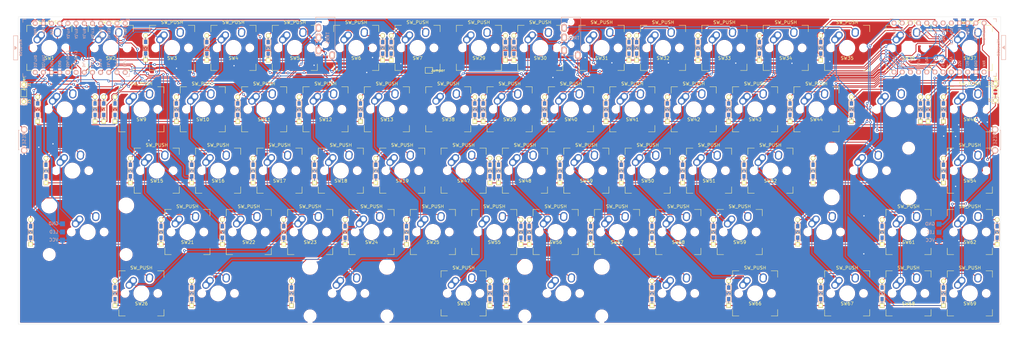
<source format=kicad_pcb>
(kicad_pcb (version 20171130) (host pcbnew "(5.1.5-0-10_14)")
  (layers (0 F.Cu signal) (31 B.Cu signal) (34 B.Paste user) (35 F.Paste user) (36 B.SilkS user) (37 F.SilkS user) (38 B.Mask user) (39 F.Mask user) (44 Edge.Cuts user))
  (net 0 "")
  (net 1 "Net-(D1-Pad2)")
  (net 2 L-row0)
  (net 3 "Net-(D2-Pad2)")
  (net 4 "Net-(D3-Pad2)")
  (net 5 "Net-(D4-Pad2)")
  (net 6 "Net-(D5-Pad2)")
  (net 7 "Net-(D6-Pad2)")
  (net 8 "Net-(D7-Pad2)")
  (net 9 L-row1)
  (net 10 "Net-(D8-Pad2)")
  (net 11 "Net-(D9-Pad2)")
  (net 12 "Net-(D10-Pad2)")
  (net 13 "Net-(D11-Pad2)")
  (net 14 "Net-(D12-Pad2)")
  (net 15 "Net-(D13-Pad2)")
  (net 16 L-row2)
  (net 17 "Net-(D14-Pad2)")
  (net 18 "Net-(D15-Pad2)")
  (net 19 "Net-(D16-Pad2)")
  (net 20 "Net-(D17-Pad2)")
  (net 21 "Net-(D18-Pad2)")
  (net 22 "Net-(D19-Pad2)")
  (net 23 L-row3)
  (net 24 "Net-(D20-Pad2)")
  (net 25 "Net-(D21-Pad2)")
  (net 26 "Net-(D22-Pad2)")
  (net 27 "Net-(D23-Pad2)")
  (net 28 "Net-(D24-Pad2)")
  (net 29 "Net-(D25-Pad2)")
  (net 30 L-row4)
  (net 31 "Net-(D26-Pad2)")
  (net 32 "Net-(D27-Pad2)")
  (net 33 "Net-(D28-Pad2)")
  (net 34 R-row0)
  (net 35 "Net-(D29-Pad2)")
  (net 36 "Net-(D30-Pad2)")
  (net 37 "Net-(D31-Pad2)")
  (net 38 "Net-(D32-Pad2)")
  (net 39 "Net-(D33-Pad2)")
  (net 40 "Net-(D34-Pad2)")
  (net 41 "Net-(D35-Pad2)")
  (net 42 "Net-(D36-Pad2)")
  (net 43 "Net-(D37-Pad2)")
  (net 44 "Net-(D38-Pad2)")
  (net 45 R-row1)
  (net 46 "Net-(D39-Pad2)")
  (net 47 "Net-(D40-Pad2)")
  (net 48 "Net-(D41-Pad2)")
  (net 49 "Net-(D42-Pad2)")
  (net 50 "Net-(D43-Pad2)")
  (net 51 "Net-(D44-Pad2)")
  (net 52 "Net-(D45-Pad2)")
  (net 53 "Net-(D46-Pad2)")
  (net 54 "Net-(D47-Pad2)")
  (net 55 R-row2)
  (net 56 "Net-(D48-Pad2)")
  (net 57 "Net-(D49-Pad2)")
  (net 58 "Net-(D50-Pad2)")
  (net 59 "Net-(D51-Pad2)")
  (net 60 "Net-(D52-Pad2)")
  (net 61 "Net-(D53-Pad2)")
  (net 62 "Net-(D54-Pad2)")
  (net 63 R-row3)
  (net 64 "Net-(D55-Pad2)")
  (net 65 "Net-(D56-Pad2)")
  (net 66 "Net-(D57-Pad2)")
  (net 67 "Net-(D58-Pad2)")
  (net 68 "Net-(D59-Pad2)")
  (net 69 "Net-(D60-Pad2)")
  (net 70 "Net-(D61-Pad2)")
  (net 71 "Net-(D62-Pad2)")
  (net 72 R-row4)
  (net 73 "Net-(D63-Pad2)")
  (net 74 "Net-(D64-Pad2)")
  (net 75 "Net-(D65-Pad2)")
  (net 76 "Net-(D66-Pad2)")
  (net 77 "Net-(D67-Pad2)")
  (net 78 "Net-(D68-Pad2)")
  (net 79 "Net-(D69-Pad2)")
  (net 80 "Net-(J1-Pad1)")
  (net 81 VCC)
  (net 82 GND)
  (net 83 "Net-(J2-PadB)")
  (net 84 L-led)
  (net 85 "Net-(J5-Pad1)")
  (net 86 "Net-(J6-PadB)")
  (net 87 R-led)
  (net 88 L-data)
  (net 89 R-data)
  (net 90 L-col0)
  (net 91 L-col1)
  (net 92 L-col2)
  (net 93 L-col3)
  (net 94 L-col4)
  (net 95 L-col5)
  (net 96 L-col6)
  (net 97 R-col0)
  (net 98 R-col1)
  (net 99 R-col2)
  (net 100 R-col3)
  (net 101 R-col4)
  (net 102 R-col5)
  (net 103 R-col6)
  (net 104 R-col7)
  (net 105 R-col8)
  (net 106 reset)
  (net 107 R-reset)
  (net 108 "Net-(U1-Pad5)")
  (net 109 "Net-(U1-Pad6)")
  (net 110 "Net-(U1-Pad12)")
  (net 111 "Net-(U1-Pad13)")
  (net 112 "Net-(U1-Pad24)")
  (net 113 "Net-(U2-Pad24)")
  (net 114 "Net-(U2-Pad6)")
  (net 115 "Net-(U2-Pad5)")
  (module MX_Alps_Hybrid:MX-1U-NoLED (layer F.Cu) (at 134.895084 48.9826)
    (fp_text reference SW13 (at 0 3.175) (layer F.SilkS))
    (fp_text value SW_PUSH (at 0 -7.9375) (layer F.SilkS))
    (pad "" np_thru_hole circle (at 5.08 0 48.0996) (size 1.75 1.75) (drill 1.75) (layers *.Cu *.Mask))
    (pad "" np_thru_hole circle (at -5.08 0 48.0996) (size 1.75 1.75) (drill 1.75) (layers *.Cu *.Mask))
    (pad 1 thru_hole circle (at -2.5 -4) (size 2.25 2.25) (drill 1.47) (layers *.Cu B.Mask) (net 96 L-col6))
    (pad "" np_thru_hole circle (at 0 0) (size 3.9878 3.9878) (drill 3.9878) (layers *.Cu *.Mask))
    (pad 1 thru_hole oval (at -3.81 -2.54 48.0996) (size 4.211556 2.25) (drill 1.47 (offset 0.980778 0)) (layers *.Cu B.Mask) (net 96 L-col6))
    (pad 2 thru_hole circle (at 2.54 -5.08) (size 2.25 2.25) (drill 1.47) (layers *.Cu B.Mask) (net 15 "Net-(D13-Pad2)"))
    (pad 2 thru_hole oval (at 2.5 -4.5 86.0548) (size 2.831378 2.25) (drill 1.47 (offset 0.290689 0)) (layers *.Cu B.Mask) (net 15 "Net-(D13-Pad2)"))
  )
  (module MX_Alps_Hybrid:MX-1U-NoLED (layer F.Cu) (at 58.695084 48.9826)
    (fp_text reference SW9 (at 0 3.175) (layer F.SilkS))
    (fp_text value SW_PUSH (at 0 -7.9375) (layer F.SilkS))
    (pad "" np_thru_hole circle (at 5.08 0 48.0996) (size 1.75 1.75) (drill 1.75) (layers *.Cu *.Mask))
    (pad "" np_thru_hole circle (at -5.08 0 48.0996) (size 1.75 1.75) (drill 1.75) (layers *.Cu *.Mask))
    (pad 1 thru_hole circle (at -2.5 -4) (size 2.25 2.25) (drill 1.47) (layers *.Cu B.Mask) (net 92 L-col2))
    (pad "" np_thru_hole circle (at 0 0) (size 3.9878 3.9878) (drill 3.9878) (layers *.Cu *.Mask))
    (pad 1 thru_hole oval (at -3.81 -2.54 48.0996) (size 4.211556 2.25) (drill 1.47 (offset 0.980778 0)) (layers *.Cu B.Mask) (net 92 L-col2))
    (pad 2 thru_hole circle (at 2.54 -5.08) (size 2.25 2.25) (drill 1.47) (layers *.Cu B.Mask) (net 11 "Net-(D9-Pad2)"))
    (pad 2 thru_hole oval (at 2.5 -4.5 86.0548) (size 2.831378 2.25) (drill 1.47 (offset 0.290689 0)) (layers *.Cu B.Mask) (net 11 "Net-(D9-Pad2)"))
  )
  (module MX_Alps_Hybrid:MX-1U-NoLED (layer F.Cu) (at 30.120084 29.9326)
    (fp_text reference SW1 (at 0 3.175) (layer F.SilkS))
    (fp_text value SW_PUSH (at 0 -7.9375) (layer F.SilkS))
    (pad "" np_thru_hole circle (at 5.08 0 48.0996) (size 1.75 1.75) (drill 1.75) (layers *.Cu *.Mask))
    (pad "" np_thru_hole circle (at -5.08 0 48.0996) (size 1.75 1.75) (drill 1.75) (layers *.Cu *.Mask))
    (pad 1 thru_hole circle (at -2.5 -4) (size 2.25 2.25) (drill 1.47) (layers *.Cu B.Mask) (net 90 L-col0))
    (pad "" np_thru_hole circle (at 0 0) (size 3.9878 3.9878) (drill 3.9878) (layers *.Cu *.Mask))
    (pad 1 thru_hole oval (at -3.81 -2.54 48.0996) (size 4.211556 2.25) (drill 1.47 (offset 0.980778 0)) (layers *.Cu B.Mask) (net 90 L-col0))
    (pad 2 thru_hole circle (at 2.54 -5.08) (size 2.25 2.25) (drill 1.47) (layers *.Cu B.Mask) (net 1 "Net-(D1-Pad2)"))
    (pad 2 thru_hole oval (at 2.5 -4.5 86.0548) (size 2.831378 2.25) (drill 1.47 (offset 0.290689 0)) (layers *.Cu B.Mask) (net 1 "Net-(D1-Pad2)"))
  )
  (module MX_Alps_Hybrid:MX-1U-NoLED (layer F.Cu) (at 49.170084 29.9326)
    (fp_text reference SW2 (at 0 3.175) (layer F.SilkS))
    (fp_text value SW_PUSH (at 0 -7.9375) (layer F.SilkS))
    (pad "" np_thru_hole circle (at 5.08 0 48.0996) (size 1.75 1.75) (drill 1.75) (layers *.Cu *.Mask))
    (pad "" np_thru_hole circle (at -5.08 0 48.0996) (size 1.75 1.75) (drill 1.75) (layers *.Cu *.Mask))
    (pad 1 thru_hole circle (at -2.5 -4) (size 2.25 2.25) (drill 1.47) (layers *.Cu B.Mask) (net 91 L-col1))
    (pad "" np_thru_hole circle (at 0 0) (size 3.9878 3.9878) (drill 3.9878) (layers *.Cu *.Mask))
    (pad 1 thru_hole oval (at -3.81 -2.54 48.0996) (size 4.211556 2.25) (drill 1.47 (offset 0.980778 0)) (layers *.Cu B.Mask) (net 91 L-col1))
    (pad 2 thru_hole circle (at 2.54 -5.08) (size 2.25 2.25) (drill 1.47) (layers *.Cu B.Mask) (net 3 "Net-(D2-Pad2)"))
    (pad 2 thru_hole oval (at 2.5 -4.5 86.0548) (size 2.831378 2.25) (drill 1.47 (offset 0.290689 0)) (layers *.Cu B.Mask) (net 3 "Net-(D2-Pad2)"))
  )
  (module MX_Alps_Hybrid:MX-1U-NoLED (layer F.Cu) (at 68.220084 29.9326)
    (fp_text reference SW3 (at 0 3.175) (layer F.SilkS))
    (fp_text value SW_PUSH (at 0 -7.9375) (layer F.SilkS))
    (pad "" np_thru_hole circle (at 5.08 0 48.0996) (size 1.75 1.75) (drill 1.75) (layers *.Cu *.Mask))
    (pad "" np_thru_hole circle (at -5.08 0 48.0996) (size 1.75 1.75) (drill 1.75) (layers *.Cu *.Mask))
    (pad 1 thru_hole circle (at -2.5 -4) (size 2.25 2.25) (drill 1.47) (layers *.Cu B.Mask) (net 92 L-col2))
    (pad "" np_thru_hole circle (at 0 0) (size 3.9878 3.9878) (drill 3.9878) (layers *.Cu *.Mask))
    (pad 1 thru_hole oval (at -3.81 -2.54 48.0996) (size 4.211556 2.25) (drill 1.47 (offset 0.980778 0)) (layers *.Cu B.Mask) (net 92 L-col2))
    (pad 2 thru_hole circle (at 2.54 -5.08) (size 2.25 2.25) (drill 1.47) (layers *.Cu B.Mask) (net 4 "Net-(D3-Pad2)"))
    (pad 2 thru_hole oval (at 2.5 -4.5 86.0548) (size 2.831378 2.25) (drill 1.47 (offset 0.290689 0)) (layers *.Cu B.Mask) (net 4 "Net-(D3-Pad2)"))
  )
  (module MX_Alps_Hybrid:MX-1U-NoLED (layer F.Cu) (at 87.270084 29.9326)
    (fp_text reference SW4 (at 0 3.175) (layer F.SilkS))
    (fp_text value SW_PUSH (at 0 -7.9375) (layer F.SilkS))
    (pad "" np_thru_hole circle (at 5.08 0 48.0996) (size 1.75 1.75) (drill 1.75) (layers *.Cu *.Mask))
    (pad "" np_thru_hole circle (at -5.08 0 48.0996) (size 1.75 1.75) (drill 1.75) (layers *.Cu *.Mask))
    (pad 1 thru_hole circle (at -2.5 -4) (size 2.25 2.25) (drill 1.47) (layers *.Cu B.Mask) (net 93 L-col3))
    (pad "" np_thru_hole circle (at 0 0) (size 3.9878 3.9878) (drill 3.9878) (layers *.Cu *.Mask))
    (pad 1 thru_hole oval (at -3.81 -2.54 48.0996) (size 4.211556 2.25) (drill 1.47 (offset 0.980778 0)) (layers *.Cu B.Mask) (net 93 L-col3))
    (pad 2 thru_hole circle (at 2.54 -5.08) (size 2.25 2.25) (drill 1.47) (layers *.Cu B.Mask) (net 5 "Net-(D4-Pad2)"))
    (pad 2 thru_hole oval (at 2.5 -4.5 86.0548) (size 2.831378 2.25) (drill 1.47 (offset 0.290689 0)) (layers *.Cu B.Mask) (net 5 "Net-(D4-Pad2)"))
  )
  (module MX_Alps_Hybrid:MX-1U-NoLED (layer F.Cu) (at 106.320084 29.9326)
    (fp_text reference SW5 (at 0 3.175) (layer F.SilkS))
    (fp_text value SW_PUSH (at 0 -7.9375) (layer F.SilkS))
    (pad "" np_thru_hole circle (at 5.08 0 48.0996) (size 1.75 1.75) (drill 1.75) (layers *.Cu *.Mask))
    (pad "" np_thru_hole circle (at -5.08 0 48.0996) (size 1.75 1.75) (drill 1.75) (layers *.Cu *.Mask))
    (pad 1 thru_hole circle (at -2.5 -4) (size 2.25 2.25) (drill 1.47) (layers *.Cu B.Mask) (net 94 L-col4))
    (pad "" np_thru_hole circle (at 0 0) (size 3.9878 3.9878) (drill 3.9878) (layers *.Cu *.Mask))
    (pad 1 thru_hole oval (at -3.81 -2.54 48.0996) (size 4.211556 2.25) (drill 1.47 (offset 0.980778 0)) (layers *.Cu B.Mask) (net 94 L-col4))
    (pad 2 thru_hole circle (at 2.54 -5.08) (size 2.25 2.25) (drill 1.47) (layers *.Cu B.Mask) (net 6 "Net-(D5-Pad2)"))
    (pad 2 thru_hole oval (at 2.5 -4.5 86.0548) (size 2.831378 2.25) (drill 1.47 (offset 0.290689 0)) (layers *.Cu B.Mask) (net 6 "Net-(D5-Pad2)"))
  )
  (module MX_Alps_Hybrid:MX-1U-NoLED (layer F.Cu) (at 125.370084 29.9326)
    (fp_text reference SW6 (at 0 3.175) (layer F.SilkS))
    (fp_text value SW_PUSH (at 0 -7.9375) (layer F.SilkS))
    (pad "" np_thru_hole circle (at 5.08 0 48.0996) (size 1.75 1.75) (drill 1.75) (layers *.Cu *.Mask))
    (pad "" np_thru_hole circle (at -5.08 0 48.0996) (size 1.75 1.75) (drill 1.75) (layers *.Cu *.Mask))
    (pad 1 thru_hole circle (at -2.5 -4) (size 2.25 2.25) (drill 1.47) (layers *.Cu B.Mask) (net 95 L-col5))
    (pad "" np_thru_hole circle (at 0 0) (size 3.9878 3.9878) (drill 3.9878) (layers *.Cu *.Mask))
    (pad 1 thru_hole oval (at -3.81 -2.54 48.0996) (size 4.211556 2.25) (drill 1.47 (offset 0.980778 0)) (layers *.Cu B.Mask) (net 95 L-col5))
    (pad 2 thru_hole circle (at 2.54 -5.08) (size 2.25 2.25) (drill 1.47) (layers *.Cu B.Mask) (net 7 "Net-(D6-Pad2)"))
    (pad 2 thru_hole oval (at 2.5 -4.5 86.0548) (size 2.831378 2.25) (drill 1.47 (offset 0.290689 0)) (layers *.Cu B.Mask) (net 7 "Net-(D6-Pad2)"))
  )
  (module MX_Alps_Hybrid:MX-1U-NoLED (layer F.Cu) (at 144.420084 29.9326)
    (fp_text reference SW7 (at 0 3.175) (layer F.SilkS))
    (fp_text value SW_PUSH (at 0 -7.9375) (layer F.SilkS))
    (pad "" np_thru_hole circle (at 5.08 0 48.0996) (size 1.75 1.75) (drill 1.75) (layers *.Cu *.Mask))
    (pad "" np_thru_hole circle (at -5.08 0 48.0996) (size 1.75 1.75) (drill 1.75) (layers *.Cu *.Mask))
    (pad 1 thru_hole circle (at -2.5 -4) (size 2.25 2.25) (drill 1.47) (layers *.Cu B.Mask) (net 96 L-col6))
    (pad "" np_thru_hole circle (at 0 0) (size 3.9878 3.9878) (drill 3.9878) (layers *.Cu *.Mask))
    (pad 1 thru_hole oval (at -3.81 -2.54 48.0996) (size 4.211556 2.25) (drill 1.47 (offset 0.980778 0)) (layers *.Cu B.Mask) (net 96 L-col6))
    (pad 2 thru_hole circle (at 2.54 -5.08) (size 2.25 2.25) (drill 1.47) (layers *.Cu B.Mask) (net 8 "Net-(D7-Pad2)"))
    (pad 2 thru_hole oval (at 2.5 -4.5 86.0548) (size 2.831378 2.25) (drill 1.47 (offset 0.290689 0)) (layers *.Cu B.Mask) (net 8 "Net-(D7-Pad2)"))
  )
  (module MX_Alps_Hybrid:MX-1U-NoLED (layer F.Cu) (at 77.745084 48.9826)
    (fp_text reference SW10 (at 0 3.175) (layer F.SilkS))
    (fp_text value SW_PUSH (at 0 -7.9375) (layer F.SilkS))
    (pad "" np_thru_hole circle (at 5.08 0 48.0996) (size 1.75 1.75) (drill 1.75) (layers *.Cu *.Mask))
    (pad "" np_thru_hole circle (at -5.08 0 48.0996) (size 1.75 1.75) (drill 1.75) (layers *.Cu *.Mask))
    (pad 1 thru_hole circle (at -2.5 -4) (size 2.25 2.25) (drill 1.47) (layers *.Cu B.Mask) (net 93 L-col3))
    (pad "" np_thru_hole circle (at 0 0) (size 3.9878 3.9878) (drill 3.9878) (layers *.Cu *.Mask))
    (pad 1 thru_hole oval (at -3.81 -2.54 48.0996) (size 4.211556 2.25) (drill 1.47 (offset 0.980778 0)) (layers *.Cu B.Mask) (net 93 L-col3))
    (pad 2 thru_hole circle (at 2.54 -5.08) (size 2.25 2.25) (drill 1.47) (layers *.Cu B.Mask) (net 12 "Net-(D10-Pad2)"))
    (pad 2 thru_hole oval (at 2.5 -4.5 86.0548) (size 2.831378 2.25) (drill 1.47 (offset 0.290689 0)) (layers *.Cu B.Mask) (net 12 "Net-(D10-Pad2)"))
  )
  (module MX_Alps_Hybrid:MX-1U-NoLED (layer F.Cu) (at 96.795084 48.9826)
    (fp_text reference SW11 (at 0 3.175) (layer F.SilkS))
    (fp_text value SW_PUSH (at 0 -7.9375) (layer F.SilkS))
    (pad "" np_thru_hole circle (at 5.08 0 48.0996) (size 1.75 1.75) (drill 1.75) (layers *.Cu *.Mask))
    (pad "" np_thru_hole circle (at -5.08 0 48.0996) (size 1.75 1.75) (drill 1.75) (layers *.Cu *.Mask))
    (pad 1 thru_hole circle (at -2.5 -4) (size 2.25 2.25) (drill 1.47) (layers *.Cu B.Mask) (net 94 L-col4))
    (pad "" np_thru_hole circle (at 0 0) (size 3.9878 3.9878) (drill 3.9878) (layers *.Cu *.Mask))
    (pad 1 thru_hole oval (at -3.81 -2.54 48.0996) (size 4.211556 2.25) (drill 1.47 (offset 0.980778 0)) (layers *.Cu B.Mask) (net 94 L-col4))
    (pad 2 thru_hole circle (at 2.54 -5.08) (size 2.25 2.25) (drill 1.47) (layers *.Cu B.Mask) (net 13 "Net-(D11-Pad2)"))
    (pad 2 thru_hole oval (at 2.5 -4.5 86.0548) (size 2.831378 2.25) (drill 1.47 (offset 0.290689 0)) (layers *.Cu B.Mask) (net 13 "Net-(D11-Pad2)"))
  )
  (module MX_Alps_Hybrid:MX-1U-NoLED (layer F.Cu) (at 115.845084 48.9826)
    (fp_text reference SW12 (at 0 3.175) (layer F.SilkS))
    (fp_text value SW_PUSH (at 0 -7.9375) (layer F.SilkS))
    (pad "" np_thru_hole circle (at 5.08 0 48.0996) (size 1.75 1.75) (drill 1.75) (layers *.Cu *.Mask))
    (pad "" np_thru_hole circle (at -5.08 0 48.0996) (size 1.75 1.75) (drill 1.75) (layers *.Cu *.Mask))
    (pad 1 thru_hole circle (at -2.5 -4) (size 2.25 2.25) (drill 1.47) (layers *.Cu B.Mask) (net 95 L-col5))
    (pad "" np_thru_hole circle (at 0 0) (size 3.9878 3.9878) (drill 3.9878) (layers *.Cu *.Mask))
    (pad 1 thru_hole oval (at -3.81 -2.54 48.0996) (size 4.211556 2.25) (drill 1.47 (offset 0.980778 0)) (layers *.Cu B.Mask) (net 95 L-col5))
    (pad 2 thru_hole circle (at 2.54 -5.08) (size 2.25 2.25) (drill 1.47) (layers *.Cu B.Mask) (net 14 "Net-(D12-Pad2)"))
    (pad 2 thru_hole oval (at 2.5 -4.5 86.0548) (size 2.831378 2.25) (drill 1.47 (offset 0.290689 0)) (layers *.Cu B.Mask) (net 14 "Net-(D12-Pad2)"))
  )
  (module MX_Alps_Hybrid:MX-1U-NoLED (layer F.Cu) (at 63.457584 68.0326)
    (fp_text reference SW15 (at 0 3.175) (layer F.SilkS))
    (fp_text value SW_PUSH (at 0 -7.9375) (layer F.SilkS))
    (pad "" np_thru_hole circle (at 5.08 0 48.0996) (size 1.75 1.75) (drill 1.75) (layers *.Cu *.Mask))
    (pad "" np_thru_hole circle (at -5.08 0 48.0996) (size 1.75 1.75) (drill 1.75) (layers *.Cu *.Mask))
    (pad 1 thru_hole circle (at -2.5 -4) (size 2.25 2.25) (drill 1.47) (layers *.Cu B.Mask) (net 92 L-col2))
    (pad "" np_thru_hole circle (at 0 0) (size 3.9878 3.9878) (drill 3.9878) (layers *.Cu *.Mask))
    (pad 1 thru_hole oval (at -3.81 -2.54 48.0996) (size 4.211556 2.25) (drill 1.47 (offset 0.980778 0)) (layers *.Cu B.Mask) (net 92 L-col2))
    (pad 2 thru_hole circle (at 2.54 -5.08) (size 2.25 2.25) (drill 1.47) (layers *.Cu B.Mask) (net 18 "Net-(D15-Pad2)"))
    (pad 2 thru_hole oval (at 2.5 -4.5 86.0548) (size 2.831378 2.25) (drill 1.47 (offset 0.290689 0)) (layers *.Cu B.Mask) (net 18 "Net-(D15-Pad2)"))
  )
  (module MX_Alps_Hybrid:MX-1U-NoLED (layer F.Cu) (at 82.507584 68.0326)
    (fp_text reference SW16 (at 0 3.175) (layer F.SilkS))
    (fp_text value SW_PUSH (at 0 -7.9375) (layer F.SilkS))
    (pad "" np_thru_hole circle (at 5.08 0 48.0996) (size 1.75 1.75) (drill 1.75) (layers *.Cu *.Mask))
    (pad "" np_thru_hole circle (at -5.08 0 48.0996) (size 1.75 1.75) (drill 1.75) (layers *.Cu *.Mask))
    (pad 1 thru_hole circle (at -2.5 -4) (size 2.25 2.25) (drill 1.47) (layers *.Cu B.Mask) (net 93 L-col3))
    (pad "" np_thru_hole circle (at 0 0) (size 3.9878 3.9878) (drill 3.9878) (layers *.Cu *.Mask))
    (pad 1 thru_hole oval (at -3.81 -2.54 48.0996) (size 4.211556 2.25) (drill 1.47 (offset 0.980778 0)) (layers *.Cu B.Mask) (net 93 L-col3))
    (pad 2 thru_hole circle (at 2.54 -5.08) (size 2.25 2.25) (drill 1.47) (layers *.Cu B.Mask) (net 19 "Net-(D16-Pad2)"))
    (pad 2 thru_hole oval (at 2.5 -4.5 86.0548) (size 2.831378 2.25) (drill 1.47 (offset 0.290689 0)) (layers *.Cu B.Mask) (net 19 "Net-(D16-Pad2)"))
  )
  (module MX_Alps_Hybrid:MX-1U-NoLED (layer F.Cu) (at 101.557584 68.0326)
    (fp_text reference SW17 (at 0 3.175) (layer F.SilkS))
    (fp_text value SW_PUSH (at 0 -7.9375) (layer F.SilkS))
    (pad "" np_thru_hole circle (at 5.08 0 48.0996) (size 1.75 1.75) (drill 1.75) (layers *.Cu *.Mask))
    (pad "" np_thru_hole circle (at -5.08 0 48.0996) (size 1.75 1.75) (drill 1.75) (layers *.Cu *.Mask))
    (pad 1 thru_hole circle (at -2.5 -4) (size 2.25 2.25) (drill 1.47) (layers *.Cu B.Mask) (net 94 L-col4))
    (pad "" np_thru_hole circle (at 0 0) (size 3.9878 3.9878) (drill 3.9878) (layers *.Cu *.Mask))
    (pad 1 thru_hole oval (at -3.81 -2.54 48.0996) (size 4.211556 2.25) (drill 1.47 (offset 0.980778 0)) (layers *.Cu B.Mask) (net 94 L-col4))
    (pad 2 thru_hole circle (at 2.54 -5.08) (size 2.25 2.25) (drill 1.47) (layers *.Cu B.Mask) (net 20 "Net-(D17-Pad2)"))
    (pad 2 thru_hole oval (at 2.5 -4.5 86.0548) (size 2.831378 2.25) (drill 1.47 (offset 0.290689 0)) (layers *.Cu B.Mask) (net 20 "Net-(D17-Pad2)"))
  )
  (module MX_Alps_Hybrid:MX-1U-NoLED (layer F.Cu) (at 120.607584 68.0326)
    (fp_text reference SW18 (at 0 3.175) (layer F.SilkS))
    (fp_text value SW_PUSH (at 0 -7.9375) (layer F.SilkS))
    (pad "" np_thru_hole circle (at 5.08 0 48.0996) (size 1.75 1.75) (drill 1.75) (layers *.Cu *.Mask))
    (pad "" np_thru_hole circle (at -5.08 0 48.0996) (size 1.75 1.75) (drill 1.75) (layers *.Cu *.Mask))
    (pad 1 thru_hole circle (at -2.5 -4) (size 2.25 2.25) (drill 1.47) (layers *.Cu B.Mask) (net 95 L-col5))
    (pad "" np_thru_hole circle (at 0 0) (size 3.9878 3.9878) (drill 3.9878) (layers *.Cu *.Mask))
    (pad 1 thru_hole oval (at -3.81 -2.54 48.0996) (size 4.211556 2.25) (drill 1.47 (offset 0.980778 0)) (layers *.Cu B.Mask) (net 95 L-col5))
    (pad 2 thru_hole circle (at 2.54 -5.08) (size 2.25 2.25) (drill 1.47) (layers *.Cu B.Mask) (net 21 "Net-(D18-Pad2)"))
    (pad 2 thru_hole oval (at 2.5 -4.5 86.0548) (size 2.831378 2.25) (drill 1.47 (offset 0.290689 0)) (layers *.Cu B.Mask) (net 21 "Net-(D18-Pad2)"))
  )
  (module MX_Alps_Hybrid:MX-1U-NoLED (layer F.Cu) (at 139.657584 68.0326)
    (fp_text reference SW19 (at 0 3.175) (layer F.SilkS))
    (fp_text value SW_PUSH (at 0 -7.9375) (layer F.SilkS))
    (pad "" np_thru_hole circle (at 5.08 0 48.0996) (size 1.75 1.75) (drill 1.75) (layers *.Cu *.Mask))
    (pad "" np_thru_hole circle (at -5.08 0 48.0996) (size 1.75 1.75) (drill 1.75) (layers *.Cu *.Mask))
    (pad 1 thru_hole circle (at -2.5 -4) (size 2.25 2.25) (drill 1.47) (layers *.Cu B.Mask) (net 96 L-col6))
    (pad "" np_thru_hole circle (at 0 0) (size 3.9878 3.9878) (drill 3.9878) (layers *.Cu *.Mask))
    (pad 1 thru_hole oval (at -3.81 -2.54 48.0996) (size 4.211556 2.25) (drill 1.47 (offset 0.980778 0)) (layers *.Cu B.Mask) (net 96 L-col6))
    (pad 2 thru_hole circle (at 2.54 -5.08) (size 2.25 2.25) (drill 1.47) (layers *.Cu B.Mask) (net 22 "Net-(D19-Pad2)"))
    (pad 2 thru_hole oval (at 2.5 -4.5 86.0548) (size 2.831378 2.25) (drill 1.47 (offset 0.290689 0)) (layers *.Cu B.Mask) (net 22 "Net-(D19-Pad2)"))
  )
  (module MX_Alps_Hybrid:MX-1U-NoLED (layer F.Cu) (at 72.982584 87.0826)
    (fp_text reference SW21 (at 0 3.175) (layer F.SilkS))
    (fp_text value SW_PUSH (at 0 -7.9375) (layer F.SilkS))
    (pad "" np_thru_hole circle (at 5.08 0 48.0996) (size 1.75 1.75) (drill 1.75) (layers *.Cu *.Mask))
    (pad "" np_thru_hole circle (at -5.08 0 48.0996) (size 1.75 1.75) (drill 1.75) (layers *.Cu *.Mask))
    (pad 1 thru_hole circle (at -2.5 -4) (size 2.25 2.25) (drill 1.47) (layers *.Cu B.Mask) (net 92 L-col2))
    (pad "" np_thru_hole circle (at 0 0) (size 3.9878 3.9878) (drill 3.9878) (layers *.Cu *.Mask))
    (pad 1 thru_hole oval (at -3.81 -2.54 48.0996) (size 4.211556 2.25) (drill 1.47 (offset 0.980778 0)) (layers *.Cu B.Mask) (net 92 L-col2))
    (pad 2 thru_hole circle (at 2.54 -5.08) (size 2.25 2.25) (drill 1.47) (layers *.Cu B.Mask) (net 25 "Net-(D21-Pad2)"))
    (pad 2 thru_hole oval (at 2.5 -4.5 86.0548) (size 2.831378 2.25) (drill 1.47 (offset 0.290689 0)) (layers *.Cu B.Mask) (net 25 "Net-(D21-Pad2)"))
  )
  (module MX_Alps_Hybrid:MX-1U-NoLED (layer F.Cu) (at 92.032584 87.0826)
    (fp_text reference SW22 (at 0 3.175) (layer F.SilkS))
    (fp_text value SW_PUSH (at 0 -7.9375) (layer F.SilkS))
    (pad "" np_thru_hole circle (at 5.08 0 48.0996) (size 1.75 1.75) (drill 1.75) (layers *.Cu *.Mask))
    (pad "" np_thru_hole circle (at -5.08 0 48.0996) (size 1.75 1.75) (drill 1.75) (layers *.Cu *.Mask))
    (pad 1 thru_hole circle (at -2.5 -4) (size 2.25 2.25) (drill 1.47) (layers *.Cu B.Mask) (net 93 L-col3))
    (pad "" np_thru_hole circle (at 0 0) (size 3.9878 3.9878) (drill 3.9878) (layers *.Cu *.Mask))
    (pad 1 thru_hole oval (at -3.81 -2.54 48.0996) (size 4.211556 2.25) (drill 1.47 (offset 0.980778 0)) (layers *.Cu B.Mask) (net 93 L-col3))
    (pad 2 thru_hole circle (at 2.54 -5.08) (size 2.25 2.25) (drill 1.47) (layers *.Cu B.Mask) (net 26 "Net-(D22-Pad2)"))
    (pad 2 thru_hole oval (at 2.5 -4.5 86.0548) (size 2.831378 2.25) (drill 1.47 (offset 0.290689 0)) (layers *.Cu B.Mask) (net 26 "Net-(D22-Pad2)"))
  )
  (module MX_Alps_Hybrid:MX-1U-NoLED (layer F.Cu) (at 111.082584 87.0826)
    (fp_text reference SW23 (at 0 3.175) (layer F.SilkS))
    (fp_text value SW_PUSH (at 0 -7.9375) (layer F.SilkS))
    (pad "" np_thru_hole circle (at 5.08 0 48.0996) (size 1.75 1.75) (drill 1.75) (layers *.Cu *.Mask))
    (pad "" np_thru_hole circle (at -5.08 0 48.0996) (size 1.75 1.75) (drill 1.75) (layers *.Cu *.Mask))
    (pad 1 thru_hole circle (at -2.5 -4) (size 2.25 2.25) (drill 1.47) (layers *.Cu B.Mask) (net 94 L-col4))
    (pad "" np_thru_hole circle (at 0 0) (size 3.9878 3.9878) (drill 3.9878) (layers *.Cu *.Mask))
    (pad 1 thru_hole oval (at -3.81 -2.54 48.0996) (size 4.211556 2.25) (drill 1.47 (offset 0.980778 0)) (layers *.Cu B.Mask) (net 94 L-col4))
    (pad 2 thru_hole circle (at 2.54 -5.08) (size 2.25 2.25) (drill 1.47) (layers *.Cu B.Mask) (net 27 "Net-(D23-Pad2)"))
    (pad 2 thru_hole oval (at 2.5 -4.5 86.0548) (size 2.831378 2.25) (drill 1.47 (offset 0.290689 0)) (layers *.Cu B.Mask) (net 27 "Net-(D23-Pad2)"))
  )
  (module MX_Alps_Hybrid:MX-1U-NoLED (layer F.Cu) (at 130.132584 87.0826)
    (fp_text reference SW24 (at 0 3.175) (layer F.SilkS))
    (fp_text value SW_PUSH (at 0 -7.9375) (layer F.SilkS))
    (pad "" np_thru_hole circle (at 5.08 0 48.0996) (size 1.75 1.75) (drill 1.75) (layers *.Cu *.Mask))
    (pad "" np_thru_hole circle (at -5.08 0 48.0996) (size 1.75 1.75) (drill 1.75) (layers *.Cu *.Mask))
    (pad 1 thru_hole circle (at -2.5 -4) (size 2.25 2.25) (drill 1.47) (layers *.Cu B.Mask) (net 95 L-col5))
    (pad "" np_thru_hole circle (at 0 0) (size 3.9878 3.9878) (drill 3.9878) (layers *.Cu *.Mask))
    (pad 1 thru_hole oval (at -3.81 -2.54 48.0996) (size 4.211556 2.25) (drill 1.47 (offset 0.980778 0)) (layers *.Cu B.Mask) (net 95 L-col5))
    (pad 2 thru_hole circle (at 2.54 -5.08) (size 2.25 2.25) (drill 1.47) (layers *.Cu B.Mask) (net 28 "Net-(D24-Pad2)"))
    (pad 2 thru_hole oval (at 2.5 -4.5 86.0548) (size 2.831378 2.25) (drill 1.47 (offset 0.290689 0)) (layers *.Cu B.Mask) (net 28 "Net-(D24-Pad2)"))
  )
  (module MX_Alps_Hybrid:MX-1U-NoLED (layer F.Cu) (at 149.182584 87.0826)
    (fp_text reference SW25 (at 0 3.175) (layer F.SilkS))
    (fp_text value SW_PUSH (at 0 -7.9375) (layer F.SilkS))
    (pad "" np_thru_hole circle (at 5.08 0 48.0996) (size 1.75 1.75) (drill 1.75) (layers *.Cu *.Mask))
    (pad "" np_thru_hole circle (at -5.08 0 48.0996) (size 1.75 1.75) (drill 1.75) (layers *.Cu *.Mask))
    (pad 1 thru_hole circle (at -2.5 -4) (size 2.25 2.25) (drill 1.47) (layers *.Cu B.Mask) (net 96 L-col6))
    (pad "" np_thru_hole circle (at 0 0) (size 3.9878 3.9878) (drill 3.9878) (layers *.Cu *.Mask))
    (pad 1 thru_hole oval (at -3.81 -2.54 48.0996) (size 4.211556 2.25) (drill 1.47 (offset 0.980778 0)) (layers *.Cu B.Mask) (net 96 L-col6))
    (pad 2 thru_hole circle (at 2.54 -5.08) (size 2.25 2.25) (drill 1.47) (layers *.Cu B.Mask) (net 29 "Net-(D25-Pad2)"))
    (pad 2 thru_hole oval (at 2.5 -4.5 86.0548) (size 2.831378 2.25) (drill 1.47 (offset 0.290689 0)) (layers *.Cu B.Mask) (net 29 "Net-(D25-Pad2)"))
  )
  (module MX_Alps_Hybrid:MX-1U-NoLED (layer F.Cu) (at 58.695084 106.1326)
    (fp_text reference SW26 (at 0 3.175) (layer F.SilkS))
    (fp_text value SW_PUSH (at 0 -7.9375) (layer F.SilkS))
    (pad "" np_thru_hole circle (at 5.08 0 48.0996) (size 1.75 1.75) (drill 1.75) (layers *.Cu *.Mask))
    (pad "" np_thru_hole circle (at -5.08 0 48.0996) (size 1.75 1.75) (drill 1.75) (layers *.Cu *.Mask))
    (pad 1 thru_hole circle (at -2.5 -4) (size 2.25 2.25) (drill 1.47) (layers *.Cu B.Mask) (net 94 L-col4))
    (pad "" np_thru_hole circle (at 0 0) (size 3.9878 3.9878) (drill 3.9878) (layers *.Cu *.Mask))
    (pad 1 thru_hole oval (at -3.81 -2.54 48.0996) (size 4.211556 2.25) (drill 1.47 (offset 0.980778 0)) (layers *.Cu B.Mask) (net 94 L-col4))
    (pad 2 thru_hole circle (at 2.54 -5.08) (size 2.25 2.25) (drill 1.47) (layers *.Cu B.Mask) (net 31 "Net-(D26-Pad2)"))
    (pad 2 thru_hole oval (at 2.5 -4.5 86.0548) (size 2.831378 2.25) (drill 1.47 (offset 0.290689 0)) (layers *.Cu B.Mask) (net 31 "Net-(D26-Pad2)"))
  )
  (module MX_Alps_Hybrid:MX-1U-NoLED (layer F.Cu) (at 163.470084 29.9326)
    (fp_text reference SW29 (at 0 3.175) (layer F.SilkS))
    (fp_text value SW_PUSH (at 0 -7.9375) (layer F.SilkS))
    (pad "" np_thru_hole circle (at 5.08 0 48.0996) (size 1.75 1.75) (drill 1.75) (layers *.Cu *.Mask))
    (pad "" np_thru_hole circle (at -5.08 0 48.0996) (size 1.75 1.75) (drill 1.75) (layers *.Cu *.Mask))
    (pad 1 thru_hole circle (at -2.5 -4) (size 2.25 2.25) (drill 1.47) (layers *.Cu B.Mask) (net 97 R-col0))
    (pad "" np_thru_hole circle (at 0 0) (size 3.9878 3.9878) (drill 3.9878) (layers *.Cu *.Mask))
    (pad 1 thru_hole oval (at -3.81 -2.54 48.0996) (size 4.211556 2.25) (drill 1.47 (offset 0.980778 0)) (layers *.Cu B.Mask) (net 97 R-col0))
    (pad 2 thru_hole circle (at 2.54 -5.08) (size 2.25 2.25) (drill 1.47) (layers *.Cu B.Mask) (net 35 "Net-(D29-Pad2)"))
    (pad 2 thru_hole oval (at 2.5 -4.5 86.0548) (size 2.831378 2.25) (drill 1.47 (offset 0.290689 0)) (layers *.Cu B.Mask) (net 35 "Net-(D29-Pad2)"))
  )
  (module MX_Alps_Hybrid:MX-1U-NoLED (layer F.Cu) (at 182.520084 29.9326)
    (fp_text reference SW30 (at 0 3.175) (layer F.SilkS))
    (fp_text value SW_PUSH (at 0 -7.9375) (layer F.SilkS))
    (pad "" np_thru_hole circle (at 5.08 0 48.0996) (size 1.75 1.75) (drill 1.75) (layers *.Cu *.Mask))
    (pad "" np_thru_hole circle (at -5.08 0 48.0996) (size 1.75 1.75) (drill 1.75) (layers *.Cu *.Mask))
    (pad 1 thru_hole circle (at -2.5 -4) (size 2.25 2.25) (drill 1.47) (layers *.Cu B.Mask) (net 98 R-col1))
    (pad "" np_thru_hole circle (at 0 0) (size 3.9878 3.9878) (drill 3.9878) (layers *.Cu *.Mask))
    (pad 1 thru_hole oval (at -3.81 -2.54 48.0996) (size 4.211556 2.25) (drill 1.47 (offset 0.980778 0)) (layers *.Cu B.Mask) (net 98 R-col1))
    (pad 2 thru_hole circle (at 2.54 -5.08) (size 2.25 2.25) (drill 1.47) (layers *.Cu B.Mask) (net 36 "Net-(D30-Pad2)"))
    (pad 2 thru_hole oval (at 2.5 -4.5 86.0548) (size 2.831378 2.25) (drill 1.47 (offset 0.290689 0)) (layers *.Cu B.Mask) (net 36 "Net-(D30-Pad2)"))
  )
  (module MX_Alps_Hybrid:MX-1U-NoLED (layer F.Cu) (at 201.570084 29.9326)
    (fp_text reference SW31 (at 0 3.175) (layer F.SilkS))
    (fp_text value SW_PUSH (at 0 -7.9375) (layer F.SilkS))
    (pad "" np_thru_hole circle (at 5.08 0 48.0996) (size 1.75 1.75) (drill 1.75) (layers *.Cu *.Mask))
    (pad "" np_thru_hole circle (at -5.08 0 48.0996) (size 1.75 1.75) (drill 1.75) (layers *.Cu *.Mask))
    (pad 1 thru_hole circle (at -2.5 -4) (size 2.25 2.25) (drill 1.47) (layers *.Cu B.Mask) (net 99 R-col2))
    (pad "" np_thru_hole circle (at 0 0) (size 3.9878 3.9878) (drill 3.9878) (layers *.Cu *.Mask))
    (pad 1 thru_hole oval (at -3.81 -2.54 48.0996) (size 4.211556 2.25) (drill 1.47 (offset 0.980778 0)) (layers *.Cu B.Mask) (net 99 R-col2))
    (pad 2 thru_hole circle (at 2.54 -5.08) (size 2.25 2.25) (drill 1.47) (layers *.Cu B.Mask) (net 37 "Net-(D31-Pad2)"))
    (pad 2 thru_hole oval (at 2.5 -4.5 86.0548) (size 2.831378 2.25) (drill 1.47 (offset 0.290689 0)) (layers *.Cu B.Mask) (net 37 "Net-(D31-Pad2)"))
  )
  (module MX_Alps_Hybrid:MX-1U-NoLED (layer F.Cu) (at 220.620084 29.9326)
    (fp_text reference SW32 (at 0 3.175) (layer F.SilkS))
    (fp_text value SW_PUSH (at 0 -7.9375) (layer F.SilkS))
    (pad "" np_thru_hole circle (at 5.08 0 48.0996) (size 1.75 1.75) (drill 1.75) (layers *.Cu *.Mask))
    (pad "" np_thru_hole circle (at -5.08 0 48.0996) (size 1.75 1.75) (drill 1.75) (layers *.Cu *.Mask))
    (pad 1 thru_hole circle (at -2.5 -4) (size 2.25 2.25) (drill 1.47) (layers *.Cu B.Mask) (net 100 R-col3))
    (pad "" np_thru_hole circle (at 0 0) (size 3.9878 3.9878) (drill 3.9878) (layers *.Cu *.Mask))
    (pad 1 thru_hole oval (at -3.81 -2.54 48.0996) (size 4.211556 2.25) (drill 1.47 (offset 0.980778 0)) (layers *.Cu B.Mask) (net 100 R-col3))
    (pad 2 thru_hole circle (at 2.54 -5.08) (size 2.25 2.25) (drill 1.47) (layers *.Cu B.Mask) (net 38 "Net-(D32-Pad2)"))
    (pad 2 thru_hole oval (at 2.5 -4.5 86.0548) (size 2.831378 2.25) (drill 1.47 (offset 0.290689 0)) (layers *.Cu B.Mask) (net 38 "Net-(D32-Pad2)"))
  )
  (module MX_Alps_Hybrid:MX-1U-NoLED (layer F.Cu) (at 239.670084 29.9326)
    (fp_text reference SW33 (at 0 3.175) (layer F.SilkS))
    (fp_text value SW_PUSH (at 0 -7.9375) (layer F.SilkS))
    (pad "" np_thru_hole circle (at 5.08 0 48.0996) (size 1.75 1.75) (drill 1.75) (layers *.Cu *.Mask))
    (pad "" np_thru_hole circle (at -5.08 0 48.0996) (size 1.75 1.75) (drill 1.75) (layers *.Cu *.Mask))
    (pad 1 thru_hole circle (at -2.5 -4) (size 2.25 2.25) (drill 1.47) (layers *.Cu B.Mask) (net 101 R-col4))
    (pad "" np_thru_hole circle (at 0 0) (size 3.9878 3.9878) (drill 3.9878) (layers *.Cu *.Mask))
    (pad 1 thru_hole oval (at -3.81 -2.54 48.0996) (size 4.211556 2.25) (drill 1.47 (offset 0.980778 0)) (layers *.Cu B.Mask) (net 101 R-col4))
    (pad 2 thru_hole circle (at 2.54 -5.08) (size 2.25 2.25) (drill 1.47) (layers *.Cu B.Mask) (net 39 "Net-(D33-Pad2)"))
    (pad 2 thru_hole oval (at 2.5 -4.5 86.0548) (size 2.831378 2.25) (drill 1.47 (offset 0.290689 0)) (layers *.Cu B.Mask) (net 39 "Net-(D33-Pad2)"))
  )
  (module MX_Alps_Hybrid:MX-1U-NoLED (layer F.Cu) (at 258.720084 29.9326)
    (fp_text reference SW34 (at 0 3.175) (layer F.SilkS))
    (fp_text value SW_PUSH (at 0 -7.9375) (layer F.SilkS))
    (pad "" np_thru_hole circle (at 5.08 0 48.0996) (size 1.75 1.75) (drill 1.75) (layers *.Cu *.Mask))
    (pad "" np_thru_hole circle (at -5.08 0 48.0996) (size 1.75 1.75) (drill 1.75) (layers *.Cu *.Mask))
    (pad 1 thru_hole circle (at -2.5 -4) (size 2.25 2.25) (drill 1.47) (layers *.Cu B.Mask) (net 102 R-col5))
    (pad "" np_thru_hole circle (at 0 0) (size 3.9878 3.9878) (drill 3.9878) (layers *.Cu *.Mask))
    (pad 1 thru_hole oval (at -3.81 -2.54 48.0996) (size 4.211556 2.25) (drill 1.47 (offset 0.980778 0)) (layers *.Cu B.Mask) (net 102 R-col5))
    (pad 2 thru_hole circle (at 2.54 -5.08) (size 2.25 2.25) (drill 1.47) (layers *.Cu B.Mask) (net 40 "Net-(D34-Pad2)"))
    (pad 2 thru_hole oval (at 2.5 -4.5 86.0548) (size 2.831378 2.25) (drill 1.47 (offset 0.290689 0)) (layers *.Cu B.Mask) (net 40 "Net-(D34-Pad2)"))
  )
  (module MX_Alps_Hybrid:MX-1U-NoLED (layer F.Cu) (at 277.770084 29.9326)
    (fp_text reference SW35 (at 0 3.175) (layer F.SilkS))
    (fp_text value SW_PUSH (at 0 -7.9375) (layer F.SilkS))
    (pad "" np_thru_hole circle (at 5.08 0 48.0996) (size 1.75 1.75) (drill 1.75) (layers *.Cu *.Mask))
    (pad "" np_thru_hole circle (at -5.08 0 48.0996) (size 1.75 1.75) (drill 1.75) (layers *.Cu *.Mask))
    (pad 1 thru_hole circle (at -2.5 -4) (size 2.25 2.25) (drill 1.47) (layers *.Cu B.Mask) (net 103 R-col6))
    (pad "" np_thru_hole circle (at 0 0) (size 3.9878 3.9878) (drill 3.9878) (layers *.Cu *.Mask))
    (pad 1 thru_hole oval (at -3.81 -2.54 48.0996) (size 4.211556 2.25) (drill 1.47 (offset 0.980778 0)) (layers *.Cu B.Mask) (net 103 R-col6))
    (pad 2 thru_hole circle (at 2.54 -5.08) (size 2.25 2.25) (drill 1.47) (layers *.Cu B.Mask) (net 41 "Net-(D35-Pad2)"))
    (pad 2 thru_hole oval (at 2.5 -4.5 86.0548) (size 2.831378 2.25) (drill 1.47 (offset 0.290689 0)) (layers *.Cu B.Mask) (net 41 "Net-(D35-Pad2)"))
  )
  (module MX_Alps_Hybrid:MX-1U-NoLED (layer F.Cu) (at 296.820084 29.9326)
    (fp_text reference SW36 (at 0 3.175) (layer F.SilkS))
    (fp_text value SW_PUSH (at 0 -7.9375) (layer F.SilkS))
    (pad "" np_thru_hole circle (at 5.08 0 48.0996) (size 1.75 1.75) (drill 1.75) (layers *.Cu *.Mask))
    (pad "" np_thru_hole circle (at -5.08 0 48.0996) (size 1.75 1.75) (drill 1.75) (layers *.Cu *.Mask))
    (pad 1 thru_hole circle (at -2.5 -4) (size 2.25 2.25) (drill 1.47) (layers *.Cu B.Mask) (net 104 R-col7))
    (pad "" np_thru_hole circle (at 0 0) (size 3.9878 3.9878) (drill 3.9878) (layers *.Cu *.Mask))
    (pad 1 thru_hole oval (at -3.81 -2.54 48.0996) (size 4.211556 2.25) (drill 1.47 (offset 0.980778 0)) (layers *.Cu B.Mask) (net 104 R-col7))
    (pad 2 thru_hole circle (at 2.54 -5.08) (size 2.25 2.25) (drill 1.47) (layers *.Cu B.Mask) (net 42 "Net-(D36-Pad2)"))
    (pad 2 thru_hole oval (at 2.5 -4.5 86.0548) (size 2.831378 2.25) (drill 1.47 (offset 0.290689 0)) (layers *.Cu B.Mask) (net 42 "Net-(D36-Pad2)"))
  )
  (module MX_Alps_Hybrid:MX-1U-NoLED (layer F.Cu) (at 315.870084 29.9326)
    (fp_text reference SW37 (at 0 3.175) (layer F.SilkS))
    (fp_text value SW_PUSH (at 0 -7.9375) (layer F.SilkS))
    (pad "" np_thru_hole circle (at 5.08 0 48.0996) (size 1.75 1.75) (drill 1.75) (layers *.Cu *.Mask))
    (pad "" np_thru_hole circle (at -5.08 0 48.0996) (size 1.75 1.75) (drill 1.75) (layers *.Cu *.Mask))
    (pad 1 thru_hole circle (at -2.5 -4) (size 2.25 2.25) (drill 1.47) (layers *.Cu B.Mask) (net 105 R-col8))
    (pad "" np_thru_hole circle (at 0 0) (size 3.9878 3.9878) (drill 3.9878) (layers *.Cu *.Mask))
    (pad 1 thru_hole oval (at -3.81 -2.54 48.0996) (size 4.211556 2.25) (drill 1.47 (offset 0.980778 0)) (layers *.Cu B.Mask) (net 105 R-col8))
    (pad 2 thru_hole circle (at 2.54 -5.08) (size 2.25 2.25) (drill 1.47) (layers *.Cu B.Mask) (net 43 "Net-(D37-Pad2)"))
    (pad 2 thru_hole oval (at 2.5 -4.5 86.0548) (size 2.831378 2.25) (drill 1.47 (offset 0.290689 0)) (layers *.Cu B.Mask) (net 43 "Net-(D37-Pad2)"))
  )
  (module MX_Alps_Hybrid:MX-1U-NoLED (layer F.Cu) (at 153.945084 48.9826)
    (fp_text reference SW38 (at 0 3.175) (layer F.SilkS))
    (fp_text value SW_PUSH (at 0 -7.9375) (layer F.SilkS))
    (pad "" np_thru_hole circle (at 5.08 0 48.0996) (size 1.75 1.75) (drill 1.75) (layers *.Cu *.Mask))
    (pad "" np_thru_hole circle (at -5.08 0 48.0996) (size 1.75 1.75) (drill 1.75) (layers *.Cu *.Mask))
    (pad 1 thru_hole circle (at -2.5 -4) (size 2.25 2.25) (drill 1.47) (layers *.Cu B.Mask) (net 97 R-col0))
    (pad "" np_thru_hole circle (at 0 0) (size 3.9878 3.9878) (drill 3.9878) (layers *.Cu *.Mask))
    (pad 1 thru_hole oval (at -3.81 -2.54 48.0996) (size 4.211556 2.25) (drill 1.47 (offset 0.980778 0)) (layers *.Cu B.Mask) (net 97 R-col0))
    (pad 2 thru_hole circle (at 2.54 -5.08) (size 2.25 2.25) (drill 1.47) (layers *.Cu B.Mask) (net 44 "Net-(D38-Pad2)"))
    (pad 2 thru_hole oval (at 2.5 -4.5 86.0548) (size 2.831378 2.25) (drill 1.47 (offset 0.290689 0)) (layers *.Cu B.Mask) (net 44 "Net-(D38-Pad2)"))
  )
  (module MX_Alps_Hybrid:MX-1U-NoLED (layer F.Cu) (at 172.995084 48.9826)
    (fp_text reference SW39 (at 0 3.175) (layer F.SilkS))
    (fp_text value SW_PUSH (at 0 -7.9375) (layer F.SilkS))
    (pad "" np_thru_hole circle (at 5.08 0 48.0996) (size 1.75 1.75) (drill 1.75) (layers *.Cu *.Mask))
    (pad "" np_thru_hole circle (at -5.08 0 48.0996) (size 1.75 1.75) (drill 1.75) (layers *.Cu *.Mask))
    (pad 1 thru_hole circle (at -2.5 -4) (size 2.25 2.25) (drill 1.47) (layers *.Cu B.Mask) (net 98 R-col1))
    (pad "" np_thru_hole circle (at 0 0) (size 3.9878 3.9878) (drill 3.9878) (layers *.Cu *.Mask))
    (pad 1 thru_hole oval (at -3.81 -2.54 48.0996) (size 4.211556 2.25) (drill 1.47 (offset 0.980778 0)) (layers *.Cu B.Mask) (net 98 R-col1))
    (pad 2 thru_hole circle (at 2.54 -5.08) (size 2.25 2.25) (drill 1.47) (layers *.Cu B.Mask) (net 46 "Net-(D39-Pad2)"))
    (pad 2 thru_hole oval (at 2.5 -4.5 86.0548) (size 2.831378 2.25) (drill 1.47 (offset 0.290689 0)) (layers *.Cu B.Mask) (net 46 "Net-(D39-Pad2)"))
  )
  (module MX_Alps_Hybrid:MX-1U-NoLED (layer F.Cu) (at 192.045084 48.9826)
    (fp_text reference SW40 (at 0 3.175) (layer F.SilkS))
    (fp_text value SW_PUSH (at 0 -7.9375) (layer F.SilkS))
    (pad "" np_thru_hole circle (at 5.08 0 48.0996) (size 1.75 1.75) (drill 1.75) (layers *.Cu *.Mask))
    (pad "" np_thru_hole circle (at -5.08 0 48.0996) (size 1.75 1.75) (drill 1.75) (layers *.Cu *.Mask))
    (pad 1 thru_hole circle (at -2.5 -4) (size 2.25 2.25) (drill 1.47) (layers *.Cu B.Mask) (net 99 R-col2))
    (pad "" np_thru_hole circle (at 0 0) (size 3.9878 3.9878) (drill 3.9878) (layers *.Cu *.Mask))
    (pad 1 thru_hole oval (at -3.81 -2.54 48.0996) (size 4.211556 2.25) (drill 1.47 (offset 0.980778 0)) (layers *.Cu B.Mask) (net 99 R-col2))
    (pad 2 thru_hole circle (at 2.54 -5.08) (size 2.25 2.25) (drill 1.47) (layers *.Cu B.Mask) (net 47 "Net-(D40-Pad2)"))
    (pad 2 thru_hole oval (at 2.5 -4.5 86.0548) (size 2.831378 2.25) (drill 1.47 (offset 0.290689 0)) (layers *.Cu B.Mask) (net 47 "Net-(D40-Pad2)"))
  )
  (module MX_Alps_Hybrid:MX-1U-NoLED (layer F.Cu) (at 211.095084 48.9826)
    (fp_text reference SW41 (at 0 3.175) (layer F.SilkS))
    (fp_text value SW_PUSH (at 0 -7.9375) (layer F.SilkS))
    (pad "" np_thru_hole circle (at 5.08 0 48.0996) (size 1.75 1.75) (drill 1.75) (layers *.Cu *.Mask))
    (pad "" np_thru_hole circle (at -5.08 0 48.0996) (size 1.75 1.75) (drill 1.75) (layers *.Cu *.Mask))
    (pad 1 thru_hole circle (at -2.5 -4) (size 2.25 2.25) (drill 1.47) (layers *.Cu B.Mask) (net 100 R-col3))
    (pad "" np_thru_hole circle (at 0 0) (size 3.9878 3.9878) (drill 3.9878) (layers *.Cu *.Mask))
    (pad 1 thru_hole oval (at -3.81 -2.54 48.0996) (size 4.211556 2.25) (drill 1.47 (offset 0.980778 0)) (layers *.Cu B.Mask) (net 100 R-col3))
    (pad 2 thru_hole circle (at 2.54 -5.08) (size 2.25 2.25) (drill 1.47) (layers *.Cu B.Mask) (net 48 "Net-(D41-Pad2)"))
    (pad 2 thru_hole oval (at 2.5 -4.5 86.0548) (size 2.831378 2.25) (drill 1.47 (offset 0.290689 0)) (layers *.Cu B.Mask) (net 48 "Net-(D41-Pad2)"))
  )
  (module MX_Alps_Hybrid:MX-1U-NoLED (layer F.Cu) (at 230.145084 48.9826)
    (fp_text reference SW42 (at 0 3.175) (layer F.SilkS))
    (fp_text value SW_PUSH (at 0 -7.9375) (layer F.SilkS))
    (pad "" np_thru_hole circle (at 5.08 0 48.0996) (size 1.75 1.75) (drill 1.75) (layers *.Cu *.Mask))
    (pad "" np_thru_hole circle (at -5.08 0 48.0996) (size 1.75 1.75) (drill 1.75) (layers *.Cu *.Mask))
    (pad 1 thru_hole circle (at -2.5 -4) (size 2.25 2.25) (drill 1.47) (layers *.Cu B.Mask) (net 101 R-col4))
    (pad "" np_thru_hole circle (at 0 0) (size 3.9878 3.9878) (drill 3.9878) (layers *.Cu *.Mask))
    (pad 1 thru_hole oval (at -3.81 -2.54 48.0996) (size 4.211556 2.25) (drill 1.47 (offset 0.980778 0)) (layers *.Cu B.Mask) (net 101 R-col4))
    (pad 2 thru_hole circle (at 2.54 -5.08) (size 2.25 2.25) (drill 1.47) (layers *.Cu B.Mask) (net 49 "Net-(D42-Pad2)"))
    (pad 2 thru_hole oval (at 2.5 -4.5 86.0548) (size 2.831378 2.25) (drill 1.47 (offset 0.290689 0)) (layers *.Cu B.Mask) (net 49 "Net-(D42-Pad2)"))
  )
  (module MX_Alps_Hybrid:MX-1U-NoLED (layer F.Cu) (at 249.195084 48.9826)
    (fp_text reference SW43 (at 0 3.175) (layer F.SilkS))
    (fp_text value SW_PUSH (at 0 -7.9375) (layer F.SilkS))
    (pad "" np_thru_hole circle (at 5.08 0 48.0996) (size 1.75 1.75) (drill 1.75) (layers *.Cu *.Mask))
    (pad "" np_thru_hole circle (at -5.08 0 48.0996) (size 1.75 1.75) (drill 1.75) (layers *.Cu *.Mask))
    (pad 1 thru_hole circle (at -2.5 -4) (size 2.25 2.25) (drill 1.47) (layers *.Cu B.Mask) (net 102 R-col5))
    (pad "" np_thru_hole circle (at 0 0) (size 3.9878 3.9878) (drill 3.9878) (layers *.Cu *.Mask))
    (pad 1 thru_hole oval (at -3.81 -2.54 48.0996) (size 4.211556 2.25) (drill 1.47 (offset 0.980778 0)) (layers *.Cu B.Mask) (net 102 R-col5))
    (pad 2 thru_hole circle (at 2.54 -5.08) (size 2.25 2.25) (drill 1.47) (layers *.Cu B.Mask) (net 50 "Net-(D43-Pad2)"))
    (pad 2 thru_hole oval (at 2.5 -4.5 86.0548) (size 2.831378 2.25) (drill 1.47 (offset 0.290689 0)) (layers *.Cu B.Mask) (net 50 "Net-(D43-Pad2)"))
  )
  (module MX_Alps_Hybrid:MX-1U-NoLED (layer F.Cu) (at 268.245084 48.9826)
    (fp_text reference SW44 (at 0 3.175) (layer F.SilkS))
    (fp_text value SW_PUSH (at 0 -7.9375) (layer F.SilkS))
    (pad "" np_thru_hole circle (at 5.08 0 48.0996) (size 1.75 1.75) (drill 1.75) (layers *.Cu *.Mask))
    (pad "" np_thru_hole circle (at -5.08 0 48.0996) (size 1.75 1.75) (drill 1.75) (layers *.Cu *.Mask))
    (pad 1 thru_hole circle (at -2.5 -4) (size 2.25 2.25) (drill 1.47) (layers *.Cu B.Mask) (net 103 R-col6))
    (pad "" np_thru_hole circle (at 0 0) (size 3.9878 3.9878) (drill 3.9878) (layers *.Cu *.Mask))
    (pad 1 thru_hole oval (at -3.81 -2.54 48.0996) (size 4.211556 2.25) (drill 1.47 (offset 0.980778 0)) (layers *.Cu B.Mask) (net 103 R-col6))
    (pad 2 thru_hole circle (at 2.54 -5.08) (size 2.25 2.25) (drill 1.47) (layers *.Cu B.Mask) (net 51 "Net-(D44-Pad2)"))
    (pad 2 thru_hole oval (at 2.5 -4.5 86.0548) (size 2.831378 2.25) (drill 1.47 (offset 0.290689 0)) (layers *.Cu B.Mask) (net 51 "Net-(D44-Pad2)"))
  )
  (module MX_Alps_Hybrid:MX-1U-NoLED (layer F.Cu) (at 315.870084 48.9826)
    (fp_text reference SW46 (at 0 3.175) (layer F.SilkS))
    (fp_text value SW_PUSH (at 0 -7.9375) (layer F.SilkS))
    (pad "" np_thru_hole circle (at 5.08 0 48.0996) (size 1.75 1.75) (drill 1.75) (layers *.Cu *.Mask))
    (pad "" np_thru_hole circle (at -5.08 0 48.0996) (size 1.75 1.75) (drill 1.75) (layers *.Cu *.Mask))
    (pad 1 thru_hole circle (at -2.5 -4) (size 2.25 2.25) (drill 1.47) (layers *.Cu B.Mask) (net 105 R-col8))
    (pad "" np_thru_hole circle (at 0 0) (size 3.9878 3.9878) (drill 3.9878) (layers *.Cu *.Mask))
    (pad 1 thru_hole oval (at -3.81 -2.54 48.0996) (size 4.211556 2.25) (drill 1.47 (offset 0.980778 0)) (layers *.Cu B.Mask) (net 105 R-col8))
    (pad 2 thru_hole circle (at 2.54 -5.08) (size 2.25 2.25) (drill 1.47) (layers *.Cu B.Mask) (net 53 "Net-(D46-Pad2)"))
    (pad 2 thru_hole oval (at 2.5 -4.5 86.0548) (size 2.831378 2.25) (drill 1.47 (offset 0.290689 0)) (layers *.Cu B.Mask) (net 53 "Net-(D46-Pad2)"))
  )
  (module MX_Alps_Hybrid:MX-1U-NoLED (layer F.Cu) (at 158.707584 68.0326)
    (fp_text reference SW47 (at 0 3.175) (layer F.SilkS))
    (fp_text value SW_PUSH (at 0 -7.9375) (layer F.SilkS))
    (pad "" np_thru_hole circle (at 5.08 0 48.0996) (size 1.75 1.75) (drill 1.75) (layers *.Cu *.Mask))
    (pad "" np_thru_hole circle (at -5.08 0 48.0996) (size 1.75 1.75) (drill 1.75) (layers *.Cu *.Mask))
    (pad 1 thru_hole circle (at -2.5 -4) (size 2.25 2.25) (drill 1.47) (layers *.Cu B.Mask) (net 98 R-col1))
    (pad "" np_thru_hole circle (at 0 0) (size 3.9878 3.9878) (drill 3.9878) (layers *.Cu *.Mask))
    (pad 1 thru_hole oval (at -3.81 -2.54 48.0996) (size 4.211556 2.25) (drill 1.47 (offset 0.980778 0)) (layers *.Cu B.Mask) (net 98 R-col1))
    (pad 2 thru_hole circle (at 2.54 -5.08) (size 2.25 2.25) (drill 1.47) (layers *.Cu B.Mask) (net 54 "Net-(D47-Pad2)"))
    (pad 2 thru_hole oval (at 2.5 -4.5 86.0548) (size 2.831378 2.25) (drill 1.47 (offset 0.290689 0)) (layers *.Cu B.Mask) (net 54 "Net-(D47-Pad2)"))
  )
  (module MX_Alps_Hybrid:MX-1U-NoLED (layer F.Cu) (at 177.757584 68.0326)
    (fp_text reference SW48 (at 0 3.175) (layer F.SilkS))
    (fp_text value SW_PUSH (at 0 -7.9375) (layer F.SilkS))
    (pad "" np_thru_hole circle (at 5.08 0 48.0996) (size 1.75 1.75) (drill 1.75) (layers *.Cu *.Mask))
    (pad "" np_thru_hole circle (at -5.08 0 48.0996) (size 1.75 1.75) (drill 1.75) (layers *.Cu *.Mask))
    (pad 1 thru_hole circle (at -2.5 -4) (size 2.25 2.25) (drill 1.47) (layers *.Cu B.Mask) (net 99 R-col2))
    (pad "" np_thru_hole circle (at 0 0) (size 3.9878 3.9878) (drill 3.9878) (layers *.Cu *.Mask))
    (pad 1 thru_hole oval (at -3.81 -2.54 48.0996) (size 4.211556 2.25) (drill 1.47 (offset 0.980778 0)) (layers *.Cu B.Mask) (net 99 R-col2))
    (pad 2 thru_hole circle (at 2.54 -5.08) (size 2.25 2.25) (drill 1.47) (layers *.Cu B.Mask) (net 56 "Net-(D48-Pad2)"))
    (pad 2 thru_hole oval (at 2.5 -4.5 86.0548) (size 2.831378 2.25) (drill 1.47 (offset 0.290689 0)) (layers *.Cu B.Mask) (net 56 "Net-(D48-Pad2)"))
  )
  (module MX_Alps_Hybrid:MX-1U-NoLED (layer F.Cu) (at 196.807584 68.0326)
    (fp_text reference SW49 (at 0 3.175) (layer F.SilkS))
    (fp_text value SW_PUSH (at 0 -7.9375) (layer F.SilkS))
    (pad "" np_thru_hole circle (at 5.08 0 48.0996) (size 1.75 1.75) (drill 1.75) (layers *.Cu *.Mask))
    (pad "" np_thru_hole circle (at -5.08 0 48.0996) (size 1.75 1.75) (drill 1.75) (layers *.Cu *.Mask))
    (pad 1 thru_hole circle (at -2.5 -4) (size 2.25 2.25) (drill 1.47) (layers *.Cu B.Mask) (net 100 R-col3))
    (pad "" np_thru_hole circle (at 0 0) (size 3.9878 3.9878) (drill 3.9878) (layers *.Cu *.Mask))
    (pad 1 thru_hole oval (at -3.81 -2.54 48.0996) (size 4.211556 2.25) (drill 1.47 (offset 0.980778 0)) (layers *.Cu B.Mask) (net 100 R-col3))
    (pad 2 thru_hole circle (at 2.54 -5.08) (size 2.25 2.25) (drill 1.47) (layers *.Cu B.Mask) (net 57 "Net-(D49-Pad2)"))
    (pad 2 thru_hole oval (at 2.5 -4.5 86.0548) (size 2.831378 2.25) (drill 1.47 (offset 0.290689 0)) (layers *.Cu B.Mask) (net 57 "Net-(D49-Pad2)"))
  )
  (module MX_Alps_Hybrid:MX-1U-NoLED (layer F.Cu) (at 215.857584 68.0326)
    (fp_text reference SW50 (at 0 3.175) (layer F.SilkS))
    (fp_text value SW_PUSH (at 0 -7.9375) (layer F.SilkS))
    (pad "" np_thru_hole circle (at 5.08 0 48.0996) (size 1.75 1.75) (drill 1.75) (layers *.Cu *.Mask))
    (pad "" np_thru_hole circle (at -5.08 0 48.0996) (size 1.75 1.75) (drill 1.75) (layers *.Cu *.Mask))
    (pad 1 thru_hole circle (at -2.5 -4) (size 2.25 2.25) (drill 1.47) (layers *.Cu B.Mask) (net 101 R-col4))
    (pad "" np_thru_hole circle (at 0 0) (size 3.9878 3.9878) (drill 3.9878) (layers *.Cu *.Mask))
    (pad 1 thru_hole oval (at -3.81 -2.54 48.0996) (size 4.211556 2.25) (drill 1.47 (offset 0.980778 0)) (layers *.Cu B.Mask) (net 101 R-col4))
    (pad 2 thru_hole circle (at 2.54 -5.08) (size 2.25 2.25) (drill 1.47) (layers *.Cu B.Mask) (net 58 "Net-(D50-Pad2)"))
    (pad 2 thru_hole oval (at 2.5 -4.5 86.0548) (size 2.831378 2.25) (drill 1.47 (offset 0.290689 0)) (layers *.Cu B.Mask) (net 58 "Net-(D50-Pad2)"))
  )
  (module MX_Alps_Hybrid:MX-1U-NoLED (layer F.Cu) (at 234.907584 68.0326)
    (fp_text reference SW51 (at 0 3.175) (layer F.SilkS))
    (fp_text value SW_PUSH (at 0 -7.9375) (layer F.SilkS))
    (pad "" np_thru_hole circle (at 5.08 0 48.0996) (size 1.75 1.75) (drill 1.75) (layers *.Cu *.Mask))
    (pad "" np_thru_hole circle (at -5.08 0 48.0996) (size 1.75 1.75) (drill 1.75) (layers *.Cu *.Mask))
    (pad 1 thru_hole circle (at -2.5 -4) (size 2.25 2.25) (drill 1.47) (layers *.Cu B.Mask) (net 102 R-col5))
    (pad "" np_thru_hole circle (at 0 0) (size 3.9878 3.9878) (drill 3.9878) (layers *.Cu *.Mask))
    (pad 1 thru_hole oval (at -3.81 -2.54 48.0996) (size 4.211556 2.25) (drill 1.47 (offset 0.980778 0)) (layers *.Cu B.Mask) (net 102 R-col5))
    (pad 2 thru_hole circle (at 2.54 -5.08) (size 2.25 2.25) (drill 1.47) (layers *.Cu B.Mask) (net 59 "Net-(D51-Pad2)"))
    (pad 2 thru_hole oval (at 2.5 -4.5 86.0548) (size 2.831378 2.25) (drill 1.47 (offset 0.290689 0)) (layers *.Cu B.Mask) (net 59 "Net-(D51-Pad2)"))
  )
  (module MX_Alps_Hybrid:MX-1U-NoLED (layer F.Cu) (at 253.957584 68.0326)
    (fp_text reference SW52 (at 0 3.175) (layer F.SilkS))
    (fp_text value SW_PUSH (at 0 -7.9375) (layer F.SilkS))
    (pad "" np_thru_hole circle (at 5.08 0 48.0996) (size 1.75 1.75) (drill 1.75) (layers *.Cu *.Mask))
    (pad "" np_thru_hole circle (at -5.08 0 48.0996) (size 1.75 1.75) (drill 1.75) (layers *.Cu *.Mask))
    (pad 1 thru_hole circle (at -2.5 -4) (size 2.25 2.25) (drill 1.47) (layers *.Cu B.Mask) (net 103 R-col6))
    (pad "" np_thru_hole circle (at 0 0) (size 3.9878 3.9878) (drill 3.9878) (layers *.Cu *.Mask))
    (pad 1 thru_hole oval (at -3.81 -2.54 48.0996) (size 4.211556 2.25) (drill 1.47 (offset 0.980778 0)) (layers *.Cu B.Mask) (net 103 R-col6))
    (pad 2 thru_hole circle (at 2.54 -5.08) (size 2.25 2.25) (drill 1.47) (layers *.Cu B.Mask) (net 60 "Net-(D52-Pad2)"))
    (pad 2 thru_hole oval (at 2.5 -4.5 86.0548) (size 2.831378 2.25) (drill 1.47 (offset 0.290689 0)) (layers *.Cu B.Mask) (net 60 "Net-(D52-Pad2)"))
  )
  (module MX_Alps_Hybrid:MX-1U-NoLED (layer F.Cu) (at 315.870084 68.0326)
    (fp_text reference SW54 (at 0 3.175) (layer F.SilkS))
    (fp_text value SW_PUSH (at 0 -7.9375) (layer F.SilkS))
    (pad "" np_thru_hole circle (at 5.08 0 48.0996) (size 1.75 1.75) (drill 1.75) (layers *.Cu *.Mask))
    (pad "" np_thru_hole circle (at -5.08 0 48.0996) (size 1.75 1.75) (drill 1.75) (layers *.Cu *.Mask))
    (pad 1 thru_hole circle (at -2.5 -4) (size 2.25 2.25) (drill 1.47) (layers *.Cu B.Mask) (net 105 R-col8))
    (pad "" np_thru_hole circle (at 0 0) (size 3.9878 3.9878) (drill 3.9878) (layers *.Cu *.Mask))
    (pad 1 thru_hole oval (at -3.81 -2.54 48.0996) (size 4.211556 2.25) (drill 1.47 (offset 0.980778 0)) (layers *.Cu B.Mask) (net 105 R-col8))
    (pad 2 thru_hole circle (at 2.54 -5.08) (size 2.25 2.25) (drill 1.47) (layers *.Cu B.Mask) (net 62 "Net-(D54-Pad2)"))
    (pad 2 thru_hole oval (at 2.5 -4.5 86.0548) (size 2.831378 2.25) (drill 1.47 (offset 0.290689 0)) (layers *.Cu B.Mask) (net 62 "Net-(D54-Pad2)"))
  )
  (module MX_Alps_Hybrid:MX-1U-NoLED (layer F.Cu) (at 168.232584 87.0826)
    (fp_text reference SW55 (at 0 3.175) (layer F.SilkS))
    (fp_text value SW_PUSH (at 0 -7.9375) (layer F.SilkS))
    (pad "" np_thru_hole circle (at 5.08 0 48.0996) (size 1.75 1.75) (drill 1.75) (layers *.Cu *.Mask))
    (pad "" np_thru_hole circle (at -5.08 0 48.0996) (size 1.75 1.75) (drill 1.75) (layers *.Cu *.Mask))
    (pad 1 thru_hole circle (at -2.5 -4) (size 2.25 2.25) (drill 1.47) (layers *.Cu B.Mask) (net 98 R-col1))
    (pad "" np_thru_hole circle (at 0 0) (size 3.9878 3.9878) (drill 3.9878) (layers *.Cu *.Mask))
    (pad 1 thru_hole oval (at -3.81 -2.54 48.0996) (size 4.211556 2.25) (drill 1.47 (offset 0.980778 0)) (layers *.Cu B.Mask) (net 98 R-col1))
    (pad 2 thru_hole circle (at 2.54 -5.08) (size 2.25 2.25) (drill 1.47) (layers *.Cu B.Mask) (net 64 "Net-(D55-Pad2)"))
    (pad 2 thru_hole oval (at 2.5 -4.5 86.0548) (size 2.831378 2.25) (drill 1.47 (offset 0.290689 0)) (layers *.Cu B.Mask) (net 64 "Net-(D55-Pad2)"))
  )
  (module MX_Alps_Hybrid:MX-1U-NoLED (layer F.Cu) (at 187.282584 87.0826)
    (fp_text reference SW56 (at 0 3.175) (layer F.SilkS))
    (fp_text value SW_PUSH (at 0 -7.9375) (layer F.SilkS))
    (pad "" np_thru_hole circle (at 5.08 0 48.0996) (size 1.75 1.75) (drill 1.75) (layers *.Cu *.Mask))
    (pad "" np_thru_hole circle (at -5.08 0 48.0996) (size 1.75 1.75) (drill 1.75) (layers *.Cu *.Mask))
    (pad 1 thru_hole circle (at -2.5 -4) (size 2.25 2.25) (drill 1.47) (layers *.Cu B.Mask) (net 99 R-col2))
    (pad "" np_thru_hole circle (at 0 0) (size 3.9878 3.9878) (drill 3.9878) (layers *.Cu *.Mask))
    (pad 1 thru_hole oval (at -3.81 -2.54 48.0996) (size 4.211556 2.25) (drill 1.47 (offset 0.980778 0)) (layers *.Cu B.Mask) (net 99 R-col2))
    (pad 2 thru_hole circle (at 2.54 -5.08) (size 2.25 2.25) (drill 1.47) (layers *.Cu B.Mask) (net 65 "Net-(D56-Pad2)"))
    (pad 2 thru_hole oval (at 2.5 -4.5 86.0548) (size 2.831378 2.25) (drill 1.47 (offset 0.290689 0)) (layers *.Cu B.Mask) (net 65 "Net-(D56-Pad2)"))
  )
  (module MX_Alps_Hybrid:MX-1U-NoLED (layer F.Cu) (at 206.332584 87.0826)
    (fp_text reference SW57 (at 0 3.175) (layer F.SilkS))
    (fp_text value SW_PUSH (at 0 -7.9375) (layer F.SilkS))
    (pad "" np_thru_hole circle (at 5.08 0 48.0996) (size 1.75 1.75) (drill 1.75) (layers *.Cu *.Mask))
    (pad "" np_thru_hole circle (at -5.08 0 48.0996) (size 1.75 1.75) (drill 1.75) (layers *.Cu *.Mask))
    (pad 1 thru_hole circle (at -2.5 -4) (size 2.25 2.25) (drill 1.47) (layers *.Cu B.Mask) (net 100 R-col3))
    (pad "" np_thru_hole circle (at 0 0) (size 3.9878 3.9878) (drill 3.9878) (layers *.Cu *.Mask))
    (pad 1 thru_hole oval (at -3.81 -2.54 48.0996) (size 4.211556 2.25) (drill 1.47 (offset 0.980778 0)) (layers *.Cu B.Mask) (net 100 R-col3))
    (pad 2 thru_hole circle (at 2.54 -5.08) (size 2.25 2.25) (drill 1.47) (layers *.Cu B.Mask) (net 66 "Net-(D57-Pad2)"))
    (pad 2 thru_hole oval (at 2.5 -4.5 86.0548) (size 2.831378 2.25) (drill 1.47 (offset 0.290689 0)) (layers *.Cu B.Mask) (net 66 "Net-(D57-Pad2)"))
  )
  (module MX_Alps_Hybrid:MX-1U-NoLED (layer F.Cu) (at 225.382584 87.0826)
    (fp_text reference SW58 (at 0 3.175) (layer F.SilkS))
    (fp_text value SW_PUSH (at 0 -7.9375) (layer F.SilkS))
    (pad "" np_thru_hole circle (at 5.08 0 48.0996) (size 1.75 1.75) (drill 1.75) (layers *.Cu *.Mask))
    (pad "" np_thru_hole circle (at -5.08 0 48.0996) (size 1.75 1.75) (drill 1.75) (layers *.Cu *.Mask))
    (pad 1 thru_hole circle (at -2.5 -4) (size 2.25 2.25) (drill 1.47) (layers *.Cu B.Mask) (net 101 R-col4))
    (pad "" np_thru_hole circle (at 0 0) (size 3.9878 3.9878) (drill 3.9878) (layers *.Cu *.Mask))
    (pad 1 thru_hole oval (at -3.81 -2.54 48.0996) (size 4.211556 2.25) (drill 1.47 (offset 0.980778 0)) (layers *.Cu B.Mask) (net 101 R-col4))
    (pad 2 thru_hole circle (at 2.54 -5.08) (size 2.25 2.25) (drill 1.47) (layers *.Cu B.Mask) (net 67 "Net-(D58-Pad2)"))
    (pad 2 thru_hole oval (at 2.5 -4.5 86.0548) (size 2.831378 2.25) (drill 1.47 (offset 0.290689 0)) (layers *.Cu B.Mask) (net 67 "Net-(D58-Pad2)"))
  )
  (module MX_Alps_Hybrid:MX-1U-NoLED (layer F.Cu) (at 244.432584 87.0826)
    (fp_text reference SW59 (at 0 3.175) (layer F.SilkS))
    (fp_text value SW_PUSH (at 0 -7.9375) (layer F.SilkS))
    (pad "" np_thru_hole circle (at 5.08 0 48.0996) (size 1.75 1.75) (drill 1.75) (layers *.Cu *.Mask))
    (pad "" np_thru_hole circle (at -5.08 0 48.0996) (size 1.75 1.75) (drill 1.75) (layers *.Cu *.Mask))
    (pad 1 thru_hole circle (at -2.5 -4) (size 2.25 2.25) (drill 1.47) (layers *.Cu B.Mask) (net 102 R-col5))
    (pad "" np_thru_hole circle (at 0 0) (size 3.9878 3.9878) (drill 3.9878) (layers *.Cu *.Mask))
    (pad 1 thru_hole oval (at -3.81 -2.54 48.0996) (size 4.211556 2.25) (drill 1.47 (offset 0.980778 0)) (layers *.Cu B.Mask) (net 102 R-col5))
    (pad 2 thru_hole circle (at 2.54 -5.08) (size 2.25 2.25) (drill 1.47) (layers *.Cu B.Mask) (net 68 "Net-(D59-Pad2)"))
    (pad 2 thru_hole oval (at 2.5 -4.5 86.0548) (size 2.831378 2.25) (drill 1.47 (offset 0.290689 0)) (layers *.Cu B.Mask) (net 68 "Net-(D59-Pad2)"))
  )
  (module MX_Alps_Hybrid:MX-1U-NoLED (layer F.Cu) (at 296.820084 87.0826)
    (fp_text reference SW61 (at 0 3.175) (layer F.SilkS))
    (fp_text value SW_PUSH (at 0 -7.9375) (layer F.SilkS))
    (pad "" np_thru_hole circle (at 5.08 0 48.0996) (size 1.75 1.75) (drill 1.75) (layers *.Cu *.Mask))
    (pad "" np_thru_hole circle (at -5.08 0 48.0996) (size 1.75 1.75) (drill 1.75) (layers *.Cu *.Mask))
    (pad 1 thru_hole circle (at -2.5 -4) (size 2.25 2.25) (drill 1.47) (layers *.Cu B.Mask) (net 104 R-col7))
    (pad "" np_thru_hole circle (at 0 0) (size 3.9878 3.9878) (drill 3.9878) (layers *.Cu *.Mask))
    (pad 1 thru_hole oval (at -3.81 -2.54 48.0996) (size 4.211556 2.25) (drill 1.47 (offset 0.980778 0)) (layers *.Cu B.Mask) (net 104 R-col7))
    (pad 2 thru_hole circle (at 2.54 -5.08) (size 2.25 2.25) (drill 1.47) (layers *.Cu B.Mask) (net 70 "Net-(D61-Pad2)"))
    (pad 2 thru_hole oval (at 2.5 -4.5 86.0548) (size 2.831378 2.25) (drill 1.47 (offset 0.290689 0)) (layers *.Cu B.Mask) (net 70 "Net-(D61-Pad2)"))
  )
  (module MX_Alps_Hybrid:MX-1U-NoLED (layer F.Cu) (at 315.870084 87.0826)
    (fp_text reference SW62 (at 0 3.175) (layer F.SilkS))
    (fp_text value SW_PUSH (at 0 -7.9375) (layer F.SilkS))
    (pad "" np_thru_hole circle (at 5.08 0 48.0996) (size 1.75 1.75) (drill 1.75) (layers *.Cu *.Mask))
    (pad "" np_thru_hole circle (at -5.08 0 48.0996) (size 1.75 1.75) (drill 1.75) (layers *.Cu *.Mask))
    (pad 1 thru_hole circle (at -2.5 -4) (size 2.25 2.25) (drill 1.47) (layers *.Cu B.Mask) (net 105 R-col8))
    (pad "" np_thru_hole circle (at 0 0) (size 3.9878 3.9878) (drill 3.9878) (layers *.Cu *.Mask))
    (pad 1 thru_hole oval (at -3.81 -2.54 48.0996) (size 4.211556 2.25) (drill 1.47 (offset 0.980778 0)) (layers *.Cu B.Mask) (net 105 R-col8))
    (pad 2 thru_hole circle (at 2.54 -5.08) (size 2.25 2.25) (drill 1.47) (layers *.Cu B.Mask) (net 71 "Net-(D62-Pad2)"))
    (pad 2 thru_hole oval (at 2.5 -4.5 86.0548) (size 2.831378 2.25) (drill 1.47 (offset 0.290689 0)) (layers *.Cu B.Mask) (net 71 "Net-(D62-Pad2)"))
  )
  (module MX_Alps_Hybrid:MX-1U-NoLED (layer F.Cu) (at 158.707584 106.1326)
    (fp_text reference SW63 (at 0 3.175) (layer F.SilkS))
    (fp_text value SW_PUSH (at 0 -7.9375) (layer F.SilkS))
    (pad "" np_thru_hole circle (at 5.08 0 48.0996) (size 1.75 1.75) (drill 1.75) (layers *.Cu *.Mask))
    (pad "" np_thru_hole circle (at -5.08 0 48.0996) (size 1.75 1.75) (drill 1.75) (layers *.Cu *.Mask))
    (pad 1 thru_hole circle (at -2.5 -4) (size 2.25 2.25) (drill 1.47) (layers *.Cu B.Mask) (net 98 R-col1))
    (pad "" np_thru_hole circle (at 0 0) (size 3.9878 3.9878) (drill 3.9878) (layers *.Cu *.Mask))
    (pad 1 thru_hole oval (at -3.81 -2.54 48.0996) (size 4.211556 2.25) (drill 1.47 (offset 0.980778 0)) (layers *.Cu B.Mask) (net 98 R-col1))
    (pad 2 thru_hole circle (at 2.54 -5.08) (size 2.25 2.25) (drill 1.47) (layers *.Cu B.Mask) (net 73 "Net-(D63-Pad2)"))
    (pad 2 thru_hole oval (at 2.5 -4.5 86.0548) (size 2.831378 2.25) (drill 1.47 (offset 0.290689 0)) (layers *.Cu B.Mask) (net 73 "Net-(D63-Pad2)"))
  )
  (module MX_Alps_Hybrid:MX-1U-NoLED (layer F.Cu) (at 249.195084 106.1326)
    (fp_text reference SW66 (at 0 3.175) (layer F.SilkS))
    (fp_text value SW_PUSH (at 0 -7.9375) (layer F.SilkS))
    (pad "" np_thru_hole circle (at 5.08 0 48.0996) (size 1.75 1.75) (drill 1.75) (layers *.Cu *.Mask))
    (pad "" np_thru_hole circle (at -5.08 0 48.0996) (size 1.75 1.75) (drill 1.75) (layers *.Cu *.Mask))
    (pad 1 thru_hole circle (at -2.5 -4) (size 2.25 2.25) (drill 1.47) (layers *.Cu B.Mask) (net 101 R-col4))
    (pad "" np_thru_hole circle (at 0 0) (size 3.9878 3.9878) (drill 3.9878) (layers *.Cu *.Mask))
    (pad 1 thru_hole oval (at -3.81 -2.54 48.0996) (size 4.211556 2.25) (drill 1.47 (offset 0.980778 0)) (layers *.Cu B.Mask) (net 101 R-col4))
    (pad 2 thru_hole circle (at 2.54 -5.08) (size 2.25 2.25) (drill 1.47) (layers *.Cu B.Mask) (net 76 "Net-(D66-Pad2)"))
    (pad 2 thru_hole oval (at 2.5 -4.5 86.0548) (size 2.831378 2.25) (drill 1.47 (offset 0.290689 0)) (layers *.Cu B.Mask) (net 76 "Net-(D66-Pad2)"))
  )
  (module MX_Alps_Hybrid:MX-1U-NoLED (layer F.Cu) (at 277.770084 106.1326)
    (fp_text reference SW67 (at 0 3.175) (layer F.SilkS))
    (fp_text value SW_PUSH (at 0 -7.9375) (layer F.SilkS))
    (pad "" np_thru_hole circle (at 5.08 0 48.0996) (size 1.75 1.75) (drill 1.75) (layers *.Cu *.Mask))
    (pad "" np_thru_hole circle (at -5.08 0 48.0996) (size 1.75 1.75) (drill 1.75) (layers *.Cu *.Mask))
    (pad 1 thru_hole circle (at -2.5 -4) (size 2.25 2.25) (drill 1.47) (layers *.Cu B.Mask) (net 103 R-col6))
    (pad "" np_thru_hole circle (at 0 0) (size 3.9878 3.9878) (drill 3.9878) (layers *.Cu *.Mask))
    (pad 1 thru_hole oval (at -3.81 -2.54 48.0996) (size 4.211556 2.25) (drill 1.47 (offset 0.980778 0)) (layers *.Cu B.Mask) (net 103 R-col6))
    (pad 2 thru_hole circle (at 2.54 -5.08) (size 2.25 2.25) (drill 1.47) (layers *.Cu B.Mask) (net 77 "Net-(D67-Pad2)"))
    (pad 2 thru_hole oval (at 2.5 -4.5 86.0548) (size 2.831378 2.25) (drill 1.47 (offset 0.290689 0)) (layers *.Cu B.Mask) (net 77 "Net-(D67-Pad2)"))
  )
  (module MX_Alps_Hybrid:MX-1U-NoLED (layer F.Cu) (at 296.820084 106.1326)
    (fp_text reference SW68 (at 0 3.175) (layer F.SilkS))
    (fp_text value SW_PUSH (at 0 -7.9375) (layer F.SilkS))
    (pad "" np_thru_hole circle (at 5.08 0 48.0996) (size 1.75 1.75) (drill 1.75) (layers *.Cu *.Mask))
    (pad "" np_thru_hole circle (at -5.08 0 48.0996) (size 1.75 1.75) (drill 1.75) (layers *.Cu *.Mask))
    (pad 1 thru_hole circle (at -2.5 -4) (size 2.25 2.25) (drill 1.47) (layers *.Cu B.Mask) (net 104 R-col7))
    (pad "" np_thru_hole circle (at 0 0) (size 3.9878 3.9878) (drill 3.9878) (layers *.Cu *.Mask))
    (pad 1 thru_hole oval (at -3.81 -2.54 48.0996) (size 4.211556 2.25) (drill 1.47 (offset 0.980778 0)) (layers *.Cu B.Mask) (net 104 R-col7))
    (pad 2 thru_hole circle (at 2.54 -5.08) (size 2.25 2.25) (drill 1.47) (layers *.Cu B.Mask) (net 78 "Net-(D68-Pad2)"))
    (pad 2 thru_hole oval (at 2.5 -4.5 86.0548) (size 2.831378 2.25) (drill 1.47 (offset 0.290689 0)) (layers *.Cu B.Mask) (net 78 "Net-(D68-Pad2)"))
  )
  (module MX_Alps_Hybrid:MX-1U-NoLED (layer F.Cu) (at 315.870084 106.1326)
    (fp_text reference SW69 (at 0 3.175) (layer F.SilkS))
    (fp_text value SW_PUSH (at 0 -7.9375) (layer F.SilkS))
    (pad "" np_thru_hole circle (at 5.08 0 48.0996) (size 1.75 1.75) (drill 1.75) (layers *.Cu *.Mask))
    (pad "" np_thru_hole circle (at -5.08 0 48.0996) (size 1.75 1.75) (drill 1.75) (layers *.Cu *.Mask))
    (pad 1 thru_hole circle (at -2.5 -4) (size 2.25 2.25) (drill 1.47) (layers *.Cu B.Mask) (net 105 R-col8))
    (pad "" np_thru_hole circle (at 0 0) (size 3.9878 3.9878) (drill 3.9878) (layers *.Cu *.Mask))
    (pad 1 thru_hole oval (at -3.81 -2.54 48.0996) (size 4.211556 2.25) (drill 1.47 (offset 0.980778 0)) (layers *.Cu B.Mask) (net 105 R-col8))
    (pad 2 thru_hole circle (at 2.54 -5.08) (size 2.25 2.25) (drill 1.47) (layers *.Cu B.Mask) (net 79 "Net-(D69-Pad2)"))
    (pad 2 thru_hole oval (at 2.5 -4.5 86.0548) (size 2.831378 2.25) (drill 1.47 (offset 0.290689 0)) (layers *.Cu B.Mask) (net 79 "Net-(D69-Pad2)"))
  )
  (module MX_Alps_Hybrid:MX-2.25U-NoLED (layer F.Cu) (at 284.913834 68.0326)
    (fp_text reference SW53)
    (fp_text value SW_PUSH)
    (pad 2 thru_hole oval (at 2.5 -4.5 86.0548) (size 2.831378 2.25) (drill 1.47 (offset 0.290689 0)) (layers *.Cu B.Mask) (net 61 "Net-(D53-Pad2)"))
    (pad 2 thru_hole circle (at 2.54 -5.08) (size 2.25 2.25) (drill 1.47) (layers *.Cu B.Mask) (net 61 "Net-(D53-Pad2)"))
    (pad 1 thru_hole oval (at -3.81 -2.54 48.0996) (size 4.211556 2.25) (drill 1.47 (offset 0.980778 0)) (layers *.Cu B.Mask) (net 104 R-col7))
    (pad "" np_thru_hole circle (at 0 0) (size 3.9878 3.9878) (drill 3.9878) (layers *.Cu *.Mask))
    (pad 1 thru_hole circle (at -2.5 -4) (size 2.25 2.25) (drill 1.47) (layers *.Cu B.Mask) (net 104 R-col7))
    (pad "" np_thru_hole circle (at -5.08 0 48.0996) (size 1.75 1.75) (drill 1.75) (layers *.Cu *.Mask))
    (pad "" np_thru_hole circle (at 5.08 0 48.0996) (size 1.75 1.75) (drill 1.75) (layers *.Cu *.Mask))
    (pad "" np_thru_hole circle (at -11.938 -6.985) (size 3.048 3.048) (drill 3.048) (layers *.Cu *.Mask))
    (pad "" np_thru_hole circle (at 11.938 -6.985) (size 3.048 3.048) (drill 3.048) (layers *.Cu *.Mask))
    (pad "" np_thru_hole circle (at -11.938 8.255) (size 3.9878 3.9878) (drill 3.9878) (layers *.Cu *.Mask))
    (pad "" np_thru_hole circle (at 11.938 8.255) (size 3.9878 3.9878) (drill 3.9878) (layers *.Cu *.Mask))
  )
  (module MX_Alps_Hybrid:MX-2.25U-ReversedStabilizers-NoLED (layer F.Cu) (at 189.663834 106.1326)
    (fp_text reference SW64)
    (fp_text value SW_PUSH)
    (pad "" np_thru_hole circle (at 11.938 -8.255) (size 3.9878 3.9878) (drill 3.9878) (layers *.Cu *.Mask))
    (pad "" np_thru_hole circle (at -11.938 -8.255) (size 3.9878 3.9878) (drill 3.9878) (layers *.Cu *.Mask))
    (pad "" np_thru_hole circle (at 11.938 6.985) (size 3.048 3.048) (drill 3.048) (layers *.Cu *.Mask))
    (pad "" np_thru_hole circle (at -11.938 6.985) (size 3.048 3.048) (drill 3.048) (layers *.Cu *.Mask))
    (pad "" np_thru_hole circle (at 5.08 0 48.0996) (size 1.75 1.75) (drill 1.75) (layers *.Cu *.Mask))
    (pad "" np_thru_hole circle (at -5.08 0 48.0996) (size 1.75 1.75) (drill 1.75) (layers *.Cu *.Mask))
    (pad 1 thru_hole circle (at -2.5 -4) (size 2.25 2.25) (drill 1.47) (layers *.Cu B.Mask) (net 99 R-col2))
    (pad "" np_thru_hole circle (at 0 0) (size 3.9878 3.9878) (drill 3.9878) (layers *.Cu *.Mask))
    (pad 1 thru_hole oval (at -3.81 -2.54 48.0996) (size 4.211556 2.25) (drill 1.47 (offset 0.980778 0)) (layers *.Cu B.Mask) (net 99 R-col2))
    (pad 2 thru_hole circle (at 2.54 -5.08) (size 2.25 2.25) (drill 1.47) (layers *.Cu B.Mask) (net 74 "Net-(D64-Pad2)"))
    (pad 2 thru_hole oval (at 2.5 -4.5 86.0548) (size 2.831378 2.25) (drill 1.47 (offset 0.290689 0)) (layers *.Cu B.Mask) (net 74 "Net-(D64-Pad2)"))
  )
  (module MX_Alps_Hybrid:MX-2.75U-ReversedStabilizers-NoLED (layer F.Cu) (at 122.988834 106.1326)
    (fp_text reference SW28)
    (fp_text value SW_PUSH)
    (pad "" np_thru_hole circle (at 11.938 -8.255) (size 3.9878 3.9878) (drill 3.9878) (layers *.Cu *.Mask))
    (pad "" np_thru_hole circle (at -11.938 -8.255) (size 3.9878 3.9878) (drill 3.9878) (layers *.Cu *.Mask))
    (pad "" np_thru_hole circle (at 11.938 6.985) (size 3.048 3.048) (drill 3.048) (layers *.Cu *.Mask))
    (pad "" np_thru_hole circle (at -11.938 6.985) (size 3.048 3.048) (drill 3.048) (layers *.Cu *.Mask))
    (pad "" np_thru_hole circle (at 5.08 0 48.0996) (size 1.75 1.75) (drill 1.75) (layers *.Cu *.Mask))
    (pad "" np_thru_hole circle (at -5.08 0 48.0996) (size 1.75 1.75) (drill 1.75) (layers *.Cu *.Mask))
    (pad 1 thru_hole circle (at -2.5 -4) (size 2.25 2.25) (drill 1.47) (layers *.Cu B.Mask) (net 96 L-col6))
    (pad "" np_thru_hole circle (at 0 0) (size 3.9878 3.9878) (drill 3.9878) (layers *.Cu *.Mask))
    (pad 1 thru_hole oval (at -3.81 -2.54 48.0996) (size 4.211556 2.25) (drill 1.47 (offset 0.980778 0)) (layers *.Cu B.Mask) (net 96 L-col6))
    (pad 2 thru_hole circle (at 2.54 -5.08) (size 2.25 2.25) (drill 1.47) (layers *.Cu B.Mask) (net 33 "Net-(D28-Pad2)"))
    (pad 2 thru_hole oval (at 2.5 -4.5 86.0548) (size 2.831378 2.25) (drill 1.47 (offset 0.290689 0)) (layers *.Cu B.Mask) (net 33 "Net-(D28-Pad2)"))
  )
  (module MX_Alps_Hybrid:MX-2.25U-ReversedStabilizers-NoLED (layer F.Cu) (at 42.026334 87.0826)
    (fp_text reference SW20)
    (fp_text value SW_PUSH)
    (pad "" np_thru_hole circle (at 11.938 -8.255) (size 3.9878 3.9878) (drill 3.9878) (layers *.Cu *.Mask))
    (pad "" np_thru_hole circle (at -11.938 -8.255) (size 3.9878 3.9878) (drill 3.9878) (layers *.Cu *.Mask))
    (pad "" np_thru_hole circle (at 11.938 6.985) (size 3.048 3.048) (drill 3.048) (layers *.Cu *.Mask))
    (pad "" np_thru_hole circle (at -11.938 6.985) (size 3.048 3.048) (drill 3.048) (layers *.Cu *.Mask))
    (pad "" np_thru_hole circle (at 5.08 0 48.0996) (size 1.75 1.75) (drill 1.75) (layers *.Cu *.Mask))
    (pad "" np_thru_hole circle (at -5.08 0 48.0996) (size 1.75 1.75) (drill 1.75) (layers *.Cu *.Mask))
    (pad 1 thru_hole circle (at -2.5 -4) (size 2.25 2.25) (drill 1.47) (layers *.Cu B.Mask) (net 91 L-col1))
    (pad "" np_thru_hole circle (at 0 0) (size 3.9878 3.9878) (drill 3.9878) (layers *.Cu *.Mask))
    (pad 1 thru_hole oval (at -3.81 -2.54 48.0996) (size 4.211556 2.25) (drill 1.47 (offset 0.980778 0)) (layers *.Cu B.Mask) (net 91 L-col1))
    (pad 2 thru_hole circle (at 2.54 -5.08) (size 2.25 2.25) (drill 1.47) (layers *.Cu B.Mask) (net 24 "Net-(D20-Pad2)"))
    (pad 2 thru_hole oval (at 2.5 -4.5 86.0548) (size 2.831378 2.25) (drill 1.47 (offset 0.290689 0)) (layers *.Cu B.Mask) (net 24 "Net-(D20-Pad2)"))
  )
  (module kbd:D3_TH_SMD (layer F.Cu) (at 44.295084 48.9576 90)
    (fp_text reference D1 hide)
    (fp_text value D hide)
    (pad 2 smd rect (at 1.775 0 90) (size 1.3 0.95) (layers F.Cu F.Paste F.Mask) (net 1 "Net-(D1-Pad2)"))
    (pad 2 thru_hole circle (at 3.81 0 90) (size 1.397 1.397) (drill 0.8128) (layers *.Cu *.Mask F.SilkS) (net 1 "Net-(D1-Pad2)"))
    (pad 1 thru_hole rect (at -3.81 0 90) (size 1.397 1.397) (drill 0.8128) (layers *.Cu *.Mask F.SilkS) (net 2 L-row0))
    (pad 1 smd rect (at -1.775 0 90) (size 1.3 0.95) (layers B.Cu B.Paste B.Mask) (net 2 L-row0))
    (pad 2 smd rect (at 1.775 0 90) (size 1.3 0.95) (layers B.Cu B.Paste B.Mask) (net 1 "Net-(D1-Pad2)"))
    (pad 1 smd rect (at -1.775 0 90) (size 1.3 0.95) (layers F.Cu F.Paste F.Mask) (net 2 L-row0))
  )
  (module kbd:D3_TH_SMD (layer F.Cu) (at 46.995084 48.9576 90)
    (fp_text reference D2 hide)
    (fp_text value D hide)
    (pad 2 smd rect (at 1.775 0 90) (size 1.3 0.95) (layers F.Cu F.Paste F.Mask) (net 3 "Net-(D2-Pad2)"))
    (pad 2 thru_hole circle (at 3.81 0 90) (size 1.397 1.397) (drill 0.8128) (layers *.Cu *.Mask F.SilkS) (net 3 "Net-(D2-Pad2)"))
    (pad 1 thru_hole rect (at -3.81 0 90) (size 1.397 1.397) (drill 0.8128) (layers *.Cu *.Mask F.SilkS) (net 2 L-row0))
    (pad 1 smd rect (at -1.775 0 90) (size 1.3 0.95) (layers B.Cu B.Paste B.Mask) (net 2 L-row0))
    (pad 2 smd rect (at 1.775 0 90) (size 1.3 0.95) (layers B.Cu B.Paste B.Mask) (net 3 "Net-(D2-Pad2)"))
    (pad 1 smd rect (at -1.775 0 90) (size 1.3 0.95) (layers F.Cu F.Paste F.Mask) (net 2 L-row0))
  )
  (module kbd:D3_TH_SMD (layer F.Cu) (at 59.995084 29.8576 90)
    (fp_text reference D3 hide)
    (fp_text value D hide)
    (pad 2 smd rect (at 1.775 0 90) (size 1.3 0.95) (layers F.Cu F.Paste F.Mask) (net 4 "Net-(D3-Pad2)"))
    (pad 2 thru_hole circle (at 3.81 0 90) (size 1.397 1.397) (drill 0.8128) (layers *.Cu *.Mask F.SilkS) (net 4 "Net-(D3-Pad2)"))
    (pad 1 thru_hole rect (at -3.81 0 90) (size 1.397 1.397) (drill 0.8128) (layers *.Cu *.Mask F.SilkS) (net 2 L-row0))
    (pad 1 smd rect (at -1.775 0 90) (size 1.3 0.95) (layers B.Cu B.Paste B.Mask) (net 2 L-row0))
    (pad 2 smd rect (at 1.775 0 90) (size 1.3 0.95) (layers B.Cu B.Paste B.Mask) (net 4 "Net-(D3-Pad2)"))
    (pad 1 smd rect (at -1.775 0 90) (size 1.3 0.95) (layers F.Cu F.Paste F.Mask) (net 2 L-row0))
  )
  (module kbd:D3_TH_SMD (layer F.Cu) (at 78.995084 29.9076 90)
    (fp_text reference D4 hide)
    (fp_text value D hide)
    (pad 2 smd rect (at 1.775 0 90) (size 1.3 0.95) (layers F.Cu F.Paste F.Mask) (net 5 "Net-(D4-Pad2)"))
    (pad 2 thru_hole circle (at 3.81 0 90) (size 1.397 1.397) (drill 0.8128) (layers *.Cu *.Mask F.SilkS) (net 5 "Net-(D4-Pad2)"))
    (pad 1 thru_hole rect (at -3.81 0 90) (size 1.397 1.397) (drill 0.8128) (layers *.Cu *.Mask F.SilkS) (net 2 L-row0))
    (pad 1 smd rect (at -1.775 0 90) (size 1.3 0.95) (layers B.Cu B.Paste B.Mask) (net 2 L-row0))
    (pad 2 smd rect (at 1.775 0 90) (size 1.3 0.95) (layers B.Cu B.Paste B.Mask) (net 5 "Net-(D4-Pad2)"))
    (pad 1 smd rect (at -1.775 0 90) (size 1.3 0.95) (layers F.Cu F.Paste F.Mask) (net 2 L-row0))
  )
  (module kbd:D3_TH_SMD (layer F.Cu) (at 98.045084 29.9076 90)
    (fp_text reference D5 hide)
    (fp_text value D hide)
    (pad 2 smd rect (at 1.775 0 90) (size 1.3 0.95) (layers F.Cu F.Paste F.Mask) (net 6 "Net-(D5-Pad2)"))
    (pad 2 thru_hole circle (at 3.81 0 90) (size 1.397 1.397) (drill 0.8128) (layers *.Cu *.Mask F.SilkS) (net 6 "Net-(D5-Pad2)"))
    (pad 1 thru_hole rect (at -3.81 0 90) (size 1.397 1.397) (drill 0.8128) (layers *.Cu *.Mask F.SilkS) (net 2 L-row0))
    (pad 1 smd rect (at -1.775 0 90) (size 1.3 0.95) (layers B.Cu B.Paste B.Mask) (net 2 L-row0))
    (pad 2 smd rect (at 1.775 0 90) (size 1.3 0.95) (layers B.Cu B.Paste B.Mask) (net 6 "Net-(D5-Pad2)"))
    (pad 1 smd rect (at -1.775 0 90) (size 1.3 0.95) (layers F.Cu F.Paste F.Mask) (net 2 L-row0))
  )
  (module kbd:D3_TH_SMD (layer F.Cu) (at 133.595084 29.9076 90)
    (fp_text reference D6 hide)
    (fp_text value D hide)
    (pad 2 smd rect (at 1.775 0 90) (size 1.3 0.95) (layers F.Cu F.Paste F.Mask) (net 7 "Net-(D6-Pad2)"))
    (pad 2 thru_hole circle (at 3.81 0 90) (size 1.397 1.397) (drill 0.8128) (layers *.Cu *.Mask F.SilkS) (net 7 "Net-(D6-Pad2)"))
    (pad 1 thru_hole rect (at -3.81 0 90) (size 1.397 1.397) (drill 0.8128) (layers *.Cu *.Mask F.SilkS) (net 2 L-row0))
    (pad 1 smd rect (at -1.775 0 90) (size 1.3 0.95) (layers B.Cu B.Paste B.Mask) (net 2 L-row0))
    (pad 2 smd rect (at 1.775 0 90) (size 1.3 0.95) (layers B.Cu B.Paste B.Mask) (net 7 "Net-(D6-Pad2)"))
    (pad 1 smd rect (at -1.775 0 90) (size 1.3 0.95) (layers F.Cu F.Paste F.Mask) (net 2 L-row0))
  )
  (module kbd:D3_TH_SMD (layer F.Cu) (at 136.220084 29.9076 90)
    (fp_text reference D7 hide)
    (fp_text value D hide)
    (pad 2 smd rect (at 1.775 0 90) (size 1.3 0.95) (layers F.Cu F.Paste F.Mask) (net 8 "Net-(D7-Pad2)"))
    (pad 2 thru_hole circle (at 3.81 0 90) (size 1.397 1.397) (drill 0.8128) (layers *.Cu *.Mask F.SilkS) (net 8 "Net-(D7-Pad2)"))
    (pad 1 thru_hole rect (at -3.81 0 90) (size 1.397 1.397) (drill 0.8128) (layers *.Cu *.Mask F.SilkS) (net 2 L-row0))
    (pad 1 smd rect (at -1.775 0 90) (size 1.3 0.95) (layers B.Cu B.Paste B.Mask) (net 2 L-row0))
    (pad 2 smd rect (at 1.775 0 90) (size 1.3 0.95) (layers B.Cu B.Paste B.Mask) (net 8 "Net-(D7-Pad2)"))
    (pad 1 smd rect (at -1.775 0 90) (size 1.3 0.95) (layers F.Cu F.Paste F.Mask) (net 2 L-row0))
  )
  (module kbd:D3_TH_SMD (layer F.Cu) (at 26.495084 48.9576 90)
    (fp_text reference D8 hide)
    (fp_text value D hide)
    (pad 1 smd rect (at -1.775 0 90) (size 1.3 0.95) (layers F.Cu F.Paste F.Mask) (net 9 L-row1))
    (pad 2 smd rect (at 1.775 0 90) (size 1.3 0.95) (layers B.Cu B.Paste B.Mask) (net 10 "Net-(D8-Pad2)"))
    (pad 1 smd rect (at -1.775 0 90) (size 1.3 0.95) (layers B.Cu B.Paste B.Mask) (net 9 L-row1))
    (pad 1 thru_hole rect (at -3.81 0 90) (size 1.397 1.397) (drill 0.8128) (layers *.Cu *.Mask F.SilkS) (net 9 L-row1))
    (pad 2 thru_hole circle (at 3.81 0 90) (size 1.397 1.397) (drill 0.8128) (layers *.Cu *.Mask F.SilkS) (net 10 "Net-(D8-Pad2)"))
    (pad 2 smd rect (at 1.775 0 90) (size 1.3 0.95) (layers F.Cu F.Paste F.Mask) (net 10 "Net-(D8-Pad2)"))
  )
  (module kbd:D3_TH_SMD (layer F.Cu) (at 50.495084 48.9576 90)
    (fp_text reference D9 hide)
    (fp_text value D hide)
    (pad 2 smd rect (at 1.775 0 90) (size 1.3 0.95) (layers F.Cu F.Paste F.Mask) (net 11 "Net-(D9-Pad2)"))
    (pad 2 thru_hole circle (at 3.81 0 90) (size 1.397 1.397) (drill 0.8128) (layers *.Cu *.Mask F.SilkS) (net 11 "Net-(D9-Pad2)"))
    (pad 1 thru_hole rect (at -3.81 0 90) (size 1.397 1.397) (drill 0.8128) (layers *.Cu *.Mask F.SilkS) (net 9 L-row1))
    (pad 1 smd rect (at -1.775 0 90) (size 1.3 0.95) (layers B.Cu B.Paste B.Mask) (net 9 L-row1))
    (pad 2 smd rect (at 1.775 0 90) (size 1.3 0.95) (layers B.Cu B.Paste B.Mask) (net 11 "Net-(D9-Pad2)"))
    (pad 1 smd rect (at -1.775 0 90) (size 1.3 0.95) (layers F.Cu F.Paste F.Mask) (net 9 L-row1))
  )
  (module kbd:D3_TH_SMD (layer F.Cu) (at 69.545084 48.9576 90)
    (fp_text reference D10 hide)
    (fp_text value D hide)
    (pad 1 smd rect (at -1.775 0 90) (size 1.3 0.95) (layers F.Cu F.Paste F.Mask) (net 9 L-row1))
    (pad 2 smd rect (at 1.775 0 90) (size 1.3 0.95) (layers B.Cu B.Paste B.Mask) (net 12 "Net-(D10-Pad2)"))
    (pad 1 smd rect (at -1.775 0 90) (size 1.3 0.95) (layers B.Cu B.Paste B.Mask) (net 9 L-row1))
    (pad 1 thru_hole rect (at -3.81 0 90) (size 1.397 1.397) (drill 0.8128) (layers *.Cu *.Mask F.SilkS) (net 9 L-row1))
    (pad 2 thru_hole circle (at 3.81 0 90) (size 1.397 1.397) (drill 0.8128) (layers *.Cu *.Mask F.SilkS) (net 12 "Net-(D10-Pad2)"))
    (pad 2 smd rect (at 1.775 0 90) (size 1.3 0.95) (layers F.Cu F.Paste F.Mask) (net 12 "Net-(D10-Pad2)"))
  )
  (module kbd:D3_TH_SMD (layer F.Cu) (at 88.595084 48.9576 90)
    (fp_text reference D11 hide)
    (fp_text value D hide)
    (pad 1 smd rect (at -1.775 0 90) (size 1.3 0.95) (layers F.Cu F.Paste F.Mask) (net 9 L-row1))
    (pad 2 smd rect (at 1.775 0 90) (size 1.3 0.95) (layers B.Cu B.Paste B.Mask) (net 13 "Net-(D11-Pad2)"))
    (pad 1 smd rect (at -1.775 0 90) (size 1.3 0.95) (layers B.Cu B.Paste B.Mask) (net 9 L-row1))
    (pad 1 thru_hole rect (at -3.81 0 90) (size 1.397 1.397) (drill 0.8128) (layers *.Cu *.Mask F.SilkS) (net 9 L-row1))
    (pad 2 thru_hole circle (at 3.81 0 90) (size 1.397 1.397) (drill 0.8128) (layers *.Cu *.Mask F.SilkS) (net 13 "Net-(D11-Pad2)"))
    (pad 2 smd rect (at 1.775 0 90) (size 1.3 0.95) (layers F.Cu F.Paste F.Mask) (net 13 "Net-(D11-Pad2)"))
  )
  (module kbd:D3_TH_SMD (layer F.Cu) (at 107.645084 48.9576 90)
    (fp_text reference D12 hide)
    (fp_text value D hide)
    (pad 1 smd rect (at -1.775 0 90) (size 1.3 0.95) (layers F.Cu F.Paste F.Mask) (net 9 L-row1))
    (pad 2 smd rect (at 1.775 0 90) (size 1.3 0.95) (layers B.Cu B.Paste B.Mask) (net 14 "Net-(D12-Pad2)"))
    (pad 1 smd rect (at -1.775 0 90) (size 1.3 0.95) (layers B.Cu B.Paste B.Mask) (net 9 L-row1))
    (pad 1 thru_hole rect (at -3.81 0 90) (size 1.397 1.397) (drill 0.8128) (layers *.Cu *.Mask F.SilkS) (net 9 L-row1))
    (pad 2 thru_hole circle (at 3.81 0 90) (size 1.397 1.397) (drill 0.8128) (layers *.Cu *.Mask F.SilkS) (net 14 "Net-(D12-Pad2)"))
    (pad 2 smd rect (at 1.775 0 90) (size 1.3 0.95) (layers F.Cu F.Paste F.Mask) (net 14 "Net-(D12-Pad2)"))
  )
  (module kbd:D3_TH_SMD (layer F.Cu) (at 126.695084 48.9576 90)
    (fp_text reference D13 hide)
    (fp_text value D hide)
    (pad 1 smd rect (at -1.775 0 90) (size 1.3 0.95) (layers F.Cu F.Paste F.Mask) (net 9 L-row1))
    (pad 2 smd rect (at 1.775 0 90) (size 1.3 0.95) (layers B.Cu B.Paste B.Mask) (net 15 "Net-(D13-Pad2)"))
    (pad 1 smd rect (at -1.775 0 90) (size 1.3 0.95) (layers B.Cu B.Paste B.Mask) (net 9 L-row1))
    (pad 1 thru_hole rect (at -3.81 0 90) (size 1.397 1.397) (drill 0.8128) (layers *.Cu *.Mask F.SilkS) (net 9 L-row1))
    (pad 2 thru_hole circle (at 3.81 0 90) (size 1.397 1.397) (drill 0.8128) (layers *.Cu *.Mask F.SilkS) (net 15 "Net-(D13-Pad2)"))
    (pad 2 smd rect (at 1.775 0 90) (size 1.3 0.95) (layers F.Cu F.Paste F.Mask) (net 15 "Net-(D13-Pad2)"))
  )
  (module kbd:D3_TH_SMD (layer F.Cu) (at 29.063834 68.0076 90)
    (fp_text reference D14 hide)
    (fp_text value D hide)
    (pad 1 smd rect (at -1.775 0 90) (size 1.3 0.95) (layers F.Cu F.Paste F.Mask) (net 16 L-row2))
    (pad 2 smd rect (at 1.775 0 90) (size 1.3 0.95) (layers B.Cu B.Paste B.Mask) (net 17 "Net-(D14-Pad2)"))
    (pad 1 smd rect (at -1.775 0 90) (size 1.3 0.95) (layers B.Cu B.Paste B.Mask) (net 16 L-row2))
    (pad 1 thru_hole rect (at -3.81 0 90) (size 1.397 1.397) (drill 0.8128) (layers *.Cu *.Mask F.SilkS) (net 16 L-row2))
    (pad 2 thru_hole circle (at 3.81 0 90) (size 1.397 1.397) (drill 0.8128) (layers *.Cu *.Mask F.SilkS) (net 17 "Net-(D14-Pad2)"))
    (pad 2 smd rect (at 1.775 0 90) (size 1.3 0.95) (layers F.Cu F.Paste F.Mask) (net 17 "Net-(D14-Pad2)"))
  )
  (module kbd:D3_TH_SMD (layer F.Cu) (at 55.257584 68.0076 90)
    (fp_text reference D15 hide)
    (fp_text value D hide)
    (pad 2 smd rect (at 1.775 0 90) (size 1.3 0.95) (layers F.Cu F.Paste F.Mask) (net 18 "Net-(D15-Pad2)"))
    (pad 2 thru_hole circle (at 3.81 0 90) (size 1.397 1.397) (drill 0.8128) (layers *.Cu *.Mask F.SilkS) (net 18 "Net-(D15-Pad2)"))
    (pad 1 thru_hole rect (at -3.81 0 90) (size 1.397 1.397) (drill 0.8128) (layers *.Cu *.Mask F.SilkS) (net 16 L-row2))
    (pad 1 smd rect (at -1.775 0 90) (size 1.3 0.95) (layers B.Cu B.Paste B.Mask) (net 16 L-row2))
    (pad 2 smd rect (at 1.775 0 90) (size 1.3 0.95) (layers B.Cu B.Paste B.Mask) (net 18 "Net-(D15-Pad2)"))
    (pad 1 smd rect (at -1.775 0 90) (size 1.3 0.95) (layers F.Cu F.Paste F.Mask) (net 16 L-row2))
  )
  (module kbd:D3_TH_SMD (layer F.Cu) (at 74.307584 68.0076 90)
    (fp_text reference D16 hide)
    (fp_text value D hide)
    (pad 2 smd rect (at 1.775 0 90) (size 1.3 0.95) (layers F.Cu F.Paste F.Mask) (net 19 "Net-(D16-Pad2)"))
    (pad 2 thru_hole circle (at 3.81 0 90) (size 1.397 1.397) (drill 0.8128) (layers *.Cu *.Mask F.SilkS) (net 19 "Net-(D16-Pad2)"))
    (pad 1 thru_hole rect (at -3.81 0 90) (size 1.397 1.397) (drill 0.8128) (layers *.Cu *.Mask F.SilkS) (net 16 L-row2))
    (pad 1 smd rect (at -1.775 0 90) (size 1.3 0.95) (layers B.Cu B.Paste B.Mask) (net 16 L-row2))
    (pad 2 smd rect (at 1.775 0 90) (size 1.3 0.95) (layers B.Cu B.Paste B.Mask) (net 19 "Net-(D16-Pad2)"))
    (pad 1 smd rect (at -1.775 0 90) (size 1.3 0.95) (layers F.Cu F.Paste F.Mask) (net 16 L-row2))
  )
  (module kbd:D3_TH_SMD (layer F.Cu) (at 93.357584 68.0076 90)
    (fp_text reference D17 hide)
    (fp_text value D hide)
    (pad 2 smd rect (at 1.775 0 90) (size 1.3 0.95) (layers F.Cu F.Paste F.Mask) (net 20 "Net-(D17-Pad2)"))
    (pad 2 thru_hole circle (at 3.81 0 90) (size 1.397 1.397) (drill 0.8128) (layers *.Cu *.Mask F.SilkS) (net 20 "Net-(D17-Pad2)"))
    (pad 1 thru_hole rect (at -3.81 0 90) (size 1.397 1.397) (drill 0.8128) (layers *.Cu *.Mask F.SilkS) (net 16 L-row2))
    (pad 1 smd rect (at -1.775 0 90) (size 1.3 0.95) (layers B.Cu B.Paste B.Mask) (net 16 L-row2))
    (pad 2 smd rect (at 1.775 0 90) (size 1.3 0.95) (layers B.Cu B.Paste B.Mask) (net 20 "Net-(D17-Pad2)"))
    (pad 1 smd rect (at -1.775 0 90) (size 1.3 0.95) (layers F.Cu F.Paste F.Mask) (net 16 L-row2))
  )
  (module kbd:D3_TH_SMD (layer F.Cu) (at 112.407584 68.0076 90)
    (fp_text reference D18 hide)
    (fp_text value D hide)
    (pad 2 smd rect (at 1.775 0 90) (size 1.3 0.95) (layers F.Cu F.Paste F.Mask) (net 21 "Net-(D18-Pad2)"))
    (pad 2 thru_hole circle (at 3.81 0 90) (size 1.397 1.397) (drill 0.8128) (layers *.Cu *.Mask F.SilkS) (net 21 "Net-(D18-Pad2)"))
    (pad 1 thru_hole rect (at -3.81 0 90) (size 1.397 1.397) (drill 0.8128) (layers *.Cu *.Mask F.SilkS) (net 16 L-row2))
    (pad 1 smd rect (at -1.775 0 90) (size 1.3 0.95) (layers B.Cu B.Paste B.Mask) (net 16 L-row2))
    (pad 2 smd rect (at 1.775 0 90) (size 1.3 0.95) (layers B.Cu B.Paste B.Mask) (net 21 "Net-(D18-Pad2)"))
    (pad 1 smd rect (at -1.775 0 90) (size 1.3 0.95) (layers F.Cu F.Paste F.Mask) (net 16 L-row2))
  )
  (module kbd:D3_TH_SMD (layer F.Cu) (at 131.457584 68.0076 90)
    (fp_text reference D19 hide)
    (fp_text value D hide)
    (pad 2 smd rect (at 1.775 0 90) (size 1.3 0.95) (layers F.Cu F.Paste F.Mask) (net 22 "Net-(D19-Pad2)"))
    (pad 2 thru_hole circle (at 3.81 0 90) (size 1.397 1.397) (drill 0.8128) (layers *.Cu *.Mask F.SilkS) (net 22 "Net-(D19-Pad2)"))
    (pad 1 thru_hole rect (at -3.81 0 90) (size 1.397 1.397) (drill 0.8128) (layers *.Cu *.Mask F.SilkS) (net 16 L-row2))
    (pad 1 smd rect (at -1.775 0 90) (size 1.3 0.95) (layers B.Cu B.Paste B.Mask) (net 16 L-row2))
    (pad 2 smd rect (at 1.775 0 90) (size 1.3 0.95) (layers B.Cu B.Paste B.Mask) (net 22 "Net-(D19-Pad2)"))
    (pad 1 smd rect (at -1.775 0 90) (size 1.3 0.95) (layers F.Cu F.Paste F.Mask) (net 16 L-row2))
  )
  (module kbd:D3_TH_SMD (layer F.Cu) (at 24.301334 87.0576 90)
    (fp_text reference D20 hide)
    (fp_text value D hide)
    (pad 1 smd rect (at -1.775 0 90) (size 1.3 0.95) (layers F.Cu F.Paste F.Mask) (net 23 L-row3))
    (pad 2 smd rect (at 1.775 0 90) (size 1.3 0.95) (layers B.Cu B.Paste B.Mask) (net 24 "Net-(D20-Pad2)"))
    (pad 1 smd rect (at -1.775 0 90) (size 1.3 0.95) (layers B.Cu B.Paste B.Mask) (net 23 L-row3))
    (pad 1 thru_hole rect (at -3.81 0 90) (size 1.397 1.397) (drill 0.8128) (layers *.Cu *.Mask F.SilkS) (net 23 L-row3))
    (pad 2 thru_hole circle (at 3.81 0 90) (size 1.397 1.397) (drill 0.8128) (layers *.Cu *.Mask F.SilkS) (net 24 "Net-(D20-Pad2)"))
    (pad 2 smd rect (at 1.775 0 90) (size 1.3 0.95) (layers F.Cu F.Paste F.Mask) (net 24 "Net-(D20-Pad2)"))
  )
  (module kbd:D3_TH_SMD (layer F.Cu) (at 64.782584 87.0576 90)
    (fp_text reference D21 hide)
    (fp_text value D hide)
    (pad 1 smd rect (at -1.775 0 90) (size 1.3 0.95) (layers F.Cu F.Paste F.Mask) (net 23 L-row3))
    (pad 2 smd rect (at 1.775 0 90) (size 1.3 0.95) (layers B.Cu B.Paste B.Mask) (net 25 "Net-(D21-Pad2)"))
    (pad 1 smd rect (at -1.775 0 90) (size 1.3 0.95) (layers B.Cu B.Paste B.Mask) (net 23 L-row3))
    (pad 1 thru_hole rect (at -3.81 0 90) (size 1.397 1.397) (drill 0.8128) (layers *.Cu *.Mask F.SilkS) (net 23 L-row3))
    (pad 2 thru_hole circle (at 3.81 0 90) (size 1.397 1.397) (drill 0.8128) (layers *.Cu *.Mask F.SilkS) (net 25 "Net-(D21-Pad2)"))
    (pad 2 smd rect (at 1.775 0 90) (size 1.3 0.95) (layers F.Cu F.Paste F.Mask) (net 25 "Net-(D21-Pad2)"))
  )
  (module kbd:D3_TH_SMD (layer F.Cu) (at 83.832584 87.0576 90)
    (fp_text reference D22 hide)
    (fp_text value D hide)
    (pad 1 smd rect (at -1.775 0 90) (size 1.3 0.95) (layers F.Cu F.Paste F.Mask) (net 23 L-row3))
    (pad 2 smd rect (at 1.775 0 90) (size 1.3 0.95) (layers B.Cu B.Paste B.Mask) (net 26 "Net-(D22-Pad2)"))
    (pad 1 smd rect (at -1.775 0 90) (size 1.3 0.95) (layers B.Cu B.Paste B.Mask) (net 23 L-row3))
    (pad 1 thru_hole rect (at -3.81 0 90) (size 1.397 1.397) (drill 0.8128) (layers *.Cu *.Mask F.SilkS) (net 23 L-row3))
    (pad 2 thru_hole circle (at 3.81 0 90) (size 1.397 1.397) (drill 0.8128) (layers *.Cu *.Mask F.SilkS) (net 26 "Net-(D22-Pad2)"))
    (pad 2 smd rect (at 1.775 0 90) (size 1.3 0.95) (layers F.Cu F.Paste F.Mask) (net 26 "Net-(D22-Pad2)"))
  )
  (module kbd:D3_TH_SMD (layer F.Cu) (at 102.882584 87.0576 90)
    (fp_text reference D23 hide)
    (fp_text value D hide)
    (pad 1 smd rect (at -1.775 0 90) (size 1.3 0.95) (layers F.Cu F.Paste F.Mask) (net 23 L-row3))
    (pad 2 smd rect (at 1.775 0 90) (size 1.3 0.95) (layers B.Cu B.Paste B.Mask) (net 27 "Net-(D23-Pad2)"))
    (pad 1 smd rect (at -1.775 0 90) (size 1.3 0.95) (layers B.Cu B.Paste B.Mask) (net 23 L-row3))
    (pad 1 thru_hole rect (at -3.81 0 90) (size 1.397 1.397) (drill 0.8128) (layers *.Cu *.Mask F.SilkS) (net 23 L-row3))
    (pad 2 thru_hole circle (at 3.81 0 90) (size 1.397 1.397) (drill 0.8128) (layers *.Cu *.Mask F.SilkS) (net 27 "Net-(D23-Pad2)"))
    (pad 2 smd rect (at 1.775 0 90) (size 1.3 0.95) (layers F.Cu F.Paste F.Mask) (net 27 "Net-(D23-Pad2)"))
  )
  (module kbd:D3_TH_SMD (layer F.Cu) (at 121.932584 87.0576 90)
    (fp_text reference D24 hide)
    (fp_text value D hide)
    (pad 1 smd rect (at -1.775 0 90) (size 1.3 0.95) (layers F.Cu F.Paste F.Mask) (net 23 L-row3))
    (pad 2 smd rect (at 1.775 0 90) (size 1.3 0.95) (layers B.Cu B.Paste B.Mask) (net 28 "Net-(D24-Pad2)"))
    (pad 1 smd rect (at -1.775 0 90) (size 1.3 0.95) (layers B.Cu B.Paste B.Mask) (net 23 L-row3))
    (pad 1 thru_hole rect (at -3.81 0 90) (size 1.397 1.397) (drill 0.8128) (layers *.Cu *.Mask F.SilkS) (net 23 L-row3))
    (pad 2 thru_hole circle (at 3.81 0 90) (size 1.397 1.397) (drill 0.8128) (layers *.Cu *.Mask F.SilkS) (net 28 "Net-(D24-Pad2)"))
    (pad 2 smd rect (at 1.775 0 90) (size 1.3 0.95) (layers F.Cu F.Paste F.Mask) (net 28 "Net-(D24-Pad2)"))
  )
  (module kbd:D3_TH_SMD (layer F.Cu) (at 140.982584 87.0576 90)
    (fp_text reference D25 hide)
    (fp_text value D hide)
    (pad 1 smd rect (at -1.775 0 90) (size 1.3 0.95) (layers F.Cu F.Paste F.Mask) (net 23 L-row3))
    (pad 2 smd rect (at 1.775 0 90) (size 1.3 0.95) (layers B.Cu B.Paste B.Mask) (net 29 "Net-(D25-Pad2)"))
    (pad 1 smd rect (at -1.775 0 90) (size 1.3 0.95) (layers B.Cu B.Paste B.Mask) (net 23 L-row3))
    (pad 1 thru_hole rect (at -3.81 0 90) (size 1.397 1.397) (drill 0.8128) (layers *.Cu *.Mask F.SilkS) (net 23 L-row3))
    (pad 2 thru_hole circle (at 3.81 0 90) (size 1.397 1.397) (drill 0.8128) (layers *.Cu *.Mask F.SilkS) (net 29 "Net-(D25-Pad2)"))
    (pad 2 smd rect (at 1.775 0 90) (size 1.3 0.95) (layers F.Cu F.Paste F.Mask) (net 29 "Net-(D25-Pad2)"))
  )
  (module kbd:D3_TH_SMD (layer F.Cu) (at 50.495084 106.1076 90)
    (fp_text reference D26 hide)
    (fp_text value D hide)
    (pad 1 smd rect (at -1.775 0 90) (size 1.3 0.95) (layers F.Cu F.Paste F.Mask) (net 30 L-row4))
    (pad 2 smd rect (at 1.775 0 90) (size 1.3 0.95) (layers B.Cu B.Paste B.Mask) (net 31 "Net-(D26-Pad2)"))
    (pad 1 smd rect (at -1.775 0 90) (size 1.3 0.95) (layers B.Cu B.Paste B.Mask) (net 30 L-row4))
    (pad 1 thru_hole rect (at -3.81 0 90) (size 1.397 1.397) (drill 0.8128) (layers *.Cu *.Mask F.SilkS) (net 30 L-row4))
    (pad 2 thru_hole circle (at 3.81 0 90) (size 1.397 1.397) (drill 0.8128) (layers *.Cu *.Mask F.SilkS) (net 31 "Net-(D26-Pad2)"))
    (pad 2 smd rect (at 1.775 0 90) (size 1.3 0.95) (layers F.Cu F.Paste F.Mask) (net 31 "Net-(D26-Pad2)"))
  )
  (module kbd:D3_TH_SMD (layer F.Cu) (at 74.307584 106.1076 90)
    (fp_text reference D27 hide)
    (fp_text value D hide)
    (pad 1 smd rect (at -1.775 0 90) (size 1.3 0.95) (layers F.Cu F.Paste F.Mask) (net 30 L-row4))
    (pad 2 smd rect (at 1.775 0 90) (size 1.3 0.95) (layers B.Cu B.Paste B.Mask) (net 32 "Net-(D27-Pad2)"))
    (pad 1 smd rect (at -1.775 0 90) (size 1.3 0.95) (layers B.Cu B.Paste B.Mask) (net 30 L-row4))
    (pad 1 thru_hole rect (at -3.81 0 90) (size 1.397 1.397) (drill 0.8128) (layers *.Cu *.Mask F.SilkS) (net 30 L-row4))
    (pad 2 thru_hole circle (at 3.81 0 90) (size 1.397 1.397) (drill 0.8128) (layers *.Cu *.Mask F.SilkS) (net 32 "Net-(D27-Pad2)"))
    (pad 2 smd rect (at 1.775 0 90) (size 1.3 0.95) (layers F.Cu F.Paste F.Mask) (net 32 "Net-(D27-Pad2)"))
  )
  (module kbd:D3_TH_SMD (layer F.Cu) (at 105.263834 106.1076 90)
    (fp_text reference D28 hide)
    (fp_text value D hide)
    (pad 1 smd rect (at -1.775 0 90) (size 1.3 0.95) (layers F.Cu F.Paste F.Mask) (net 30 L-row4))
    (pad 2 smd rect (at 1.775 0 90) (size 1.3 0.95) (layers B.Cu B.Paste B.Mask) (net 33 "Net-(D28-Pad2)"))
    (pad 1 smd rect (at -1.775 0 90) (size 1.3 0.95) (layers B.Cu B.Paste B.Mask) (net 30 L-row4))
    (pad 1 thru_hole rect (at -3.81 0 90) (size 1.397 1.397) (drill 0.8128) (layers *.Cu *.Mask F.SilkS) (net 30 L-row4))
    (pad 2 thru_hole circle (at 3.81 0 90) (size 1.397 1.397) (drill 0.8128) (layers *.Cu *.Mask F.SilkS) (net 33 "Net-(D28-Pad2)"))
    (pad 2 smd rect (at 1.775 0 90) (size 1.3 0.95) (layers F.Cu F.Paste F.Mask) (net 33 "Net-(D28-Pad2)"))
  )
  (module kbd:D3_TH_SMD (layer F.Cu) (at 171.695084 29.9076 90)
    (fp_text reference D29 hide)
    (fp_text value D hide)
    (pad 1 smd rect (at -1.775 0 90) (size 1.3 0.95) (layers F.Cu F.Paste F.Mask) (net 34 R-row0))
    (pad 2 smd rect (at 1.775 0 90) (size 1.3 0.95) (layers B.Cu B.Paste B.Mask) (net 35 "Net-(D29-Pad2)"))
    (pad 1 smd rect (at -1.775 0 90) (size 1.3 0.95) (layers B.Cu B.Paste B.Mask) (net 34 R-row0))
    (pad 1 thru_hole rect (at -3.81 0 90) (size 1.397 1.397) (drill 0.8128) (layers *.Cu *.Mask F.SilkS) (net 34 R-row0))
    (pad 2 thru_hole circle (at 3.81 0 90) (size 1.397 1.397) (drill 0.8128) (layers *.Cu *.Mask F.SilkS) (net 35 "Net-(D29-Pad2)"))
    (pad 2 smd rect (at 1.775 0 90) (size 1.3 0.95) (layers F.Cu F.Paste F.Mask) (net 35 "Net-(D29-Pad2)"))
  )
  (module kbd:D3_TH_SMD (layer F.Cu) (at 174.320084 29.9076 90)
    (fp_text reference D30 hide)
    (fp_text value D hide)
    (pad 2 smd rect (at 1.775 0 90) (size 1.3 0.95) (layers F.Cu F.Paste F.Mask) (net 36 "Net-(D30-Pad2)"))
    (pad 2 thru_hole circle (at 3.81 0 90) (size 1.397 1.397) (drill 0.8128) (layers *.Cu *.Mask F.SilkS) (net 36 "Net-(D30-Pad2)"))
    (pad 1 thru_hole rect (at -3.81 0 90) (size 1.397 1.397) (drill 0.8128) (layers *.Cu *.Mask F.SilkS) (net 34 R-row0))
    (pad 1 smd rect (at -1.775 0 90) (size 1.3 0.95) (layers B.Cu B.Paste B.Mask) (net 34 R-row0))
    (pad 2 smd rect (at 1.775 0 90) (size 1.3 0.95) (layers B.Cu B.Paste B.Mask) (net 36 "Net-(D30-Pad2)"))
    (pad 1 smd rect (at -1.775 0 90) (size 1.3 0.95) (layers F.Cu F.Paste F.Mask) (net 34 R-row0))
  )
  (module kbd:D3_TH_SMD (layer F.Cu) (at 210.038834 29.9076 90)
    (fp_text reference D31 hide)
    (fp_text value D hide)
    (pad 2 smd rect (at 1.775 0 90) (size 1.3 0.95) (layers F.Cu F.Paste F.Mask) (net 37 "Net-(D31-Pad2)"))
    (pad 2 thru_hole circle (at 3.81 0 90) (size 1.397 1.397) (drill 0.8128) (layers *.Cu *.Mask F.SilkS) (net 37 "Net-(D31-Pad2)"))
    (pad 1 thru_hole rect (at -3.81 0 90) (size 1.397 1.397) (drill 0.8128) (layers *.Cu *.Mask F.SilkS) (net 34 R-row0))
    (pad 1 smd rect (at -1.775 0 90) (size 1.3 0.95) (layers B.Cu B.Paste B.Mask) (net 34 R-row0))
    (pad 2 smd rect (at 1.775 0 90) (size 1.3 0.95) (layers B.Cu B.Paste B.Mask) (net 37 "Net-(D31-Pad2)"))
    (pad 1 smd rect (at -1.775 0 90) (size 1.3 0.95) (layers F.Cu F.Paste F.Mask) (net 34 R-row0))
  )
  (module kbd:D3_TH_SMD (layer F.Cu) (at 212.420084 29.9076 90)
    (fp_text reference D32 hide)
    (fp_text value D hide)
    (pad 2 smd rect (at 1.775 0 90) (size 1.3 0.95) (layers F.Cu F.Paste F.Mask) (net 38 "Net-(D32-Pad2)"))
    (pad 2 thru_hole circle (at 3.81 0 90) (size 1.397 1.397) (drill 0.8128) (layers *.Cu *.Mask F.SilkS) (net 38 "Net-(D32-Pad2)"))
    (pad 1 thru_hole rect (at -3.81 0 90) (size 1.397 1.397) (drill 0.8128) (layers *.Cu *.Mask F.SilkS) (net 34 R-row0))
    (pad 1 smd rect (at -1.775 0 90) (size 1.3 0.95) (layers B.Cu B.Paste B.Mask) (net 34 R-row0))
    (pad 2 smd rect (at 1.775 0 90) (size 1.3 0.95) (layers B.Cu B.Paste B.Mask) (net 38 "Net-(D32-Pad2)"))
    (pad 1 smd rect (at -1.775 0 90) (size 1.3 0.95) (layers F.Cu F.Paste F.Mask) (net 34 R-row0))
  )
  (module kbd:D3_TH_SMD (layer F.Cu) (at 231.470084 29.9076 90)
    (fp_text reference D33 hide)
    (fp_text value D hide)
    (pad 2 smd rect (at 1.775 0 90) (size 1.3 0.95) (layers F.Cu F.Paste F.Mask) (net 39 "Net-(D33-Pad2)"))
    (pad 2 thru_hole circle (at 3.81 0 90) (size 1.397 1.397) (drill 0.8128) (layers *.Cu *.Mask F.SilkS) (net 39 "Net-(D33-Pad2)"))
    (pad 1 thru_hole rect (at -3.81 0 90) (size 1.397 1.397) (drill 0.8128) (layers *.Cu *.Mask F.SilkS) (net 34 R-row0))
    (pad 1 smd rect (at -1.775 0 90) (size 1.3 0.95) (layers B.Cu B.Paste B.Mask) (net 34 R-row0))
    (pad 2 smd rect (at 1.775 0 90) (size 1.3 0.95) (layers B.Cu B.Paste B.Mask) (net 39 "Net-(D33-Pad2)"))
    (pad 1 smd rect (at -1.775 0 90) (size 1.3 0.95) (layers F.Cu F.Paste F.Mask) (net 34 R-row0))
  )
  (module kbd:D3_TH_SMD (layer F.Cu) (at 250.520084 29.9076 90)
    (fp_text reference D34 hide)
    (fp_text value D hide)
    (pad 1 smd rect (at -1.775 0 90) (size 1.3 0.95) (layers F.Cu F.Paste F.Mask) (net 34 R-row0))
    (pad 2 smd rect (at 1.775 0 90) (size 1.3 0.95) (layers B.Cu B.Paste B.Mask) (net 40 "Net-(D34-Pad2)"))
    (pad 1 smd rect (at -1.775 0 90) (size 1.3 0.95) (layers B.Cu B.Paste B.Mask) (net 34 R-row0))
    (pad 1 thru_hole rect (at -3.81 0 90) (size 1.397 1.397) (drill 0.8128) (layers *.Cu *.Mask F.SilkS) (net 34 R-row0))
    (pad 2 thru_hole circle (at 3.81 0 90) (size 1.397 1.397) (drill 0.8128) (layers *.Cu *.Mask F.SilkS) (net 40 "Net-(D34-Pad2)"))
    (pad 2 smd rect (at 1.775 0 90) (size 1.3 0.95) (layers F.Cu F.Paste F.Mask) (net 40 "Net-(D34-Pad2)"))
  )
  (module kbd:D3_TH_SMD (layer F.Cu) (at 269.570084 29.9076 90)
    (fp_text reference D35 hide)
    (fp_text value D hide)
    (pad 1 smd rect (at -1.775 0 90) (size 1.3 0.95) (layers F.Cu F.Paste F.Mask) (net 34 R-row0))
    (pad 2 smd rect (at 1.775 0 90) (size 1.3 0.95) (layers B.Cu B.Paste B.Mask) (net 41 "Net-(D35-Pad2)"))
    (pad 1 smd rect (at -1.775 0 90) (size 1.3 0.95) (layers B.Cu B.Paste B.Mask) (net 34 R-row0))
    (pad 1 thru_hole rect (at -3.81 0 90) (size 1.397 1.397) (drill 0.8128) (layers *.Cu *.Mask F.SilkS) (net 34 R-row0))
    (pad 2 thru_hole circle (at 3.81 0 90) (size 1.397 1.397) (drill 0.8128) (layers *.Cu *.Mask F.SilkS) (net 41 "Net-(D35-Pad2)"))
    (pad 2 smd rect (at 1.775 0 90) (size 1.3 0.95) (layers F.Cu F.Paste F.Mask) (net 41 "Net-(D35-Pad2)"))
  )
  (module kbd:D3_TH_SMD (layer F.Cu) (at 300.526334 48.9576 90)
    (fp_text reference D36 hide)
    (fp_text value D hide)
    (pad 1 smd rect (at -1.775 0 90) (size 1.3 0.95) (layers F.Cu F.Paste F.Mask) (net 34 R-row0))
    (pad 2 smd rect (at 1.775 0 90) (size 1.3 0.95) (layers B.Cu B.Paste B.Mask) (net 42 "Net-(D36-Pad2)"))
    (pad 1 smd rect (at -1.775 0 90) (size 1.3 0.95) (layers B.Cu B.Paste B.Mask) (net 34 R-row0))
    (pad 1 thru_hole rect (at -3.81 0 90) (size 1.397 1.397) (drill 0.8128) (layers *.Cu *.Mask F.SilkS) (net 34 R-row0))
    (pad 2 thru_hole circle (at 3.81 0 90) (size 1.397 1.397) (drill 0.8128) (layers *.Cu *.Mask F.SilkS) (net 42 "Net-(D36-Pad2)"))
    (pad 2 smd rect (at 1.775 0 90) (size 1.3 0.95) (layers F.Cu F.Paste F.Mask) (net 42 "Net-(D36-Pad2)"))
  )
  (module kbd:D3_TH_SMD (layer F.Cu) (at 302.907584 48.9576 90)
    (fp_text reference D37 hide)
    (fp_text value D hide)
    (pad 1 smd rect (at -1.775 0 90) (size 1.3 0.95) (layers F.Cu F.Paste F.Mask) (net 34 R-row0))
    (pad 2 smd rect (at 1.775 0 90) (size 1.3 0.95) (layers B.Cu B.Paste B.Mask) (net 43 "Net-(D37-Pad2)"))
    (pad 1 smd rect (at -1.775 0 90) (size 1.3 0.95) (layers B.Cu B.Paste B.Mask) (net 34 R-row0))
    (pad 1 thru_hole rect (at -3.81 0 90) (size 1.397 1.397) (drill 0.8128) (layers *.Cu *.Mask F.SilkS) (net 34 R-row0))
    (pad 2 thru_hole circle (at 3.81 0 90) (size 1.397 1.397) (drill 0.8128) (layers *.Cu *.Mask F.SilkS) (net 43 "Net-(D37-Pad2)"))
    (pad 2 smd rect (at 1.775 0 90) (size 1.3 0.95) (layers F.Cu F.Paste F.Mask) (net 43 "Net-(D37-Pad2)"))
  )
  (module kbd:D3_TH_SMD (layer F.Cu) (at 162.195084 48.9576 90)
    (fp_text reference D38 hide)
    (fp_text value D hide)
    (pad 2 smd rect (at 1.775 0 90) (size 1.3 0.95) (layers F.Cu F.Paste F.Mask) (net 44 "Net-(D38-Pad2)"))
    (pad 2 thru_hole circle (at 3.81 0 90) (size 1.397 1.397) (drill 0.8128) (layers *.Cu *.Mask F.SilkS) (net 44 "Net-(D38-Pad2)"))
    (pad 1 thru_hole rect (at -3.81 0 90) (size 1.397 1.397) (drill 0.8128) (layers *.Cu *.Mask F.SilkS) (net 45 R-row1))
    (pad 1 smd rect (at -1.775 0 90) (size 1.3 0.95) (layers B.Cu B.Paste B.Mask) (net 45 R-row1))
    (pad 2 smd rect (at 1.775 0 90) (size 1.3 0.95) (layers B.Cu B.Paste B.Mask) (net 44 "Net-(D38-Pad2)"))
    (pad 1 smd rect (at -1.775 0 90) (size 1.3 0.95) (layers F.Cu F.Paste F.Mask) (net 45 R-row1))
  )
  (module kbd:D3_TH_SMD (layer F.Cu) (at 164.795084 48.9576 90)
    (fp_text reference D39 hide)
    (fp_text value D hide)
    (pad 1 smd rect (at -1.775 0 90) (size 1.3 0.95) (layers F.Cu F.Paste F.Mask) (net 45 R-row1))
    (pad 2 smd rect (at 1.775 0 90) (size 1.3 0.95) (layers B.Cu B.Paste B.Mask) (net 46 "Net-(D39-Pad2)"))
    (pad 1 smd rect (at -1.775 0 90) (size 1.3 0.95) (layers B.Cu B.Paste B.Mask) (net 45 R-row1))
    (pad 1 thru_hole rect (at -3.81 0 90) (size 1.397 1.397) (drill 0.8128) (layers *.Cu *.Mask F.SilkS) (net 45 R-row1))
    (pad 2 thru_hole circle (at 3.81 0 90) (size 1.397 1.397) (drill 0.8128) (layers *.Cu *.Mask F.SilkS) (net 46 "Net-(D39-Pad2)"))
    (pad 2 smd rect (at 1.775 0 90) (size 1.3 0.95) (layers F.Cu F.Paste F.Mask) (net 46 "Net-(D39-Pad2)"))
  )
  (module kbd:D3_TH_SMD (layer F.Cu) (at 183.845084 48.9576 90)
    (fp_text reference D40 hide)
    (fp_text value D hide)
    (pad 2 smd rect (at 1.775 0 90) (size 1.3 0.95) (layers F.Cu F.Paste F.Mask) (net 47 "Net-(D40-Pad2)"))
    (pad 2 thru_hole circle (at 3.81 0 90) (size 1.397 1.397) (drill 0.8128) (layers *.Cu *.Mask F.SilkS) (net 47 "Net-(D40-Pad2)"))
    (pad 1 thru_hole rect (at -3.81 0 90) (size 1.397 1.397) (drill 0.8128) (layers *.Cu *.Mask F.SilkS) (net 45 R-row1))
    (pad 1 smd rect (at -1.775 0 90) (size 1.3 0.95) (layers B.Cu B.Paste B.Mask) (net 45 R-row1))
    (pad 2 smd rect (at 1.775 0 90) (size 1.3 0.95) (layers B.Cu B.Paste B.Mask) (net 47 "Net-(D40-Pad2)"))
    (pad 1 smd rect (at -1.775 0 90) (size 1.3 0.95) (layers F.Cu F.Paste F.Mask) (net 45 R-row1))
  )
  (module kbd:D3_TH_SMD (layer F.Cu) (at 202.895084 48.9576 90)
    (fp_text reference D41 hide)
    (fp_text value D hide)
    (pad 2 smd rect (at 1.775 0 90) (size 1.3 0.95) (layers F.Cu F.Paste F.Mask) (net 48 "Net-(D41-Pad2)"))
    (pad 2 thru_hole circle (at 3.81 0 90) (size 1.397 1.397) (drill 0.8128) (layers *.Cu *.Mask F.SilkS) (net 48 "Net-(D41-Pad2)"))
    (pad 1 thru_hole rect (at -3.81 0 90) (size 1.397 1.397) (drill 0.8128) (layers *.Cu *.Mask F.SilkS) (net 45 R-row1))
    (pad 1 smd rect (at -1.775 0 90) (size 1.3 0.95) (layers B.Cu B.Paste B.Mask) (net 45 R-row1))
    (pad 2 smd rect (at 1.775 0 90) (size 1.3 0.95) (layers B.Cu B.Paste B.Mask) (net 48 "Net-(D41-Pad2)"))
    (pad 1 smd rect (at -1.775 0 90) (size 1.3 0.95) (layers F.Cu F.Paste F.Mask) (net 45 R-row1))
  )
  (module kbd:D3_TH_SMD (layer F.Cu) (at 221.945084 48.9576 90)
    (fp_text reference D42 hide)
    (fp_text value D hide)
    (pad 2 smd rect (at 1.775 0 90) (size 1.3 0.95) (layers F.Cu F.Paste F.Mask) (net 49 "Net-(D42-Pad2)"))
    (pad 2 thru_hole circle (at 3.81 0 90) (size 1.397 1.397) (drill 0.8128) (layers *.Cu *.Mask F.SilkS) (net 49 "Net-(D42-Pad2)"))
    (pad 1 thru_hole rect (at -3.81 0 90) (size 1.397 1.397) (drill 0.8128) (layers *.Cu *.Mask F.SilkS) (net 45 R-row1))
    (pad 1 smd rect (at -1.775 0 90) (size 1.3 0.95) (layers B.Cu B.Paste B.Mask) (net 45 R-row1))
    (pad 2 smd rect (at 1.775 0 90) (size 1.3 0.95) (layers B.Cu B.Paste B.Mask) (net 49 "Net-(D42-Pad2)"))
    (pad 1 smd rect (at -1.775 0 90) (size 1.3 0.95) (layers F.Cu F.Paste F.Mask) (net 45 R-row1))
  )
  (module kbd:D3_TH_SMD (layer F.Cu) (at 240.995084 48.9576 90)
    (fp_text reference D43 hide)
    (fp_text value D hide)
    (pad 2 smd rect (at 1.775 0 90) (size 1.3 0.95) (layers F.Cu F.Paste F.Mask) (net 50 "Net-(D43-Pad2)"))
    (pad 2 thru_hole circle (at 3.81 0 90) (size 1.397 1.397) (drill 0.8128) (layers *.Cu *.Mask F.SilkS) (net 50 "Net-(D43-Pad2)"))
    (pad 1 thru_hole rect (at -3.81 0 90) (size 1.397 1.397) (drill 0.8128) (layers *.Cu *.Mask F.SilkS) (net 45 R-row1))
    (pad 1 smd rect (at -1.775 0 90) (size 1.3 0.95) (layers B.Cu B.Paste B.Mask) (net 45 R-row1))
    (pad 2 smd rect (at 1.775 0 90) (size 1.3 0.95) (layers B.Cu B.Paste B.Mask) (net 50 "Net-(D43-Pad2)"))
    (pad 1 smd rect (at -1.775 0 90) (size 1.3 0.95) (layers F.Cu F.Paste F.Mask) (net 45 R-row1))
  )
  (module kbd:D3_TH_SMD (layer F.Cu) (at 260.045084 48.9576 90)
    (fp_text reference D44 hide)
    (fp_text value D hide)
    (pad 2 smd rect (at 1.775 0 90) (size 1.3 0.95) (layers F.Cu F.Paste F.Mask) (net 51 "Net-(D44-Pad2)"))
    (pad 2 thru_hole circle (at 3.81 0 90) (size 1.397 1.397) (drill 0.8128) (layers *.Cu *.Mask F.SilkS) (net 51 "Net-(D44-Pad2)"))
    (pad 1 thru_hole rect (at -3.81 0 90) (size 1.397 1.397) (drill 0.8128) (layers *.Cu *.Mask F.SilkS) (net 45 R-row1))
    (pad 1 smd rect (at -1.775 0 90) (size 1.3 0.95) (layers B.Cu B.Paste B.Mask) (net 45 R-row1))
    (pad 2 smd rect (at 1.775 0 90) (size 1.3 0.95) (layers B.Cu B.Paste B.Mask) (net 51 "Net-(D44-Pad2)"))
    (pad 1 smd rect (at -1.775 0 90) (size 1.3 0.95) (layers F.Cu F.Paste F.Mask) (net 45 R-row1))
  )
  (module kbd:D3_TH_SMD (layer F.Cu) (at 279.095084 48.9576 90)
    (fp_text reference D45 hide)
    (fp_text value D hide)
    (pad 1 smd rect (at -1.775 0 90) (size 1.3 0.95) (layers F.Cu F.Paste F.Mask) (net 45 R-row1))
    (pad 2 smd rect (at 1.775 0 90) (size 1.3 0.95) (layers B.Cu B.Paste B.Mask) (net 52 "Net-(D45-Pad2)"))
    (pad 1 smd rect (at -1.775 0 90) (size 1.3 0.95) (layers B.Cu B.Paste B.Mask) (net 45 R-row1))
    (pad 1 thru_hole rect (at -3.81 0 90) (size 1.397 1.397) (drill 0.8128) (layers *.Cu *.Mask F.SilkS) (net 45 R-row1))
    (pad 2 thru_hole circle (at 3.81 0 90) (size 1.397 1.397) (drill 0.8128) (layers *.Cu *.Mask F.SilkS) (net 52 "Net-(D45-Pad2)"))
    (pad 2 smd rect (at 1.775 0 90) (size 1.3 0.95) (layers F.Cu F.Paste F.Mask) (net 52 "Net-(D45-Pad2)"))
  )
  (module kbd:D3_TH_SMD (layer F.Cu) (at 307.670084 48.9576 90)
    (fp_text reference D46 hide)
    (fp_text value D hide)
    (pad 1 smd rect (at -1.775 0 90) (size 1.3 0.95) (layers F.Cu F.Paste F.Mask) (net 45 R-row1))
    (pad 2 smd rect (at 1.775 0 90) (size 1.3 0.95) (layers B.Cu B.Paste B.Mask) (net 53 "Net-(D46-Pad2)"))
    (pad 1 smd rect (at -1.775 0 90) (size 1.3 0.95) (layers B.Cu B.Paste B.Mask) (net 45 R-row1))
    (pad 1 thru_hole rect (at -3.81 0 90) (size 1.397 1.397) (drill 0.8128) (layers *.Cu *.Mask F.SilkS) (net 45 R-row1))
    (pad 2 thru_hole circle (at 3.81 0 90) (size 1.397 1.397) (drill 0.8128) (layers *.Cu *.Mask F.SilkS) (net 53 "Net-(D46-Pad2)"))
    (pad 2 smd rect (at 1.775 0 90) (size 1.3 0.95) (layers F.Cu F.Paste F.Mask) (net 53 "Net-(D46-Pad2)"))
  )
  (module kbd:D3_TH_SMD (layer F.Cu) (at 166.895084 68.0076 90)
    (fp_text reference D47 hide)
    (fp_text value D hide)
    (pad 2 smd rect (at 1.775 0 90) (size 1.3 0.95) (layers F.Cu F.Paste F.Mask) (net 54 "Net-(D47-Pad2)"))
    (pad 2 thru_hole circle (at 3.81 0 90) (size 1.397 1.397) (drill 0.8128) (layers *.Cu *.Mask F.SilkS) (net 54 "Net-(D47-Pad2)"))
    (pad 1 thru_hole rect (at -3.81 0 90) (size 1.397 1.397) (drill 0.8128) (layers *.Cu *.Mask F.SilkS) (net 55 R-row2))
    (pad 1 smd rect (at -1.775 0 90) (size 1.3 0.95) (layers B.Cu B.Paste B.Mask) (net 55 R-row2))
    (pad 2 smd rect (at 1.775 0 90) (size 1.3 0.95) (layers B.Cu B.Paste B.Mask) (net 54 "Net-(D47-Pad2)"))
    (pad 1 smd rect (at -1.775 0 90) (size 1.3 0.95) (layers F.Cu F.Paste F.Mask) (net 55 R-row2))
  )
  (module kbd:D3_TH_SMD (layer F.Cu) (at 169.557584 68.0076 90)
    (fp_text reference D48 hide)
    (fp_text value D hide)
    (pad 1 smd rect (at -1.775 0 90) (size 1.3 0.95) (layers F.Cu F.Paste F.Mask) (net 55 R-row2))
    (pad 2 smd rect (at 1.775 0 90) (size 1.3 0.95) (layers B.Cu B.Paste B.Mask) (net 56 "Net-(D48-Pad2)"))
    (pad 1 smd rect (at -1.775 0 90) (size 1.3 0.95) (layers B.Cu B.Paste B.Mask) (net 55 R-row2))
    (pad 1 thru_hole rect (at -3.81 0 90) (size 1.397 1.397) (drill 0.8128) (layers *.Cu *.Mask F.SilkS) (net 55 R-row2))
    (pad 2 thru_hole circle (at 3.81 0 90) (size 1.397 1.397) (drill 0.8128) (layers *.Cu *.Mask F.SilkS) (net 56 "Net-(D48-Pad2)"))
    (pad 2 smd rect (at 1.775 0 90) (size 1.3 0.95) (layers F.Cu F.Paste F.Mask) (net 56 "Net-(D48-Pad2)"))
  )
  (module kbd:D3_TH_SMD (layer F.Cu) (at 188.607584 68.0076 90)
    (fp_text reference D49 hide)
    (fp_text value D hide)
    (pad 2 smd rect (at 1.775 0 90) (size 1.3 0.95) (layers F.Cu F.Paste F.Mask) (net 57 "Net-(D49-Pad2)"))
    (pad 2 thru_hole circle (at 3.81 0 90) (size 1.397 1.397) (drill 0.8128) (layers *.Cu *.Mask F.SilkS) (net 57 "Net-(D49-Pad2)"))
    (pad 1 thru_hole rect (at -3.81 0 90) (size 1.397 1.397) (drill 0.8128) (layers *.Cu *.Mask F.SilkS) (net 55 R-row2))
    (pad 1 smd rect (at -1.775 0 90) (size 1.3 0.95) (layers B.Cu B.Paste B.Mask) (net 55 R-row2))
    (pad 2 smd rect (at 1.775 0 90) (size 1.3 0.95) (layers B.Cu B.Paste B.Mask) (net 57 "Net-(D49-Pad2)"))
    (pad 1 smd rect (at -1.775 0 90) (size 1.3 0.95) (layers F.Cu F.Paste F.Mask) (net 55 R-row2))
  )
  (module kbd:D3_TH_SMD (layer F.Cu) (at 207.657584 68.0076 90)
    (fp_text reference D50 hide)
    (fp_text value D hide)
    (pad 1 smd rect (at -1.775 0 90) (size 1.3 0.95) (layers F.Cu F.Paste F.Mask) (net 55 R-row2))
    (pad 2 smd rect (at 1.775 0 90) (size 1.3 0.95) (layers B.Cu B.Paste B.Mask) (net 58 "Net-(D50-Pad2)"))
    (pad 1 smd rect (at -1.775 0 90) (size 1.3 0.95) (layers B.Cu B.Paste B.Mask) (net 55 R-row2))
    (pad 1 thru_hole rect (at -3.81 0 90) (size 1.397 1.397) (drill 0.8128) (layers *.Cu *.Mask F.SilkS) (net 55 R-row2))
    (pad 2 thru_hole circle (at 3.81 0 90) (size 1.397 1.397) (drill 0.8128) (layers *.Cu *.Mask F.SilkS) (net 58 "Net-(D50-Pad2)"))
    (pad 2 smd rect (at 1.775 0 90) (size 1.3 0.95) (layers F.Cu F.Paste F.Mask) (net 58 "Net-(D50-Pad2)"))
  )
  (module kbd:D3_TH_SMD (layer F.Cu) (at 226.707584 68.0076 90)
    (fp_text reference D51 hide)
    (fp_text value D hide)
    (pad 2 smd rect (at 1.775 0 90) (size 1.3 0.95) (layers F.Cu F.Paste F.Mask) (net 59 "Net-(D51-Pad2)"))
    (pad 2 thru_hole circle (at 3.81 0 90) (size 1.397 1.397) (drill 0.8128) (layers *.Cu *.Mask F.SilkS) (net 59 "Net-(D51-Pad2)"))
    (pad 1 thru_hole rect (at -3.81 0 90) (size 1.397 1.397) (drill 0.8128) (layers *.Cu *.Mask F.SilkS) (net 55 R-row2))
    (pad 1 smd rect (at -1.775 0 90) (size 1.3 0.95) (layers B.Cu B.Paste B.Mask) (net 55 R-row2))
    (pad 2 smd rect (at 1.775 0 90) (size 1.3 0.95) (layers B.Cu B.Paste B.Mask) (net 59 "Net-(D51-Pad2)"))
    (pad 1 smd rect (at -1.775 0 90) (size 1.3 0.95) (layers F.Cu F.Paste F.Mask) (net 55 R-row2))
  )
  (module kbd:D3_TH_SMD (layer F.Cu) (at 245.757584 68.0076 90)
    (fp_text reference D52 hide)
    (fp_text value D hide)
    (pad 2 smd rect (at 1.775 0 90) (size 1.3 0.95) (layers F.Cu F.Paste F.Mask) (net 60 "Net-(D52-Pad2)"))
    (pad 2 thru_hole circle (at 3.81 0 90) (size 1.397 1.397) (drill 0.8128) (layers *.Cu *.Mask F.SilkS) (net 60 "Net-(D52-Pad2)"))
    (pad 1 thru_hole rect (at -3.81 0 90) (size 1.397 1.397) (drill 0.8128) (layers *.Cu *.Mask F.SilkS) (net 55 R-row2))
    (pad 1 smd rect (at -1.775 0 90) (size 1.3 0.95) (layers B.Cu B.Paste B.Mask) (net 55 R-row2))
    (pad 2 smd rect (at 1.775 0 90) (size 1.3 0.95) (layers B.Cu B.Paste B.Mask) (net 60 "Net-(D52-Pad2)"))
    (pad 1 smd rect (at -1.775 0 90) (size 1.3 0.95) (layers F.Cu F.Paste F.Mask) (net 55 R-row2))
  )
  (module kbd:D3_TH_SMD (layer F.Cu) (at 267.188834 68.0076 90)
    (fp_text reference D53 hide)
    (fp_text value D hide)
    (pad 2 smd rect (at 1.775 0 90) (size 1.3 0.95) (layers F.Cu F.Paste F.Mask) (net 61 "Net-(D53-Pad2)"))
    (pad 2 thru_hole circle (at 3.81 0 90) (size 1.397 1.397) (drill 0.8128) (layers *.Cu *.Mask F.SilkS) (net 61 "Net-(D53-Pad2)"))
    (pad 1 thru_hole rect (at -3.81 0 90) (size 1.397 1.397) (drill 0.8128) (layers *.Cu *.Mask F.SilkS) (net 55 R-row2))
    (pad 1 smd rect (at -1.775 0 90) (size 1.3 0.95) (layers B.Cu B.Paste B.Mask) (net 55 R-row2))
    (pad 2 smd rect (at 1.775 0 90) (size 1.3 0.95) (layers B.Cu B.Paste B.Mask) (net 61 "Net-(D53-Pad2)"))
    (pad 1 smd rect (at -1.775 0 90) (size 1.3 0.95) (layers F.Cu F.Paste F.Mask) (net 55 R-row2))
  )
  (module kbd:D3_TH_SMD (layer F.Cu) (at 307.670084 68.0076 90)
    (fp_text reference D54 hide)
    (fp_text value D hide)
    (pad 2 smd rect (at 1.775 0 90) (size 1.3 0.95) (layers F.Cu F.Paste F.Mask) (net 62 "Net-(D54-Pad2)"))
    (pad 2 thru_hole circle (at 3.81 0 90) (size 1.397 1.397) (drill 0.8128) (layers *.Cu *.Mask F.SilkS) (net 62 "Net-(D54-Pad2)"))
    (pad 1 thru_hole rect (at -3.81 0 90) (size 1.397 1.397) (drill 0.8128) (layers *.Cu *.Mask F.SilkS) (net 55 R-row2))
    (pad 1 smd rect (at -1.775 0 90) (size 1.3 0.95) (layers B.Cu B.Paste B.Mask) (net 55 R-row2))
    (pad 2 smd rect (at 1.775 0 90) (size 1.3 0.95) (layers B.Cu B.Paste B.Mask) (net 62 "Net-(D54-Pad2)"))
    (pad 1 smd rect (at -1.775 0 90) (size 1.3 0.95) (layers F.Cu F.Paste F.Mask) (net 55 R-row2))
  )
  (module kbd:D3_TH_SMD (layer F.Cu) (at 176.495084 87.0576 90)
    (fp_text reference D55 hide)
    (fp_text value D hide)
    (pad 1 smd rect (at -1.775 0 90) (size 1.3 0.95) (layers F.Cu F.Paste F.Mask) (net 63 R-row3))
    (pad 2 smd rect (at 1.775 0 90) (size 1.3 0.95) (layers B.Cu B.Paste B.Mask) (net 64 "Net-(D55-Pad2)"))
    (pad 1 smd rect (at -1.775 0 90) (size 1.3 0.95) (layers B.Cu B.Paste B.Mask) (net 63 R-row3))
    (pad 1 thru_hole rect (at -3.81 0 90) (size 1.397 1.397) (drill 0.8128) (layers *.Cu *.Mask F.SilkS) (net 63 R-row3))
    (pad 2 thru_hole circle (at 3.81 0 90) (size 1.397 1.397) (drill 0.8128) (layers *.Cu *.Mask F.SilkS) (net 64 "Net-(D55-Pad2)"))
    (pad 2 smd rect (at 1.775 0 90) (size 1.3 0.95) (layers F.Cu F.Paste F.Mask) (net 64 "Net-(D55-Pad2)"))
  )
  (module kbd:D3_TH_SMD (layer F.Cu) (at 179.082584 87.0576 90)
    (fp_text reference D56 hide)
    (fp_text value D hide)
    (pad 2 smd rect (at 1.775 0 90) (size 1.3 0.95) (layers F.Cu F.Paste F.Mask) (net 65 "Net-(D56-Pad2)"))
    (pad 2 thru_hole circle (at 3.81 0 90) (size 1.397 1.397) (drill 0.8128) (layers *.Cu *.Mask F.SilkS) (net 65 "Net-(D56-Pad2)"))
    (pad 1 thru_hole rect (at -3.81 0 90) (size 1.397 1.397) (drill 0.8128) (layers *.Cu *.Mask F.SilkS) (net 63 R-row3))
    (pad 1 smd rect (at -1.775 0 90) (size 1.3 0.95) (layers B.Cu B.Paste B.Mask) (net 63 R-row3))
    (pad 2 smd rect (at 1.775 0 90) (size 1.3 0.95) (layers B.Cu B.Paste B.Mask) (net 65 "Net-(D56-Pad2)"))
    (pad 1 smd rect (at -1.775 0 90) (size 1.3 0.95) (layers F.Cu F.Paste F.Mask) (net 63 R-row3))
  )
  (module kbd:D3_TH_SMD (layer F.Cu) (at 198.132584 87.0576 90)
    (fp_text reference D57 hide)
    (fp_text value D hide)
    (pad 2 smd rect (at 1.775 0 90) (size 1.3 0.95) (layers F.Cu F.Paste F.Mask) (net 66 "Net-(D57-Pad2)"))
    (pad 2 thru_hole circle (at 3.81 0 90) (size 1.397 1.397) (drill 0.8128) (layers *.Cu *.Mask F.SilkS) (net 66 "Net-(D57-Pad2)"))
    (pad 1 thru_hole rect (at -3.81 0 90) (size 1.397 1.397) (drill 0.8128) (layers *.Cu *.Mask F.SilkS) (net 63 R-row3))
    (pad 1 smd rect (at -1.775 0 90) (size 1.3 0.95) (layers B.Cu B.Paste B.Mask) (net 63 R-row3))
    (pad 2 smd rect (at 1.775 0 90) (size 1.3 0.95) (layers B.Cu B.Paste B.Mask) (net 66 "Net-(D57-Pad2)"))
    (pad 1 smd rect (at -1.775 0 90) (size 1.3 0.95) (layers F.Cu F.Paste F.Mask) (net 63 R-row3))
  )
  (module kbd:D3_TH_SMD (layer F.Cu) (at 217.182584 87.0576 90)
    (fp_text reference D58 hide)
    (fp_text value D hide)
    (pad 2 smd rect (at 1.775 0 90) (size 1.3 0.95) (layers F.Cu F.Paste F.Mask) (net 67 "Net-(D58-Pad2)"))
    (pad 2 thru_hole circle (at 3.81 0 90) (size 1.397 1.397) (drill 0.8128) (layers *.Cu *.Mask F.SilkS) (net 67 "Net-(D58-Pad2)"))
    (pad 1 thru_hole rect (at -3.81 0 90) (size 1.397 1.397) (drill 0.8128) (layers *.Cu *.Mask F.SilkS) (net 63 R-row3))
    (pad 1 smd rect (at -1.775 0 90) (size 1.3 0.95) (layers B.Cu B.Paste B.Mask) (net 63 R-row3))
    (pad 2 smd rect (at 1.775 0 90) (size 1.3 0.95) (layers B.Cu B.Paste B.Mask) (net 67 "Net-(D58-Pad2)"))
    (pad 1 smd rect (at -1.775 0 90) (size 1.3 0.95) (layers F.Cu F.Paste F.Mask) (net 63 R-row3))
  )
  (module kbd:D3_TH_SMD (layer F.Cu) (at 236.232584 87.0576 90)
    (fp_text reference D59 hide)
    (fp_text value D hide)
    (pad 2 smd rect (at 1.775 0 90) (size 1.3 0.95) (layers F.Cu F.Paste F.Mask) (net 68 "Net-(D59-Pad2)"))
    (pad 2 thru_hole circle (at 3.81 0 90) (size 1.397 1.397) (drill 0.8128) (layers *.Cu *.Mask F.SilkS) (net 68 "Net-(D59-Pad2)"))
    (pad 1 thru_hole rect (at -3.81 0 90) (size 1.397 1.397) (drill 0.8128) (layers *.Cu *.Mask F.SilkS) (net 63 R-row3))
    (pad 1 smd rect (at -1.775 0 90) (size 1.3 0.95) (layers B.Cu B.Paste B.Mask) (net 63 R-row3))
    (pad 2 smd rect (at 1.775 0 90) (size 1.3 0.95) (layers B.Cu B.Paste B.Mask) (net 68 "Net-(D59-Pad2)"))
    (pad 1 smd rect (at -1.775 0 90) (size 1.3 0.95) (layers F.Cu F.Paste F.Mask) (net 63 R-row3))
  )
  (module kbd:D3_TH_SMD (layer F.Cu) (at 262.426334 87.0576 90)
    (fp_text reference D60 hide)
    (fp_text value D hide)
    (pad 2 smd rect (at 1.775 0 90) (size 1.3 0.95) (layers F.Cu F.Paste F.Mask) (net 69 "Net-(D60-Pad2)"))
    (pad 2 thru_hole circle (at 3.81 0 90) (size 1.397 1.397) (drill 0.8128) (layers *.Cu *.Mask F.SilkS) (net 69 "Net-(D60-Pad2)"))
    (pad 1 thru_hole rect (at -3.81 0 90) (size 1.397 1.397) (drill 0.8128) (layers *.Cu *.Mask F.SilkS) (net 63 R-row3))
    (pad 1 smd rect (at -1.775 0 90) (size 1.3 0.95) (layers B.Cu B.Paste B.Mask) (net 63 R-row3))
    (pad 2 smd rect (at 1.775 0 90) (size 1.3 0.95) (layers B.Cu B.Paste B.Mask) (net 69 "Net-(D60-Pad2)"))
    (pad 1 smd rect (at -1.775 0 90) (size 1.3 0.95) (layers F.Cu F.Paste F.Mask) (net 63 R-row3))
  )
  (module kbd:D3_TH_SMD (layer F.Cu) (at 288.620084 87.0576 90)
    (fp_text reference D61 hide)
    (fp_text value D hide)
    (pad 1 smd rect (at -1.775 0 90) (size 1.3 0.95) (layers F.Cu F.Paste F.Mask) (net 63 R-row3))
    (pad 2 smd rect (at 1.775 0 90) (size 1.3 0.95) (layers B.Cu B.Paste B.Mask) (net 70 "Net-(D61-Pad2)"))
    (pad 1 smd rect (at -1.775 0 90) (size 1.3 0.95) (layers B.Cu B.Paste B.Mask) (net 63 R-row3))
    (pad 1 thru_hole rect (at -3.81 0 90) (size 1.397 1.397) (drill 0.8128) (layers *.Cu *.Mask F.SilkS) (net 63 R-row3))
    (pad 2 thru_hole circle (at 3.81 0 90) (size 1.397 1.397) (drill 0.8128) (layers *.Cu *.Mask F.SilkS) (net 70 "Net-(D61-Pad2)"))
    (pad 2 smd rect (at 1.775 0 90) (size 1.3 0.95) (layers F.Cu F.Paste F.Mask) (net 70 "Net-(D61-Pad2)"))
  )
  (module kbd:D3_TH_SMD (layer F.Cu) (at 324.338834 87.0576 90)
    (fp_text reference D62 hide)
    (fp_text value D hide)
    (pad 1 smd rect (at -1.775 0 90) (size 1.3 0.95) (layers F.Cu F.Paste F.Mask) (net 63 R-row3))
    (pad 2 smd rect (at 1.775 0 90) (size 1.3 0.95) (layers B.Cu B.Paste B.Mask) (net 71 "Net-(D62-Pad2)"))
    (pad 1 smd rect (at -1.775 0 90) (size 1.3 0.95) (layers B.Cu B.Paste B.Mask) (net 63 R-row3))
    (pad 1 thru_hole rect (at -3.81 0 90) (size 1.397 1.397) (drill 0.8128) (layers *.Cu *.Mask F.SilkS) (net 63 R-row3))
    (pad 2 thru_hole circle (at 3.81 0 90) (size 1.397 1.397) (drill 0.8128) (layers *.Cu *.Mask F.SilkS) (net 71 "Net-(D62-Pad2)"))
    (pad 2 smd rect (at 1.775 0 90) (size 1.3 0.95) (layers F.Cu F.Paste F.Mask) (net 71 "Net-(D62-Pad2)"))
  )
  (module kbd:D3_TH_SMD (layer F.Cu) (at 166.895084 106.1076 90)
    (fp_text reference D63 hide)
    (fp_text value D hide)
    (pad 1 smd rect (at -1.775 0 90) (size 1.3 0.95) (layers F.Cu F.Paste F.Mask) (net 72 R-row4))
    (pad 2 smd rect (at 1.775 0 90) (size 1.3 0.95) (layers B.Cu B.Paste B.Mask) (net 73 "Net-(D63-Pad2)"))
    (pad 1 smd rect (at -1.775 0 90) (size 1.3 0.95) (layers B.Cu B.Paste B.Mask) (net 72 R-row4))
    (pad 1 thru_hole rect (at -3.81 0 90) (size 1.397 1.397) (drill 0.8128) (layers *.Cu *.Mask F.SilkS) (net 72 R-row4))
    (pad 2 thru_hole circle (at 3.81 0 90) (size 1.397 1.397) (drill 0.8128) (layers *.Cu *.Mask F.SilkS) (net 73 "Net-(D63-Pad2)"))
    (pad 2 smd rect (at 1.775 0 90) (size 1.3 0.95) (layers F.Cu F.Paste F.Mask) (net 73 "Net-(D63-Pad2)"))
  )
  (module kbd:D3_TH_SMD (layer F.Cu) (at 171.938834 106.1076 90)
    (fp_text reference D64 hide)
    (fp_text value D hide)
    (pad 1 smd rect (at -1.775 0 90) (size 1.3 0.95) (layers F.Cu F.Paste F.Mask) (net 72 R-row4))
    (pad 2 smd rect (at 1.775 0 90) (size 1.3 0.95) (layers B.Cu B.Paste B.Mask) (net 74 "Net-(D64-Pad2)"))
    (pad 1 smd rect (at -1.775 0 90) (size 1.3 0.95) (layers B.Cu B.Paste B.Mask) (net 72 R-row4))
    (pad 1 thru_hole rect (at -3.81 0 90) (size 1.397 1.397) (drill 0.8128) (layers *.Cu *.Mask F.SilkS) (net 72 R-row4))
    (pad 2 thru_hole circle (at 3.81 0 90) (size 1.397 1.397) (drill 0.8128) (layers *.Cu *.Mask F.SilkS) (net 74 "Net-(D64-Pad2)"))
    (pad 2 smd rect (at 1.775 0 90) (size 1.3 0.95) (layers F.Cu F.Paste F.Mask) (net 74 "Net-(D64-Pad2)"))
  )
  (module kbd:D3_TH_SMD (layer F.Cu) (at 217.182584 106.1076 90)
    (fp_text reference D65 hide)
    (fp_text value D hide)
    (pad 1 smd rect (at -1.775 0 90) (size 1.3 0.95) (layers F.Cu F.Paste F.Mask) (net 72 R-row4))
    (pad 2 smd rect (at 1.775 0 90) (size 1.3 0.95) (layers B.Cu B.Paste B.Mask) (net 75 "Net-(D65-Pad2)"))
    (pad 1 smd rect (at -1.775 0 90) (size 1.3 0.95) (layers B.Cu B.Paste B.Mask) (net 72 R-row4))
    (pad 1 thru_hole rect (at -3.81 0 90) (size 1.397 1.397) (drill 0.8128) (layers *.Cu *.Mask F.SilkS) (net 72 R-row4))
    (pad 2 thru_hole circle (at 3.81 0 90) (size 1.397 1.397) (drill 0.8128) (layers *.Cu *.Mask F.SilkS) (net 75 "Net-(D65-Pad2)"))
    (pad 2 smd rect (at 1.775 0 90) (size 1.3 0.95) (layers F.Cu F.Paste F.Mask) (net 75 "Net-(D65-Pad2)"))
  )
  (module kbd:D3_TH_SMD (layer F.Cu) (at 240.995084 106.1076 90)
    (fp_text reference D66 hide)
    (fp_text value D hide)
    (pad 1 smd rect (at -1.775 0 90) (size 1.3 0.95) (layers F.Cu F.Paste F.Mask) (net 72 R-row4))
    (pad 2 smd rect (at 1.775 0 90) (size 1.3 0.95) (layers B.Cu B.Paste B.Mask) (net 76 "Net-(D66-Pad2)"))
    (pad 1 smd rect (at -1.775 0 90) (size 1.3 0.95) (layers B.Cu B.Paste B.Mask) (net 72 R-row4))
    (pad 1 thru_hole rect (at -3.81 0 90) (size 1.397 1.397) (drill 0.8128) (layers *.Cu *.Mask F.SilkS) (net 72 R-row4))
    (pad 2 thru_hole circle (at 3.81 0 90) (size 1.397 1.397) (drill 0.8128) (layers *.Cu *.Mask F.SilkS) (net 76 "Net-(D66-Pad2)"))
    (pad 2 smd rect (at 1.775 0 90) (size 1.3 0.95) (layers F.Cu F.Paste F.Mask) (net 76 "Net-(D66-Pad2)"))
  )
  (module kbd:D3_TH_SMD (layer F.Cu) (at 269.570084 106.1076 90)
    (fp_text reference D67 hide)
    (fp_text value D hide)
    (pad 1 smd rect (at -1.775 0 90) (size 1.3 0.95) (layers F.Cu F.Paste F.Mask) (net 72 R-row4))
    (pad 2 smd rect (at 1.775 0 90) (size 1.3 0.95) (layers B.Cu B.Paste B.Mask) (net 77 "Net-(D67-Pad2)"))
    (pad 1 smd rect (at -1.775 0 90) (size 1.3 0.95) (layers B.Cu B.Paste B.Mask) (net 72 R-row4))
    (pad 1 thru_hole rect (at -3.81 0 90) (size 1.397 1.397) (drill 0.8128) (layers *.Cu *.Mask F.SilkS) (net 72 R-row4))
    (pad 2 thru_hole circle (at 3.81 0 90) (size 1.397 1.397) (drill 0.8128) (layers *.Cu *.Mask F.SilkS) (net 77 "Net-(D67-Pad2)"))
    (pad 2 smd rect (at 1.775 0 90) (size 1.3 0.95) (layers F.Cu F.Paste F.Mask) (net 77 "Net-(D67-Pad2)"))
  )
  (module kbd:D3_TH_SMD (layer F.Cu) (at 288.620084 106.1076 90)
    (fp_text reference D68 hide)
    (fp_text value D hide)
    (pad 1 smd rect (at -1.775 0 90) (size 1.3 0.95) (layers F.Cu F.Paste F.Mask) (net 72 R-row4))
    (pad 2 smd rect (at 1.775 0 90) (size 1.3 0.95) (layers B.Cu B.Paste B.Mask) (net 78 "Net-(D68-Pad2)"))
    (pad 1 smd rect (at -1.775 0 90) (size 1.3 0.95) (layers B.Cu B.Paste B.Mask) (net 72 R-row4))
    (pad 1 thru_hole rect (at -3.81 0 90) (size 1.397 1.397) (drill 0.8128) (layers *.Cu *.Mask F.SilkS) (net 72 R-row4))
    (pad 2 thru_hole circle (at 3.81 0 90) (size 1.397 1.397) (drill 0.8128) (layers *.Cu *.Mask F.SilkS) (net 78 "Net-(D68-Pad2)"))
    (pad 2 smd rect (at 1.775 0 90) (size 1.3 0.95) (layers F.Cu F.Paste F.Mask) (net 78 "Net-(D68-Pad2)"))
  )
  (module kbd:D3_TH_SMD (layer F.Cu) (at 307.670084 106.1076 90)
    (fp_text reference D69 hide)
    (fp_text value D hide)
    (pad 1 smd rect (at -1.775 0 90) (size 1.3 0.95) (layers F.Cu F.Paste F.Mask) (net 72 R-row4))
    (pad 2 smd rect (at 1.775 0 90) (size 1.3 0.95) (layers B.Cu B.Paste B.Mask) (net 79 "Net-(D69-Pad2)"))
    (pad 1 smd rect (at -1.775 0 90) (size 1.3 0.95) (layers B.Cu B.Paste B.Mask) (net 72 R-row4))
    (pad 1 thru_hole rect (at -3.81 0 90) (size 1.397 1.397) (drill 0.8128) (layers *.Cu *.Mask F.SilkS) (net 72 R-row4))
    (pad 2 thru_hole circle (at 3.81 0 90) (size 1.397 1.397) (drill 0.8128) (layers *.Cu *.Mask F.SilkS) (net 79 "Net-(D69-Pad2)"))
    (pad 2 smd rect (at 1.775 0 90) (size 1.3 0.95) (layers F.Cu F.Paste F.Mask) (net 79 "Net-(D69-Pad2)"))
  )
  (module kbd:1pin_conn (layer F.Cu) (at 22.195084 41.3076 90)
    (fp_text reference J1 (at 0 1.651 90) (layer F.SilkS) (effects (font (size 0.8128 0.8128))))
    (fp_text value i2c-pin hide)
    (fp_text user ** (at 0 1.651 90) (layer B.SilkS) (effects (font (size 0.8128 0.8128)) (justify mirror)))
    (pad 1 thru_hole circle (at 0 0 90) (size 1.397 1.397) (drill 0.8128) (layers *.Cu *.Mask F.SilkS) (net 80 "Net-(J1-Pad1)"))
  )
  (module kbd:MJ-4PP-9_1side (layer B.Cu) (at 115.795084 20.4076 180)
    (fp_text reference J2)
    (fp_text value MJ-4PP-9 hide)
    (fp_text user TRRS (at -0.75 -6.45 90) (layer B.SilkS) (effects (justify mirror)))
    (pad A thru_hole oval (at -2.1 -11.8 180) (size 1.7 2.5) (drill oval 1 1.5) (layers *.Cu B.SilkS F.Mask) (net 80 "Net-(J1-Pad1)") (clearance 0.15))
    (pad D thru_hole oval (at 2.1 -10.3 180) (size 1.7 2.5) (drill oval 1 1.5) (layers *.Cu B.SilkS F.Mask) (net 81 VCC) (clearance 0.15))
    (pad C thru_hole oval (at 2.1 -6.3 180) (size 1.7 2.5) (drill oval 1 1.5) (layers *.Cu B.SilkS F.Mask) (net 82 GND))
    (pad B thru_hole oval (at 2.1 -3.3 180) (size 1.7 2.5) (drill oval 1 1.5) (layers *.Cu B.SilkS F.Mask) (net 83 "Net-(J2-PadB)"))
    (pad "" np_thru_hole circle (at 0 -8.5 180) (size 1.2 1.2) (drill 1.2) (layers *.Cu *.Mask B.SilkS))
    (pad "" np_thru_hole circle (at 0 -1.5 180) (size 1.2 1.2) (drill 1.2) (layers *.Cu *.Mask B.SilkS))
  )
  (module kbd:1pin_conn (layer F.Cu) (at 22.195084 46.6076 90)
    (fp_text reference J3 (at 0 1.651 90) (layer F.SilkS) (effects (font (size 0.8128 0.8128))))
    (fp_text value i2c-pin hide)
    (fp_text user ** (at 0 1.651 90) (layer B.SilkS) (effects (font (size 0.8128 0.8128)) (justify mirror)))
    (pad 1 thru_hole circle (at 0 0 90) (size 1.397 1.397) (drill 0.8128) (layers *.Cu *.Mask F.SilkS) (net 83 "Net-(J2-PadB)"))
  )
  (module kbd:StripLED_1side (layer B.Cu) (at 34.195084 89.6076)
    (fp_text reference J4 hide)
    (fp_text value LED hide)
    (fp_text user GND (at -2.8 -5.15) (layer B.SilkS) (effects (justify mirror)))
    (fp_text user LED (at -2.71 -2.56) (layer B.SilkS) (effects (justify mirror)))
    (fp_text user VCC (at -2.75 -0.1) (layer B.SilkS) (effects (justify mirror)))
    (pad 1 smd rect (at 0 0) (size 1.524 1.524) (layers B.Cu B.Mask) (net 82 GND))
    (pad 2 smd rect (at 0 -2.54) (size 1.524 1.524) (layers B.Cu B.Mask) (net 84 L-led))
    (pad 3 smd rect (at 0 -5.08) (size 1.524 1.524) (layers B.Cu B.Mask) (net 81 VCC))
  )
  (module kbd:1pin_conn (layer F.Cu) (at 323.795084 41.0076 270)
    (fp_text reference J5 (at 0 1.651 90) (layer F.SilkS) (effects (font (size 0.8128 0.8128))))
    (fp_text value i2c-pin hide)
    (fp_text user ** (at 0 1.651 90) (layer B.SilkS) (effects (font (size 0.8128 0.8128)) (justify mirror)))
    (pad 1 thru_hole circle (at 0 0 270) (size 1.397 1.397) (drill 0.8128) (layers *.Cu *.Mask F.SilkS) (net 85 "Net-(J5-Pad1)"))
  )
  (module kbd:MJ-4PP-9_1side (layer B.Cu) (at 192.045084 20.4076 180)
    (fp_text reference J6)
    (fp_text value MJ-4PP-9 hide)
    (fp_text user TRRS (at -0.75 -6.45) (layer B.SilkS) (effects (justify mirror)))
    (pad "" np_thru_hole circle (at 0 -1.5 180) (size 1.2 1.2) (drill 1.2) (layers *.Cu *.Mask B.SilkS))
    (pad "" np_thru_hole circle (at 0 -8.5 180) (size 1.2 1.2) (drill 1.2) (layers *.Cu *.Mask B.SilkS))
    (pad B thru_hole oval (at 2.1 -3.3 180) (size 1.7 2.5) (drill oval 1 1.5) (layers *.Cu B.SilkS F.Mask) (net 86 "Net-(J6-PadB)"))
    (pad C thru_hole oval (at 2.1 -6.3 180) (size 1.7 2.5) (drill oval 1 1.5) (layers *.Cu B.SilkS F.Mask) (net 82 GND))
    (pad D thru_hole oval (at 2.1 -10.3 180) (size 1.7 2.5) (drill oval 1 1.5) (layers *.Cu B.SilkS F.Mask) (net 81 VCC) (clearance 0.15))
    (pad A thru_hole oval (at -2.1 -11.8 180) (size 1.7 2.5) (drill oval 1 1.5) (layers *.Cu B.SilkS F.Mask) (net 85 "Net-(J5-Pad1)") (clearance 0.15))
  )
  (module kbd:1pin_conn (layer F.Cu) (at 323.795084 46.2076 270)
    (fp_text reference J7 (at 0 1.651 90) (layer F.SilkS) (effects (font (size 0.8128 0.8128))))
    (fp_text value i2c-pin hide)
    (fp_text user ** (at 0 1.651 90) (layer B.SilkS) (effects (font (size 0.8128 0.8128)) (justify mirror)))
    (pad 1 thru_hole circle (at 0 0 270) (size 1.397 1.397) (drill 0.8128) (layers *.Cu *.Mask F.SilkS) (net 86 "Net-(J6-PadB)"))
  )
  (module kbd:StripLED_1side (layer B.Cu) (at 306.295084 89.7076)
    (fp_text reference J8 hide)
    (fp_text value LED hide)
    (fp_text user VCC (at -2.75 -0.1) (layer B.SilkS) (effects (justify mirror)))
    (fp_text user LED (at -2.71 -2.56) (layer B.SilkS) (effects (justify mirror)))
    (fp_text user GND (at -2.8 -5.15) (layer B.SilkS) (effects (justify mirror)))
    (pad 3 smd rect (at 0 -5.08) (size 1.524 1.524) (layers B.Cu B.Mask) (net 81 VCC))
    (pad 2 smd rect (at 0 -2.54) (size 1.524 1.524) (layers B.Cu B.Mask) (net 87 R-led))
    (pad 1 smd rect (at 0 0) (size 1.524 1.524) (layers B.Cu B.Mask) (net 82 GND))
  )
  (module kbd:Jumper (layer F.Cu) (at 22.195084 43.9076 270)
    (fp_text reference JP1 hide)
    (fp_text value Jumper (at -2.794 0 90) (layer F.SilkS) (effects (font (size 0.8128 0.8128))))
    (pad 1 smd rect (at -0.50038 0 270) (size 0.635 1.143) (layers F.Cu F.Paste F.Mask) (net 88 L-data) (clearance 0.1905))
    (pad 2 smd rect (at 0.50038 0 270) (size 0.635 1.143) (layers F.Cu F.Paste F.Mask) (net 83 "Net-(J2-PadB)") (clearance 0.1905))
  )
  (module kbd:Jumper (layer F.Cu) (at 323.795084 43.6076 270)
    (fp_text reference JP2 hide)
    (fp_text value Jumper (at -2.794 0 90) (layer F.SilkS) (effects (font (size 0.8128 0.8128))))
    (pad 2 smd rect (at 0.50038 0 270) (size 0.635 1.143) (layers F.Cu F.Paste F.Mask) (net 86 "Net-(J6-PadB)") (clearance 0.1905))
    (pad 1 smd rect (at -0.50038 0 270) (size 0.635 1.143) (layers F.Cu F.Paste F.Mask) (net 89 R-data) (clearance 0.1905))
  )
  (module kbd:Jumper (layer F.Cu) (at 147.945084 36.9076 180)
    (fp_text reference JP3 hide)
    (fp_text value Jumper (at -2.794 0) (layer F.SilkS) (effects (font (size 0.8128 0.8128))))
    (pad 1 smd rect (at -0.50038 0 180) (size 0.635 1.143) (layers F.Cu F.Paste F.Mask) (net 89 R-data) (clearance 0.1905))
    (pad 2 smd rect (at 0.50038 0 180) (size 0.635 1.143) (layers F.Cu F.Paste F.Mask) (net 88 L-data) (clearance 0.1905))
  )
  (module MX_Alps_Hybrid:MX-1.5U-NoLED (layer F.Cu) (at 34.882584 48.9826)
    (fp_text reference SW8)
    (fp_text value SW_PUSH)
    (pad 2 thru_hole oval (at 2.5 -4.5 86.0548) (size 2.831378 2.25) (drill 1.47 (offset 0.290689 0)) (layers *.Cu B.Mask) (net 10 "Net-(D8-Pad2)"))
    (pad 2 thru_hole circle (at 2.54 -5.08) (size 2.25 2.25) (drill 1.47) (layers *.Cu B.Mask) (net 10 "Net-(D8-Pad2)"))
    (pad 1 thru_hole oval (at -3.81 -2.54 48.0996) (size 4.211556 2.25) (drill 1.47 (offset 0.980778 0)) (layers *.Cu B.Mask) (net 91 L-col1))
    (pad "" np_thru_hole circle (at 0 0) (size 3.9878 3.9878) (drill 3.9878) (layers *.Cu *.Mask))
    (pad 1 thru_hole circle (at -2.5 -4) (size 2.25 2.25) (drill 1.47) (layers *.Cu B.Mask) (net 91 L-col1))
    (pad "" np_thru_hole circle (at -5.08 0 48.0996) (size 1.75 1.75) (drill 1.75) (layers *.Cu *.Mask))
    (pad "" np_thru_hole circle (at 5.08 0 48.0996) (size 1.75 1.75) (drill 1.75) (layers *.Cu *.Mask))
  )
  (module MX_Alps_Hybrid:MX-1.75U-NoLED (layer F.Cu) (at 37.263834 68.0326)
    (fp_text reference SW14)
    (fp_text value SW_PUSH)
    (pad 2 thru_hole oval (at 2.5 -4.5 86.0548) (size 2.831378 2.25) (drill 1.47 (offset 0.290689 0)) (layers *.Cu B.Mask) (net 17 "Net-(D14-Pad2)"))
    (pad 2 thru_hole circle (at 2.54 -5.08) (size 2.25 2.25) (drill 1.47) (layers *.Cu B.Mask) (net 17 "Net-(D14-Pad2)"))
    (pad 1 thru_hole oval (at -3.81 -2.54 48.0996) (size 4.211556 2.25) (drill 1.47 (offset 0.980778 0)) (layers *.Cu B.Mask) (net 91 L-col1))
    (pad "" np_thru_hole circle (at 0 0) (size 3.9878 3.9878) (drill 3.9878) (layers *.Cu *.Mask))
    (pad 1 thru_hole circle (at -2.5 -4) (size 2.25 2.25) (drill 1.47) (layers *.Cu B.Mask) (net 91 L-col1))
    (pad "" np_thru_hole circle (at -5.08 0 48.0996) (size 1.75 1.75) (drill 1.75) (layers *.Cu *.Mask))
    (pad "" np_thru_hole circle (at 5.08 0 48.0996) (size 1.75 1.75) (drill 1.75) (layers *.Cu *.Mask))
  )
  (module MX_Alps_Hybrid:MX-1.5U-NoLED (layer F.Cu) (at 82.507584 106.1326)
    (fp_text reference SW27)
    (fp_text value SW_PUSH)
    (pad 2 thru_hole oval (at 2.5 -4.5 86.0548) (size 2.831378 2.25) (drill 1.47 (offset 0.290689 0)) (layers *.Cu B.Mask) (net 32 "Net-(D27-Pad2)"))
    (pad 2 thru_hole circle (at 2.54 -5.08) (size 2.25 2.25) (drill 1.47) (layers *.Cu B.Mask) (net 32 "Net-(D27-Pad2)"))
    (pad 1 thru_hole oval (at -3.81 -2.54 48.0996) (size 4.211556 2.25) (drill 1.47 (offset 0.980778 0)) (layers *.Cu B.Mask) (net 95 L-col5))
    (pad "" np_thru_hole circle (at 0 0) (size 3.9878 3.9878) (drill 3.9878) (layers *.Cu *.Mask))
    (pad 1 thru_hole circle (at -2.5 -4) (size 2.25 2.25) (drill 1.47) (layers *.Cu B.Mask) (net 95 L-col5))
    (pad "" np_thru_hole circle (at -5.08 0 48.0996) (size 1.75 1.75) (drill 1.75) (layers *.Cu *.Mask))
    (pad "" np_thru_hole circle (at 5.08 0 48.0996) (size 1.75 1.75) (drill 1.75) (layers *.Cu *.Mask))
  )
  (module MX_Alps_Hybrid:MX-1.5U-NoLED (layer F.Cu) (at 292.057584 48.9826)
    (fp_text reference SW45)
    (fp_text value SW_PUSH)
    (pad "" np_thru_hole circle (at 5.08 0 48.0996) (size 1.75 1.75) (drill 1.75) (layers *.Cu *.Mask))
    (pad "" np_thru_hole circle (at -5.08 0 48.0996) (size 1.75 1.75) (drill 1.75) (layers *.Cu *.Mask))
    (pad 1 thru_hole circle (at -2.5 -4) (size 2.25 2.25) (drill 1.47) (layers *.Cu B.Mask) (net 104 R-col7))
    (pad "" np_thru_hole circle (at 0 0) (size 3.9878 3.9878) (drill 3.9878) (layers *.Cu *.Mask))
    (pad 1 thru_hole oval (at -3.81 -2.54 48.0996) (size 4.211556 2.25) (drill 1.47 (offset 0.980778 0)) (layers *.Cu B.Mask) (net 104 R-col7))
    (pad 2 thru_hole circle (at 2.54 -5.08) (size 2.25 2.25) (drill 1.47) (layers *.Cu B.Mask) (net 52 "Net-(D45-Pad2)"))
    (pad 2 thru_hole oval (at 2.5 -4.5 86.0548) (size 2.831378 2.25) (drill 1.47 (offset 0.290689 0)) (layers *.Cu B.Mask) (net 52 "Net-(D45-Pad2)"))
  )
  (module MX_Alps_Hybrid:MX-1.75U-NoLED (layer F.Cu) (at 270.626334 87.0826)
    (fp_text reference SW60)
    (fp_text value SW_PUSH)
    (pad "" np_thru_hole circle (at 5.08 0 48.0996) (size 1.75 1.75) (drill 1.75) (layers *.Cu *.Mask))
    (pad "" np_thru_hole circle (at -5.08 0 48.0996) (size 1.75 1.75) (drill 1.75) (layers *.Cu *.Mask))
    (pad 1 thru_hole circle (at -2.5 -4) (size 2.25 2.25) (drill 1.47) (layers *.Cu B.Mask) (net 103 R-col6))
    (pad "" np_thru_hole circle (at 0 0) (size 3.9878 3.9878) (drill 3.9878) (layers *.Cu *.Mask))
    (pad 1 thru_hole oval (at -3.81 -2.54 48.0996) (size 4.211556 2.25) (drill 1.47 (offset 0.980778 0)) (layers *.Cu B.Mask) (net 103 R-col6))
    (pad 2 thru_hole circle (at 2.54 -5.08) (size 2.25 2.25) (drill 1.47) (layers *.Cu B.Mask) (net 69 "Net-(D60-Pad2)"))
    (pad 2 thru_hole oval (at 2.5 -4.5 86.0548) (size 2.831378 2.25) (drill 1.47 (offset 0.290689 0)) (layers *.Cu B.Mask) (net 69 "Net-(D60-Pad2)"))
  )
  (module MX_Alps_Hybrid:MX-1.5U-NoLED (layer F.Cu) (at 225.382584 106.1326)
    (fp_text reference SW65)
    (fp_text value SW_PUSH)
    (pad "" np_thru_hole circle (at 5.08 0 48.0996) (size 1.75 1.75) (drill 1.75) (layers *.Cu *.Mask))
    (pad "" np_thru_hole circle (at -5.08 0 48.0996) (size 1.75 1.75) (drill 1.75) (layers *.Cu *.Mask))
    (pad 1 thru_hole circle (at -2.5 -4) (size 2.25 2.25) (drill 1.47) (layers *.Cu B.Mask) (net 100 R-col3))
    (pad "" np_thru_hole circle (at 0 0) (size 3.9878 3.9878) (drill 3.9878) (layers *.Cu *.Mask))
    (pad 1 thru_hole oval (at -3.81 -2.54 48.0996) (size 4.211556 2.25) (drill 1.47 (offset 0.980778 0)) (layers *.Cu B.Mask) (net 100 R-col3))
    (pad 2 thru_hole circle (at 2.54 -5.08) (size 2.25 2.25) (drill 1.47) (layers *.Cu B.Mask) (net 75 "Net-(D65-Pad2)"))
    (pad 2 thru_hole oval (at 2.5 -4.5 86.0548) (size 2.831378 2.25) (drill 1.47 (offset 0.290689 0)) (layers *.Cu B.Mask) (net 75 "Net-(D65-Pad2)"))
  )
  (module kbd:ResetSW_1side (layer B.Cu) (at 22.295084 58.5076 90)
    (fp_text reference SW70 hide)
    (fp_text value RESET_SW)
    (fp_text user RESET (at 0 0 -90) (layer B.SilkS) (effects (justify mirror)))
    (pad 2 thru_hole circle (at -3.25 0 90) (size 2 2) (drill 1.3) (layers *.Cu B.SilkS F.Mask) (net 82 GND))
    (pad 1 thru_hole circle (at 3.25 0 90) (size 2 2) (drill 1.3) (layers *.Cu B.SilkS F.Mask) (net 106 reset))
  )
  (module kbd:ResetSW_1side (layer B.Cu) (at 323.695084 58.5076 270)
    (fp_text reference SW71 hide)
    (fp_text value RESET_SW)
    (fp_text user RESET (at 0 0 270) (layer B.SilkS) (effects (justify mirror)))
    (pad 1 thru_hole circle (at 3.25 0 270) (size 2 2) (drill 1.3) (layers *.Cu B.SilkS F.Mask) (net 107 R-reset))
    (pad 2 thru_hole circle (at -3.25 0 270) (size 2 2) (drill 1.3) (layers *.Cu B.SilkS F.Mask) (net 82 GND))
  )
  (module kbd:ProMicro_v3 (layer B.Cu) (at 40.195084 29.9076 270)
    (fp_text reference U1 hide)
    (fp_text value ProMicro hide)
    (fp_text user MicroUSB (at -0.05 18.95 270) (layer B.SilkS) (effects (font (size 0.75 0.75) (thickness 0.12)) (justify mirror)))
    (fp_text user B4/8 (at 4.705 -10.8 270 unlocked) (layer B.SilkS) (effects (font (size 0.75 0.67) (thickness 0.125)) (justify mirror)))
    (fp_text user D2/RX1 (at 4.155 11.9 270 unlocked) (layer B.SilkS) (effects (font (size 0.75 0.67) (thickness 0.125)) (justify mirror)))
    (fp_text user B5/9 (at 4.705 -13.3 270 unlocked) (layer B.SilkS) (effects (font (size 0.75 0.67) (thickness 0.125)) (justify mirror)))
    (fp_text user C6/5 (at 4.705 -3.15 270 unlocked) (layer B.SilkS) (effects (font (size 0.75 0.67) (thickness 0.125)) (justify mirror)))
    (fp_text user SCL/D0/3 (at 3.455 1.9 270 unlocked) (layer B.SilkS) (effects (font (size 0.75 0.67) (thickness 0.125)) (justify mirror)))
    (fp_text user SDA/D1/2 (at 3.455 4.4 270 unlocked) (layer B.SilkS) (effects (font (size 0.75 0.67) (thickness 0.125)) (justify mirror)))
    (fp_text user D4/4 (at 4.705 -0.6 270 unlocked) (layer B.SilkS) (effects (font (size 0.75 0.67) (thickness 0.125)) (justify mirror)))
    (fp_text user D3/TX0 (at 4.155 14.45 270 unlocked) (layer B.SilkS) (effects (font (size 0.75 0.67) (thickness 0.125)) (justify mirror)))
    (fp_text user GND (at 4.955 6.9 270 unlocked) (layer B.SilkS) (effects (font (size 0.75 0.67) (thickness 0.125)) (justify mirror)))
    (fp_text user GND (at 4.955 9.35 270 unlocked) (layer B.SilkS) (effects (font (size 0.75 0.67) (thickness 0.125)) (justify mirror)))
    (fp_text user D7/6 (at 4.705 -5.7 270 unlocked) (layer B.SilkS) (effects (font (size 0.75 0.67) (thickness 0.125)) (justify mirror)))
    (fp_text user E6/7 (at 4.705 -8.25 270 unlocked) (layer B.SilkS) (effects (font (size 0.75 0.67) (thickness 0.125)) (justify mirror)))
    (fp_text user 16/B2 (at -4.395 -10.95 270 unlocked) (layer B.SilkS) (effects (font (size 0.75 0.67) (thickness 0.125)) (justify mirror)))
    (fp_text user 10/B6 (at -4.395 -13.45 270 unlocked) (layer B.SilkS) (effects (font (size 0.75 0.67) (thickness 0.125)) (justify mirror)))
    (fp_text user 14/B3 (at -4.395 -8.4 270 unlocked) (layer B.SilkS) (effects (font (size 0.75 0.67) (thickness 0.125)) (justify mirror)))
    (fp_text user 15/B1 (at -4.395 -5.85 270 unlocked) (layer B.SilkS) (effects (font (size 0.75 0.67) (thickness 0.125)) (justify mirror)))
    (fp_text user A0/F7 (at -4.395 -3.3 270 unlocked) (layer B.SilkS) (effects (font (size 0.75 0.67) (thickness 0.125)) (justify mirror)))
    (fp_text user A1/F6 (at -4.395 -0.75 270 unlocked) (layer B.SilkS) (effects (font (size 0.75 0.67) (thickness 0.125)) (justify mirror)))
    (fp_text user A2/F5 (at -4.395 1.75 270 unlocked) (layer B.SilkS) (effects (font (size 0.75 0.67) (thickness 0.125)) (justify mirror)))
    (fp_text user A3/F4 (at -4.395 4.25 270 unlocked) (layer B.SilkS) (effects (font (size 0.75 0.67) (thickness 0.125)) (justify mirror)))
    (fp_text user VCC (at -4.995 6.95 270 unlocked) (layer B.SilkS) (effects (font (size 0.75 0.67) (thickness 0.125)) (justify mirror)))
    (fp_text user RST (at -4.995 9.4 270 unlocked) (layer B.SilkS) (effects (font (size 0.75 0.67) (thickness 0.125)) (justify mirror)))
    (fp_text user GND (at -4.995 11.95 270 unlocked) (layer B.SilkS) (effects (font (size 0.75 0.67) (thickness 0.125)) (justify mirror)))
    (fp_text user RAW (at -4.995 14.5 270 unlocked) (layer B.SilkS) (effects (font (size 0.75 0.67) (thickness 0.125)) (justify mirror)))
    (fp_text user "" (at -0.545 17.4 270) (layer B.SilkS) (effects (justify mirror)))
    (fp_text user "" (at -1.2515 16.256 270) (layer F.SilkS))
    (pad 1 thru_hole circle (at 7.6114 14.478 270) (size 1.524 1.524) (drill 0.8128) (layers *.Cu B.SilkS F.Mask) (net 84 L-led))
    (pad 2 thru_hole circle (at 7.6114 11.938 270) (size 1.524 1.524) (drill 0.8128) (layers *.Cu B.SilkS F.Mask) (net 88 L-data))
    (pad 3 thru_hole circle (at 7.6114 9.398 270) (size 1.524 1.524) (drill 0.8128) (layers *.Cu B.SilkS F.Mask) (net 82 GND))
    (pad 4 thru_hole circle (at 7.6114 6.858 270) (size 1.524 1.524) (drill 0.8128) (layers *.Cu B.SilkS F.Mask) (net 82 GND))
    (pad 5 thru_hole circle (at 7.6114 4.318 270) (size 1.524 1.524) (drill 0.8128) (layers *.Cu B.SilkS F.Mask) (net 108 "Net-(U1-Pad5)"))
    (pad 6 thru_hole circle (at 7.6114 1.778 270) (size 1.524 1.524) (drill 0.8128) (layers *.Cu B.SilkS F.Mask) (net 109 "Net-(U1-Pad6)"))
    (pad 7 thru_hole circle (at 7.6114 -0.762 270) (size 1.524 1.524) (drill 0.8128) (layers *.Cu B.SilkS F.Mask) (net 2 L-row0))
    (pad 8 thru_hole circle (at 7.6114 -3.302 270) (size 1.524 1.524) (drill 0.8128) (layers *.Cu B.SilkS F.Mask) (net 9 L-row1))
    (pad 9 thru_hole circle (at 7.6114 -5.842 270) (size 1.524 1.524) (drill 0.8128) (layers *.Cu B.SilkS F.Mask) (net 16 L-row2))
    (pad 10 thru_hole circle (at 7.6114 -8.382 270) (size 1.524 1.524) (drill 0.8128) (layers *.Cu B.SilkS F.Mask) (net 23 L-row3))
    (pad 11 thru_hole circle (at 7.6114 -10.922 270) (size 1.524 1.524) (drill 0.8128) (layers *.Cu B.SilkS F.Mask) (net 30 L-row4))
    (pad 12 thru_hole circle (at 7.6114 -13.462 270) (size 1.524 1.524) (drill 0.8128) (layers *.Cu B.SilkS F.Mask) (net 110 "Net-(U1-Pad12)"))
    (pad 13 thru_hole circle (at -7.6086 -13.462 270) (size 1.524 1.524) (drill 0.8128) (layers *.Cu B.SilkS F.Mask) (net 111 "Net-(U1-Pad13)"))
    (pad 14 thru_hole circle (at -7.6086 -10.922 270) (size 1.524 1.524) (drill 0.8128) (layers *.Cu B.SilkS F.Mask) (net 96 L-col6))
    (pad 15 thru_hole circle (at -7.6086 -8.382 270) (size 1.524 1.524) (drill 0.8128) (layers *.Cu B.SilkS F.Mask) (net 95 L-col5))
    (pad 16 thru_hole circle (at -7.6086 -5.842 270) (size 1.524 1.524) (drill 0.8128) (layers *.Cu B.SilkS F.Mask) (net 94 L-col4))
    (pad 17 thru_hole circle (at -7.6086 -3.302 270) (size 1.524 1.524) (drill 0.8128) (layers *.Cu B.SilkS F.Mask) (net 93 L-col3))
    (pad 18 thru_hole circle (at -7.6086 -0.762 270) (size 1.524 1.524) (drill 0.8128) (layers *.Cu B.SilkS F.Mask) (net 92 L-col2))
    (pad 19 thru_hole circle (at -7.6086 1.778 270) (size 1.524 1.524) (drill 0.8128) (layers *.Cu B.SilkS F.Mask) (net 91 L-col1))
    (pad 20 thru_hole circle (at -7.6086 4.318 270) (size 1.524 1.524) (drill 0.8128) (layers *.Cu B.SilkS F.Mask) (net 90 L-col0))
    (pad 21 thru_hole circle (at -7.6086 6.858 270) (size 1.524 1.524) (drill 0.8128) (layers *.Cu B.SilkS F.Mask) (net 81 VCC))
    (pad 22 thru_hole circle (at -7.6086 9.398 270) (size 1.524 1.524) (drill 0.8128) (layers *.Cu B.SilkS F.Mask) (net 106 reset))
    (pad 23 thru_hole circle (at -7.6086 11.938 270) (size 1.524 1.524) (drill 0.8128) (layers *.Cu B.SilkS F.Mask) (net 82 GND))
    (pad 24 thru_hole circle (at -7.6086 14.478 270) (size 1.524 1.524) (drill 0.8128) (layers *.Cu B.SilkS F.Mask) (net 112 "Net-(U1-Pad24)"))
  )
  (module kbd:ProMicro_v3 (layer B.Cu) (at 305.795084 29.8076 90)
    (fp_text reference U2 hide)
    (fp_text value ProMicro hide)
    (fp_text user "" (at -1.2515 16.256 -90) (layer F.SilkS))
    (fp_text user "" (at -0.545 17.4 -90) (layer B.SilkS) (effects (justify mirror)))
    (fp_text user RAW (at -4.995 14.5 90 unlocked) (layer B.SilkS) (effects (font (size 0.75 0.67) (thickness 0.125)) (justify mirror)))
    (fp_text user GND (at -4.995 11.95 90 unlocked) (layer B.SilkS) (effects (font (size 0.75 0.67) (thickness 0.125)) (justify mirror)))
    (fp_text user RST (at -4.995 9.4 90 unlocked) (layer B.SilkS) (effects (font (size 0.75 0.67) (thickness 0.125)) (justify mirror)))
    (fp_text user VCC (at -4.995 6.95 90 unlocked) (layer B.SilkS) (effects (font (size 0.75 0.67) (thickness 0.125)) (justify mirror)))
    (fp_text user A3/F4 (at -4.395 4.25 90 unlocked) (layer B.SilkS) (effects (font (size 0.75 0.67) (thickness 0.125)) (justify mirror)))
    (fp_text user A2/F5 (at -4.395 1.75 90 unlocked) (layer B.SilkS) (effects (font (size 0.75 0.67) (thickness 0.125)) (justify mirror)))
    (fp_text user A1/F6 (at -4.395 -0.75 90 unlocked) (layer B.SilkS) (effects (font (size 0.75 0.67) (thickness 0.125)) (justify mirror)))
    (fp_text user A0/F7 (at -4.395 -3.3 90 unlocked) (layer B.SilkS) (effects (font (size 0.75 0.67) (thickness 0.125)) (justify mirror)))
    (fp_text user 15/B1 (at -4.395 -5.85 90 unlocked) (layer B.SilkS) (effects (font (size 0.75 0.67) (thickness 0.125)) (justify mirror)))
    (fp_text user 14/B3 (at -4.395 -8.4 90 unlocked) (layer B.SilkS) (effects (font (size 0.75 0.67) (thickness 0.125)) (justify mirror)))
    (fp_text user 10/B6 (at -4.395 -13.45 90 unlocked) (layer B.SilkS) (effects (font (size 0.75 0.67) (thickness 0.125)) (justify mirror)))
    (fp_text user 16/B2 (at -4.395 -10.95 90 unlocked) (layer B.SilkS) (effects (font (size 0.75 0.67) (thickness 0.125)) (justify mirror)))
    (fp_text user E6/7 (at 4.705 -8.25 90 unlocked) (layer B.SilkS) (effects (font (size 0.75 0.67) (thickness 0.125)) (justify mirror)))
    (fp_text user D7/6 (at 4.705 -5.7 90 unlocked) (layer B.SilkS) (effects (font (size 0.75 0.67) (thickness 0.125)) (justify mirror)))
    (fp_text user GND (at 4.955 9.35 90 unlocked) (layer B.SilkS) (effects (font (size 0.75 0.67) (thickness 0.125)) (justify mirror)))
    (fp_text user GND (at 4.955 6.9 90 unlocked) (layer B.SilkS) (effects (font (size 0.75 0.67) (thickness 0.125)) (justify mirror)))
    (fp_text user D3/TX0 (at 4.155 14.45 90 unlocked) (layer B.SilkS) (effects (font (size 0.75 0.67) (thickness 0.125)) (justify mirror)))
    (fp_text user D4/4 (at 4.705 -0.6 90 unlocked) (layer B.SilkS) (effects (font (size 0.75 0.67) (thickness 0.125)) (justify mirror)))
    (fp_text user SDA/D1/2 (at 3.455 4.4 90 unlocked) (layer B.SilkS) (effects (font (size 0.75 0.67) (thickness 0.125)) (justify mirror)))
    (fp_text user SCL/D0/3 (at 3.455 1.9 90 unlocked) (layer B.SilkS) (effects (font (size 0.75 0.67) (thickness 0.125)) (justify mirror)))
    (fp_text user C6/5 (at 4.705 -3.15 90 unlocked) (layer B.SilkS) (effects (font (size 0.75 0.67) (thickness 0.125)) (justify mirror)))
    (fp_text user B5/9 (at 4.705 -13.3 90 unlocked) (layer B.SilkS) (effects (font (size 0.75 0.67) (thickness 0.125)) (justify mirror)))
    (fp_text user D2/RX1 (at 4.155 11.9 90 unlocked) (layer B.SilkS) (effects (font (size 0.75 0.67) (thickness 0.125)) (justify mirror)))
    (fp_text user B4/8 (at 4.705 -10.8 90 unlocked) (layer B.SilkS) (effects (font (size 0.75 0.67) (thickness 0.125)) (justify mirror)))
    (fp_text user MicroUSB (at -0.05 18.95 -90) (layer B.SilkS) (effects (font (size 0.75 0.75) (thickness 0.12)) (justify mirror)))
    (pad 24 thru_hole circle (at -7.6086 14.478 90) (size 1.524 1.524) (drill 0.8128) (layers *.Cu B.SilkS F.Mask) (net 113 "Net-(U2-Pad24)"))
    (pad 23 thru_hole circle (at -7.6086 11.938 90) (size 1.524 1.524) (drill 0.8128) (layers *.Cu B.SilkS F.Mask) (net 82 GND))
    (pad 22 thru_hole circle (at -7.6086 9.398 90) (size 1.524 1.524) (drill 0.8128) (layers *.Cu B.SilkS F.Mask) (net 107 R-reset))
    (pad 21 thru_hole circle (at -7.6086 6.858 90) (size 1.524 1.524) (drill 0.8128) (layers *.Cu B.SilkS F.Mask) (net 81 VCC))
    (pad 20 thru_hole circle (at -7.6086 4.318 90) (size 1.524 1.524) (drill 0.8128) (layers *.Cu B.SilkS F.Mask) (net 97 R-col0))
    (pad 19 thru_hole circle (at -7.6086 1.778 90) (size 1.524 1.524) (drill 0.8128) (layers *.Cu B.SilkS F.Mask) (net 98 R-col1))
    (pad 18 thru_hole circle (at -7.6086 -0.762 90) (size 1.524 1.524) (drill 0.8128) (layers *.Cu B.SilkS F.Mask) (net 99 R-col2))
    (pad 17 thru_hole circle (at -7.6086 -3.302 90) (size 1.524 1.524) (drill 0.8128) (layers *.Cu B.SilkS F.Mask) (net 100 R-col3))
    (pad 16 thru_hole circle (at -7.6086 -5.842 90) (size 1.524 1.524) (drill 0.8128) (layers *.Cu B.SilkS F.Mask) (net 101 R-col4))
    (pad 15 thru_hole circle (at -7.6086 -8.382 90) (size 1.524 1.524) (drill 0.8128) (layers *.Cu B.SilkS F.Mask) (net 102 R-col5))
    (pad 14 thru_hole circle (at -7.6086 -10.922 90) (size 1.524 1.524) (drill 0.8128) (layers *.Cu B.SilkS F.Mask) (net 103 R-col6))
    (pad 13 thru_hole circle (at -7.6086 -13.462 90) (size 1.524 1.524) (drill 0.8128) (layers *.Cu B.SilkS F.Mask) (net 104 R-col7))
    (pad 12 thru_hole circle (at 7.6114 -13.462 90) (size 1.524 1.524) (drill 0.8128) (layers *.Cu B.SilkS F.Mask) (net 105 R-col8))
    (pad 11 thru_hole circle (at 7.6114 -10.922 90) (size 1.524 1.524) (drill 0.8128) (layers *.Cu B.SilkS F.Mask) (net 72 R-row4))
    (pad 10 thru_hole circle (at 7.6114 -8.382 90) (size 1.524 1.524) (drill 0.8128) (layers *.Cu B.SilkS F.Mask) (net 63 R-row3))
    (pad 9 thru_hole circle (at 7.6114 -5.842 90) (size 1.524 1.524) (drill 0.8128) (layers *.Cu B.SilkS F.Mask) (net 55 R-row2))
    (pad 8 thru_hole circle (at 7.6114 -3.302 90) (size 1.524 1.524) (drill 0.8128) (layers *.Cu B.SilkS F.Mask) (net 45 R-row1))
    (pad 7 thru_hole circle (at 7.6114 -0.762 90) (size 1.524 1.524) (drill 0.8128) (layers *.Cu B.SilkS F.Mask) (net 34 R-row0))
    (pad 6 thru_hole circle (at 7.6114 1.778 90) (size 1.524 1.524) (drill 0.8128) (layers *.Cu B.SilkS F.Mask) (net 114 "Net-(U2-Pad6)"))
    (pad 5 thru_hole circle (at 7.6114 4.318 90) (size 1.524 1.524) (drill 0.8128) (layers *.Cu B.SilkS F.Mask) (net 115 "Net-(U2-Pad5)"))
    (pad 4 thru_hole circle (at 7.6114 6.858 90) (size 1.524 1.524) (drill 0.8128) (layers *.Cu B.SilkS F.Mask) (net 82 GND))
    (pad 3 thru_hole circle (at 7.6114 9.398 90) (size 1.524 1.524) (drill 0.8128) (layers *.Cu B.SilkS F.Mask) (net 82 GND))
    (pad 2 thru_hole circle (at 7.6114 11.938 90) (size 1.524 1.524) (drill 0.8128) (layers *.Cu B.SilkS F.Mask) (net 89 R-data))
    (pad 1 thru_hole circle (at 7.6114 14.478 90) (size 1.524 1.524) (drill 0.8128) (layers *.Cu B.SilkS F.Mask) (net 87 R-led))
  )
  (gr_line (start 149.105084 115.7576) (end 149.265084 115.7576) (layer Edge.Cuts) (width 0.05))
  (gr_line (start 153.145084 20.3076) (end 154.755084 20.3076) (layer Edge.Cuts) (width 0.05))
  (gr_line (start 325.495084 20.3076) (end 154.755084 20.3076) (layer Edge.Cuts) (width 0.05))
  (gr_line (start 149.265084 115.7576) (end 325.495084 115.7576) (layer Edge.Cuts) (width 0.05))
  (gr_line (start 149.105084 115.7576) (end 20.495084 115.7576) (layer Edge.Cuts) (width 0.05))
  (gr_line (start 153.145084 20.3076) (end 20.495084 20.3076) (layer Edge.Cuts) (width 0.05))
  (gr_line (start 20.495084 115.7576) (end 20.495084 20.3076) (layer Edge.Cuts) (width 0.05))
  (gr_line (start 325.495084 20.3076) (end 325.495084 115.7576) (layer Edge.Cuts) (width 0.05))
  (segment (start 44.295084 45.1476) (end 44.295084 47.1826) (width 0.25) (layer F.Cu) (net 1))
  (segment (start 39.870083 41.710427) (end 43.307256 45.1476) (width 0.25) (layer F.Cu) (net 1))
  (segment (start 43.307256 45.1476) (end 44.295084 45.1476) (width 0.25) (layer F.Cu) (net 1))
  (segment (start 32.620084 29.128602) (end 39.870083 36.378601) (width 0.25) (layer F.Cu) (net 1))
  (segment (start 39.870083 36.378601) (end 39.870083 41.710427) (width 0.25) (layer F.Cu) (net 1))
  (segment (start 32.620084 25.4326) (end 32.620084 29.128602) (width 0.25) (layer F.Cu) (net 1))
  (segment (start 44.295084 47.1826) (end 44.295084 45.1476) (width 0.25) (layer B.Cu) (net 1))
  (segment (start 78.995084 31.6826) (end 78.995084 33.7176) (width 0.25) (layer F.Cu) (net 2))
  (segment (start 98.045084 31.6826) (end 98.045084 33.7176) (width 0.25) (layer F.Cu) (net 2))
  (segment (start 133.595084 31.6826) (end 133.595084 33.7176) (width 0.25) (layer F.Cu) (net 2))
  (segment (start 136.220084 31.6826) (end 136.220084 33.7176) (width 0.25) (layer F.Cu) (net 2))
  (segment (start 46.995084 50.7326) (end 46.995084 52.7676) (width 0.25) (layer F.Cu) (net 2))
  (segment (start 44.295084 50.7326) (end 44.295084 52.7676) (width 0.25) (layer F.Cu) (net 2))
  (segment (start 45.243584 52.7676) (end 46.995084 52.7676) (width 0.25) (layer F.Cu) (net 2))
  (segment (start 78.945084 33.6676) (end 78.995084 33.7176) (width 0.25) (layer F.Cu) (net 2))
  (segment (start 59.995084 33.6676) (end 78.945084 33.6676) (width 0.25) (layer F.Cu) (net 2))
  (segment (start 79.943584 33.7176) (end 98.045084 33.7176) (width 0.25) (layer F.Cu) (net 2))
  (segment (start 78.995084 33.7176) (end 79.943584 33.7176) (width 0.25) (layer F.Cu) (net 2))
  (segment (start 132.646584 33.7176) (end 133.595084 33.7176) (width 0.25) (layer F.Cu) (net 2))
  (segment (start 98.993584 33.7176) (end 99.058594 33.78261) (width 0.25) (layer F.Cu) (net 2))
  (segment (start 132.581574 33.78261) (end 132.646584 33.7176) (width 0.25) (layer F.Cu) (net 2))
  (segment (start 99.058594 33.78261) (end 132.581574 33.78261) (width 0.25) (layer F.Cu) (net 2))
  (segment (start 98.045084 33.7176) (end 98.993584 33.7176) (width 0.25) (layer F.Cu) (net 2))
  (segment (start 134.543584 33.7176) (end 136.220084 33.7176) (width 0.25) (layer F.Cu) (net 2))
  (segment (start 133.595084 33.7176) (end 134.543584 33.7176) (width 0.25) (layer F.Cu) (net 2))
  (segment (start 59.995084 31.6326) (end 59.995084 33.6676) (width 0.25) (layer F.Cu) (net 2))
  (segment (start 45.243584 52.7676) (end 45.318585 52.692599) (width 0.25) (layer F.Cu) (net 2))
  (segment (start 44.295084 52.7676) (end 45.243584 52.7676) (width 0.25) (layer F.Cu) (net 2))
  (segment (start 59.995084 33.6676) (end 59.046584 33.6676) (width 0.25) (layer F.Cu) (net 2))
  (segment (start 44.808484 33.6676) (end 40.957084 37.519) (width 0.25) (layer F.Cu) (net 2))
  (segment (start 59.995084 33.6676) (end 44.808484 33.6676) (width 0.25) (layer F.Cu) (net 2))
  (segment (start 51.923685 43.082589) (end 52.520095 43.082589) (width 0.25) (layer F.Cu) (net 2))
  (segment (start 50.882175 44.124099) (end 51.923685 43.082589) (width 0.25) (layer F.Cu) (net 2))
  (segment (start 49.471583 45.638881) (end 49.471583 44.656319) (width 0.25) (layer F.Cu) (net 2))
  (segment (start 48.018585 47.584099) (end 49.717693 45.884991) (width 0.25) (layer F.Cu) (net 2))
  (segment (start 47.943584 52.7676) (end 48.018585 52.692599) (width 0.25) (layer F.Cu) (net 2))
  (segment (start 48.018585 52.692599) (end 48.018585 47.584099) (width 0.25) (layer F.Cu) (net 2))
  (segment (start 52.520095 43.082589) (end 59.995084 35.6076) (width 0.25) (layer F.Cu) (net 2))
  (segment (start 49.717693 45.884991) (end 49.471583 45.638881) (width 0.25) (layer F.Cu) (net 2))
  (segment (start 59.995084 35.6076) (end 59.995084 33.6676) (width 0.25) (layer F.Cu) (net 2))
  (segment (start 50.003803 44.124099) (end 50.882175 44.124099) (width 0.25) (layer F.Cu) (net 2))
  (segment (start 46.995084 52.7676) (end 47.943584 52.7676) (width 0.25) (layer F.Cu) (net 2))
  (segment (start 49.471583 44.656319) (end 50.003803 44.124099) (width 0.25) (layer F.Cu) (net 2))
  (segment (start 44.295084 50.7326) (end 44.295084 52.7676) (width 0.25) (layer B.Cu) (net 2))
  (segment (start 46.995084 50.7326) (end 46.995084 52.7676) (width 0.25) (layer B.Cu) (net 2))
  (segment (start 59.995084 31.6326) (end 59.995084 33.6676) (width 0.25) (layer B.Cu) (net 2))
  (segment (start 78.995084 31.6826) (end 78.995084 33.7176) (width 0.25) (layer B.Cu) (net 2))
  (segment (start 98.045084 31.6826) (end 98.045084 33.7176) (width 0.25) (layer B.Cu) (net 2))
  (segment (start 133.595084 31.6826) (end 133.595084 33.7176) (width 0.25) (layer B.Cu) (net 2))
  (segment (start 136.220084 31.6826) (end 136.220084 33.7176) (width 0.25) (layer B.Cu) (net 2))
  (segment (start 46.995084 45.1476) (end 46.995084 47.1826) (width 0.25) (layer F.Cu) (net 3))
  (segment (start 49.664085 42.478599) (end 47.693583 44.449101) (width 0.25) (layer B.Cu) (net 3))
  (segment (start 47.693583 44.449101) (end 46.995084 45.1476) (width 0.25) (layer B.Cu) (net 3))
  (segment (start 49.664085 37.363237) (end 49.664085 42.478599) (width 0.25) (layer B.Cu) (net 3))
  (segment (start 51.670084 35.357238) (end 49.664085 37.363237) (width 0.25) (layer B.Cu) (net 3))
  (segment (start 51.670084 25.4326) (end 51.670084 35.357238) (width 0.25) (layer B.Cu) (net 3))
  (segment (start 46.995084 47.1826) (end 46.995084 45.1476) (width 0.25) (layer B.Cu) (net 3))
  (segment (start 69.635085 23.727601) (end 70.760084 24.8526) (width 0.25) (layer F.Cu) (net 4))
  (segment (start 63.302911 23.727601) (end 69.635085 23.727601) (width 0.25) (layer F.Cu) (net 4))
  (segment (start 60.982912 26.0476) (end 63.302911 23.727601) (width 0.25) (layer F.Cu) (net 4))
  (segment (start 59.995084 26.0476) (end 60.982912 26.0476) (width 0.25) (layer F.Cu) (net 4))
  (segment (start 59.995084 26.0476) (end 59.995084 28.0826) (width 0.25) (layer F.Cu) (net 4))
  (segment (start 59.995084 26.0476) (end 59.995084 28.0826) (width 0.25) (layer B.Cu) (net 4))
  (segment (start 82.486785 23.727601) (end 88.685085 23.727601) (width 0.25) (layer F.Cu) (net 5))
  (segment (start 80.116786 26.0976) (end 82.486785 23.727601) (width 0.25) (layer F.Cu) (net 5))
  (segment (start 88.685085 23.727601) (end 89.810084 24.8526) (width 0.25) (layer F.Cu) (net 5))
  (segment (start 78.995084 26.0976) (end 80.116786 26.0976) (width 0.25) (layer F.Cu) (net 5))
  (segment (start 78.995084 28.1326) (end 78.995084 26.0976) (width 0.25) (layer F.Cu) (net 5))
  (segment (start 78.995084 28.1326) (end 78.995084 26.0976) (width 0.25) (layer B.Cu) (net 5))
  (segment (start 98.045084 26.0976) (end 101.385084 22.7576) (width 0.25) (layer F.Cu) (net 6))
  (segment (start 106.765084 22.7576) (end 108.860084 24.8526) (width 0.25) (layer F.Cu) (net 6))
  (segment (start 101.385084 22.7576) (end 106.765084 22.7576) (width 0.25) (layer F.Cu) (net 6))
  (segment (start 98.045084 26.0976) (end 98.045084 28.1326) (width 0.25) (layer F.Cu) (net 6))
  (segment (start 98.045084 28.1326) (end 98.045084 26.0976) (width 0.25) (layer B.Cu) (net 6))
  (segment (start 128.535084 26.0976) (end 133.595084 26.0976) (width 0.25) (layer F.Cu) (net 7))
  (segment (start 127.870084 25.4326) (end 128.535084 26.0976) (width 0.25) (layer F.Cu) (net 7))
  (segment (start 133.595084 26.0976) (end 133.595084 28.1326) (width 0.25) (layer F.Cu) (net 7))
  (segment (start 133.595084 28.1326) (end 133.595084 26.0976) (width 0.25) (layer B.Cu) (net 7))
  (segment (start 145.835085 23.727601) (end 146.960084 24.8526) (width 0.25) (layer F.Cu) (net 8))
  (segment (start 138.590083 23.727601) (end 145.835085 23.727601) (width 0.25) (layer F.Cu) (net 8))
  (segment (start 136.220084 26.0976) (end 138.590083 23.727601) (width 0.25) (layer F.Cu) (net 8))
  (segment (start 136.220084 26.0976) (end 136.220084 28.1326) (width 0.25) (layer F.Cu) (net 8))
  (segment (start 136.220084 28.1326) (end 136.220084 26.0976) (width 0.25) (layer B.Cu) (net 8))
  (segment (start 126.695084 50.7326) (end 126.695084 52.7676) (width 0.25) (layer F.Cu) (net 9))
  (segment (start 107.645084 50.7326) (end 107.645084 52.7676) (width 0.25) (layer F.Cu) (net 9))
  (segment (start 88.595084 50.7326) (end 88.595084 52.7676) (width 0.25) (layer F.Cu) (net 9))
  (segment (start 69.545084 50.7326) (end 69.545084 52.7676) (width 0.25) (layer F.Cu) (net 9))
  (segment (start 50.495084 50.7326) (end 50.495084 52.7676) (width 0.25) (layer F.Cu) (net 9))
  (segment (start 26.495084 50.7326) (end 26.495084 52.7676) (width 0.25) (layer F.Cu) (net 9))
  (segment (start 50.420083 53.791101) (end 50.495084 53.7161) (width 0.25) (layer F.Cu) (net 9))
  (segment (start 50.495084 53.7161) (end 50.495084 52.7676) (width 0.25) (layer F.Cu) (net 9))
  (segment (start 26.495084 53.7161) (end 26.570085 53.791101) (width 0.25) (layer F.Cu) (net 9))
  (segment (start 26.570085 53.791101) (end 50.420083 53.791101) (width 0.25) (layer F.Cu) (net 9))
  (segment (start 26.495084 52.7676) (end 26.495084 53.7161) (width 0.25) (layer F.Cu) (net 9))
  (segment (start 51.443584 52.7676) (end 69.545084 52.7676) (width 0.25) (layer F.Cu) (net 9))
  (segment (start 50.495084 52.7676) (end 51.443584 52.7676) (width 0.25) (layer F.Cu) (net 9))
  (segment (start 69.545084 52.7676) (end 88.595084 52.7676) (width 0.25) (layer F.Cu) (net 9))
  (segment (start 88.595084 52.7676) (end 107.645084 52.7676) (width 0.25) (layer F.Cu) (net 9))
  (segment (start 108.593584 52.7676) (end 126.695084 52.7676) (width 0.25) (layer F.Cu) (net 9))
  (segment (start 107.645084 52.7676) (end 108.593584 52.7676) (width 0.25) (layer F.Cu) (net 9))
  (segment (start 43.497084 39.2096) (end 45.245084 40.9576) (width 0.25) (layer F.Cu) (net 9))
  (via (at 45.245084 40.9576) (size 0.8) (drill 0.4) (layers F.Cu B.Cu) (net 9))
  (segment (start 43.497084 37.519) (end 43.497084 39.2096) (width 0.25) (layer F.Cu) (net 9))
  (segment (start 50.495084 53.7161) (end 50.495084 52.7676) (width 0.25) (layer B.Cu) (net 9))
  (segment (start 45.645083 53.399601) (end 46.036583 53.791101) (width 0.25) (layer B.Cu) (net 9))
  (segment (start 50.420083 53.791101) (end 50.495084 53.7161) (width 0.25) (layer B.Cu) (net 9))
  (segment (start 46.036583 53.791101) (end 50.420083 53.791101) (width 0.25) (layer B.Cu) (net 9))
  (segment (start 45.645083 41.357599) (end 45.645083 53.399601) (width 0.25) (layer B.Cu) (net 9))
  (segment (start 45.245084 40.9576) (end 45.645083 41.357599) (width 0.25) (layer B.Cu) (net 9))
  (segment (start 50.495084 50.7326) (end 50.495084 52.7676) (width 0.25) (layer B.Cu) (net 9))
  (segment (start 26.495084 50.7326) (end 26.495084 52.7676) (width 0.25) (layer B.Cu) (net 9))
  (segment (start 126.695084 50.7326) (end 126.695084 52.7676) (width 0.25) (layer B.Cu) (net 9))
  (segment (start 107.645084 50.7326) (end 107.645084 52.7676) (width 0.25) (layer B.Cu) (net 9))
  (segment (start 88.595084 50.7326) (end 88.595084 52.7676) (width 0.25) (layer B.Cu) (net 9))
  (segment (start 69.545084 50.7326) (end 69.545084 52.7676) (width 0.25) (layer B.Cu) (net 9))
  (segment (start 26.495084 45.1476) (end 28.885084 42.7576) (width 0.25) (layer F.Cu) (net 10))
  (segment (start 36.277584 42.7576) (end 37.422584 43.9026) (width 0.25) (layer F.Cu) (net 10))
  (segment (start 28.885084 42.7576) (end 36.277584 42.7576) (width 0.25) (layer F.Cu) (net 10))
  (segment (start 26.495084 45.1476) (end 26.495084 47.1826) (width 0.25) (layer F.Cu) (net 10))
  (segment (start 26.495084 47.1826) (end 26.495084 45.1476) (width 0.25) (layer B.Cu) (net 10))
  (segment (start 51.193583 44.449101) (end 50.495084 45.1476) (width 0.25) (layer F.Cu) (net 11))
  (segment (start 52.110085 43.532599) (end 51.193583 44.449101) (width 0.25) (layer F.Cu) (net 11))
  (segment (start 60.245083 43.532599) (end 52.110085 43.532599) (width 0.25) (layer F.Cu) (net 11))
  (segment (start 61.195084 44.4826) (end 60.245083 43.532599) (width 0.25) (layer F.Cu) (net 11))
  (segment (start 50.495084 45.1476) (end 50.495084 47.1826) (width 0.25) (layer F.Cu) (net 11))
  (segment (start 50.495084 47.1826) (end 50.495084 45.1476) (width 0.25) (layer B.Cu) (net 11))
  (segment (start 71.160085 43.532599) (end 70.243583 44.449101) (width 0.25) (layer F.Cu) (net 12))
  (segment (start 79.295083 43.532599) (end 71.160085 43.532599) (width 0.25) (layer F.Cu) (net 12))
  (segment (start 70.243583 44.449101) (end 69.545084 45.1476) (width 0.25) (layer F.Cu) (net 12))
  (segment (start 80.245084 44.4826) (end 79.295083 43.532599) (width 0.25) (layer F.Cu) (net 12))
  (segment (start 69.545084 45.1476) (end 69.545084 47.1826) (width 0.25) (layer F.Cu) (net 12))
  (segment (start 69.545084 47.1826) (end 69.545084 45.1476) (width 0.25) (layer B.Cu) (net 12))
  (segment (start 89.293583 44.449101) (end 88.595084 45.1476) (width 0.25) (layer F.Cu) (net 13))
  (segment (start 90.210085 43.532599) (end 89.293583 44.449101) (width 0.25) (layer F.Cu) (net 13))
  (segment (start 98.345083 43.532599) (end 90.210085 43.532599) (width 0.25) (layer F.Cu) (net 13))
  (segment (start 99.295084 44.4826) (end 98.345083 43.532599) (width 0.25) (layer F.Cu) (net 13))
  (segment (start 88.595084 45.1476) (end 88.595084 47.1826) (width 0.25) (layer F.Cu) (net 13))
  (segment (start 88.595084 47.1826) (end 88.595084 45.1476) (width 0.25) (layer B.Cu) (net 13))
  (segment (start 109.260085 43.532599) (end 108.343583 44.449101) (width 0.25) (layer F.Cu) (net 14))
  (segment (start 117.395083 43.532599) (end 109.260085 43.532599) (width 0.25) (layer F.Cu) (net 14))
  (segment (start 108.343583 44.449101) (end 107.645084 45.1476) (width 0.25) (layer F.Cu) (net 14))
  (segment (start 118.345084 44.4826) (end 117.395083 43.532599) (width 0.25) (layer F.Cu) (net 14))
  (segment (start 107.645084 45.1476) (end 107.645084 47.1826) (width 0.25) (layer F.Cu) (net 14))
  (segment (start 107.645084 47.1826) (end 107.645084 45.1476) (width 0.25) (layer B.Cu) (net 14))
  (segment (start 127.393583 44.449101) (end 126.695084 45.1476) (width 0.25) (layer F.Cu) (net 15))
  (segment (start 128.310085 43.532599) (end 127.393583 44.449101) (width 0.25) (layer F.Cu) (net 15))
  (segment (start 136.445083 43.532599) (end 128.310085 43.532599) (width 0.25) (layer F.Cu) (net 15))
  (segment (start 137.395084 44.4826) (end 136.445083 43.532599) (width 0.25) (layer F.Cu) (net 15))
  (segment (start 126.695084 47.1826) (end 126.695084 45.1476) (width 0.25) (layer F.Cu) (net 15))
  (segment (start 126.695084 47.1826) (end 126.695084 45.1476) (width 0.25) (layer B.Cu) (net 15))
  (segment (start 29.063834 69.7826) (end 29.063834 71.8176) (width 0.25) (layer F.Cu) (net 16))
  (segment (start 55.257584 69.7826) (end 55.257584 71.8176) (width 0.25) (layer F.Cu) (net 16))
  (segment (start 74.307584 69.7826) (end 74.307584 71.8176) (width 0.25) (layer F.Cu) (net 16))
  (segment (start 93.357584 69.7826) (end 93.357584 71.8176) (width 0.25) (layer F.Cu) (net 16))
  (segment (start 112.407584 69.7826) (end 112.407584 71.8176) (width 0.25) (layer F.Cu) (net 16))
  (segment (start 131.457584 69.7826) (end 131.457584 71.8176) (width 0.25) (layer F.Cu) (net 16))
  (segment (start 29.063834 71.8176) (end 55.257584 71.8176) (width 0.25) (layer F.Cu) (net 16))
  (segment (start 56.206084 71.8176) (end 74.307584 71.8176) (width 0.25) (layer F.Cu) (net 16))
  (segment (start 55.257584 71.8176) (end 56.206084 71.8176) (width 0.25) (layer F.Cu) (net 16))
  (segment (start 74.307584 71.8176) (end 93.357584 71.8176) (width 0.25) (layer F.Cu) (net 16))
  (segment (start 94.306084 71.8176) (end 112.407584 71.8176) (width 0.25) (layer F.Cu) (net 16))
  (segment (start 93.357584 71.8176) (end 94.306084 71.8176) (width 0.25) (layer F.Cu) (net 16))
  (segment (start 112.407584 71.8176) (end 131.457584 71.8176) (width 0.25) (layer F.Cu) (net 16))
  (via (at 55.995084 36.1576) (size 0.8) (drill 0.4) (layers F.Cu B.Cu) (net 16))
  (segment (start 62.145084 36.1576) (end 63.445084 37.4576) (width 0.25) (layer B.Cu) (net 16))
  (via (at 63.445084 37.4576) (size 0.8) (drill 0.4) (layers F.Cu B.Cu) (net 16))
  (segment (start 55.995084 36.1576) (end 62.145084 36.1576) (width 0.25) (layer B.Cu) (net 16))
  (via (at 66.745084 38.182579) (size 0.8) (drill 0.4) (layers F.Cu B.Cu) (net 16))
  (segment (start 63.445084 37.4576) (end 63.845083 37.057601) (width 0.25) (layer F.Cu) (net 16))
  (segment (start 74.307584 70.8691) (end 73.446084 70.0076) (width 0.25) (layer B.Cu) (net 16))
  (segment (start 66.745084 38.748264) (end 66.745084 38.182579) (width 0.25) (layer B.Cu) (net 16))
  (segment (start 72.195084 70.0076) (end 71.795084 69.6076) (width 0.25) (layer B.Cu) (net 16))
  (segment (start 71.795084 66.604098) (end 66.745084 61.554098) (width 0.25) (layer B.Cu) (net 16))
  (segment (start 66.745084 61.554098) (end 66.745084 38.748264) (width 0.25) (layer B.Cu) (net 16))
  (segment (start 71.795084 69.6076) (end 71.795084 66.604098) (width 0.25) (layer B.Cu) (net 16))
  (segment (start 66.345085 37.78258) (end 66.745084 38.182579) (width 0.25) (layer F.Cu) (net 16))
  (segment (start 74.307584 71.8176) (end 74.307584 70.8691) (width 0.25) (layer B.Cu) (net 16))
  (segment (start 73.446084 70.0076) (end 72.195084 70.0076) (width 0.25) (layer B.Cu) (net 16))
  (segment (start 63.845083 37.057601) (end 65.620106 37.057601) (width 0.25) (layer F.Cu) (net 16))
  (segment (start 65.620106 37.057601) (end 66.345085 37.78258) (width 0.25) (layer F.Cu) (net 16))
  (segment (start 55.245084 35.4076) (end 55.995084 36.1576) (width 0.25) (layer F.Cu) (net 16))
  (segment (start 48.148484 35.4076) (end 55.245084 35.4076) (width 0.25) (layer F.Cu) (net 16))
  (segment (start 46.037084 37.519) (end 48.148484 35.4076) (width 0.25) (layer F.Cu) (net 16))
  (segment (start 29.063834 71.8176) (end 29.063834 69.7826) (width 0.25) (layer B.Cu) (net 16))
  (segment (start 55.257584 69.7826) (end 55.257584 71.8176) (width 0.25) (layer B.Cu) (net 16))
  (segment (start 74.307584 69.7826) (end 74.307584 71.8176) (width 0.25) (layer B.Cu) (net 16))
  (segment (start 93.357584 69.7826) (end 93.357584 71.8176) (width 0.25) (layer B.Cu) (net 16))
  (segment (start 112.407584 69.7826) (end 112.407584 71.8176) (width 0.25) (layer B.Cu) (net 16))
  (segment (start 131.457584 69.7826) (end 131.457584 71.8176) (width 0.25) (layer B.Cu) (net 16))
  (segment (start 29.063834 64.1976) (end 29.063834 66.2326) (width 0.25) (layer F.Cu) (net 17))
  (segment (start 29.063834 64.1976) (end 31.803834 61.4576) (width 0.25) (layer F.Cu) (net 17))
  (segment (start 38.308834 61.4576) (end 39.803834 62.9526) (width 0.25) (layer F.Cu) (net 17))
  (segment (start 31.803834 61.4576) (end 38.308834 61.4576) (width 0.25) (layer F.Cu) (net 17))
  (segment (start 29.063834 66.2326) (end 29.063834 64.1976) (width 0.25) (layer B.Cu) (net 17))
  (segment (start 55.257584 66.2326) (end 55.257584 64.1976) (width 0.25) (layer F.Cu) (net 18))
  (segment (start 64.872585 61.827601) (end 65.997584 62.9526) (width 0.25) (layer F.Cu) (net 18))
  (segment (start 57.627583 61.827601) (end 64.872585 61.827601) (width 0.25) (layer F.Cu) (net 18))
  (segment (start 55.257584 64.1976) (end 57.627583 61.827601) (width 0.25) (layer F.Cu) (net 18))
  (segment (start 55.257584 66.2326) (end 55.257584 64.1976) (width 0.25) (layer B.Cu) (net 18))
  (segment (start 74.307584 64.1976) (end 74.307584 66.2326) (width 0.25) (layer F.Cu) (net 19))
  (segment (start 83.922585 61.827601) (end 85.047584 62.9526) (width 0.25) (layer F.Cu) (net 19))
  (segment (start 76.677583 61.827601) (end 83.922585 61.827601) (width 0.25) (layer F.Cu) (net 19))
  (segment (start 74.307584 64.1976) (end 76.677583 61.827601) (width 0.25) (layer F.Cu) (net 19))
  (segment (start 74.307584 66.2326) (end 74.307584 64.1976) (width 0.25) (layer B.Cu) (net 19))
  (segment (start 93.357584 66.2326) (end 93.357584 64.1976) (width 0.25) (layer F.Cu) (net 20))
  (segment (start 102.352585 61.827601) (end 104.057584 63.5326) (width 0.25) (layer F.Cu) (net 20))
  (segment (start 95.727583 61.827601) (end 102.352585 61.827601) (width 0.25) (layer F.Cu) (net 20))
  (segment (start 93.357584 64.1976) (end 95.727583 61.827601) (width 0.25) (layer F.Cu) (net 20))
  (segment (start 93.357584 66.2326) (end 93.357584 64.1976) (width 0.25) (layer B.Cu) (net 20))
  (segment (start 112.407584 66.2326) (end 112.407584 64.1976) (width 0.25) (layer F.Cu) (net 21))
  (segment (start 122.022585 61.827601) (end 123.147584 62.9526) (width 0.25) (layer F.Cu) (net 21))
  (segment (start 115.765411 61.827601) (end 122.022585 61.827601) (width 0.25) (layer F.Cu) (net 21))
  (segment (start 113.395412 64.1976) (end 115.765411 61.827601) (width 0.25) (layer F.Cu) (net 21))
  (segment (start 112.407584 64.1976) (end 113.395412 64.1976) (width 0.25) (layer F.Cu) (net 21))
  (segment (start 112.407584 66.2326) (end 112.407584 64.1976) (width 0.25) (layer B.Cu) (net 21))
  (segment (start 131.457584 66.2326) (end 131.457584 64.1976) (width 0.25) (layer F.Cu) (net 22))
  (segment (start 140.452585 61.827601) (end 142.157584 63.5326) (width 0.25) (layer F.Cu) (net 22))
  (segment (start 133.827583 61.827601) (end 140.452585 61.827601) (width 0.25) (layer F.Cu) (net 22))
  (segment (start 131.457584 64.1976) (end 133.827583 61.827601) (width 0.25) (layer F.Cu) (net 22))
  (segment (start 131.457584 66.2326) (end 131.457584 64.1976) (width 0.25) (layer B.Cu) (net 22))
  (segment (start 140.982584 88.8326) (end 140.982584 90.8676) (width 0.25) (layer F.Cu) (net 23))
  (segment (start 121.932584 88.8326) (end 121.932584 90.8676) (width 0.25) (layer F.Cu) (net 23))
  (segment (start 102.882584 88.8326) (end 102.882584 90.8676) (width 0.25) (layer F.Cu) (net 23))
  (segment (start 83.832584 88.8326) (end 83.832584 90.8676) (width 0.25) (layer F.Cu) (net 23))
  (segment (start 64.782584 88.8326) (end 64.782584 90.8676) (width 0.25) (layer F.Cu) (net 23))
  (segment (start 24.301334 88.8326) (end 24.301334 90.8676) (width 0.25) (layer F.Cu) (net 23))
  (segment (start 24.301334 90.8676) (end 64.782584 90.8676) (width 0.25) (layer F.Cu) (net 23))
  (segment (start 64.782584 90.8676) (end 83.832584 90.8676) (width 0.25) (layer F.Cu) (net 23))
  (segment (start 83.832584 90.8676) (end 102.882584 90.8676) (width 0.25) (layer F.Cu) (net 23))
  (segment (start 103.831084 90.8676) (end 121.932584 90.8676) (width 0.25) (layer F.Cu) (net 23))
  (segment (start 102.882584 90.8676) (end 103.831084 90.8676) (width 0.25) (layer F.Cu) (net 23))
  (segment (start 121.932584 90.8676) (end 140.982584 90.8676) (width 0.25) (layer F.Cu) (net 23))
  (via (at 55.445084 37.0076) (size 0.8) (drill 0.4) (layers F.Cu B.Cu) (net 23))
  (segment (start 54.869483 36.431999) (end 55.445084 37.0076) (width 0.25) (layer F.Cu) (net 23))
  (segment (start 49.664085 36.431999) (end 54.869483 36.431999) (width 0.25) (layer F.Cu) (net 23))
  (segment (start 48.577084 37.519) (end 49.664085 36.431999) (width 0.25) (layer F.Cu) (net 23))
  (via (at 65.495084 38.182577) (size 0.8) (drill 0.4) (layers F.Cu B.Cu) (net 23))
  (via (at 60.549086 37.922671) (size 0.8) (drill 0.4) (layers F.Cu B.Cu) (net 23))
  (segment (start 65.495084 38.182577) (end 64.929399 38.182577) (width 0.25) (layer F.Cu) (net 23))
  (segment (start 64.666829 38.445147) (end 61.071562 38.445147) (width 0.25) (layer F.Cu) (net 23))
  (segment (start 64.929399 38.182577) (end 64.666829 38.445147) (width 0.25) (layer F.Cu) (net 23))
  (segment (start 60.949085 38.32267) (end 60.549086 37.922671) (width 0.25) (layer F.Cu) (net 23))
  (segment (start 59.634015 37.0076) (end 60.149087 37.522672) (width 0.25) (layer B.Cu) (net 23))
  (segment (start 61.071562 38.445147) (end 60.949085 38.32267) (width 0.25) (layer F.Cu) (net 23))
  (segment (start 55.445084 37.0076) (end 59.634015 37.0076) (width 0.25) (layer B.Cu) (net 23))
  (segment (start 60.149087 37.522672) (end 60.549086 37.922671) (width 0.25) (layer B.Cu) (net 23))
  (segment (start 140.982584 88.8326) (end 140.982584 90.8676) (width 0.25) (layer B.Cu) (net 23))
  (segment (start 121.932584 88.8326) (end 121.932584 90.8676) (width 0.25) (layer B.Cu) (net 23))
  (segment (start 102.882584 88.8326) (end 102.882584 90.8676) (width 0.25) (layer B.Cu) (net 23))
  (segment (start 83.832584 88.8326) (end 83.832584 90.8676) (width 0.25) (layer B.Cu) (net 23))
  (segment (start 64.782584 88.8326) (end 64.782584 90.8676) (width 0.25) (layer B.Cu) (net 23))
  (segment (start 24.301334 88.8326) (end 24.301334 90.8676) (width 0.25) (layer B.Cu) (net 23))
  (segment (start 65.495084 49.038602) (end 65.495084 38.748262) (width 0.25) (layer B.Cu) (net 23))
  (segment (start 65.495084 38.748262) (end 65.495084 38.182577) (width 0.25) (layer B.Cu) (net 23))
  (segment (start 83.032583 84.236042) (end 63.995084 65.198543) (width 0.25) (layer B.Cu) (net 23))
  (segment (start 83.032583 88.757599) (end 83.032583 84.236042) (width 0.25) (layer B.Cu) (net 23))
  (segment (start 63.995084 65.198543) (end 63.995084 50.538602) (width 0.25) (layer B.Cu) (net 23))
  (segment (start 83.107584 88.8326) (end 83.032583 88.757599) (width 0.25) (layer B.Cu) (net 23))
  (segment (start 63.995084 50.538602) (end 65.495084 49.038602) (width 0.25) (layer B.Cu) (net 23))
  (segment (start 83.832584 88.8326) (end 83.107584 88.8326) (width 0.25) (layer B.Cu) (net 23))
  (segment (start 24.301334 82.259772) (end 24.301334 83.2476) (width 0.25) (layer F.Cu) (net 24))
  (segment (start 24.301334 81.182626) (end 24.301334 82.259772) (width 0.25) (layer F.Cu) (net 24))
  (segment (start 28.975261 76.508699) (end 24.301334 81.182626) (width 0.25) (layer F.Cu) (net 24))
  (segment (start 38.452433 76.508699) (end 28.975261 76.508699) (width 0.25) (layer F.Cu) (net 24))
  (segment (start 44.526334 82.5826) (end 38.452433 76.508699) (width 0.25) (layer F.Cu) (net 24))
  (segment (start 24.301334 85.2826) (end 24.301334 83.2476) (width 0.25) (layer F.Cu) (net 24))
  (segment (start 24.301334 85.2826) (end 24.301334 83.2476) (width 0.25) (layer B.Cu) (net 24))
  (segment (start 65.481083 82.549101) (end 64.782584 83.2476) (width 0.25) (layer F.Cu) (net 25))
  (segment (start 66.397585 81.632599) (end 65.481083 82.549101) (width 0.25) (layer F.Cu) (net 25))
  (segment (start 74.532583 81.632599) (end 66.397585 81.632599) (width 0.25) (layer F.Cu) (net 25))
  (segment (start 75.482584 82.5826) (end 74.532583 81.632599) (width 0.25) (layer F.Cu) (net 25))
  (segment (start 64.782584 83.2476) (end 64.782584 85.2826) (width 0.25) (layer F.Cu) (net 25))
  (segment (start 64.782584 85.2826) (end 64.782584 83.2476) (width 0.25) (layer B.Cu) (net 25))
  (segment (start 84.531083 82.549101) (end 83.832584 83.2476) (width 0.25) (layer F.Cu) (net 26))
  (segment (start 85.447585 81.632599) (end 84.531083 82.549101) (width 0.25) (layer F.Cu) (net 26))
  (segment (start 93.582583 81.632599) (end 85.447585 81.632599) (width 0.25) (layer F.Cu) (net 26))
  (segment (start 94.532584 82.5826) (end 93.582583 81.632599) (width 0.25) (layer F.Cu) (net 26))
  (segment (start 83.832584 83.2476) (end 83.832584 85.2826) (width 0.25) (layer F.Cu) (net 26))
  (segment (start 83.832584 85.2826) (end 83.832584 83.2476) (width 0.25) (layer B.Cu) (net 26))
  (segment (start 104.497585 81.632599) (end 103.581083 82.549101) (width 0.25) (layer F.Cu) (net 27))
  (segment (start 103.581083 82.549101) (end 102.882584 83.2476) (width 0.25) (layer F.Cu) (net 27))
  (segment (start 112.632583 81.632599) (end 104.497585 81.632599) (width 0.25) (layer F.Cu) (net 27))
  (segment (start 113.582584 82.5826) (end 112.632583 81.632599) (width 0.25) (layer F.Cu) (net 27))
  (segment (start 102.882584 83.2476) (end 102.882584 85.2826) (width 0.25) (layer F.Cu) (net 27))
  (segment (start 102.882584 85.2826) (end 102.882584 83.2476) (width 0.25) (layer B.Cu) (net 27))
  (segment (start 131.547585 80.877601) (end 132.672584 82.0026) (width 0.25) (layer F.Cu) (net 28))
  (segment (start 124.302583 80.877601) (end 131.547585 80.877601) (width 0.25) (layer F.Cu) (net 28))
  (segment (start 121.932584 83.2476) (end 124.302583 80.877601) (width 0.25) (layer F.Cu) (net 28))
  (segment (start 121.932584 83.2476) (end 121.932584 85.2826) (width 0.25) (layer F.Cu) (net 28))
  (segment (start 121.932584 83.2476) (end 121.932584 85.2826) (width 0.25) (layer B.Cu) (net 28))
  (segment (start 150.732583 81.632599) (end 142.597585 81.632599) (width 0.25) (layer F.Cu) (net 29))
  (segment (start 141.681083 82.549101) (end 140.982584 83.2476) (width 0.25) (layer F.Cu) (net 29))
  (segment (start 142.597585 81.632599) (end 141.681083 82.549101) (width 0.25) (layer F.Cu) (net 29))
  (segment (start 151.682584 82.5826) (end 150.732583 81.632599) (width 0.25) (layer F.Cu) (net 29))
  (segment (start 140.982584 85.2826) (end 140.982584 83.2476) (width 0.25) (layer F.Cu) (net 29))
  (segment (start 140.982584 85.2826) (end 140.982584 83.2476) (width 0.25) (layer B.Cu) (net 29))
  (segment (start 50.495084 107.8826) (end 50.495084 109.9176) (width 0.25) (layer F.Cu) (net 30))
  (segment (start 74.307584 107.8826) (end 74.307584 109.9176) (width 0.25) (layer F.Cu) (net 30))
  (segment (start 105.263834 107.8826) (end 105.263834 109.9176) (width 0.25) (layer F.Cu) (net 30))
  (segment (start 50.495084 109.9176) (end 74.307584 109.9176) (width 0.25) (layer F.Cu) (net 30))
  (segment (start 75.256084 109.9176) (end 105.263834 109.9176) (width 0.25) (layer F.Cu) (net 30))
  (segment (start 74.307584 109.9176) (end 75.256084 109.9176) (width 0.25) (layer F.Cu) (net 30))
  (segment (start 50.495084 107.8826) (end 50.495084 109.9176) (width 0.25) (layer B.Cu) (net 30))
  (segment (start 74.307584 107.8826) (end 74.307584 109.9176) (width 0.25) (layer B.Cu) (net 30))
  (segment (start 105.263834 107.8826) (end 105.263834 109.9176) (width 0.25) (layer B.Cu) (net 30))
  (segment (start 51.518585 109.842599) (end 51.518585 42.909099) (width 0.25) (layer B.Cu) (net 30))
  (via (at 52.545084 41.8826) (size 0.8) (drill 0.4) (layers F.Cu B.Cu) (net 30))
  (segment (start 51.443584 109.9176) (end 51.518585 109.842599) (width 0.25) (layer B.Cu) (net 30))
  (segment (start 51.518585 42.909099) (end 52.545084 41.8826) (width 0.25) (layer B.Cu) (net 30))
  (segment (start 50.495084 109.9176) (end 51.443584 109.9176) (width 0.25) (layer B.Cu) (net 30))
  (segment (start 51.879083 38.280999) (end 51.117084 37.519) (width 0.25) (layer F.Cu) (net 30))
  (segment (start 53.420085 39.822001) (end 51.879083 38.280999) (width 0.25) (layer F.Cu) (net 30))
  (segment (start 53.420085 41.007599) (end 53.420085 39.822001) (width 0.25) (layer F.Cu) (net 30))
  (segment (start 52.545084 41.8826) (end 53.420085 41.007599) (width 0.25) (layer F.Cu) (net 30))
  (segment (start 59.490085 99.927601) (end 61.195084 101.6326) (width 0.25) (layer F.Cu) (net 31))
  (segment (start 53.852911 99.927601) (end 59.490085 99.927601) (width 0.25) (layer F.Cu) (net 31))
  (segment (start 51.482912 102.2976) (end 53.852911 99.927601) (width 0.25) (layer F.Cu) (net 31))
  (segment (start 50.495084 102.2976) (end 51.482912 102.2976) (width 0.25) (layer F.Cu) (net 31))
  (segment (start 50.495084 102.2976) (end 50.495084 104.3326) (width 0.25) (layer F.Cu) (net 31))
  (segment (start 50.495084 104.3326) (end 50.495084 102.2976) (width 0.25) (layer B.Cu) (net 31))
  (segment (start 74.307584 104.3326) (end 74.307584 102.2976) (width 0.25) (layer F.Cu) (net 32))
  (segment (start 83.302585 99.927601) (end 85.007584 101.6326) (width 0.25) (layer F.Cu) (net 32))
  (segment (start 76.677583 99.927601) (end 83.302585 99.927601) (width 0.25) (layer F.Cu) (net 32))
  (segment (start 74.307584 102.2976) (end 76.677583 99.927601) (width 0.25) (layer F.Cu) (net 32))
  (segment (start 74.307584 104.3326) (end 74.307584 102.2976) (width 0.25) (layer B.Cu) (net 32))
  (segment (start 105.263834 104.3326) (end 105.263834 102.2976) (width 0.25) (layer F.Cu) (net 33))
  (segment (start 109.937761 95.558699) (end 120.034933 95.558699) (width 0.25) (layer F.Cu) (net 33))
  (segment (start 124.403835 99.927601) (end 125.528834 101.0526) (width 0.25) (layer F.Cu) (net 33))
  (segment (start 120.034933 95.558699) (end 124.403835 99.927601) (width 0.25) (layer F.Cu) (net 33))
  (segment (start 105.263834 100.232626) (end 109.937761 95.558699) (width 0.25) (layer F.Cu) (net 33))
  (segment (start 105.263834 102.2976) (end 105.263834 100.232626) (width 0.25) (layer F.Cu) (net 33))
  (segment (start 105.263834 104.3326) (end 105.263834 102.2976) (width 0.25) (layer B.Cu) (net 33))
  (segment (start 171.695084 31.6826) (end 171.695084 33.7176) (width 0.25) (layer F.Cu) (net 34))
  (segment (start 174.320084 31.6826) (end 174.320084 33.7176) (width 0.25) (layer F.Cu) (net 34))
  (segment (start 210.038834 31.6826) (end 210.038834 33.7176) (width 0.25) (layer F.Cu) (net 34))
  (segment (start 212.420084 31.6826) (end 212.420084 33.7176) (width 0.25) (layer F.Cu) (net 34))
  (segment (start 231.470084 31.6826) (end 231.470084 33.7176) (width 0.25) (layer F.Cu) (net 34))
  (segment (start 250.520084 31.6826) (end 250.520084 33.7176) (width 0.25) (layer F.Cu) (net 34))
  (segment (start 269.570084 31.6826) (end 269.570084 33.7176) (width 0.25) (layer F.Cu) (net 34))
  (segment (start 302.907584 50.7326) (end 302.907584 52.7676) (width 0.25) (layer F.Cu) (net 34))
  (segment (start 300.526334 50.7326) (end 300.526334 52.7676) (width 0.25) (layer F.Cu) (net 34))
  (segment (start 300.526334 52.7676) (end 302.907584 52.7676) (width 0.25) (layer F.Cu) (net 34))
  (segment (start 172.643584 33.7176) (end 174.320084 33.7176) (width 0.25) (layer F.Cu) (net 34))
  (segment (start 171.695084 33.7176) (end 172.643584 33.7176) (width 0.25) (layer F.Cu) (net 34))
  (segment (start 210.038834 33.7176) (end 212.420084 33.7176) (width 0.25) (layer F.Cu) (net 34))
  (segment (start 212.420084 33.7176) (end 231.470084 33.7176) (width 0.25) (layer F.Cu) (net 34))
  (segment (start 232.418584 33.7176) (end 250.520084 33.7176) (width 0.25) (layer F.Cu) (net 34))
  (segment (start 231.470084 33.7176) (end 232.418584 33.7176) (width 0.25) (layer F.Cu) (net 34))
  (segment (start 250.520084 33.7176) (end 269.570084 33.7176) (width 0.25) (layer F.Cu) (net 34))
  (segment (start 268.845084 31.6826) (end 269.570084 31.6826) (width 0.25) (layer F.Cu) (net 34))
  (segment (start 268.546583 31.384099) (end 268.845084 31.6826) (width 0.25) (layer F.Cu) (net 34))
  (segment (start 268.546583 25.606319) (end 268.546583 31.384099) (width 0.25) (layer F.Cu) (net 34))
  (segment (start 273.043703 21.109199) (end 268.546583 25.606319) (width 0.25) (layer F.Cu) (net 34))
  (segment (start 305.023713 21.109199) (end 273.043703 21.109199) (width 0.25) (layer F.Cu) (net 34))
  (segment (start 305.033084 21.11857) (end 305.023713 21.109199) (width 0.25) (layer F.Cu) (net 34))
  (segment (start 305.033084 22.1962) (end 305.033084 21.11857) (width 0.25) (layer F.Cu) (net 34))
  (via (at 310.159736 28.022252) (size 0.8) (drill 0.4) (layers F.Cu B.Cu) (net 34))
  (segment (start 307.645084 25.5076) (end 307.645084 25.3326) (width 0.25) (layer B.Cu) (net 34))
  (via (at 307.645084 25.3326) (size 0.8) (drill 0.4) (layers F.Cu B.Cu) (net 34))
  (segment (start 310.159736 28.022252) (end 307.645084 25.5076) (width 0.25) (layer B.Cu) (net 34))
  (segment (start 305.033084 22.7206) (end 305.033084 22.1962) (width 0.25) (layer F.Cu) (net 34))
  (segment (start 307.645084 25.3326) (end 305.033084 22.7206) (width 0.25) (layer F.Cu) (net 34))
  (segment (start 310.159736 28.022252) (end 308.420085 29.761903) (width 0.25) (layer F.Cu) (net 34))
  (via (at 307.156452 33.943652) (size 0.8) (drill 0.4) (layers F.Cu B.Cu) (net 34))
  (segment (start 308.420085 32.680019) (end 307.556451 33.543653) (width 0.25) (layer F.Cu) (net 34))
  (segment (start 306.590767 33.943652) (end 307.156452 33.943652) (width 0.25) (layer B.Cu) (net 34))
  (segment (start 303.946083 36.588336) (end 306.590767 33.943652) (width 0.25) (layer B.Cu) (net 34))
  (segment (start 303.946083 52.677601) (end 303.946083 36.588336) (width 0.25) (layer B.Cu) (net 34))
  (segment (start 307.556451 33.543653) (end 307.156452 33.943652) (width 0.25) (layer F.Cu) (net 34))
  (segment (start 303.856084 52.7676) (end 303.946083 52.677601) (width 0.25) (layer B.Cu) (net 34))
  (segment (start 308.420085 29.761903) (end 308.420085 32.680019) (width 0.25) (layer F.Cu) (net 34))
  (segment (start 302.907584 52.7676) (end 303.856084 52.7676) (width 0.25) (layer B.Cu) (net 34))
  (segment (start 175.333594 33.78261) (end 194.64707 33.78261) (width 0.25) (layer F.Cu) (net 34))
  (segment (start 198.343098 33.78261) (end 209.025324 33.78261) (width 0.25) (layer F.Cu) (net 34))
  (segment (start 174.320084 33.7176) (end 175.268584 33.7176) (width 0.25) (layer F.Cu) (net 34))
  (segment (start 195.720082 32.609598) (end 196.097082 32.232598) (width 0.25) (layer F.Cu) (net 34))
  (segment (start 175.268584 33.7176) (end 175.333594 33.78261) (width 0.25) (layer F.Cu) (net 34))
  (segment (start 194.64707 33.78261) (end 195.720082 32.709598) (width 0.25) (layer F.Cu) (net 34))
  (segment (start 209.025324 33.78261) (end 209.090334 33.7176) (width 0.25) (layer F.Cu) (net 34))
  (segment (start 195.720082 32.709598) (end 195.720082 32.609598) (width 0.25) (layer F.Cu) (net 34))
  (segment (start 196.097082 32.232598) (end 196.793086 32.232598) (width 0.25) (layer F.Cu) (net 34))
  (segment (start 196.793086 32.232598) (end 198.343098 33.78261) (width 0.25) (layer F.Cu) (net 34))
  (segment (start 209.090334 33.7176) (end 210.038834 33.7176) (width 0.25) (layer F.Cu) (net 34))
  (segment (start 171.695084 31.6826) (end 171.695084 33.7176) (width 0.25) (layer B.Cu) (net 34))
  (segment (start 174.320084 31.6826) (end 174.320084 33.7176) (width 0.25) (layer B.Cu) (net 34))
  (segment (start 210.038834 31.6826) (end 210.038834 33.7176) (width 0.25) (layer B.Cu) (net 34))
  (segment (start 212.420084 31.6826) (end 212.420084 33.7176) (width 0.25) (layer B.Cu) (net 34))
  (segment (start 231.470084 31.6826) (end 231.470084 33.7176) (width 0.25) (layer B.Cu) (net 34))
  (segment (start 250.520084 31.6826) (end 250.520084 33.7176) (width 0.25) (layer B.Cu) (net 34))
  (segment (start 269.570084 31.6826) (end 269.570084 33.7176) (width 0.25) (layer B.Cu) (net 34))
  (segment (start 302.907584 50.7326) (end 302.907584 52.7676) (width 0.25) (layer B.Cu) (net 34))
  (segment (start 300.526334 50.7326) (end 300.526334 52.7676) (width 0.25) (layer B.Cu) (net 34))
  (segment (start 166.635084 26.0976) (end 171.695084 26.0976) (width 0.25) (layer F.Cu) (net 35))
  (segment (start 165.970084 25.4326) (end 166.635084 26.0976) (width 0.25) (layer F.Cu) (net 35))
  (segment (start 171.695084 26.0976) (end 171.695084 28.1326) (width 0.25) (layer F.Cu) (net 35))
  (segment (start 171.695084 28.1326) (end 171.695084 26.0976) (width 0.25) (layer B.Cu) (net 35))
  (segment (start 174.320084 26.0976) (end 174.320084 28.1326) (width 0.25) (layer F.Cu) (net 36))
  (segment (start 174.320084 26.0976) (end 176.960084 23.4576) (width 0.25) (layer F.Cu) (net 36))
  (segment (start 185.020084 24.8126) (end 185.020084 25.4326) (width 0.25) (layer F.Cu) (net 36))
  (segment (start 183.665084 23.4576) (end 185.020084 24.8126) (width 0.25) (layer F.Cu) (net 36))
  (segment (start 176.960084 23.4576) (end 183.665084 23.4576) (width 0.25) (layer F.Cu) (net 36))
  (segment (start 174.320084 26.0976) (end 174.320084 28.1326) (width 0.25) (layer B.Cu) (net 36))
  (segment (start 204.735084 26.0976) (end 210.038834 26.0976) (width 0.25) (layer F.Cu) (net 37))
  (segment (start 204.070084 25.4326) (end 204.735084 26.0976) (width 0.25) (layer F.Cu) (net 37))
  (segment (start 210.038834 26.0976) (end 210.038834 28.1326) (width 0.25) (layer F.Cu) (net 37))
  (segment (start 210.038834 28.1326) (end 210.038834 26.0976) (width 0.25) (layer B.Cu) (net 37))
  (segment (start 212.420084 26.0976) (end 212.420084 28.1326) (width 0.25) (layer F.Cu) (net 38))
  (segment (start 214.790083 23.727601) (end 222.035085 23.727601) (width 0.25) (layer F.Cu) (net 38))
  (segment (start 222.035085 23.727601) (end 223.160084 24.8526) (width 0.25) (layer F.Cu) (net 38))
  (segment (start 212.420084 26.0976) (end 214.790083 23.727601) (width 0.25) (layer F.Cu) (net 38))
  (segment (start 212.420084 28.1326) (end 212.420084 26.0976) (width 0.25) (layer B.Cu) (net 38))
  (segment (start 241.085085 23.727601) (end 242.210084 24.8526) (width 0.25) (layer F.Cu) (net 39))
  (segment (start 234.827911 23.727601) (end 241.085085 23.727601) (width 0.25) (layer F.Cu) (net 39))
  (segment (start 232.457912 26.0976) (end 234.827911 23.727601) (width 0.25) (layer F.Cu) (net 39))
  (segment (start 231.470084 26.0976) (end 232.457912 26.0976) (width 0.25) (layer F.Cu) (net 39))
  (segment (start 231.470084 26.0976) (end 231.470084 28.1326) (width 0.25) (layer F.Cu) (net 39))
  (segment (start 231.470084 28.1326) (end 231.470084 26.0976) (width 0.25) (layer B.Cu) (net 39))
  (segment (start 250.520084 26.0976) (end 250.520084 28.1326) (width 0.25) (layer F.Cu) (net 40))
  (segment (start 260.135085 23.727601) (end 261.260084 24.8526) (width 0.25) (layer F.Cu) (net 40))
  (segment (start 253.877911 23.727601) (end 260.135085 23.727601) (width 0.25) (layer F.Cu) (net 40))
  (segment (start 251.507912 26.0976) (end 253.877911 23.727601) (width 0.25) (layer F.Cu) (net 40))
  (segment (start 250.520084 26.0976) (end 251.507912 26.0976) (width 0.25) (layer F.Cu) (net 40))
  (segment (start 250.520084 28.1326) (end 250.520084 26.0976) (width 0.25) (layer B.Cu) (net 40))
  (segment (start 269.570084 26.0976) (end 269.570084 28.1326) (width 0.25) (layer F.Cu) (net 41))
  (segment (start 269.570084 26.0976) (end 272.110084 23.5576) (width 0.25) (layer F.Cu) (net 41))
  (segment (start 280.270084 24.8126) (end 280.270084 25.4326) (width 0.25) (layer F.Cu) (net 41))
  (segment (start 279.015084 23.5576) (end 280.270084 24.8126) (width 0.25) (layer F.Cu) (net 41))
  (segment (start 272.110084 23.5576) (end 279.015084 23.5576) (width 0.25) (layer F.Cu) (net 41))
  (segment (start 269.570084 28.1326) (end 269.570084 26.0976) (width 0.25) (layer B.Cu) (net 41))
  (segment (start 300.526334 45.1476) (end 300.526334 47.1826) (width 0.25) (layer F.Cu) (net 42))
  (via (at 307.695084 30.7576) (size 0.8) (drill 0.4) (layers F.Cu B.Cu) (net 42))
  (via (at 306.502003 27.087348) (size 0.8) (drill 0.4) (layers F.Cu B.Cu) (net 42))
  (segment (start 307.695084 30.7576) (end 306.502003 29.564519) (width 0.25) (layer B.Cu) (net 42))
  (segment (start 300.951074 24.8526) (end 303.185822 27.087348) (width 0.25) (layer F.Cu) (net 42))
  (segment (start 306.502003 29.564519) (end 306.502003 27.087348) (width 0.25) (layer B.Cu) (net 42))
  (segment (start 299.360084 24.8526) (end 300.951074 24.8526) (width 0.25) (layer F.Cu) (net 42))
  (segment (start 305.936318 27.087348) (end 306.502003 27.087348) (width 0.25) (layer F.Cu) (net 42))
  (segment (start 303.185822 27.087348) (end 305.936318 27.087348) (width 0.25) (layer F.Cu) (net 42))
  (via (at 305.495084 33.13259) (size 0.8) (drill 0.4) (layers F.Cu B.Cu) (net 42))
  (segment (start 300.526334 45.1476) (end 301.224833 44.449101) (width 0.25) (layer B.Cu) (net 42))
  (segment (start 301.224833 44.449101) (end 301.224833 37.075689) (width 0.25) (layer B.Cu) (net 42))
  (segment (start 305.495084 32.9576) (end 305.495084 33.13259) (width 0.25) (layer F.Cu) (net 42))
  (segment (start 305.095085 33.532589) (end 305.495084 33.13259) (width 0.25) (layer B.Cu) (net 42))
  (segment (start 301.224833 37.075689) (end 304.767933 33.532589) (width 0.25) (layer B.Cu) (net 42))
  (segment (start 304.767933 33.532589) (end 305.095085 33.532589) (width 0.25) (layer B.Cu) (net 42))
  (segment (start 307.695084 30.7576) (end 305.495084 32.9576) (width 0.25) (layer F.Cu) (net 42))
  (segment (start 300.526334 45.1476) (end 300.526334 47.1826) (width 0.25) (layer B.Cu) (net 42))
  (segment (start 302.907584 47.1826) (end 302.907584 45.1476) (width 0.25) (layer F.Cu) (net 43))
  (via (at 314.745084 41.7326) (size 0.8) (drill 0.4) (layers F.Cu B.Cu) (net 43))
  (segment (start 306.322584 41.7326) (end 302.907584 45.1476) (width 0.25) (layer F.Cu) (net 43))
  (segment (start 314.745084 41.7326) (end 306.322584 41.7326) (width 0.25) (layer F.Cu) (net 43))
  (segment (start 316.920084 41.7326) (end 314.745084 41.7326) (width 0.25) (layer B.Cu) (net 43))
  (segment (start 318.820085 39.832599) (end 316.920084 41.7326) (width 0.25) (layer B.Cu) (net 43))
  (segment (start 318.820085 25.882601) (end 318.820085 39.832599) (width 0.25) (layer B.Cu) (net 43))
  (segment (start 318.370084 25.4326) (end 318.820085 25.882601) (width 0.25) (layer B.Cu) (net 43))
  (segment (start 302.907584 47.1826) (end 302.907584 45.1476) (width 0.25) (layer B.Cu) (net 43))
  (segment (start 162.195084 45.1476) (end 162.195084 47.1826) (width 0.25) (layer F.Cu) (net 44))
  (segment (start 157.065084 44.4826) (end 156.445084 44.4826) (width 0.25) (layer F.Cu) (net 44))
  (segment (start 157.730084 45.1476) (end 157.065084 44.4826) (width 0.25) (layer F.Cu) (net 44))
  (segment (start 162.195084 45.1476) (end 157.730084 45.1476) (width 0.25) (layer F.Cu) (net 44))
  (segment (start 162.195084 47.1826) (end 162.195084 45.1476) (width 0.25) (layer B.Cu) (net 44))
  (segment (start 307.670084 50.7326) (end 307.670084 52.7676) (width 0.25) (layer F.Cu) (net 45))
  (segment (start 279.095084 50.7326) (end 279.095084 52.7676) (width 0.25) (layer F.Cu) (net 45))
  (segment (start 260.045084 50.7326) (end 260.045084 52.7676) (width 0.25) (layer F.Cu) (net 45))
  (segment (start 240.995084 50.7326) (end 240.995084 52.7676) (width 0.25) (layer F.Cu) (net 45))
  (segment (start 221.945084 50.7326) (end 221.945084 52.7676) (width 0.25) (layer F.Cu) (net 45))
  (segment (start 202.895084 50.7326) (end 202.895084 52.7676) (width 0.25) (layer F.Cu) (net 45))
  (segment (start 183.845084 50.7326) (end 183.845084 52.7676) (width 0.25) (layer F.Cu) (net 45))
  (segment (start 164.795084 50.7326) (end 164.795084 52.7676) (width 0.25) (layer F.Cu) (net 45))
  (segment (start 162.195084 50.7326) (end 162.195084 52.7676) (width 0.25) (layer F.Cu) (net 45))
  (segment (start 163.143584 52.7676) (end 164.795084 52.7676) (width 0.25) (layer F.Cu) (net 45))
  (segment (start 162.195084 52.7676) (end 163.143584 52.7676) (width 0.25) (layer F.Cu) (net 45))
  (segment (start 165.743584 52.7676) (end 183.845084 52.7676) (width 0.25) (layer F.Cu) (net 45))
  (segment (start 164.795084 52.7676) (end 165.743584 52.7676) (width 0.25) (layer F.Cu) (net 45))
  (segment (start 183.845084 52.7676) (end 202.895084 52.7676) (width 0.25) (layer F.Cu) (net 45))
  (segment (start 202.895084 52.7676) (end 221.945084 52.7676) (width 0.25) (layer F.Cu) (net 45))
  (segment (start 222.893584 52.7676) (end 240.995084 52.7676) (width 0.25) (layer F.Cu) (net 45))
  (segment (start 221.945084 52.7676) (end 222.893584 52.7676) (width 0.25) (layer F.Cu) (net 45))
  (segment (start 240.995084 52.7676) (end 260.045084 52.7676) (width 0.25) (layer F.Cu) (net 45))
  (segment (start 260.045084 52.7676) (end 279.095084 52.7676) (width 0.25) (layer F.Cu) (net 45))
  (segment (start 281.067085 53.791101) (end 307.595083 53.791101) (width 0.25) (layer F.Cu) (net 45))
  (segment (start 307.670084 53.7161) (end 307.670084 52.7676) (width 0.25) (layer F.Cu) (net 45))
  (segment (start 280.043584 52.7676) (end 281.067085 53.791101) (width 0.25) (layer F.Cu) (net 45))
  (segment (start 307.595083 53.791101) (end 307.670084 53.7161) (width 0.25) (layer F.Cu) (net 45))
  (segment (start 279.095084 52.7676) (end 280.043584 52.7676) (width 0.25) (layer F.Cu) (net 45))
  (via (at 305.295084 25.7576) (size 0.8) (drill 0.4) (layers F.Cu B.Cu) (net 45))
  (segment (start 305.295084 24.9982) (end 305.295084 25.7576) (width 0.25) (layer F.Cu) (net 45))
  (segment (start 302.493084 22.1962) (end 305.295084 24.9982) (width 0.25) (layer F.Cu) (net 45))
  (via (at 299.845084 32.1576) (size 0.8) (drill 0.4) (layers F.Cu B.Cu) (net 45))
  (segment (start 301.451086 32.1576) (end 299.845084 32.1576) (width 0.25) (layer B.Cu) (net 45))
  (segment (start 305.295084 28.313602) (end 301.451086 32.1576) (width 0.25) (layer B.Cu) (net 45))
  (segment (start 305.295084 25.7576) (end 305.295084 28.313602) (width 0.25) (layer B.Cu) (net 45))
  (via (at 274.345084 40.982663) (size 0.8) (drill 0.4) (layers F.Cu B.Cu) (net 45))
  (segment (start 279.095084 52.7676) (end 279.095084 51.8191) (width 0.25) (layer B.Cu) (net 45))
  (segment (start 274.345084 47.0691) (end 274.345084 41.548348) (width 0.25) (layer B.Cu) (net 45))
  (segment (start 279.095084 51.8191) (end 274.345084 47.0691) (width 0.25) (layer B.Cu) (net 45))
  (segment (start 274.345084 41.548348) (end 274.345084 40.982663) (width 0.25) (layer B.Cu) (net 45))
  (segment (start 293.420085 34.882599) (end 293.420085 37.937961) (width 0.25) (layer F.Cu) (net 45))
  (segment (start 295.220096 33.192001) (end 294.679485 33.732612) (width 0.25) (layer F.Cu) (net 45))
  (segment (start 298.810683 33.192001) (end 295.220096 33.192001) (width 0.25) (layer F.Cu) (net 45))
  (segment (start 287.718595 39.582663) (end 286.318595 40.982663) (width 0.25) (layer F.Cu) (net 45))
  (segment (start 291.775383 39.582663) (end 287.718595 39.582663) (width 0.25) (layer F.Cu) (net 45))
  (segment (start 293.420085 37.937961) (end 291.775383 39.582663) (width 0.25) (layer F.Cu) (net 45))
  (segment (start 286.318595 40.982663) (end 274.910769 40.982663) (width 0.25) (layer F.Cu) (net 45))
  (segment (start 299.845084 32.1576) (end 298.810683 33.192001) (width 0.25) (layer F.Cu) (net 45))
  (segment (start 294.679485 33.732612) (end 294.570072 33.732612) (width 0.25) (layer F.Cu) (net 45))
  (segment (start 274.910769 40.982663) (end 274.345084 40.982663) (width 0.25) (layer F.Cu) (net 45))
  (segment (start 294.570072 33.732612) (end 293.420085 34.882599) (width 0.25) (layer F.Cu) (net 45))
  (segment (start 307.670084 50.7326) (end 307.670084 52.7676) (width 0.25) (layer B.Cu) (net 45))
  (segment (start 279.095084 50.7326) (end 279.095084 52.7676) (width 0.25) (layer B.Cu) (net 45))
  (segment (start 260.045084 50.7326) (end 260.045084 52.7676) (width 0.25) (layer B.Cu) (net 45))
  (segment (start 240.995084 50.7326) (end 240.995084 52.7676) (width 0.25) (layer B.Cu) (net 45))
  (segment (start 221.945084 50.7326) (end 221.945084 52.7676) (width 0.25) (layer B.Cu) (net 45))
  (segment (start 202.895084 50.7326) (end 202.895084 52.7676) (width 0.25) (layer B.Cu) (net 45))
  (segment (start 183.845084 50.7326) (end 183.845084 52.7676) (width 0.25) (layer B.Cu) (net 45))
  (segment (start 164.795084 50.7326) (end 164.795084 52.7676) (width 0.25) (layer B.Cu) (net 45))
  (segment (start 162.195084 50.7326) (end 162.195084 52.7676) (width 0.25) (layer B.Cu) (net 45))
  (segment (start 165.493583 44.449101) (end 164.795084 45.1476) (width 0.25) (layer F.Cu) (net 46))
  (segment (start 166.410085 43.532599) (end 165.493583 44.449101) (width 0.25) (layer F.Cu) (net 46))
  (segment (start 174.545083 43.532599) (end 166.410085 43.532599) (width 0.25) (layer F.Cu) (net 46))
  (segment (start 175.495084 44.4826) (end 174.545083 43.532599) (width 0.25) (layer F.Cu) (net 46))
  (segment (start 164.795084 45.1476) (end 164.795084 47.1826) (width 0.25) (layer F.Cu) (net 46))
  (segment (start 164.795084 47.1826) (end 164.795084 45.1476) (width 0.25) (layer B.Cu) (net 46))
  (segment (start 184.543583 44.449101) (end 183.845084 45.1476) (width 0.25) (layer F.Cu) (net 47))
  (segment (start 185.460085 43.532599) (end 184.543583 44.449101) (width 0.25) (layer F.Cu) (net 47))
  (segment (start 193.595083 43.532599) (end 185.460085 43.532599) (width 0.25) (layer F.Cu) (net 47))
  (segment (start 194.545084 44.4826) (end 193.595083 43.532599) (width 0.25) (layer F.Cu) (net 47))
  (segment (start 183.845084 45.1476) (end 183.845084 47.1826) (width 0.25) (layer F.Cu) (net 47))
  (segment (start 183.845084 47.1826) (end 183.845084 45.1476) (width 0.25) (layer B.Cu) (net 47))
  (segment (start 204.510085 43.532599) (end 203.593583 44.449101) (width 0.25) (layer F.Cu) (net 48))
  (segment (start 212.645083 43.532599) (end 204.510085 43.532599) (width 0.25) (layer F.Cu) (net 48))
  (segment (start 203.593583 44.449101) (end 202.895084 45.1476) (width 0.25) (layer F.Cu) (net 48))
  (segment (start 213.595084 44.4826) (end 212.645083 43.532599) (width 0.25) (layer F.Cu) (net 48))
  (segment (start 202.895084 45.1476) (end 202.895084 47.1826) (width 0.25) (layer F.Cu) (net 48))
  (segment (start 202.895084 47.1826) (end 202.895084 45.1476) (width 0.25) (layer B.Cu) (net 48))
  (segment (start 222.643583 44.449101) (end 221.945084 45.1476) (width 0.25) (layer F.Cu) (net 49))
  (segment (start 223.560085 43.532599) (end 222.643583 44.449101) (width 0.25) (layer F.Cu) (net 49))
  (segment (start 231.695083 43.532599) (end 223.560085 43.532599) (width 0.25) (layer F.Cu) (net 49))
  (segment (start 232.645084 44.4826) (end 231.695083 43.532599) (width 0.25) (layer F.Cu) (net 49))
  (segment (start 221.945084 45.1476) (end 221.945084 47.1826) (width 0.25) (layer F.Cu) (net 49))
  (segment (start 221.945084 47.1826) (end 221.945084 45.1476) (width 0.25) (layer B.Cu) (net 49))
  (segment (start 241.693583 44.449101) (end 240.995084 45.1476) (width 0.25) (layer F.Cu) (net 50))
  (segment (start 250.745083 43.532599) (end 242.610085 43.532599) (width 0.25) (layer F.Cu) (net 50))
  (segment (start 242.610085 43.532599) (end 241.693583 44.449101) (width 0.25) (layer F.Cu) (net 50))
  (segment (start 251.695084 44.4826) (end 250.745083 43.532599) (width 0.25) (layer F.Cu) (net 50))
  (segment (start 240.995084 45.1476) (end 240.995084 47.1826) (width 0.25) (layer F.Cu) (net 50))
  (segment (start 240.995084 47.1826) (end 240.995084 45.1476) (width 0.25) (layer B.Cu) (net 50))
  (segment (start 260.743583 44.449101) (end 260.045084 45.1476) (width 0.25) (layer F.Cu) (net 51))
  (segment (start 261.660085 43.532599) (end 260.743583 44.449101) (width 0.25) (layer F.Cu) (net 51))
  (segment (start 269.795083 43.532599) (end 261.660085 43.532599) (width 0.25) (layer F.Cu) (net 51))
  (segment (start 270.745084 44.4826) (end 269.795083 43.532599) (width 0.25) (layer F.Cu) (net 51))
  (segment (start 260.045084 45.1476) (end 260.045084 47.1826) (width 0.25) (layer F.Cu) (net 51))
  (segment (start 260.045084 45.1476) (end 260.045084 47.1826) (width 0.25) (layer B.Cu) (net 51))
  (segment (start 279.095084 45.1476) (end 279.095084 47.1826) (width 0.25) (layer F.Cu) (net 52))
  (segment (start 293.472585 42.777601) (end 294.597584 43.9026) (width 0.25) (layer F.Cu) (net 52))
  (segment (start 282.452911 42.777601) (end 293.472585 42.777601) (width 0.25) (layer F.Cu) (net 52))
  (segment (start 280.082912 45.1476) (end 282.452911 42.777601) (width 0.25) (layer F.Cu) (net 52))
  (segment (start 279.095084 45.1476) (end 280.082912 45.1476) (width 0.25) (layer F.Cu) (net 52))
  (segment (start 279.095084 47.1826) (end 279.095084 45.1476) (width 0.25) (layer B.Cu) (net 52))
  (segment (start 317.285085 42.777601) (end 318.410084 43.9026) (width 0.25) (layer F.Cu) (net 53))
  (segment (start 310.040083 42.777601) (end 317.285085 42.777601) (width 0.25) (layer F.Cu) (net 53))
  (segment (start 307.670084 45.1476) (end 310.040083 42.777601) (width 0.25) (layer F.Cu) (net 53))
  (segment (start 307.670084 45.1476) (end 307.670084 47.1826) (width 0.25) (layer F.Cu) (net 53))
  (segment (start 307.670084 47.1826) (end 307.670084 45.1476) (width 0.25) (layer B.Cu) (net 53))
  (segment (start 161.872584 64.1976) (end 166.895084 64.1976) (width 0.25) (layer F.Cu) (net 54))
  (segment (start 161.207584 63.5326) (end 161.872584 64.1976) (width 0.25) (layer F.Cu) (net 54))
  (segment (start 166.895084 64.1976) (end 166.895084 66.2326) (width 0.25) (layer F.Cu) (net 54))
  (segment (start 166.895084 66.2326) (end 166.895084 64.1976) (width 0.25) (layer B.Cu) (net 54))
  (segment (start 166.895084 69.7826) (end 166.895084 71.8176) (width 0.25) (layer F.Cu) (net 55))
  (segment (start 169.557584 71.8176) (end 169.557584 69.7826) (width 0.25) (layer F.Cu) (net 55))
  (segment (start 188.607584 69.7826) (end 188.607584 71.8176) (width 0.25) (layer F.Cu) (net 55))
  (segment (start 207.657584 69.7826) (end 207.657584 71.8176) (width 0.25) (layer F.Cu) (net 55))
  (segment (start 226.707584 69.7826) (end 226.707584 71.8176) (width 0.25) (layer F.Cu) (net 55))
  (segment (start 245.757584 69.7826) (end 245.757584 71.8176) (width 0.25) (layer F.Cu) (net 55))
  (segment (start 307.670084 69.7826) (end 307.670084 71.8176) (width 0.25) (layer F.Cu) (net 55))
  (segment (start 167.843584 71.8176) (end 169.557584 71.8176) (width 0.25) (layer F.Cu) (net 55))
  (segment (start 166.895084 71.8176) (end 167.843584 71.8176) (width 0.25) (layer F.Cu) (net 55))
  (segment (start 187.659084 71.8176) (end 169.557584 71.8176) (width 0.25) (layer F.Cu) (net 55))
  (segment (start 188.607584 71.8176) (end 187.659084 71.8176) (width 0.25) (layer F.Cu) (net 55))
  (segment (start 188.607584 71.8176) (end 207.657584 71.8176) (width 0.25) (layer F.Cu) (net 55))
  (segment (start 208.606084 71.8176) (end 226.707584 71.8176) (width 0.25) (layer F.Cu) (net 55))
  (segment (start 207.657584 71.8176) (end 208.606084 71.8176) (width 0.25) (layer F.Cu) (net 55))
  (segment (start 227.656084 71.8176) (end 245.757584 71.8176) (width 0.25) (layer F.Cu) (net 55))
  (segment (start 226.707584 71.8176) (end 227.656084 71.8176) (width 0.25) (layer F.Cu) (net 55))
  (segment (start 246.706084 71.8176) (end 267.188834 71.8176) (width 0.25) (layer F.Cu) (net 55))
  (segment (start 245.757584 71.8176) (end 246.706084 71.8176) (width 0.25) (layer F.Cu) (net 55))
  (segment (start 268.137334 71.8176) (end 307.670084 71.8176) (width 0.25) (layer F.Cu) (net 55))
  (segment (start 267.188834 71.8176) (end 268.137334 71.8176) (width 0.25) (layer F.Cu) (net 55))
  (via (at 311.095084 34.4076) (size 0.8) (drill 0.4) (layers F.Cu B.Cu) (net 55))
  (via (at 306.436592 26.089478) (size 0.8) (drill 0.4) (layers F.Cu B.Cu) (net 55))
  (segment (start 299.953084 22.1962) (end 304.246361 26.489477) (width 0.25) (layer F.Cu) (net 55))
  (segment (start 311.095084 34.4076) (end 311.095084 31.935154) (width 0.25) (layer B.Cu) (net 55))
  (segment (start 307.227004 26.314205) (end 307.002277 26.089478) (width 0.25) (layer B.Cu) (net 55))
  (segment (start 306.036593 26.489477) (end 306.436592 26.089478) (width 0.25) (layer F.Cu) (net 55))
  (segment (start 311.095084 31.935154) (end 307.227004 28.067074) (width 0.25) (layer B.Cu) (net 55))
  (segment (start 307.227004 28.067074) (end 307.227004 26.314205) (width 0.25) (layer B.Cu) (net 55))
  (segment (start 307.002277 26.089478) (end 306.436592 26.089478) (width 0.25) (layer B.Cu) (net 55))
  (segment (start 304.246361 26.489477) (end 306.036593 26.489477) (width 0.25) (layer F.Cu) (net 55))
  (via (at 304.945084 39.28259) (size 0.8) (drill 0.4) (layers F.Cu B.Cu) (net 55))
  (segment (start 311.095084 34.4076) (end 308.660085 36.842599) (width 0.25) (layer F.Cu) (net 55))
  (segment (start 308.660085 37.937961) (end 307.315456 39.28259) (width 0.25) (layer F.Cu) (net 55))
  (segment (start 304.945084 39.848275) (end 304.945084 39.28259) (width 0.25) (layer B.Cu) (net 55))
  (segment (start 307.670084 71.8176) (end 306.721584 71.8176) (width 0.25) (layer B.Cu) (net 55))
  (segment (start 308.660085 36.842599) (end 308.660085 37.937961) (width 0.25) (layer F.Cu) (net 55))
  (segment (start 305.510769 39.28259) (end 304.945084 39.28259) (width 0.25) (layer F.Cu) (net 55))
  (segment (start 306.721584 71.8176) (end 304.945084 70.0411) (width 0.25) (layer B.Cu) (net 55))
  (segment (start 304.945084 70.0411) (end 304.945084 39.848275) (width 0.25) (layer B.Cu) (net 55))
  (segment (start 307.315456 39.28259) (end 305.510769 39.28259) (width 0.25) (layer F.Cu) (net 55))
  (segment (start 166.895084 69.7826) (end 166.895084 71.8176) (width 0.25) (layer B.Cu) (net 55))
  (segment (start 169.557584 69.7826) (end 169.557584 71.8176) (width 0.25) (layer B.Cu) (net 55))
  (segment (start 188.607584 69.7826) (end 188.607584 71.8176) (width 0.25) (layer B.Cu) (net 55))
  (segment (start 207.657584 69.7826) (end 207.657584 71.8176) (width 0.25) (layer B.Cu) (net 55))
  (segment (start 226.707584 69.7826) (end 226.707584 71.8176) (width 0.25) (layer B.Cu) (net 55))
  (segment (start 245.757584 69.7826) (end 245.757584 71.8176) (width 0.25) (layer B.Cu) (net 55))
  (segment (start 307.670084 69.7826) (end 307.670084 71.8176) (width 0.25) (layer B.Cu) (net 55))
  (segment (start 267.188834 69.7826) (end 267.188834 71.8176) (width 0.25) (layer B.Cu) (net 55))
  (segment (start 267.188834 69.7826) (end 267.188834 71.8176) (width 0.25) (layer F.Cu) (net 55))
  (segment (start 169.557584 64.1976) (end 169.557584 66.2326) (width 0.25) (layer F.Cu) (net 56))
  (segment (start 172.915411 61.827601) (end 178.552585 61.827601) (width 0.25) (layer F.Cu) (net 56))
  (segment (start 170.545412 64.1976) (end 172.915411 61.827601) (width 0.25) (layer F.Cu) (net 56))
  (segment (start 178.552585 61.827601) (end 180.257584 63.5326) (width 0.25) (layer F.Cu) (net 56))
  (segment (start 169.557584 64.1976) (end 170.545412 64.1976) (width 0.25) (layer F.Cu) (net 56))
  (segment (start 169.557584 66.2326) (end 169.557584 64.1976) (width 0.25) (layer B.Cu) (net 56))
  (segment (start 188.607584 64.1976) (end 188.607584 66.2326) (width 0.25) (layer F.Cu) (net 57))
  (segment (start 198.222585 61.827601) (end 199.347584 62.9526) (width 0.25) (layer F.Cu) (net 57))
  (segment (start 190.977583 61.827601) (end 198.222585 61.827601) (width 0.25) (layer F.Cu) (net 57))
  (segment (start 188.607584 64.1976) (end 190.977583 61.827601) (width 0.25) (layer F.Cu) (net 57))
  (segment (start 188.607584 66.2326) (end 188.607584 64.1976) (width 0.25) (layer B.Cu) (net 57))
  (segment (start 207.657584 66.2326) (end 207.657584 64.1976) (width 0.25) (layer F.Cu) (net 58))
  (segment (start 216.652585 61.827601) (end 218.357584 63.5326) (width 0.25) (layer F.Cu) (net 58))
  (segment (start 208.645412 64.1976) (end 211.015411 61.827601) (width 0.25) (layer F.Cu) (net 58))
  (segment (start 211.015411 61.827601) (end 216.652585 61.827601) (width 0.25) (layer F.Cu) (net 58))
  (segment (start 207.657584 64.1976) (end 208.645412 64.1976) (width 0.25) (layer F.Cu) (net 58))
  (segment (start 207.657584 66.2326) (end 207.657584 64.1976) (width 0.25) (layer B.Cu) (net 58))
  (segment (start 226.707584 66.2326) (end 226.707584 64.1976) (width 0.25) (layer F.Cu) (net 59))
  (segment (start 235.702585 61.827601) (end 237.407584 63.5326) (width 0.25) (layer F.Cu) (net 59))
  (segment (start 227.695412 64.1976) (end 230.065411 61.827601) (width 0.25) (layer F.Cu) (net 59))
  (segment (start 230.065411 61.827601) (end 235.702585 61.827601) (width 0.25) (layer F.Cu) (net 59))
  (segment (start 226.707584 64.1976) (end 227.695412 64.1976) (width 0.25) (layer F.Cu) (net 59))
  (segment (start 226.707584 66.2326) (end 226.707584 64.1976) (width 0.25) (layer B.Cu) (net 59))
  (segment (start 245.757584 66.2326) (end 245.757584 64.1976) (width 0.25) (layer F.Cu) (net 60))
  (segment (start 254.752585 61.827601) (end 256.457584 63.5326) (width 0.25) (layer F.Cu) (net 60))
  (segment (start 249.115411 61.827601) (end 254.752585 61.827601) (width 0.25) (layer F.Cu) (net 60))
  (segment (start 246.745412 64.1976) (end 249.115411 61.827601) (width 0.25) (layer F.Cu) (net 60))
  (segment (start 245.757584 64.1976) (end 246.745412 64.1976) (width 0.25) (layer F.Cu) (net 60))
  (segment (start 245.757584 66.2326) (end 245.757584 64.1976) (width 0.25) (layer B.Cu) (net 60))
  (segment (start 267.188834 66.2326) (end 267.188834 64.1976) (width 0.25) (layer F.Cu) (net 61))
  (segment (start 267.887333 63.499101) (end 267.887333 62.365351) (width 0.25) (layer F.Cu) (net 61))
  (segment (start 267.188834 64.1976) (end 267.887333 63.499101) (width 0.25) (layer F.Cu) (net 61))
  (segment (start 283.699833 59.198599) (end 286.328835 61.827601) (width 0.25) (layer F.Cu) (net 61))
  (segment (start 271.054085 59.198599) (end 283.699833 59.198599) (width 0.25) (layer F.Cu) (net 61))
  (segment (start 286.328835 61.827601) (end 287.453834 62.9526) (width 0.25) (layer F.Cu) (net 61))
  (segment (start 267.887333 62.365351) (end 271.054085 59.198599) (width 0.25) (layer F.Cu) (net 61))
  (segment (start 267.188834 66.2326) (end 267.188834 64.1976) (width 0.25) (layer B.Cu) (net 61))
  (segment (start 307.670084 64.1976) (end 307.670084 66.2326) (width 0.25) (layer F.Cu) (net 62))
  (segment (start 307.670084 64.1976) (end 310.110084 61.7576) (width 0.25) (layer F.Cu) (net 62))
  (segment (start 317.215084 61.7576) (end 318.410084 62.9526) (width 0.25) (layer F.Cu) (net 62))
  (segment (start 310.110084 61.7576) (end 317.215084 61.7576) (width 0.25) (layer F.Cu) (net 62))
  (segment (start 307.670084 66.2326) (end 307.670084 64.1976) (width 0.25) (layer B.Cu) (net 62))
  (segment (start 324.338834 88.8326) (end 324.338834 90.8676) (width 0.25) (layer F.Cu) (net 63))
  (segment (start 288.620084 88.8326) (end 288.620084 90.8676) (width 0.25) (layer F.Cu) (net 63))
  (segment (start 262.426334 88.8326) (end 262.426334 90.8676) (width 0.25) (layer F.Cu) (net 63))
  (segment (start 236.232584 88.8326) (end 236.232584 90.8676) (width 0.25) (layer F.Cu) (net 63))
  (segment (start 217.182584 88.8326) (end 217.182584 90.8676) (width 0.25) (layer F.Cu) (net 63))
  (segment (start 198.132584 88.8326) (end 198.132584 90.8676) (width 0.25) (layer F.Cu) (net 63))
  (segment (start 179.082584 88.8326) (end 179.082584 90.8676) (width 0.25) (layer F.Cu) (net 63))
  (segment (start 176.495084 88.8326) (end 176.495084 90.8676) (width 0.25) (layer F.Cu) (net 63))
  (segment (start 177.443584 90.8676) (end 179.082584 90.8676) (width 0.25) (layer F.Cu) (net 63))
  (segment (start 176.495084 90.8676) (end 177.443584 90.8676) (width 0.25) (layer F.Cu) (net 63))
  (segment (start 180.031084 90.8676) (end 198.132584 90.8676) (width 0.25) (layer F.Cu) (net 63))
  (segment (start 179.082584 90.8676) (end 180.031084 90.8676) (width 0.25) (layer F.Cu) (net 63))
  (segment (start 199.081084 90.8676) (end 217.182584 90.8676) (width 0.25) (layer F.Cu) (net 63))
  (segment (start 198.132584 90.8676) (end 199.081084 90.8676) (width 0.25) (layer F.Cu) (net 63))
  (segment (start 217.182584 90.8676) (end 236.232584 90.8676) (width 0.25) (layer F.Cu) (net 63))
  (segment (start 237.181084 90.8676) (end 262.426334 90.8676) (width 0.25) (layer F.Cu) (net 63))
  (segment (start 236.232584 90.8676) (end 237.181084 90.8676) (width 0.25) (layer F.Cu) (net 63))
  (segment (start 262.426334 90.8676) (end 288.620084 90.8676) (width 0.25) (layer F.Cu) (net 63))
  (segment (start 289.568584 90.8676) (end 324.338834 90.8676) (width 0.25) (layer F.Cu) (net 63))
  (segment (start 288.620084 90.8676) (end 289.568584 90.8676) (width 0.25) (layer F.Cu) (net 63))
  (via (at 284.920128 48.432556) (size 0.8) (drill 0.4) (layers F.Cu B.Cu) (net 63))
  (segment (start 284.920128 52.832644) (end 285.045084 52.9576) (width 0.25) (layer F.Cu) (net 63))
  (via (at 285.045084 52.9576) (size 0.8) (drill 0.4) (layers F.Cu B.Cu) (net 63))
  (segment (start 284.920128 48.432556) (end 284.920128 52.832644) (width 0.25) (layer F.Cu) (net 63))
  (segment (start 278.095084 81.2911) (end 287.671584 90.8676) (width 0.25) (layer B.Cu) (net 63))
  (segment (start 287.671584 90.8676) (end 288.620084 90.8676) (width 0.25) (layer B.Cu) (net 63))
  (segment (start 278.095084 65.0576) (end 278.095084 81.2911) (width 0.25) (layer B.Cu) (net 63))
  (segment (start 285.045084 58.1076) (end 278.095084 65.0576) (width 0.25) (layer B.Cu) (net 63))
  (segment (start 285.045084 52.9576) (end 285.045084 58.1076) (width 0.25) (layer B.Cu) (net 63))
  (segment (start 285.295083 28.857607) (end 284.895084 29.257606) (width 0.25) (layer F.Cu) (net 63))
  (via (at 284.895084 29.257606) (size 0.8) (drill 0.4) (layers F.Cu B.Cu) (net 63))
  (segment (start 295.126685 24.482599) (end 289.670091 24.482599) (width 0.25) (layer F.Cu) (net 63))
  (segment (start 284.920128 29.28265) (end 284.895084 29.257606) (width 0.25) (layer B.Cu) (net 63))
  (segment (start 284.920128 48.432556) (end 284.920128 29.28265) (width 0.25) (layer B.Cu) (net 63))
  (segment (start 297.413084 22.1962) (end 295.126685 24.482599) (width 0.25) (layer F.Cu) (net 63))
  (segment (start 289.670091 24.482599) (end 285.295083 28.857607) (width 0.25) (layer F.Cu) (net 63))
  (segment (start 324.338834 88.8326) (end 324.338834 90.8676) (width 0.25) (layer B.Cu) (net 63))
  (segment (start 288.620084 88.8326) (end 288.620084 90.8676) (width 0.25) (layer B.Cu) (net 63))
  (segment (start 262.426334 88.8326) (end 262.426334 90.8676) (width 0.25) (layer B.Cu) (net 63))
  (segment (start 236.232584 88.8326) (end 236.232584 90.8676) (width 0.25) (layer B.Cu) (net 63))
  (segment (start 217.182584 88.8326) (end 217.182584 90.8676) (width 0.25) (layer B.Cu) (net 63))
  (segment (start 198.132584 88.8326) (end 198.132584 90.8676) (width 0.25) (layer B.Cu) (net 63))
  (segment (start 179.082584 88.8326) (end 179.082584 90.8676) (width 0.25) (layer B.Cu) (net 63))
  (segment (start 176.495084 88.8326) (end 176.495084 90.8676) (width 0.25) (layer B.Cu) (net 63))
  (segment (start 176.495084 85.2826) (end 176.495084 83.2476) (width 0.25) (layer F.Cu) (net 64))
  (segment (start 175.250084 82.0026) (end 170.772584 82.0026) (width 0.25) (layer F.Cu) (net 64))
  (segment (start 176.495084 83.2476) (end 175.250084 82.0026) (width 0.25) (layer F.Cu) (net 64))
  (segment (start 176.495084 83.2476) (end 176.495084 85.2826) (width 0.25) (layer B.Cu) (net 64))
  (segment (start 188.832583 81.632599) (end 180.697585 81.632599) (width 0.25) (layer F.Cu) (net 65))
  (segment (start 179.781083 82.549101) (end 179.082584 83.2476) (width 0.25) (layer F.Cu) (net 65))
  (segment (start 180.697585 81.632599) (end 179.781083 82.549101) (width 0.25) (layer F.Cu) (net 65))
  (segment (start 189.782584 82.5826) (end 188.832583 81.632599) (width 0.25) (layer F.Cu) (net 65))
  (segment (start 179.082584 83.2476) (end 179.082584 85.2826) (width 0.25) (layer F.Cu) (net 65))
  (segment (start 179.082584 85.2826) (end 179.082584 83.2476) (width 0.25) (layer B.Cu) (net 65))
  (segment (start 198.831083 82.549101) (end 198.132584 83.2476) (width 0.25) (layer F.Cu) (net 66))
  (segment (start 207.882583 81.632599) (end 199.747585 81.632599) (width 0.25) (layer F.Cu) (net 66))
  (segment (start 199.747585 81.632599) (end 198.831083 82.549101) (width 0.25) (layer F.Cu) (net 66))
  (segment (start 208.832584 82.5826) (end 207.882583 81.632599) (width 0.25) (layer F.Cu) (net 66))
  (segment (start 198.132584 83.2476) (end 198.132584 85.2826) (width 0.25) (layer F.Cu) (net 66))
  (segment (start 198.132584 85.2826) (end 198.132584 83.2476) (width 0.25) (layer B.Cu) (net 66))
  (segment (start 217.881083 82.549101) (end 217.182584 83.2476) (width 0.25) (layer F.Cu) (net 67))
  (segment (start 218.797585 81.632599) (end 217.881083 82.549101) (width 0.25) (layer F.Cu) (net 67))
  (segment (start 226.932583 81.632599) (end 218.797585 81.632599) (width 0.25) (layer F.Cu) (net 67))
  (segment (start 227.882584 82.5826) (end 226.932583 81.632599) (width 0.25) (layer F.Cu) (net 67))
  (segment (start 217.182584 83.2476) (end 217.182584 85.2826) (width 0.25) (layer F.Cu) (net 67))
  (segment (start 217.182584 85.2826) (end 217.182584 83.2476) (width 0.25) (layer B.Cu) (net 67))
  (segment (start 236.232584 83.2476) (end 236.232584 85.2826) (width 0.25) (layer F.Cu) (net 68))
  (segment (start 245.847585 80.877601) (end 246.972584 82.0026) (width 0.25) (layer F.Cu) (net 68))
  (segment (start 238.602583 80.877601) (end 245.847585 80.877601) (width 0.25) (layer F.Cu) (net 68))
  (segment (start 236.232584 83.2476) (end 238.602583 80.877601) (width 0.25) (layer F.Cu) (net 68))
  (segment (start 236.232584 85.2826) (end 236.232584 83.2476) (width 0.25) (layer B.Cu) (net 68))
  (segment (start 262.426334 83.2476) (end 262.426334 85.2826) (width 0.25) (layer F.Cu) (net 69))
  (segment (start 272.041335 80.877601) (end 273.166334 82.0026) (width 0.25) (layer F.Cu) (net 69))
  (segment (start 265.784161 80.877601) (end 272.041335 80.877601) (width 0.25) (layer F.Cu) (net 69))
  (segment (start 263.414162 83.2476) (end 265.784161 80.877601) (width 0.25) (layer F.Cu) (net 69))
  (segment (start 262.426334 83.2476) (end 263.414162 83.2476) (width 0.25) (layer F.Cu) (net 69))
  (segment (start 262.426334 85.2826) (end 262.426334 83.2476) (width 0.25) (layer B.Cu) (net 69))
  (segment (start 288.620084 85.2826) (end 288.620084 83.2476) (width 0.25) (layer F.Cu) (net 70))
  (segment (start 298.235085 80.877601) (end 299.360084 82.0026) (width 0.25) (layer F.Cu) (net 70))
  (segment (start 290.990083 80.877601) (end 298.235085 80.877601) (width 0.25) (layer F.Cu) (net 70))
  (segment (start 288.620084 83.2476) (end 290.990083 80.877601) (width 0.25) (layer F.Cu) (net 70))
  (segment (start 288.620084 85.2826) (end 288.620084 83.2476) (width 0.25) (layer B.Cu) (net 70))
  (segment (start 319.035084 83.2476) (end 324.338834 83.2476) (width 0.25) (layer F.Cu) (net 71))
  (segment (start 318.370084 82.5826) (end 319.035084 83.2476) (width 0.25) (layer F.Cu) (net 71))
  (segment (start 324.338834 83.2476) (end 324.338834 85.2826) (width 0.25) (layer F.Cu) (net 71))
  (segment (start 324.338834 85.2826) (end 324.338834 83.2476) (width 0.25) (layer B.Cu) (net 71))
  (segment (start 166.895084 107.8826) (end 166.895084 109.9176) (width 0.25) (layer F.Cu) (net 72))
  (segment (start 171.938834 109.9176) (end 171.938834 107.8826) (width 0.25) (layer F.Cu) (net 72))
  (segment (start 217.182584 107.8826) (end 217.182584 109.9176) (width 0.25) (layer F.Cu) (net 72))
  (segment (start 240.995084 107.8826) (end 240.995084 109.9176) (width 0.25) (layer F.Cu) (net 72))
  (segment (start 269.570084 107.8826) (end 269.570084 109.9176) (width 0.25) (layer F.Cu) (net 72))
  (segment (start 288.620084 107.8826) (end 288.620084 109.9176) (width 0.25) (layer F.Cu) (net 72))
  (segment (start 307.670084 107.8826) (end 307.670084 109.9176) (width 0.25) (layer F.Cu) (net 72))
  (segment (start 167.843584 109.9176) (end 171.938834 109.9176) (width 0.25) (layer F.Cu) (net 72))
  (segment (start 166.895084 109.9176) (end 167.843584 109.9176) (width 0.25) (layer F.Cu) (net 72))
  (segment (start 171.938834 109.9176) (end 217.182584 109.9176) (width 0.25) (layer F.Cu) (net 72))
  (segment (start 217.182584 109.9176) (end 240.995084 109.9176) (width 0.25) (layer F.Cu) (net 72))
  (segment (start 241.943584 109.9176) (end 269.570084 109.9176) (width 0.25) (layer F.Cu) (net 72))
  (segment (start 240.995084 109.9176) (end 241.943584 109.9176) (width 0.25) (layer F.Cu) (net 72))
  (segment (start 270.518584 109.9176) (end 288.620084 109.9176) (width 0.25) (layer F.Cu) (net 72))
  (segment (start 269.570084 109.9176) (end 270.518584 109.9176) (width 0.25) (layer F.Cu) (net 72))
  (segment (start 288.620084 109.9176) (end 307.670084 109.9176) (width 0.25) (layer F.Cu) (net 72))
  (via (at 283.995084 47.1576) (size 0.8) (drill 0.4) (layers F.Cu B.Cu) (net 72))
  (via (at 283.945084 52.8076) (size 0.8) (drill 0.4) (layers F.Cu B.Cu) (net 72))
  (segment (start 283.995084 52.7576) (end 283.945084 52.8076) (width 0.25) (layer F.Cu) (net 72))
  (segment (start 283.995084 47.1576) (end 283.995084 52.7576) (width 0.25) (layer F.Cu) (net 72))
  (segment (start 306.721584 109.9176) (end 307.670084 109.9176) (width 0.25) (layer B.Cu) (net 72))
  (segment (start 277.195084 94.617602) (end 292.495082 109.9176) (width 0.25) (layer B.Cu) (net 72))
  (segment (start 277.195084 59.5576) (end 277.195084 94.617602) (width 0.25) (layer B.Cu) (net 72))
  (segment (start 292.495082 109.9176) (end 306.721584 109.9176) (width 0.25) (layer B.Cu) (net 72))
  (segment (start 283.945084 52.8076) (end 277.195084 59.5576) (width 0.25) (layer B.Cu) (net 72))
  (segment (start 294.873084 22.1962) (end 293.786083 21.109199) (width 0.25) (layer B.Cu) (net 72))
  (segment (start 293.786083 21.109199) (end 291.811323 21.109199) (width 0.25) (layer B.Cu) (net 72))
  (segment (start 284.020082 29.555602) (end 284.395083 29.930603) (width 0.25) (layer B.Cu) (net 72))
  (segment (start 284.395083 29.930603) (end 284.395083 46.757601) (width 0.25) (layer B.Cu) (net 72))
  (segment (start 284.020082 28.90044) (end 284.020082 29.555602) (width 0.25) (layer B.Cu) (net 72))
  (segment (start 291.811323 21.109199) (end 284.020082 28.90044) (width 0.25) (layer B.Cu) (net 72))
  (segment (start 284.395083 46.757601) (end 283.995084 47.1576) (width 0.25) (layer B.Cu) (net 72))
  (segment (start 166.895084 107.8826) (end 166.895084 109.9176) (width 0.25) (layer B.Cu) (net 72))
  (segment (start 171.938834 107.8826) (end 171.938834 109.9176) (width 0.25) (layer B.Cu) (net 72))
  (segment (start 217.182584 107.8826) (end 217.182584 109.9176) (width 0.25) (layer B.Cu) (net 72))
  (segment (start 240.995084 107.8826) (end 240.995084 109.9176) (width 0.25) (layer B.Cu) (net 72))
  (segment (start 269.570084 107.8826) (end 269.570084 109.9176) (width 0.25) (layer B.Cu) (net 72))
  (segment (start 288.620084 107.8826) (end 288.620084 109.9176) (width 0.25) (layer B.Cu) (net 72))
  (segment (start 307.670084 107.8826) (end 307.670084 109.9176) (width 0.25) (layer B.Cu) (net 72))
  (segment (start 162.492584 102.2976) (end 161.247584 101.0526) (width 0.25) (layer F.Cu) (net 73))
  (segment (start 166.895084 102.2976) (end 162.492584 102.2976) (width 0.25) (layer F.Cu) (net 73))
  (segment (start 166.895084 102.2976) (end 166.895084 104.3326) (width 0.25) (layer F.Cu) (net 73))
  (segment (start 166.895084 104.3326) (end 166.895084 102.2976) (width 0.25) (layer B.Cu) (net 73))
  (segment (start 171.938834 104.3326) (end 171.938834 102.2976) (width 0.25) (layer F.Cu) (net 74))
  (segment (start 185.838834 95.3076) (end 192.163834 101.6326) (width 0.25) (layer F.Cu) (net 74))
  (segment (start 176.86386 95.3076) (end 185.838834 95.3076) (width 0.25) (layer F.Cu) (net 74))
  (segment (start 172.637333 99.534127) (end 176.86386 95.3076) (width 0.25) (layer F.Cu) (net 74))
  (segment (start 172.637333 101.599101) (end 172.637333 99.534127) (width 0.25) (layer F.Cu) (net 74))
  (segment (start 171.938834 102.2976) (end 172.637333 101.599101) (width 0.25) (layer F.Cu) (net 74))
  (segment (start 171.938834 104.3326) (end 171.938834 102.2976) (width 0.25) (layer B.Cu) (net 74))
  (segment (start 217.182584 104.3326) (end 217.182584 102.2976) (width 0.25) (layer F.Cu) (net 75))
  (segment (start 218.170412 102.2976) (end 220.560412 99.9076) (width 0.25) (layer F.Cu) (net 75))
  (segment (start 217.182584 102.2976) (end 218.170412 102.2976) (width 0.25) (layer F.Cu) (net 75))
  (segment (start 226.777584 99.9076) (end 227.922584 101.0526) (width 0.25) (layer F.Cu) (net 75))
  (segment (start 220.560412 99.9076) (end 226.777584 99.9076) (width 0.25) (layer F.Cu) (net 75))
  (segment (start 217.182584 104.3326) (end 217.182584 102.2976) (width 0.25) (layer B.Cu) (net 75))
  (segment (start 240.995084 104.3326) (end 240.995084 102.2976) (width 0.25) (layer F.Cu) (net 76))
  (segment (start 250.610085 99.927601) (end 251.735084 101.0526) (width 0.25) (layer F.Cu) (net 76))
  (segment (start 243.365083 99.927601) (end 250.610085 99.927601) (width 0.25) (layer F.Cu) (net 76))
  (segment (start 240.995084 102.2976) (end 243.365083 99.927601) (width 0.25) (layer F.Cu) (net 76))
  (segment (start 240.995084 104.3326) (end 240.995084 102.2976) (width 0.25) (layer B.Cu) (net 76))
  (segment (start 269.570084 104.3326) (end 269.570084 102.2976) (width 0.25) (layer F.Cu) (net 77))
  (segment (start 271.940083 99.927601) (end 278.565085 99.927601) (width 0.25) (layer F.Cu) (net 77))
  (segment (start 278.565085 99.927601) (end 280.270084 101.6326) (width 0.25) (layer F.Cu) (net 77))
  (segment (start 269.570084 102.2976) (end 271.940083 99.927601) (width 0.25) (layer F.Cu) (net 77))
  (segment (start 269.570084 104.3326) (end 269.570084 102.2976) (width 0.25) (layer B.Cu) (net 77))
  (segment (start 288.620084 104.3326) (end 288.620084 102.2976) (width 0.25) (layer F.Cu) (net 78))
  (segment (start 298.235085 99.927601) (end 299.360084 101.0526) (width 0.25) (layer F.Cu) (net 78))
  (segment (start 290.990083 99.927601) (end 298.235085 99.927601) (width 0.25) (layer F.Cu) (net 78))
  (segment (start 288.620084 102.2976) (end 290.990083 99.927601) (width 0.25) (layer F.Cu) (net 78))
  (segment (start 288.620084 104.3326) (end 288.620084 102.2976) (width 0.25) (layer B.Cu) (net 78))
  (segment (start 307.670084 104.3326) (end 307.670084 102.2976) (width 0.25) (layer F.Cu) (net 79))
  (segment (start 316.665085 99.927601) (end 318.370084 101.6326) (width 0.25) (layer F.Cu) (net 79))
  (segment (start 310.040083 99.927601) (end 316.665085 99.927601) (width 0.25) (layer F.Cu) (net 79))
  (segment (start 307.670084 102.2976) (end 310.040083 99.927601) (width 0.25) (layer F.Cu) (net 79))
  (segment (start 307.670084 104.3326) (end 307.670084 102.2976) (width 0.25) (layer B.Cu) (net 79))
  (via (at 50.745084 41.1576) (size 0.8) (drill 0.4) (layers F.Cu B.Cu) (net 80))
  (via (at 37.645084 41.2076) (size 0.8) (drill 0.4) (layers F.Cu B.Cu) (net 80))
  (via (at 30.195084 41.2076) (size 0.8) (drill 0.4) (layers F.Cu B.Cu) (net 80))
  (segment (start 37.645084 41.2076) (end 30.195084 41.2076) (width 0.25) (layer F.Cu) (net 80))
  (segment (start 23.195084 40.3076) (end 22.195084 41.3076) (width 0.25) (layer B.Cu) (net 80))
  (segment (start 29.295084 40.3076) (end 23.195084 40.3076) (width 0.25) (layer B.Cu) (net 80))
  (segment (start 30.195084 41.2076) (end 29.295084 40.3076) (width 0.25) (layer B.Cu) (net 80))
  (segment (start 42.260769 41.98261) (end 41.695084 41.98261) (width 0.25) (layer F.Cu) (net 80))
  (segment (start 50.745084 41.1576) (end 49.920074 41.98261) (width 0.25) (layer F.Cu) (net 80))
  (via (at 41.695084 41.98261) (size 0.8) (drill 0.4) (layers F.Cu B.Cu) (net 80))
  (segment (start 37.645084 41.2076) (end 38.420094 41.98261) (width 0.25) (layer B.Cu) (net 80))
  (segment (start 41.129399 41.98261) (end 41.695084 41.98261) (width 0.25) (layer B.Cu) (net 80))
  (segment (start 49.920074 41.98261) (end 42.260769 41.98261) (width 0.25) (layer F.Cu) (net 80))
  (segment (start 38.420094 41.98261) (end 41.129399 41.98261) (width 0.25) (layer B.Cu) (net 80))
  (segment (start 117.593096 38.63259) (end 102.060769 38.63259) (width 0.25) (layer B.Cu) (net 80))
  (segment (start 118.995084 34.8076) (end 118.995084 37.230602) (width 0.25) (layer B.Cu) (net 80))
  (segment (start 117.895084 32.2076) (end 117.895084 33.7076) (width 0.25) (layer B.Cu) (net 80))
  (segment (start 117.895084 33.7076) (end 118.995084 34.8076) (width 0.25) (layer B.Cu) (net 80))
  (segment (start 118.995084 37.230602) (end 117.593096 38.63259) (width 0.25) (layer B.Cu) (net 80))
  (via (at 101.495084 38.63259) (size 0.8) (drill 0.4) (layers F.Cu B.Cu) (net 80))
  (segment (start 102.060769 38.63259) (end 101.495084 38.63259) (width 0.25) (layer B.Cu) (net 80))
  (segment (start 50.745084 41.1576) (end 54.045084 41.1576) (width 0.25) (layer B.Cu) (net 80))
  (via (at 54.757744 41.87026) (size 0.8) (drill 0.4) (layers F.Cu B.Cu) (net 80))
  (segment (start 54.045084 41.1576) (end 54.757744 41.87026) (width 0.25) (layer B.Cu) (net 80))
  (segment (start 59.858695 38.2576) (end 58.370404 38.2576) (width 0.25) (layer F.Cu) (net 80))
  (segment (start 60.508684 38.907589) (end 59.858695 38.2576) (width 0.25) (layer F.Cu) (net 80))
  (segment (start 101.495084 38.63259) (end 100.929399 38.63259) (width 0.25) (layer F.Cu) (net 80))
  (segment (start 55.157743 41.470261) (end 54.757744 41.87026) (width 0.25) (layer F.Cu) (net 80))
  (segment (start 58.370404 38.2576) (end 55.157743 41.470261) (width 0.25) (layer F.Cu) (net 80))
  (segment (start 100.6544 38.907589) (end 60.508684 38.907589) (width 0.25) (layer F.Cu) (net 80))
  (segment (start 100.929399 38.63259) (end 100.6544 38.907589) (width 0.25) (layer F.Cu) (net 80))
  (segment (start 34.549085 21.086999) (end 34.099083 21.537001) (width 0.5) (layer F.Cu) (net 81))
  (segment (start 107.425485 21.086999) (end 34.549085 21.086999) (width 0.5) (layer F.Cu) (net 81))
  (segment (start 110.435085 25.697601) (end 110.435085 24.096599) (width 0.5) (layer F.Cu) (net 81))
  (segment (start 110.435085 24.096599) (end 107.425485 21.086999) (width 0.5) (layer F.Cu) (net 81))
  (segment (start 113.695084 28.9576) (end 110.435085 25.697601) (width 0.5) (layer F.Cu) (net 81))
  (segment (start 34.099083 21.537001) (end 33.337084 22.299) (width 0.5) (layer F.Cu) (net 81))
  (segment (start 113.695084 30.7076) (end 113.695084 28.9576) (width 0.5) (layer F.Cu) (net 81))
  (via (at 115.845084 31.5076) (size 0.8) (drill 0.4) (layers F.Cu B.Cu) (net 81))
  (segment (start 115.045084 30.7076) (end 115.845084 31.5076) (width 0.5) (layer F.Cu) (net 81))
  (segment (start 113.695084 30.7076) (end 115.045084 30.7076) (width 0.5) (layer F.Cu) (net 81))
  (via (at 117.845084 37.3076) (size 0.8) (drill 0.4) (layers F.Cu B.Cu) (net 81))
  (segment (start 115.845084 35.3076) (end 117.845084 37.3076) (width 0.5) (layer B.Cu) (net 81))
  (segment (start 115.845084 31.5076) (end 115.845084 35.3076) (width 0.5) (layer B.Cu) (net 81))
  (segment (start 187.816585 35.886099) (end 188.795084 34.9076) (width 0.5) (layer F.Cu) (net 81))
  (via (at 188.795084 34.9076) (size 0.8) (drill 0.4) (layers F.Cu B.Cu) (net 81))
  (segment (start 119.266585 35.886099) (end 187.816585 35.886099) (width 0.5) (layer F.Cu) (net 81))
  (segment (start 117.845084 37.3076) (end 119.266585 35.886099) (width 0.5) (layer F.Cu) (net 81))
  (segment (start 188.795084 31.8576) (end 189.945084 30.7076) (width 0.5) (layer B.Cu) (net 81))
  (segment (start 188.795084 34.9076) (end 188.795084 31.8576) (width 0.5) (layer B.Cu) (net 81))
  (via (at 38.909736 34.392948) (size 0.8) (drill 0.4) (layers F.Cu B.Cu) (net 81))
  (segment (start 36.525085 25.487001) (end 36.525085 32.008297) (width 0.5) (layer F.Cu) (net 81))
  (segment (start 36.525085 32.008297) (end 38.909736 34.392948) (width 0.5) (layer F.Cu) (net 81))
  (segment (start 33.337084 22.299) (end 36.525085 25.487001) (width 0.5) (layer F.Cu) (net 81))
  (segment (start 32.933084 84.5276) (end 34.195084 84.5276) (width 0.5) (layer B.Cu) (net 81))
  (segment (start 32.878824 84.47334) (end 32.933084 84.5276) (width 0.5) (layer B.Cu) (net 81))
  (segment (start 32.878824 78.001116) (end 32.878824 84.47334) (width 0.5) (layer B.Cu) (net 81))
  (segment (start 30.858833 75.981125) (end 32.878824 78.001116) (width 0.5) (layer B.Cu) (net 81))
  (segment (start 30.858833 64.292817) (end 30.858833 75.981125) (width 0.5) (layer B.Cu) (net 81))
  (segment (start 28.477583 61.911567) (end 30.858833 64.292817) (width 0.5) (layer B.Cu) (net 81))
  (segment (start 28.477583 46.556599) (end 28.477583 61.911567) (width 0.5) (layer B.Cu) (net 81))
  (segment (start 31.626583 43.407599) (end 28.477583 46.556599) (width 0.5) (layer B.Cu) (net 81))
  (segment (start 31.782247 43.407599) (end 31.626583 43.407599) (width 0.5) (layer B.Cu) (net 81))
  (segment (start 37.089085 38.100761) (end 31.782247 43.407599) (width 0.5) (layer B.Cu) (net 81))
  (segment (start 37.089085 36.213599) (end 37.089085 38.100761) (width 0.5) (layer B.Cu) (net 81))
  (segment (start 38.909736 34.392948) (end 37.089085 36.213599) (width 0.5) (layer B.Cu) (net 81))
  (via (at 193.045084 35.5076) (size 0.8) (drill 0.4) (layers F.Cu B.Cu) (net 81))
  (segment (start 192.995084 35.5076) (end 193.045084 35.5076) (width 0.5) (layer B.Cu) (net 81))
  (segment (start 189.945084 32.4576) (end 192.995084 35.5076) (width 0.5) (layer B.Cu) (net 81))
  (segment (start 189.945084 30.7076) (end 189.945084 32.4576) (width 0.5) (layer B.Cu) (net 81))
  (segment (start 311.891085 38.178199) (end 312.653084 37.4162) (width 0.5) (layer B.Cu) (net 81))
  (segment (start 309.465083 40.604201) (end 311.891085 38.178199) (width 0.5) (layer B.Cu) (net 81))
  (segment (start 309.465083 82.719601) (end 309.465083 40.604201) (width 0.5) (layer B.Cu) (net 81))
  (segment (start 307.557084 84.6276) (end 309.465083 82.719601) (width 0.5) (layer B.Cu) (net 81))
  (segment (start 306.295084 84.6276) (end 307.557084 84.6276) (width 0.5) (layer B.Cu) (net 81))
  (via (at 294.795084 31.8576) (size 0.8) (drill 0.4) (layers F.Cu B.Cu) (net 81))
  (segment (start 304.362073 33.057599) (end 295.995083 33.057599) (width 0.5) (layer B.Cu) (net 81))
  (segment (start 307.519473 32.282589) (end 305.137083 32.282589) (width 0.5) (layer B.Cu) (net 81))
  (segment (start 312.653084 37.4162) (end 307.519473 32.282589) (width 0.5) (layer B.Cu) (net 81))
  (segment (start 305.137083 32.282589) (end 304.362073 33.057599) (width 0.5) (layer B.Cu) (net 81))
  (segment (start 295.995083 33.057599) (end 295.195083 32.257599) (width 0.5) (layer B.Cu) (net 81))
  (segment (start 295.195083 32.257599) (end 294.795084 31.8576) (width 0.5) (layer B.Cu) (net 81))
  (segment (start 287.732617 37.482633) (end 289.170051 37.482633) (width 0.5) (layer F.Cu) (net 81))
  (segment (start 235.07214 39.782623) (end 255.64304 39.782623) (width 0.5) (layer F.Cu) (net 81))
  (segment (start 289.170051 37.482633) (end 294.395085 32.257599) (width 0.5) (layer F.Cu) (net 81))
  (segment (start 294.395085 32.257599) (end 294.795084 31.8576) (width 0.5) (layer F.Cu) (net 81))
  (segment (start 193.445083 35.907599) (end 193.734985 35.907599) (width 0.5) (layer F.Cu) (net 81))
  (segment (start 234.223166 38.933649) (end 235.07214 39.782623) (width 0.5) (layer F.Cu) (net 81))
  (segment (start 285.982617 39.232633) (end 287.732617 37.482633) (width 0.5) (layer F.Cu) (net 81))
  (segment (start 193.734985 35.907599) (end 196.761035 38.933649) (width 0.5) (layer F.Cu) (net 81))
  (segment (start 193.045084 35.5076) (end 193.445083 35.907599) (width 0.5) (layer F.Cu) (net 81))
  (segment (start 255.64304 39.782623) (end 256.19303 39.232633) (width 0.5) (layer F.Cu) (net 81))
  (segment (start 196.761035 38.933649) (end 234.223166 38.933649) (width 0.5) (layer F.Cu) (net 81))
  (segment (start 256.19303 39.232633) (end 285.982617 39.232633) (width 0.5) (layer F.Cu) (net 81))
  (via (at 115.845084 26.6576) (size 0.8) (drill 0.4) (layers F.Cu B.Cu) (net 82))
  (segment (start 115.795084 26.7076) (end 115.845084 26.6576) (width 0.5) (layer F.Cu) (net 82))
  (segment (start 113.695084 26.7076) (end 115.795084 26.7076) (width 0.5) (layer F.Cu) (net 82))
  (segment (start 112.395084 26.6576) (end 111.095084 27.9576) (width 0.5) (layer B.Cu) (net 82))
  (via (at 111.095084 27.9576) (size 0.8) (drill 0.4) (layers F.Cu B.Cu) (net 82))
  (segment (start 115.845084 26.6576) (end 112.395084 26.6576) (width 0.5) (layer B.Cu) (net 82))
  (via (at 38.295084 32.5076) (size 0.8) (drill 0.4) (layers F.Cu B.Cu) (net 82))
  (segment (start 57.185082 32.5076) (end 38.295084 32.5076) (width 0.5) (layer F.Cu) (net 82))
  (segment (start 59.160083 30.532599) (end 57.185082 32.5076) (width 0.5) (layer F.Cu) (net 82))
  (segment (start 76.366181 32.376501) (end 62.673987 32.376501) (width 0.5) (layer F.Cu) (net 82))
  (segment (start 78.160083 30.582599) (end 76.366181 32.376501) (width 0.5) (layer F.Cu) (net 82))
  (segment (start 97.210083 30.582599) (end 95.416181 32.376501) (width 0.5) (layer F.Cu) (net 82))
  (segment (start 95.416181 32.376501) (end 81.623987 32.376501) (width 0.5) (layer F.Cu) (net 82))
  (segment (start 98.880085 30.582599) (end 97.210083 30.582599) (width 0.5) (layer F.Cu) (net 82))
  (segment (start 79.830085 30.582599) (end 78.160083 30.582599) (width 0.5) (layer F.Cu) (net 82))
  (segment (start 62.673987 32.376501) (end 60.830085 30.532599) (width 0.5) (layer F.Cu) (net 82))
  (segment (start 107.493157 32.376501) (end 100.673987 32.376501) (width 0.5) (layer F.Cu) (net 82))
  (segment (start 100.673987 32.376501) (end 98.880085 30.582599) (width 0.5) (layer F.Cu) (net 82))
  (segment (start 108.763985 31.105673) (end 107.493157 32.376501) (width 0.5) (layer F.Cu) (net 82))
  (segment (start 108.763985 30.288699) (end 108.763985 31.105673) (width 0.5) (layer F.Cu) (net 82))
  (segment (start 60.830085 30.532599) (end 59.160083 30.532599) (width 0.5) (layer F.Cu) (net 82))
  (segment (start 81.623987 32.376501) (end 79.830085 30.582599) (width 0.5) (layer F.Cu) (net 82))
  (segment (start 111.095084 27.9576) (end 108.763985 30.288699) (width 0.5) (layer F.Cu) (net 82))
  (segment (start 33.337084 37.4656) (end 33.337084 37.519) (width 0.5) (layer B.Cu) (net 82))
  (segment (start 38.295084 32.5076) (end 33.337084 37.4656) (width 0.5) (layer B.Cu) (net 82))
  (segment (start 33.337084 37.519) (end 30.797084 37.519) (width 0.5) (layer F.Cu) (net 82))
  (segment (start 30.035085 36.757001) (end 30.797084 37.519) (width 0.5) (layer F.Cu) (net 82))
  (segment (start 29.903483 36.757001) (end 30.035085 36.757001) (width 0.5) (layer F.Cu) (net 82))
  (segment (start 23.715083 30.568601) (end 29.903483 36.757001) (width 0.5) (layer F.Cu) (net 82))
  (segment (start 23.715083 26.841001) (end 23.715083 30.568601) (width 0.5) (layer F.Cu) (net 82))
  (segment (start 28.257084 22.299) (end 23.715083 26.841001) (width 0.5) (layer F.Cu) (net 82))
  (segment (start 22.295084 78.9696) (end 22.295084 63.171813) (width 0.5) (layer B.Cu) (net 82))
  (segment (start 32.933084 89.6076) (end 22.295084 78.9696) (width 0.5) (layer B.Cu) (net 82))
  (segment (start 22.295084 63.171813) (end 22.295084 61.7576) (width 0.5) (layer B.Cu) (net 82))
  (segment (start 34.195084 89.6076) (end 32.933084 89.6076) (width 0.5) (layer B.Cu) (net 82))
  (segment (start 31.559083 38.280999) (end 30.797084 37.519) (width 0.5) (layer B.Cu) (net 82))
  (segment (start 31.559083 41.101603) (end 31.559083 38.280999) (width 0.5) (layer B.Cu) (net 82))
  (segment (start 24.495083 42.057601) (end 30.603085 42.057601) (width 0.5) (layer B.Cu) (net 82))
  (segment (start 30.603085 42.057601) (end 31.559083 41.101603) (width 0.5) (layer B.Cu) (net 82))
  (segment (start 23.745085 42.807599) (end 24.495083 42.057601) (width 0.5) (layer B.Cu) (net 82))
  (segment (start 23.745085 60.307599) (end 23.745085 42.807599) (width 0.5) (layer B.Cu) (net 82))
  (segment (start 22.295084 61.7576) (end 23.745085 60.307599) (width 0.5) (layer B.Cu) (net 82))
  (via (at 130.445084 32.9076) (size 0.8) (drill 0.4) (layers F.Cu B.Cu) (net 82))
  (segment (start 129.125083 31.587599) (end 130.445084 32.9076) (width 0.5) (layer F.Cu) (net 82))
  (segment (start 129.125083 29.856597) (end 129.125083 31.587599) (width 0.5) (layer F.Cu) (net 82))
  (segment (start 118.145085 24.357599) (end 123.626085 24.357599) (width 0.5) (layer F.Cu) (net 82))
  (segment (start 123.626085 24.357599) (end 129.125083 29.856597) (width 0.5) (layer F.Cu) (net 82))
  (segment (start 115.845084 26.6576) (end 118.145085 24.357599) (width 0.5) (layer F.Cu) (net 82))
  (via (at 139.245084 34.8076) (size 0.8) (drill 0.4) (layers F.Cu B.Cu) (net 82))
  (segment (start 139.186583 34.866101) (end 139.245084 34.8076) (width 0.5) (layer B.Cu) (net 82))
  (segment (start 132.403585 34.866101) (end 139.186583 34.866101) (width 0.5) (layer B.Cu) (net 82))
  (segment (start 130.445084 32.9076) (end 132.403585 34.866101) (width 0.5) (layer B.Cu) (net 82))
  (segment (start 186.275083 29.027601) (end 188.595084 26.7076) (width 0.5) (layer F.Cu) (net 82))
  (segment (start 177.141585 32.569099) (end 184.274585 32.569099) (width 0.5) (layer F.Cu) (net 82))
  (segment (start 184.274585 32.569099) (end 186.275083 30.568601) (width 0.5) (layer F.Cu) (net 82))
  (segment (start 175.155085 30.582599) (end 177.141585 32.569099) (width 0.5) (layer F.Cu) (net 82))
  (segment (start 170.860083 30.582599) (end 175.155085 30.582599) (width 0.5) (layer F.Cu) (net 82))
  (segment (start 170.546583 30.896099) (end 170.860083 30.582599) (width 0.5) (layer F.Cu) (net 82))
  (segment (start 170.546583 34.776101) (end 170.546583 30.896099) (width 0.5) (layer F.Cu) (net 82))
  (segment (start 170.636583 34.866101) (end 170.546583 34.776101) (width 0.5) (layer F.Cu) (net 82))
  (segment (start 186.275083 30.568601) (end 186.275083 29.027601) (width 0.5) (layer F.Cu) (net 82))
  (segment (start 139.810769 34.8076) (end 139.86927 34.866101) (width 0.5) (layer F.Cu) (net 82))
  (segment (start 188.595084 26.7076) (end 189.945084 26.7076) (width 0.5) (layer F.Cu) (net 82))
  (segment (start 139.86927 34.866101) (end 170.636583 34.866101) (width 0.5) (layer F.Cu) (net 82))
  (segment (start 139.245084 34.8076) (end 139.810769 34.8076) (width 0.5) (layer F.Cu) (net 82))
  (segment (start 315.193084 22.1962) (end 312.653084 22.1962) (width 0.5) (layer F.Cu) (net 82))
  (via (at 315.545084 25.1076) (size 0.8) (drill 0.4) (layers F.Cu B.Cu) (net 82))
  (segment (start 318.495083 28.057599) (end 315.545084 25.1076) (width 0.5) (layer F.Cu) (net 82))
  (segment (start 318.495083 36.654201) (end 318.495083 28.057599) (width 0.5) (layer F.Cu) (net 82))
  (segment (start 317.733084 37.4162) (end 318.495083 36.654201) (width 0.5) (layer F.Cu) (net 82))
  (segment (start 315.545084 22.5482) (end 315.193084 22.1962) (width 0.5) (layer B.Cu) (net 82))
  (segment (start 315.545084 25.1076) (end 315.545084 22.5482) (width 0.5) (layer B.Cu) (net 82))
  (via (at 312.445084 89.7576) (size 0.8) (drill 0.4) (layers F.Cu B.Cu) (net 82))
  (segment (start 312.395084 89.7076) (end 312.445084 89.7576) (width 0.5) (layer B.Cu) (net 82))
  (segment (start 306.295084 89.7076) (end 312.395084 89.7076) (width 0.5) (layer B.Cu) (net 82))
  (via (at 321.295084 52.9576) (size 0.8) (drill 0.4) (layers F.Cu B.Cu) (net 82))
  (segment (start 321.395084 52.9576) (end 323.695084 55.2576) (width 0.5) (layer F.Cu) (net 82))
  (segment (start 321.295084 52.9576) (end 321.395084 52.9576) (width 0.5) (layer F.Cu) (net 82))
  (via (at 320.245084 39.28259) (size 0.8) (drill 0.4) (layers F.Cu B.Cu) (net 82))
  (segment (start 319.599474 39.28259) (end 320.245084 39.28259) (width 0.5) (layer F.Cu) (net 82))
  (segment (start 320.245084 39.848275) (end 320.245084 39.28259) (width 0.5) (layer B.Cu) (net 82))
  (segment (start 319.625083 51.287599) (end 319.625083 48.346599) (width 0.5) (layer B.Cu) (net 82))
  (segment (start 321.295084 52.9576) (end 319.625083 51.287599) (width 0.5) (layer B.Cu) (net 82))
  (segment (start 317.733084 37.4162) (end 319.599474 39.28259) (width 0.5) (layer F.Cu) (net 82))
  (segment (start 320.245084 47.726598) (end 320.245084 39.848275) (width 0.5) (layer B.Cu) (net 82))
  (segment (start 319.625083 48.346599) (end 320.245084 47.726598) (width 0.5) (layer B.Cu) (net 82))
  (segment (start 196.445084 32.391915) (end 196.445084 32.9576) (width 0.5) (layer B.Cu) (net 82))
  (via (at 196.445084 32.9576) (size 0.8) (drill 0.4) (layers F.Cu B.Cu) (net 82))
  (segment (start 191.995074 30.50759) (end 194.683565 30.50759) (width 0.5) (layer B.Cu) (net 82))
  (segment (start 196.845084 34.5576) (end 196.845084 34.441915) (width 0.5) (layer F.Cu) (net 82))
  (segment (start 196.445084 32.269109) (end 196.445084 32.391915) (width 0.5) (layer B.Cu) (net 82))
  (segment (start 189.945084 26.7076) (end 189.945084 28.4576) (width 0.5) (layer B.Cu) (net 82))
  (segment (start 196.845084 34.441915) (end 196.810769 34.4076) (width 0.5) (layer F.Cu) (net 82))
  (segment (start 189.945084 28.4576) (end 191.995074 30.50759) (width 0.5) (layer B.Cu) (net 82))
  (segment (start 194.683565 30.50759) (end 196.445084 32.269109) (width 0.5) (layer B.Cu) (net 82))
  (segment (start 196.445084 33.4076) (end 196.445084 32.9576) (width 0.5) (layer F.Cu) (net 82))
  (segment (start 196.845084 33.8076) (end 196.445084 33.4076) (width 0.5) (layer F.Cu) (net 82))
  (segment (start 196.810769 33.841915) (end 196.845084 33.8076) (width 0.5) (layer F.Cu) (net 82))
  (segment (start 196.810769 34.4076) (end 196.810769 33.841915) (width 0.5) (layer F.Cu) (net 82))
  (via (at 60.995084 58.6076) (size 0.8) (drill 0.4) (layers F.Cu B.Cu) (net 82))
  (segment (start 58.845083 60.757601) (end 60.995084 58.6076) (width 0.5) (layer F.Cu) (net 82))
  (segment (start 23.295083 60.757601) (end 26.845083 60.757601) (width 0.5) (layer F.Cu) (net 82))
  (segment (start 22.295084 61.7576) (end 23.295083 60.757601) (width 0.5) (layer F.Cu) (net 82))
  (segment (start 26.845083 60.757601) (end 58.845083 60.757601) (width 0.5) (layer F.Cu) (net 82))
  (via (at 26.845083 60.757601) (size 0.8) (drill 0.4) (layers F.Cu B.Cu) (net 82))
  (via (at 31.245084 59.7076) (size 0.8) (drill 0.4) (layers F.Cu B.Cu) (net 82))
  (via (at 282.995084 82.0576) (size 0.8) (drill 0.4) (layers F.Cu B.Cu) (net 82))
  (via (at 282.945084 93.8576) (size 0.8) (drill 0.4) (layers F.Cu B.Cu) (net 82))
  (via (at 311.445084 72.9076) (size 0.8) (drill 0.4) (layers F.Cu B.Cu) (net 82))
  (via (at 307.745084 57.3076) (size 0.8) (drill 0.4) (layers F.Cu B.Cu) (net 82))
  (via (at 311.445084 57.4076) (size 0.8) (drill 0.4) (layers F.Cu B.Cu) (net 82))
  (via (at 312.381415 53.808724) (size 0.8) (drill 0.4) (layers F.Cu B.Cu) (net 82))
  (segment (start 311.445084 54.745055) (end 312.381415 53.808724) (width 0.5) (layer B.Cu) (net 82))
  (segment (start 311.445084 57.4076) (end 311.445084 54.745055) (width 0.5) (layer B.Cu) (net 82))
  (via (at 128.645084 37.5576) (size 0.8) (drill 0.4) (layers F.Cu B.Cu) (net 82))
  (via (at 87.445084 35.4576) (size 0.8) (drill 0.4) (layers F.Cu B.Cu) (net 82))
  (via (at 186.445084 39.1076) (size 0.8) (drill 0.4) (layers F.Cu B.Cu) (net 82))
  (via (at 243.195084 34.6576) (size 0.8) (drill 0.4) (layers F.Cu B.Cu) (net 82))
  (via (at 260.645084 34.7076) (size 0.8) (drill 0.4) (layers F.Cu B.Cu) (net 82))
  (via (at 222.295084 34.5576) (size 0.8) (drill 0.4) (layers F.Cu B.Cu) (net 82))
  (via (at 204.745084 34.5576) (size 0.8) (drill 0.4) (layers F.Cu B.Cu) (net 82))
  (via (at 112.295084 35.3076) (size 0.8) (drill 0.4) (layers F.Cu B.Cu) (net 82))
  (via (at 69.595084 36.2576) (size 0.8) (drill 0.4) (layers F.Cu B.Cu) (net 82))
  (segment (start 198.395084 38.1076) (end 196.810769 36.523285) (width 0.5) (layer F.Cu) (net 82))
  (segment (start 234.387082 38.1076) (end 198.395084 38.1076) (width 0.5) (layer F.Cu) (net 82))
  (segment (start 235.362094 39.082612) (end 234.387082 38.1076) (width 0.5) (layer F.Cu) (net 82))
  (segment (start 255.353086 39.082612) (end 235.362094 39.082612) (width 0.5) (layer F.Cu) (net 82))
  (segment (start 196.810769 36.523285) (end 196.810769 34.4076) (width 0.5) (layer F.Cu) (net 82))
  (segment (start 294.376183 30.868499) (end 288.46206 36.782622) (width 0.5) (layer F.Cu) (net 82))
  (segment (start 287.442663 36.782622) (end 285.692663 38.532622) (width 0.5) (layer F.Cu) (net 82))
  (segment (start 288.46206 36.782622) (end 287.442663 36.782622) (width 0.5) (layer F.Cu) (net 82))
  (segment (start 306.816695 28.032589) (end 306.512095 28.032589) (width 0.5) (layer F.Cu) (net 82))
  (segment (start 295.647011 27.488699) (end 294.376183 28.759527) (width 0.5) (layer F.Cu) (net 82))
  (segment (start 297.993157 27.488699) (end 295.647011 27.488699) (width 0.5) (layer F.Cu) (net 82))
  (segment (start 294.376183 28.759527) (end 294.376183 30.868499) (width 0.5) (layer F.Cu) (net 82))
  (segment (start 298.437048 27.93259) (end 297.993157 27.488699) (width 0.5) (layer F.Cu) (net 82))
  (segment (start 285.692663 38.532622) (end 255.903076 38.532622) (width 0.5) (layer F.Cu) (net 82))
  (segment (start 306.412096 27.93259) (end 298.437048 27.93259) (width 0.5) (layer F.Cu) (net 82))
  (segment (start 255.903076 38.532622) (end 255.353086 39.082612) (width 0.5) (layer F.Cu) (net 82))
  (segment (start 306.512095 28.032589) (end 306.412096 27.93259) (width 0.5) (layer F.Cu) (net 82))
  (segment (start 312.653084 22.1962) (end 306.816695 28.032589) (width 0.5) (layer F.Cu) (net 82))
  (segment (start 322.695085 56.257599) (end 323.695084 55.2576) (width 0.5) (layer F.Cu) (net 82))
  (segment (start 316.395084 71.3076) (end 319.625083 68.077601) (width 0.5) (layer F.Cu) (net 82))
  (segment (start 322.245083 56.707601) (end 322.695085 56.257599) (width 0.5) (layer F.Cu) (net 82))
  (segment (start 322.245083 61.884735) (end 322.245083 56.707601) (width 0.5) (layer F.Cu) (net 82))
  (segment (start 319.625083 64.504735) (end 322.245083 61.884735) (width 0.5) (layer F.Cu) (net 82))
  (segment (start 316.395084 83.5576) (end 316.395084 71.3076) (width 0.5) (layer F.Cu) (net 82))
  (segment (start 319.625083 68.077601) (end 319.625083 64.504735) (width 0.5) (layer F.Cu) (net 82))
  (segment (start 318.745084 88.2076) (end 318.745084 85.9076) (width 0.5) (layer F.Cu) (net 82))
  (segment (start 317.195084 89.7576) (end 318.745084 88.2076) (width 0.5) (layer F.Cu) (net 82))
  (segment (start 318.745084 85.9076) (end 316.395084 83.5576) (width 0.5) (layer F.Cu) (net 82))
  (segment (start 312.445084 89.7576) (end 317.195084 89.7576) (width 0.5) (layer F.Cu) (net 82))
  (via (at 272.395084 34.1376) (size 0.8) (drill 0.4) (layers F.Cu B.Cu) (net 82))
  (segment (start 22.195084 44.40798) (end 22.195084 46.6076) (width 0.25) (layer F.Cu) (net 83))
  (segment (start 29.920302 40.2076) (end 38.845084 40.2076) (width 0.25) (layer F.Cu) (net 83))
  (via (at 38.845084 40.2076) (size 0.8) (drill 0.4) (layers F.Cu B.Cu) (net 83))
  (segment (start 25.719922 44.40798) (end 29.920302 40.2076) (width 0.25) (layer F.Cu) (net 83))
  (segment (start 22.195084 44.40798) (end 25.719922 44.40798) (width 0.25) (layer F.Cu) (net 83))
  (via (at 48.545084 40.2076) (size 0.8) (drill 0.4) (layers F.Cu B.Cu) (net 83))
  (via (at 52.695084 40.2076) (size 0.8) (drill 0.4) (layers F.Cu B.Cu) (net 83))
  (segment (start 48.545084 40.2076) (end 52.695084 40.2076) (width 0.25) (layer F.Cu) (net 83))
  (via (at 59.845084 40.2076) (size 0.8) (drill 0.4) (layers F.Cu B.Cu) (net 83))
  (segment (start 52.695084 40.2076) (end 59.845084 40.2076) (width 0.25) (layer B.Cu) (net 83))
  (via (at 108.245084 34.9576) (size 0.8) (drill 0.4) (layers F.Cu B.Cu) (net 83))
  (segment (start 113.695084 24.1076) (end 113.695084 23.7076) (width 0.25) (layer B.Cu) (net 83))
  (segment (start 108.645083 29.157601) (end 113.695084 24.1076) (width 0.25) (layer B.Cu) (net 83))
  (segment (start 108.645083 34.557601) (end 108.645083 29.157601) (width 0.25) (layer B.Cu) (net 83))
  (segment (start 108.245084 34.9576) (end 108.645083 34.557601) (width 0.25) (layer B.Cu) (net 83))
  (segment (start 48.145084 39.8076) (end 48.545084 40.2076) (width 0.25) (layer B.Cu) (net 83))
  (segment (start 39.245084 39.8076) (end 48.145084 39.8076) (width 0.25) (layer B.Cu) (net 83))
  (segment (start 38.845084 40.2076) (end 39.245084 39.8076) (width 0.25) (layer B.Cu) (net 83))
  (segment (start 103.845084 39.3576) (end 108.245084 34.9576) (width 0.25) (layer F.Cu) (net 83))
  (segment (start 60.695084 39.3576) (end 103.845084 39.3576) (width 0.25) (layer F.Cu) (net 83))
  (segment (start 59.845084 40.2076) (end 60.695084 39.3576) (width 0.25) (layer F.Cu) (net 83))
  (via (at 25.295084 43.1576) (size 0.8) (drill 0.4) (layers F.Cu B.Cu) (net 84))
  (segment (start 25.295084 79.1796) (end 25.295084 43.1576) (width 0.25) (layer B.Cu) (net 84))
  (segment (start 33.183084 87.0676) (end 25.295084 79.1796) (width 0.25) (layer B.Cu) (net 84))
  (segment (start 34.195084 87.0676) (end 33.183084 87.0676) (width 0.25) (layer B.Cu) (net 84))
  (via (at 28.795084 39.5076) (size 0.8) (drill 0.4) (layers F.Cu B.Cu) (net 84))
  (segment (start 28.795084 39.6576) (end 28.795084 39.5076) (width 0.25) (layer F.Cu) (net 84))
  (segment (start 25.295084 43.1576) (end 28.795084 39.6576) (width 0.25) (layer F.Cu) (net 84))
  (segment (start 27.705684 39.5076) (end 25.717084 37.519) (width 0.25) (layer B.Cu) (net 84))
  (segment (start 28.795084 39.5076) (end 27.705684 39.5076) (width 0.25) (layer B.Cu) (net 84))
  (segment (start 194.145084 38.17807) (end 194.147581 38.180567) (width 0.25) (layer B.Cu) (net 85))
  (via (at 194.147581 38.180567) (size 0.8) (drill 0.4) (layers F.Cu B.Cu) (net 85))
  (segment (start 194.145084 32.2076) (end 194.145084 38.17807) (width 0.25) (layer B.Cu) (net 85))
  (segment (start 287.855037 40.082632) (end 286.230004 41.707665) (width 0.25) (layer F.Cu) (net 85))
  (segment (start 323.795084 41.0076) (end 322.870116 40.082632) (width 0.25) (layer F.Cu) (net 85))
  (segment (start 235.547584 41.707665) (end 233.847584 40.007665) (width 0.25) (layer F.Cu) (net 85))
  (segment (start 233.847584 40.007665) (end 195.974679 40.007665) (width 0.25) (layer F.Cu) (net 85))
  (segment (start 195.974679 40.007665) (end 194.54758 38.580566) (width 0.25) (layer F.Cu) (net 85))
  (segment (start 194.54758 38.580566) (end 194.147581 38.180567) (width 0.25) (layer F.Cu) (net 85))
  (segment (start 286.230004 41.707665) (end 235.547584 41.707665) (width 0.25) (layer F.Cu) (net 85))
  (segment (start 322.870116 40.082632) (end 287.855037 40.082632) (width 0.25) (layer F.Cu) (net 85))
  (via (at 287.095084 55.5076) (size 0.8) (drill 0.4) (layers F.Cu B.Cu) (net 86))
  (segment (start 323.795084 47.195428) (end 323.795084 46.2076) (width 0.25) (layer F.Cu) (net 86))
  (segment (start 323.795084 47.913602) (end 323.795084 47.195428) (width 0.25) (layer F.Cu) (net 86))
  (segment (start 316.201086 55.5076) (end 323.795084 47.913602) (width 0.25) (layer F.Cu) (net 86))
  (segment (start 287.095084 55.5076) (end 316.201086 55.5076) (width 0.25) (layer F.Cu) (net 86))
  (segment (start 323.795084 44.10798) (end 323.795084 46.2076) (width 0.25) (layer F.Cu) (net 86))
  (segment (start 287.095084 54.941915) (end 287.095084 55.5076) (width 0.25) (layer B.Cu) (net 86))
  (segment (start 287.095084 51.632818) (end 287.095084 54.941915) (width 0.25) (layer B.Cu) (net 86))
  (segment (start 275.070086 39.60782) (end 287.095084 51.632818) (width 0.25) (layer B.Cu) (net 86))
  (segment (start 275.070086 38.934588) (end 275.070086 39.60782) (width 0.25) (layer B.Cu) (net 86))
  (segment (start 189.945084 23.7076) (end 191.045084 23.7076) (width 0.25) (layer B.Cu) (net 86))
  (segment (start 274.410094 29.79259) (end 274.410094 38.274596) (width 0.25) (layer B.Cu) (net 86))
  (segment (start 277.245084 26.9576) (end 274.410094 29.79259) (width 0.25) (layer B.Cu) (net 86))
  (segment (start 275.440083 23.402599) (end 277.245084 25.2076) (width 0.25) (layer B.Cu) (net 86))
  (segment (start 191.350085 23.402599) (end 275.440083 23.402599) (width 0.25) (layer B.Cu) (net 86))
  (segment (start 274.410094 38.274596) (end 275.070086 38.934588) (width 0.25) (layer B.Cu) (net 86))
  (segment (start 277.245084 25.2076) (end 277.245084 26.9576) (width 0.25) (layer B.Cu) (net 86))
  (segment (start 191.045084 23.7076) (end 191.350085 23.402599) (width 0.25) (layer B.Cu) (net 86))
  (via (at 314.495084 78.3576) (size 0.8) (drill 0.4) (layers F.Cu B.Cu) (net 87))
  (segment (start 310.495084 78.3576) (end 310.445084 78.4076) (width 0.25) (layer F.Cu) (net 87))
  (via (at 310.445084 78.4076) (size 0.8) (drill 0.4) (layers F.Cu B.Cu) (net 87))
  (segment (start 314.495084 78.3576) (end 310.495084 78.3576) (width 0.25) (layer F.Cu) (net 87))
  (segment (start 310.445084 83.0176) (end 306.295084 87.1676) (width 0.25) (layer B.Cu) (net 87))
  (segment (start 310.445084 78.4076) (end 310.445084 83.0176) (width 0.25) (layer B.Cu) (net 87))
  (via (at 321.845084 39.28259) (size 0.8) (drill 0.4) (layers F.Cu B.Cu) (net 87))
  (segment (start 322.245083 70.607601) (end 322.245083 39.682589) (width 0.25) (layer B.Cu) (net 87))
  (segment (start 321.845084 32.603602) (end 321.845084 38.716905) (width 0.25) (layer F.Cu) (net 87))
  (segment (start 319.750083 29.356599) (end 319.750083 30.508601) (width 0.25) (layer F.Cu) (net 87))
  (segment (start 319.750083 30.508601) (end 321.845084 32.603602) (width 0.25) (layer F.Cu) (net 87))
  (segment (start 321.845084 38.716905) (end 321.845084 39.28259) (width 0.25) (layer F.Cu) (net 87))
  (segment (start 314.495084 78.3576) (end 322.245083 70.607601) (width 0.25) (layer B.Cu) (net 87))
  (segment (start 322.245083 39.682589) (end 321.845084 39.28259) (width 0.25) (layer B.Cu) (net 87))
  (segment (start 320.273084 22.1962) (end 320.273084 28.833598) (width 0.25) (layer F.Cu) (net 87))
  (segment (start 320.273084 28.833598) (end 319.750083 29.356599) (width 0.25) (layer F.Cu) (net 87))
  (segment (start 23.016584 43.40722) (end 22.195084 43.40722) (width 0.25) (layer F.Cu) (net 88))
  (segment (start 23.446494 43.40722) (end 23.016584 43.40722) (width 0.25) (layer F.Cu) (net 88))
  (segment (start 28.257084 38.59663) (end 23.446494 43.40722) (width 0.25) (layer F.Cu) (net 88))
  (segment (start 28.257084 37.519) (end 28.257084 38.59663) (width 0.25) (layer F.Cu) (net 88))
  (via (at 58.895084 39.3576) (size 0.8) (drill 0.4) (layers F.Cu B.Cu) (net 88))
  (via (at 56.745084 37.7576) (size 0.8) (drill 0.4) (layers F.Cu B.Cu) (net 88))
  (segment (start 57.295084 37.7576) (end 56.745084 37.7576) (width 0.25) (layer B.Cu) (net 88))
  (segment (start 58.895084 39.3576) (end 57.295084 37.7576) (width 0.25) (layer B.Cu) (net 88))
  (segment (start 55.868086 34.9576) (end 45.095084 34.9576) (width 0.25) (layer F.Cu) (net 88))
  (segment (start 56.745084 35.834598) (end 55.868086 34.9576) (width 0.25) (layer F.Cu) (net 88))
  (via (at 45.095084 34.9576) (size 0.8) (drill 0.4) (layers F.Cu B.Cu) (net 88))
  (segment (start 56.745084 37.7576) (end 56.745084 35.834598) (width 0.25) (layer F.Cu) (net 88))
  (via (at 43.345084 33.5076) (size 0.8) (drill 0.4) (layers F.Cu B.Cu) (net 88))
  (segment (start 44.795084 34.9576) (end 43.345084 33.5076) (width 0.25) (layer B.Cu) (net 88))
  (segment (start 45.095084 34.9576) (end 44.795084 34.9576) (width 0.25) (layer B.Cu) (net 88))
  (via (at 40.695084 33.5076) (size 0.8) (drill 0.4) (layers F.Cu B.Cu) (net 88))
  (segment (start 43.345084 33.5076) (end 40.695084 33.5076) (width 0.25) (layer F.Cu) (net 88))
  (segment (start 29.019083 36.757001) (end 28.257084 37.519) (width 0.25) (layer B.Cu) (net 88))
  (segment (start 39.535768 31.782599) (end 33.993485 31.782599) (width 0.25) (layer B.Cu) (net 88))
  (segment (start 40.695084 32.941915) (end 39.535768 31.782599) (width 0.25) (layer B.Cu) (net 88))
  (segment (start 33.993485 31.782599) (end 29.019083 36.757001) (width 0.25) (layer B.Cu) (net 88))
  (segment (start 40.695084 33.5076) (end 40.695084 32.941915) (width 0.25) (layer B.Cu) (net 88))
  (segment (start 88.845084 40.8076) (end 88.245083 40.207599) (width 0.25) (layer F.Cu) (net 88))
  (segment (start 60.918087 40.207599) (end 60.193085 40.932601) (width 0.25) (layer F.Cu) (net 88))
  (segment (start 103.031494 40.8076) (end 88.845084 40.8076) (width 0.25) (layer F.Cu) (net 88))
  (segment (start 147.444704 36.9076) (end 146.877204 36.9076) (width 0.25) (layer F.Cu) (net 88))
  (segment (start 116.381494 38.5076) (end 114.806493 36.932599) (width 0.25) (layer F.Cu) (net 88))
  (segment (start 146.877204 36.9076) (end 145.277204 38.5076) (width 0.25) (layer F.Cu) (net 88))
  (segment (start 145.277204 38.5076) (end 116.381494 38.5076) (width 0.25) (layer F.Cu) (net 88))
  (segment (start 114.806493 36.932599) (end 106.906495 36.932599) (width 0.25) (layer F.Cu) (net 88))
  (segment (start 57.970085 40.932601) (end 57.970085 40.282599) (width 0.25) (layer F.Cu) (net 88))
  (segment (start 106.906495 36.932599) (end 103.031494 40.8076) (width 0.25) (layer F.Cu) (net 88))
  (segment (start 88.245083 40.207599) (end 60.918087 40.207599) (width 0.25) (layer F.Cu) (net 88))
  (segment (start 60.193085 40.932601) (end 57.970085 40.932601) (width 0.25) (layer F.Cu) (net 88))
  (segment (start 57.970085 40.282599) (end 58.895084 39.3576) (width 0.25) (layer F.Cu) (net 88))
  (segment (start 318.495083 21.434201) (end 317.733084 22.1962) (width 0.25) (layer F.Cu) (net 89))
  (segment (start 318.820085 21.109199) (end 318.495083 21.434201) (width 0.25) (layer F.Cu) (net 89))
  (segment (start 320.794845 21.109199) (end 318.820085 21.109199) (width 0.25) (layer F.Cu) (net 89))
  (segment (start 324.818585 25.132939) (end 320.794845 21.109199) (width 0.25) (layer F.Cu) (net 89))
  (segment (start 324.818585 41.516219) (end 324.818585 25.132939) (width 0.25) (layer F.Cu) (net 89))
  (segment (start 323.795084 42.53972) (end 324.818585 41.516219) (width 0.25) (layer F.Cu) (net 89))
  (segment (start 323.795084 43.10722) (end 323.795084 42.53972) (width 0.25) (layer F.Cu) (net 89))
  (segment (start 289.60863 38.057644) (end 294.383673 33.282601) (width 0.25) (layer F.Cu) (net 89))
  (segment (start 196.522858 39.50866) (end 233.984989 39.50866) (width 0.25) (layer F.Cu) (net 89))
  (segment (start 287.970794 38.057644) (end 289.60863 38.057644) (width 0.25) (layer F.Cu) (net 89))
  (segment (start 295.524185 32.251501) (end 297.933157 32.251501) (width 0.25) (layer F.Cu) (net 89))
  (segment (start 234.833963 40.357634) (end 255.881218 40.357633) (width 0.25) (layer F.Cu) (net 89))
  (segment (start 316.646083 23.283201) (end 316.971085 22.958199) (width 0.25) (layer F.Cu) (net 89))
  (segment (start 148.445464 36.9076) (end 193.921798 36.9076) (width 0.25) (layer F.Cu) (net 89))
  (segment (start 307.470098 29.686584) (end 313.873481 23.283201) (width 0.25) (layer F.Cu) (net 89))
  (segment (start 255.881218 40.357633) (end 256.431207 39.807644) (width 0.25) (layer F.Cu) (net 89))
  (segment (start 306.173918 28.5076) (end 307.470096 29.803778) (width 0.25) (layer F.Cu) (net 89))
  (segment (start 256.431207 39.807644) (end 286.220795 39.807643) (width 0.25) (layer F.Cu) (net 89))
  (segment (start 193.921798 36.9076) (end 196.522858 39.50866) (width 0.25) (layer F.Cu) (net 89))
  (segment (start 294.383673 33.282601) (end 294.493085 33.282601) (width 0.25) (layer F.Cu) (net 89))
  (segment (start 307.470096 29.803778) (end 307.470098 29.686584) (width 0.25) (layer F.Cu) (net 89))
  (segment (start 294.493085 33.282601) (end 295.524185 32.251501) (width 0.25) (layer F.Cu) (net 89))
  (segment (start 233.984989 39.50866) (end 234.833963 40.357634) (width 0.25) (layer F.Cu) (net 89))
  (segment (start 316.971085 22.958199) (end 317.733084 22.1962) (width 0.25) (layer F.Cu) (net 89))
  (segment (start 299.138985 31.045673) (end 299.138985 29.014698) (width 0.25) (layer F.Cu) (net 89))
  (segment (start 299.138985 29.014698) (end 299.646083 28.5076) (width 0.25) (layer F.Cu) (net 89))
  (segment (start 297.933157 32.251501) (end 299.138985 31.045673) (width 0.25) (layer F.Cu) (net 89))
  (segment (start 286.220795 39.807643) (end 287.970794 38.057644) (width 0.25) (layer F.Cu) (net 89))
  (segment (start 313.873481 23.283201) (end 316.646083 23.283201) (width 0.25) (layer F.Cu) (net 89))
  (segment (start 299.646083 28.5076) (end 306.173918 28.5076) (width 0.25) (layer F.Cu) (net 89))
  (segment (start 35.115085 23.060999) (end 35.877084 22.299) (width 0.25) (layer B.Cu) (net 90))
  (segment (start 34.790083 23.386001) (end 35.115085 23.060999) (width 0.25) (layer B.Cu) (net 90))
  (segment (start 30.316683 23.386001) (end 34.790083 23.386001) (width 0.25) (layer B.Cu) (net 90))
  (segment (start 26.310084 27.3926) (end 30.316683 23.386001) (width 0.25) (layer B.Cu) (net 90))
  (segment (start 33.453834 79.7801) (end 33.453834 65.4926) (width 0.25) (layer B.Cu) (net 91))
  (segment (start 38.216334 84.5426) (end 33.453834 79.7801) (width 0.25) (layer B.Cu) (net 91))
  (segment (start 33.453834 50.985824) (end 31.072584 48.604574) (width 0.25) (layer B.Cu) (net 91))
  (segment (start 31.072584 48.604574) (end 31.072584 46.4426) (width 0.25) (layer B.Cu) (net 91))
  (segment (start 33.453834 65.4926) (end 33.453834 50.985824) (width 0.25) (layer B.Cu) (net 91))
  (segment (start 44.854082 27.3926) (end 45.360084 27.3926) (width 0.25) (layer B.Cu) (net 91))
  (segment (start 42.410083 29.836599) (end 44.854082 27.3926) (width 0.25) (layer B.Cu) (net 91))
  (segment (start 42.410083 37.674763) (end 42.410083 29.836599) (width 0.25) (layer B.Cu) (net 91))
  (segment (start 41.478845 38.606001) (end 42.410083 37.674763) (width 0.25) (layer B.Cu) (net 91))
  (segment (start 38.909183 38.606001) (end 41.478845 38.606001) (width 0.25) (layer B.Cu) (net 91))
  (segment (start 31.072584 46.4426) (end 38.909183 38.606001) (width 0.25) (layer B.Cu) (net 91))
  (segment (start 42.433054 27.3926) (end 45.360084 27.3926) (width 0.25) (layer F.Cu) (net 91))
  (segment (start 38.417084 23.37663) (end 42.433054 27.3926) (width 0.25) (layer F.Cu) (net 91))
  (segment (start 38.417084 22.299) (end 38.417084 23.37663) (width 0.25) (layer F.Cu) (net 91))
  (segment (start 59.647584 75.0176) (end 59.647584 65.4926) (width 0.25) (layer B.Cu) (net 92))
  (segment (start 69.172584 84.5426) (end 59.647584 75.0176) (width 0.25) (layer B.Cu) (net 92))
  (segment (start 54.885084 60.7301) (end 54.885084 46.4426) (width 0.25) (layer B.Cu) (net 92))
  (segment (start 59.647584 65.4926) (end 54.885084 60.7301) (width 0.25) (layer B.Cu) (net 92))
  (segment (start 64.340085 27.462599) (end 64.410084 27.3926) (width 0.25) (layer B.Cu) (net 92))
  (segment (start 64.340085 37.785603) (end 64.340085 27.462599) (width 0.25) (layer B.Cu) (net 92))
  (segment (start 63.045082 38.282602) (end 63.843086 38.282602) (width 0.25) (layer B.Cu) (net 92))
  (segment (start 54.885084 46.4426) (end 63.045082 38.282602) (width 0.25) (layer B.Cu) (net 92))
  (segment (start 63.843086 38.282602) (end 64.340085 37.785603) (width 0.25) (layer B.Cu) (net 92))
  (via (at 52.495084 29.1576) (size 0.8) (drill 0.4) (layers F.Cu B.Cu) (net 92))
  (segment (start 64.410084 27.3926) (end 64.125083 27.107599) (width 0.25) (layer B.Cu) (net 92))
  (segment (start 41.719083 23.060999) (end 40.957084 22.299) (width 0.25) (layer F.Cu) (net 92))
  (segment (start 46.719497 23.836011) (end 42.494095 23.836011) (width 0.25) (layer F.Cu) (net 92))
  (segment (start 52.041086 29.1576) (end 46.719497 23.836011) (width 0.25) (layer F.Cu) (net 92))
  (segment (start 42.494095 23.836011) (end 41.719083 23.060999) (width 0.25) (layer F.Cu) (net 92))
  (segment (start 52.495084 29.1576) (end 52.041086 29.1576) (width 0.25) (layer F.Cu) (net 92))
  (segment (start 62.041583 25.024099) (end 64.410084 27.3926) (width 0.25) (layer B.Cu) (net 92))
  (segment (start 56.701587 25.024099) (end 62.041583 25.024099) (width 0.25) (layer B.Cu) (net 92))
  (segment (start 52.568086 29.1576) (end 56.701587 25.024099) (width 0.25) (layer B.Cu) (net 92))
  (segment (start 52.495084 29.1576) (end 52.568086 29.1576) (width 0.25) (layer B.Cu) (net 92))
  (segment (start 83.460084 36.7676) (end 75.245084 44.9826) (width 0.25) (layer B.Cu) (net 93))
  (segment (start 83.460084 27.3926) (end 83.460084 36.7676) (width 0.25) (layer B.Cu) (net 93))
  (segment (start 73.935084 57.9601) (end 80.007584 64.0326) (width 0.25) (layer B.Cu) (net 93))
  (segment (start 73.935084 46.4426) (end 73.935084 57.9601) (width 0.25) (layer B.Cu) (net 93))
  (segment (start 78.697584 72.2476) (end 89.532584 83.0826) (width 0.25) (layer B.Cu) (net 93))
  (segment (start 78.697584 65.4926) (end 78.697584 72.2476) (width 0.25) (layer B.Cu) (net 93))
  (via (at 57.445084 30.3076) (size 0.8) (drill 0.4) (layers F.Cu B.Cu) (net 93))
  (via (at 62.795084 35.1076) (size 0.8) (drill 0.4) (layers F.Cu B.Cu) (net 93))
  (segment (start 59.453082 35.1076) (end 62.795084 35.1076) (width 0.25) (layer B.Cu) (net 93))
  (segment (start 57.445084 33.099602) (end 59.453082 35.1076) (width 0.25) (layer B.Cu) (net 93))
  (segment (start 57.445084 30.3076) (end 57.445084 33.099602) (width 0.25) (layer B.Cu) (net 93))
  (via (at 74.945084 38.1576) (size 0.8) (drill 0.4) (layers F.Cu B.Cu) (net 93))
  (segment (start 71.895084 35.1076) (end 74.945084 38.1576) (width 0.25) (layer F.Cu) (net 93))
  (segment (start 62.795084 35.1076) (end 71.895084 35.1076) (width 0.25) (layer F.Cu) (net 93))
  (segment (start 81.445086 27.3926) (end 83.460084 27.3926) (width 0.25) (layer B.Cu) (net 93))
  (segment (start 74.945084 33.892602) (end 81.445086 27.3926) (width 0.25) (layer B.Cu) (net 93))
  (segment (start 74.945084 38.1576) (end 74.945084 33.892602) (width 0.25) (layer B.Cu) (net 93))
  (segment (start 55.520085 28.382601) (end 57.445084 30.3076) (width 0.25) (layer F.Cu) (net 93))
  (segment (start 46.923485 23.386001) (end 51.920085 28.382601) (width 0.25) (layer F.Cu) (net 93))
  (segment (start 44.584085 23.386001) (end 46.923485 23.386001) (width 0.25) (layer F.Cu) (net 93))
  (segment (start 43.497084 22.299) (end 44.584085 23.386001) (width 0.25) (layer F.Cu) (net 93))
  (segment (start 51.920085 28.382601) (end 55.520085 28.382601) (width 0.25) (layer F.Cu) (net 93))
  (segment (start 97.747584 72.2476) (end 108.582584 83.0826) (width 0.25) (layer B.Cu) (net 94))
  (segment (start 97.747584 65.4926) (end 97.747584 72.2476) (width 0.25) (layer B.Cu) (net 94))
  (segment (start 93.280084 46.4426) (end 92.985084 46.4426) (width 0.25) (layer B.Cu) (net 94))
  (segment (start 94.095084 47.2576) (end 93.280084 46.4426) (width 0.25) (layer B.Cu) (net 94))
  (segment (start 94.345084 47.6576) (end 94.095084 47.4076) (width 0.25) (layer B.Cu) (net 94))
  (segment (start 97.747584 65.4926) (end 97.747584 53.367074) (width 0.25) (layer B.Cu) (net 94))
  (segment (start 94.095084 47.4076) (end 94.095084 47.2576) (width 0.25) (layer B.Cu) (net 94))
  (segment (start 94.345084 49.964574) (end 94.345084 47.6576) (width 0.25) (layer B.Cu) (net 94))
  (segment (start 97.747584 53.367074) (end 94.345084 49.964574) (width 0.25) (layer B.Cu) (net 94))
  (via (at 90.445084 44.4576) (size 0.8) (drill 0.4) (layers F.Cu B.Cu) (net 94))
  (segment (start 92.430084 46.4426) (end 90.445084 44.4576) (width 0.25) (layer F.Cu) (net 94))
  (segment (start 92.985084 46.4426) (end 92.430084 46.4426) (width 0.25) (layer F.Cu) (net 94))
  (via (at 80.595084 41.0076) (size 0.8) (drill 0.4) (layers F.Cu B.Cu) (net 94))
  (segment (start 86.995084 41.0076) (end 80.595084 41.0076) (width 0.25) (layer B.Cu) (net 94))
  (segment (start 90.445084 44.4576) (end 86.995084 41.0076) (width 0.25) (layer B.Cu) (net 94))
  (via (at 70.195084 40.9326) (size 0.8) (drill 0.4) (layers F.Cu B.Cu) (net 94))
  (segment (start 70.270084 41.0076) (end 70.195084 40.9326) (width 0.25) (layer F.Cu) (net 94))
  (segment (start 80.595084 41.0076) (end 70.270084 41.0076) (width 0.25) (layer F.Cu) (net 94))
  (via (at 52.995084 27.6576) (size 0.8) (drill 0.4) (layers F.Cu B.Cu) (net 94))
  (segment (start 51.831494 27.6576) (end 46.472894 22.299) (width 0.25) (layer F.Cu) (net 94))
  (segment (start 52.995084 27.6576) (end 51.831494 27.6576) (width 0.25) (layer F.Cu) (net 94))
  (segment (start 46.472894 22.299) (end 46.037084 22.299) (width 0.25) (layer F.Cu) (net 94))
  (segment (start 92.985084 46.4426) (end 100.770082 38.657602) (width 0.25) (layer B.Cu) (net 94))
  (segment (start 100.770082 38.657602) (end 100.770082 38.284588) (width 0.25) (layer B.Cu) (net 94))
  (segment (start 100.770082 38.284588) (end 102.510084 36.544586) (width 0.25) (layer B.Cu) (net 94))
  (segment (start 102.510084 36.544586) (end 102.510084 27.3926) (width 0.25) (layer B.Cu) (net 94))
  (via (at 72.032762 92.845278) (size 0.8) (drill 0.4) (layers F.Cu B.Cu) (net 94))
  (segment (start 105.462582 84.5426) (end 107.272584 84.5426) (width 0.25) (layer B.Cu) (net 94))
  (segment (start 97.159904 92.845278) (end 105.462582 84.5426) (width 0.25) (layer B.Cu) (net 94))
  (segment (start 72.032762 92.845278) (end 97.159904 92.845278) (width 0.25) (layer B.Cu) (net 94))
  (segment (start 62.060084 103.5926) (end 72.032762 93.619922) (width 0.25) (layer B.Cu) (net 94))
  (segment (start 72.032762 93.619922) (end 72.032762 92.845278) (width 0.25) (layer B.Cu) (net 94))
  (segment (start 54.885084 103.5926) (end 62.060084 103.5926) (width 0.25) (layer B.Cu) (net 94))
  (segment (start 56.395084 24.2576) (end 52.995084 27.6576) (width 0.25) (layer B.Cu) (net 94))
  (segment (start 67.495084 25.1576) (end 66.595084 24.2576) (width 0.25) (layer B.Cu) (net 94))
  (segment (start 67.495084 27.0076) (end 67.495084 25.1576) (width 0.25) (layer B.Cu) (net 94))
  (segment (start 65.008991 35.180822) (end 65.008991 29.493693) (width 0.25) (layer B.Cu) (net 94))
  (segment (start 70.195084 40.9326) (end 70.195084 40.366915) (width 0.25) (layer B.Cu) (net 94))
  (segment (start 70.195084 40.366915) (end 65.008991 35.180822) (width 0.25) (layer B.Cu) (net 94))
  (segment (start 66.595084 24.2576) (end 56.395084 24.2576) (width 0.25) (layer B.Cu) (net 94))
  (segment (start 65.008991 29.493693) (end 67.495084 27.0076) (width 0.25) (layer B.Cu) (net 94))
  (segment (start 121.560084 36.7676) (end 113.345084 44.9826) (width 0.25) (layer B.Cu) (net 95))
  (segment (start 121.560084 27.3926) (end 121.560084 36.7676) (width 0.25) (layer B.Cu) (net 95))
  (segment (start 112.035084 57.9601) (end 118.107584 64.0326) (width 0.25) (layer B.Cu) (net 95))
  (segment (start 112.035084 46.4426) (end 112.035084 57.9601) (width 0.25) (layer B.Cu) (net 95))
  (segment (start 116.797584 72.2476) (end 127.632584 83.0826) (width 0.25) (layer B.Cu) (net 95))
  (segment (start 116.797584 65.4926) (end 116.797584 72.2476) (width 0.25) (layer B.Cu) (net 95))
  (segment (start 113.366487 95.558699) (end 86.731485 95.558699) (width 0.25) (layer B.Cu) (net 95))
  (segment (start 123.042587 85.882599) (end 113.366487 95.558699) (width 0.25) (layer B.Cu) (net 95))
  (segment (start 125.220085 85.882599) (end 123.042587 85.882599) (width 0.25) (layer B.Cu) (net 95))
  (segment (start 86.731485 95.558699) (end 78.697584 103.5926) (width 0.25) (layer B.Cu) (net 95))
  (segment (start 126.322584 84.7801) (end 125.220085 85.882599) (width 0.25) (layer B.Cu) (net 95))
  (segment (start 126.322584 84.5426) (end 126.322584 84.7801) (width 0.25) (layer B.Cu) (net 95))
  (segment (start 49.664085 23.386001) (end 54.178845 23.386001) (width 0.25) (layer F.Cu) (net 95))
  (via (at 95.545084 26.4076) (size 0.8) (drill 0.4) (layers F.Cu B.Cu) (net 95))
  (segment (start 48.577084 22.299) (end 49.664085 23.386001) (width 0.25) (layer F.Cu) (net 95))
  (segment (start 54.178845 23.386001) (end 54.307245 23.257601) (width 0.25) (layer F.Cu) (net 95))
  (segment (start 95.145085 26.007601) (end 95.545084 26.4076) (width 0.25) (layer F.Cu) (net 95))
  (segment (start 54.307245 23.257601) (end 92.395085 23.257601) (width 0.25) (layer F.Cu) (net 95))
  (segment (start 92.395085 23.257601) (end 95.145085 26.007601) (width 0.25) (layer F.Cu) (net 95))
  (via (at 104.195084 37.7076) (size 0.8) (drill 0.4) (layers F.Cu B.Cu) (net 95))
  (via (at 109.195084 37.6576) (size 0.8) (drill 0.4) (layers F.Cu B.Cu) (net 95))
  (segment (start 109.145084 37.7076) (end 109.195084 37.6576) (width 0.25) (layer B.Cu) (net 95))
  (segment (start 104.195084 37.7076) (end 109.145084 37.7076) (width 0.25) (layer B.Cu) (net 95))
  (segment (start 98.795084 37.7076) (end 98.645084 37.5576) (width 0.25) (layer F.Cu) (net 95))
  (segment (start 98.245085 37.157601) (end 98.645084 37.5576) (width 0.25) (layer B.Cu) (net 95))
  (segment (start 95.545084 34.4576) (end 98.245085 37.157601) (width 0.25) (layer B.Cu) (net 95))
  (segment (start 104.195084 37.7076) (end 98.795084 37.7076) (width 0.25) (layer F.Cu) (net 95))
  (segment (start 95.545084 26.4076) (end 95.545084 34.4576) (width 0.25) (layer B.Cu) (net 95))
  (via (at 98.645084 37.5576) (size 0.8) (drill 0.4) (layers F.Cu B.Cu) (net 95))
  (segment (start 114.895084 37.6576) (end 109.760769 37.6576) (width 0.25) (layer F.Cu) (net 95))
  (segment (start 120.195084 42.9576) (end 114.895084 37.6576) (width 0.25) (layer F.Cu) (net 95))
  (segment (start 119.495085 46.107599) (end 120.195084 45.4076) (width 0.25) (layer F.Cu) (net 95))
  (segment (start 114.470083 46.107599) (end 119.495085 46.107599) (width 0.25) (layer F.Cu) (net 95))
  (segment (start 120.195084 45.4076) (end 120.195084 42.9576) (width 0.25) (layer F.Cu) (net 95))
  (segment (start 113.345084 44.9826) (end 114.470083 46.107599) (width 0.25) (layer F.Cu) (net 95))
  (segment (start 109.760769 37.6576) (end 109.195084 37.6576) (width 0.25) (layer F.Cu) (net 95))
  (segment (start 121.613833 101.007601) (end 120.488834 102.1326) (width 0.25) (layer B.Cu) (net 96))
  (segment (start 145.372584 88.459602) (end 138.273487 95.558699) (width 0.25) (layer B.Cu) (net 96))
  (segment (start 127.062735 95.558699) (end 121.613833 101.007601) (width 0.25) (layer B.Cu) (net 96))
  (segment (start 138.273487 95.558699) (end 127.062735 95.558699) (width 0.25) (layer B.Cu) (net 96))
  (segment (start 145.372584 84.5426) (end 145.372584 88.459602) (width 0.25) (layer B.Cu) (net 96))
  (segment (start 135.847584 67.654574) (end 135.847584 65.4926) (width 0.25) (layer B.Cu) (net 96))
  (segment (start 145.372584 77.179574) (end 135.847584 67.654574) (width 0.25) (layer B.Cu) (net 96))
  (segment (start 145.372584 84.5426) (end 145.372584 77.179574) (width 0.25) (layer B.Cu) (net 96))
  (segment (start 131.085084 60.7301) (end 131.085084 46.4426) (width 0.25) (layer B.Cu) (net 96))
  (segment (start 135.847584 65.4926) (end 131.085084 60.7301) (width 0.25) (layer B.Cu) (net 96))
  (segment (start 140.540085 27.462599) (end 140.610084 27.3926) (width 0.25) (layer B.Cu) (net 96))
  (segment (start 140.540085 36.987599) (end 140.540085 27.462599) (width 0.25) (layer B.Cu) (net 96))
  (segment (start 131.085084 46.4426) (end 140.540085 36.987599) (width 0.25) (layer B.Cu) (net 96))
  (segment (start 134.200083 20.982599) (end 140.610084 27.3926) (width 0.25) (layer B.Cu) (net 96))
  (segment (start 51.117084 22.299) (end 52.433485 20.982599) (width 0.25) (layer B.Cu) (net 96))
  (segment (start 52.433485 20.982599) (end 134.200083 20.982599) (width 0.25) (layer B.Cu) (net 96))
  (segment (start 159.660084 27.3926) (end 159.660084 36.7676) (width 0.25) (layer B.Cu) (net 97))
  (via (at 176.645084 37.9076) (size 0.8) (drill 0.4) (layers F.Cu B.Cu) (net 97))
  (segment (start 287.766447 40.807632) (end 307.995084 40.807632) (width 0.25) (layer F.Cu) (net 97))
  (segment (start 286.416405 42.157674) (end 287.766447 40.807632) (width 0.25) (layer F.Cu) (net 97))
  (via (at 307.995084 40.807632) (size 0.8) (drill 0.4) (layers F.Cu B.Cu) (net 97))
  (segment (start 180.895158 42.157674) (end 286.416405 42.157674) (width 0.25) (layer F.Cu) (net 97))
  (segment (start 176.645084 37.9076) (end 180.895158 42.157674) (width 0.25) (layer F.Cu) (net 97))
  (segment (start 310.113084 38.689632) (end 310.113084 37.4162) (width 0.25) (layer B.Cu) (net 97))
  (segment (start 307.995084 40.807632) (end 310.113084 38.689632) (width 0.25) (layer B.Cu) (net 97))
  (via (at 158.545084 37.9576) (size 0.8) (drill 0.4) (layers F.Cu B.Cu) (net 97))
  (segment (start 176.645084 37.9076) (end 158.595084 37.9076) (width 0.25) (layer B.Cu) (net 97))
  (segment (start 158.545084 37.9576) (end 151.445084 44.9826) (width 0.25) (layer B.Cu) (net 97))
  (segment (start 158.595084 37.9076) (end 158.545084 37.9576) (width 0.25) (layer B.Cu) (net 97))
  (segment (start 159.660084 36.7676) (end 158.545084 37.9576) (width 0.25) (layer B.Cu) (net 97))
  (segment (start 154.897584 103.5926) (end 156.010084 103.5926) (width 0.25) (layer B.Cu) (net 98))
  (segment (start 164.422584 95.1801) (end 164.422584 84.5426) (width 0.25) (layer B.Cu) (net 98))
  (segment (start 156.010084 103.5926) (end 164.422584 95.1801) (width 0.25) (layer B.Cu) (net 98))
  (segment (start 154.897584 67.654574) (end 154.897584 65.4926) (width 0.25) (layer B.Cu) (net 98))
  (segment (start 164.422584 77.179574) (end 154.897584 67.654574) (width 0.25) (layer B.Cu) (net 98))
  (segment (start 164.422584 84.5426) (end 164.422584 77.179574) (width 0.25) (layer B.Cu) (net 98))
  (segment (start 169.185084 51.2051) (end 169.185084 46.4426) (width 0.25) (layer B.Cu) (net 98))
  (segment (start 154.897584 65.4926) (end 169.185084 51.2051) (width 0.25) (layer B.Cu) (net 98))
  (segment (start 178.640085 27.462599) (end 178.710084 27.3926) (width 0.25) (layer B.Cu) (net 98))
  (segment (start 178.640085 36.987599) (end 178.640085 27.462599) (width 0.25) (layer B.Cu) (net 98))
  (segment (start 169.185084 46.4426) (end 178.640085 36.987599) (width 0.25) (layer B.Cu) (net 98))
  (via (at 295.745514 33.917001) (size 0.8) (drill 0.4) (layers F.Cu B.Cu) (net 98))
  (segment (start 297.257692 35.429179) (end 295.745514 33.917001) (width 0.25) (layer F.Cu) (net 98))
  (segment (start 305.586063 35.429179) (end 297.257692 35.429179) (width 0.25) (layer F.Cu) (net 98))
  (segment (start 307.573084 37.4162) (end 305.586063 35.429179) (width 0.25) (layer F.Cu) (net 98))
  (via (at 289.795084 29.5576) (size 0.8) (drill 0.4) (layers F.Cu B.Cu) (net 98))
  (segment (start 290.620085 28.732599) (end 289.795084 29.5576) (width 0.25) (layer B.Cu) (net 98))
  (segment (start 292.316085 28.732599) (end 290.620085 28.732599) (width 0.25) (layer B.Cu) (net 98))
  (segment (start 292.940085 29.356599) (end 292.316085 28.732599) (width 0.25) (layer B.Cu) (net 98))
  (segment (start 292.940085 31.111572) (end 292.940085 29.356599) (width 0.25) (layer B.Cu) (net 98))
  (segment (start 295.745514 33.917001) (end 292.940085 31.111572) (width 0.25) (layer B.Cu) (net 98))
  (segment (start 289.229399 29.5576) (end 283.029399 35.7576) (width 0.25) (layer F.Cu) (net 98))
  (segment (start 289.795084 29.5576) (end 289.229399 29.5576) (width 0.25) (layer F.Cu) (net 98))
  (via (at 198.995084 34.50761) (size 0.8) (drill 0.4) (layers F.Cu B.Cu) (net 98))
  (segment (start 200.245074 35.7576) (end 198.995084 34.50761) (width 0.25) (layer F.Cu) (net 98))
  (segment (start 283.029399 35.7576) (end 200.245074 35.7576) (width 0.25) (layer F.Cu) (net 98))
  (via (at 191.995084 26.6576) (size 0.8) (drill 0.4) (layers F.Cu B.Cu) (net 98))
  (segment (start 190.935759 28.28261) (end 188.470094 28.28261) (width 0.25) (layer F.Cu) (net 98))
  (via (at 188.445084 28.2576) (size 0.8) (drill 0.4) (layers F.Cu B.Cu) (net 98))
  (segment (start 188.470094 28.28261) (end 188.445084 28.2576) (width 0.25) (layer F.Cu) (net 98))
  (segment (start 191.995084 27.223285) (end 190.935759 28.28261) (width 0.25) (layer F.Cu) (net 98))
  (segment (start 191.995084 26.6576) (end 191.995084 27.223285) (width 0.25) (layer F.Cu) (net 98))
  (segment (start 181.611074 25.9326) (end 180.020084 25.9326) (width 0.25) (layer B.Cu) (net 98))
  (segment (start 182.770084 25.9326) (end 181.611074 25.9326) (width 0.25) (layer B.Cu) (net 98))
  (segment (start 185.095084 28.2576) (end 182.770084 25.9326) (width 0.25) (layer B.Cu) (net 98))
  (segment (start 188.445084 28.2576) (end 185.095084 28.2576) (width 0.25) (layer B.Cu) (net 98))
  (segment (start 200.095084 24.1576) (end 194.495084 24.1576) (width 0.25) (layer B.Cu) (net 98))
  (segment (start 200.945084 26.8576) (end 200.945084 25.0076) (width 0.25) (layer B.Cu) (net 98))
  (segment (start 198.995084 28.8076) (end 200.945084 26.8576) (width 0.25) (layer B.Cu) (net 98))
  (segment (start 194.495084 24.1576) (end 191.995084 26.6576) (width 0.25) (layer B.Cu) (net 98))
  (segment (start 200.945084 25.0076) (end 200.095084 24.1576) (width 0.25) (layer B.Cu) (net 98))
  (segment (start 198.995084 34.50761) (end 198.995084 28.8076) (width 0.25) (layer B.Cu) (net 98))
  (segment (start 188.235084 51.0551) (end 175.257584 64.0326) (width 0.25) (layer B.Cu) (net 99))
  (segment (start 188.235084 46.4426) (end 188.235084 51.0551) (width 0.25) (layer B.Cu) (net 99))
  (segment (start 173.947584 72.2476) (end 184.782584 83.0826) (width 0.25) (layer B.Cu) (net 99))
  (segment (start 173.947584 65.4926) (end 173.947584 72.2476) (width 0.25) (layer B.Cu) (net 99))
  (segment (start 186.038835 101.007601) (end 187.163834 102.1326) (width 0.25) (layer B.Cu) (net 99))
  (segment (start 184.963683 87.676199) (end 184.963683 99.932449) (width 0.25) (layer B.Cu) (net 99))
  (segment (start 183.472584 86.1851) (end 184.963683 87.676199) (width 0.25) (layer B.Cu) (net 99))
  (segment (start 184.963683 99.932449) (end 186.038835 101.007601) (width 0.25) (layer B.Cu) (net 99))
  (segment (start 183.472584 84.5426) (end 183.472584 86.1851) (width 0.25) (layer B.Cu) (net 99))
  (via (at 200.995084 37.2576) (size 0.8) (drill 0.4) (layers F.Cu B.Cu) (net 99))
  (segment (start 296.326949 35.879189) (end 295.302226 34.854466) (width 0.25) (layer F.Cu) (net 99))
  (segment (start 305.033084 37.4162) (end 303.496073 35.879189) (width 0.25) (layer F.Cu) (net 99))
  (via (at 294.902227 34.454467) (size 0.8) (drill 0.4) (layers F.Cu B.Cu) (net 99))
  (segment (start 303.496073 35.879189) (end 296.326949 35.879189) (width 0.25) (layer F.Cu) (net 99))
  (segment (start 295.302226 34.854466) (end 294.902227 34.454467) (width 0.25) (layer F.Cu) (net 99))
  (via (at 289.844451 30.708984) (size 0.8) (drill 0.4) (layers F.Cu B.Cu) (net 99))
  (segment (start 290.815536 30.708984) (end 289.844451 30.708984) (width 0.25) (layer B.Cu) (net 99))
  (segment (start 294.16102 34.054468) (end 290.815536 30.708984) (width 0.25) (layer B.Cu) (net 99))
  (segment (start 294.502228 34.054468) (end 294.16102 34.054468) (width 0.25) (layer B.Cu) (net 99))
  (segment (start 294.902227 34.454467) (end 294.502228 34.054468) (width 0.25) (layer B.Cu) (net 99))
  (segment (start 201.560769 37.2576) (end 200.995084 37.2576) (width 0.25) (layer F.Cu) (net 99))
  (segment (start 283.458674 36.2076) (end 202.610769 36.2076) (width 0.25) (layer F.Cu) (net 99))
  (segment (start 202.610769 36.2076) (end 201.560769 37.2576) (width 0.25) (layer F.Cu) (net 99))
  (segment (start 288.95729 30.708984) (end 283.458674 36.2076) (width 0.25) (layer F.Cu) (net 99))
  (segment (start 289.844451 30.708984) (end 288.95729 30.708984) (width 0.25) (layer F.Cu) (net 99))
  (segment (start 200.995084 37.2576) (end 197.945083 37.257601) (width 0.25) (layer B.Cu) (net 99))
  (segment (start 197.945083 27.577599) (end 197.945083 37.257601) (width 0.25) (layer B.Cu) (net 99))
  (segment (start 197.760084 27.3926) (end 197.945083 27.577599) (width 0.25) (layer B.Cu) (net 99))
  (via (at 197.169036 38.083648) (size 0.8) (drill 0.4) (layers F.Cu B.Cu) (net 99))
  (segment (start 197.945083 37.307601) (end 197.569035 37.683649) (width 0.25) (layer B.Cu) (net 99))
  (segment (start 196.444036 38.083648) (end 197.169036 38.083648) (width 0.25) (layer B.Cu) (net 99))
  (segment (start 189.545084 44.9826) (end 196.444036 38.083648) (width 0.25) (layer B.Cu) (net 99))
  (segment (start 197.945083 37.257601) (end 197.945083 37.307601) (width 0.25) (layer B.Cu) (net 99))
  (segment (start 197.569035 37.683649) (end 197.169036 38.083648) (width 0.25) (layer B.Cu) (net 99))
  (segment (start 202.522584 86.704574) (end 202.522584 84.5426) (width 0.25) (layer B.Cu) (net 100))
  (segment (start 217.092109 101.274099) (end 202.522584 86.704574) (width 0.25) (layer B.Cu) (net 100))
  (segment (start 219.254083 101.274099) (end 217.092109 101.274099) (width 0.25) (layer B.Cu) (net 100))
  (segment (start 221.572584 103.5926) (end 219.254083 101.274099) (width 0.25) (layer B.Cu) (net 100))
  (segment (start 192.997584 67.654574) (end 192.997584 65.4926) (width 0.25) (layer B.Cu) (net 100))
  (segment (start 202.522584 77.179574) (end 192.997584 67.654574) (width 0.25) (layer B.Cu) (net 100))
  (segment (start 202.522584 84.5426) (end 202.522584 77.179574) (width 0.25) (layer B.Cu) (net 100))
  (segment (start 207.285084 51.2051) (end 207.285084 46.4426) (width 0.25) (layer B.Cu) (net 100))
  (segment (start 192.997584 65.4926) (end 207.285084 51.2051) (width 0.25) (layer B.Cu) (net 100))
  (segment (start 216.810084 36.9176) (end 216.810084 27.3926) (width 0.25) (layer B.Cu) (net 100))
  (via (at 289.847642 31.70898) (size 0.8) (drill 0.4) (layers F.Cu B.Cu) (net 100))
  (via (at 216.732584 36.9951) (size 0.8) (drill 0.4) (layers F.Cu B.Cu) (net 100))
  (segment (start 216.732584 36.9951) (end 216.810084 36.9176) (width 0.25) (layer B.Cu) (net 100))
  (segment (start 207.285084 46.4426) (end 216.732584 36.9951) (width 0.25) (layer B.Cu) (net 100))
  (segment (start 283.307584 36.9951) (end 216.732584 36.9951) (width 0.25) (layer F.Cu) (net 100))
  (segment (start 288.593704 31.70898) (end 283.307584 36.9951) (width 0.25) (layer F.Cu) (net 100))
  (segment (start 289.847642 31.70898) (end 288.593704 31.70898) (width 0.25) (layer F.Cu) (net 100))
  (segment (start 295.362749 36.329199) (end 294.591391 35.557841) (width 0.25) (layer F.Cu) (net 100))
  (segment (start 301.406083 36.329199) (end 295.362749 36.329199) (width 0.25) (layer F.Cu) (net 100))
  (segment (start 293.791393 34.757843) (end 294.191392 35.157842) (width 0.25) (layer B.Cu) (net 100))
  (segment (start 290.74253 31.70898) (end 293.791393 34.757843) (width 0.25) (layer B.Cu) (net 100))
  (segment (start 289.847642 31.70898) (end 290.74253 31.70898) (width 0.25) (layer B.Cu) (net 100))
  (segment (start 294.591391 35.557841) (end 294.191392 35.157842) (width 0.25) (layer F.Cu) (net 100))
  (via (at 294.191392 35.157842) (size 0.8) (drill 0.4) (layers F.Cu B.Cu) (net 100))
  (segment (start 302.493084 37.4162) (end 301.406083 36.329199) (width 0.25) (layer F.Cu) (net 100))
  (segment (start 226.335084 51.0551) (end 213.357584 64.0326) (width 0.25) (layer B.Cu) (net 101))
  (segment (start 226.335084 46.4426) (end 226.335084 51.0551) (width 0.25) (layer B.Cu) (net 101))
  (segment (start 212.047584 72.2476) (end 222.882584 83.0826) (width 0.25) (layer B.Cu) (net 101))
  (segment (start 212.047584 65.4926) (end 212.047584 72.2476) (width 0.25) (layer B.Cu) (net 101))
  (segment (start 245.570085 101.007601) (end 246.695084 102.1326) (width 0.25) (layer B.Cu) (net 101))
  (segment (start 235.875611 101.007601) (end 245.570085 101.007601) (width 0.25) (layer B.Cu) (net 101))
  (segment (start 221.572584 86.704574) (end 235.875611 101.007601) (width 0.25) (layer B.Cu) (net 101))
  (segment (start 221.572584 84.5426) (end 221.572584 86.704574) (width 0.25) (layer B.Cu) (net 101))
  (via (at 289.795084 32.7076) (size 0.8) (drill 0.4) (layers F.Cu B.Cu) (net 101))
  (segment (start 234.570084 38.0576) (end 235.595084 38.0576) (width 0.25) (layer B.Cu) (net 101))
  (segment (start 235.995083 27.527599) (end 235.995083 37.657601) (width 0.25) (layer B.Cu) (net 101))
  (via (at 235.595084 38.0576) (size 0.8) (drill 0.4) (layers F.Cu B.Cu) (net 101))
  (segment (start 235.995083 37.657601) (end 235.595084 38.0576) (width 0.25) (layer B.Cu) (net 101))
  (segment (start 227.645084 44.9826) (end 234.570084 38.0576) (width 0.25) (layer B.Cu) (net 101))
  (segment (start 235.860084 27.3926) (end 235.995083 27.527599) (width 0.25) (layer B.Cu) (net 101))
  (segment (start 236.145084 37.5076) (end 235.995083 37.657601) (width 0.25) (layer F.Cu) (net 101))
  (segment (start 285.268086 37.5076) (end 236.145084 37.5076) (width 0.25) (layer F.Cu) (net 101))
  (segment (start 288.972585 33.803101) (end 285.268086 37.5076) (width 0.25) (layer F.Cu) (net 101))
  (segment (start 289.795084 32.7076) (end 288.972585 33.530099) (width 0.25) (layer F.Cu) (net 101))
  (segment (start 235.995083 37.657601) (end 235.595084 38.0576) (width 0.25) (layer F.Cu) (net 101))
  (segment (start 288.972585 33.530099) (end 288.972585 33.803101) (width 0.25) (layer F.Cu) (net 101))
  (segment (start 294.543049 35.879189) (end 294.539394 35.882844) (width 0.25) (layer B.Cu) (net 101))
  (segment (start 299.953084 37.4162) (end 298.416073 35.879189) (width 0.25) (layer B.Cu) (net 101))
  (segment (start 293.84339 35.882844) (end 290.668146 32.7076) (width 0.25) (layer B.Cu) (net 101))
  (segment (start 290.360769 32.7076) (end 289.795084 32.7076) (width 0.25) (layer B.Cu) (net 101))
  (segment (start 298.416073 35.879189) (end 294.543049 35.879189) (width 0.25) (layer B.Cu) (net 101))
  (segment (start 294.539394 35.882844) (end 293.84339 35.882844) (width 0.25) (layer B.Cu) (net 101))
  (segment (start 290.668146 32.7076) (end 290.360769 32.7076) (width 0.25) (layer B.Cu) (net 101))
  (segment (start 231.097584 75.0176) (end 231.097584 65.4926) (width 0.25) (layer B.Cu) (net 102))
  (segment (start 240.622584 84.5426) (end 231.097584 75.0176) (width 0.25) (layer B.Cu) (net 102))
  (segment (start 245.385084 51.2051) (end 245.385084 46.4426) (width 0.25) (layer B.Cu) (net 102))
  (segment (start 231.097584 65.4926) (end 245.385084 51.2051) (width 0.25) (layer B.Cu) (net 102))
  (via (at 289.822437 33.880247) (size 0.8) (drill 0.4) (layers F.Cu B.Cu) (net 102))
  (via (at 254.945084 38.23261) (size 0.8) (drill 0.4) (layers F.Cu B.Cu) (net 102))
  (segment (start 254.945084 37.666925) (end 254.945084 38.23261) (width 0.25) (layer B.Cu) (net 102))
  (segment (start 245.385084 46.4426) (end 246.735094 46.4426) (width 0.25) (layer B.Cu) (net 102))
  (segment (start 246.735094 46.4426) (end 254.545085 38.632609) (width 0.25) (layer B.Cu) (net 102))
  (segment (start 289.822437 33.880247) (end 289.422438 34.280246) (width 0.25) (layer F.Cu) (net 102))
  (segment (start 289.131851 34.280246) (end 285.454486 37.957611) (width 0.25) (layer F.Cu) (net 102))
  (segment (start 285.454486 37.957611) (end 255.220083 37.957611) (width 0.25) (layer F.Cu) (net 102))
  (segment (start 254.545085 38.632609) (end 254.945084 38.23261) (width 0.25) (layer B.Cu) (net 102))
  (segment (start 255.220083 37.957611) (end 254.945084 38.23261) (width 0.25) (layer F.Cu) (net 102))
  (segment (start 254.910084 27.3926) (end 254.945084 27.4276) (width 0.25) (layer B.Cu) (net 102))
  (segment (start 289.422438 34.280246) (end 289.131851 34.280246) (width 0.25) (layer F.Cu) (net 102))
  (segment (start 254.945084 27.4276) (end 254.945084 37.666925) (width 0.25) (layer B.Cu) (net 102))
  (segment (start 297.413084 37.4162) (end 296.326084 36.3292) (width 0.25) (layer B.Cu) (net 102))
  (segment (start 296.326084 36.3292) (end 294.72945 36.329199) (width 0.25) (layer B.Cu) (net 102))
  (segment (start 294.72945 36.329199) (end 294.725794 36.332855) (width 0.25) (layer B.Cu) (net 102))
  (segment (start 290.388122 33.880247) (end 289.822437 33.880247) (width 0.25) (layer B.Cu) (net 102))
  (segment (start 294.725794 36.332855) (end 292.84073 36.332855) (width 0.25) (layer B.Cu) (net 102))
  (segment (start 292.84073 36.332855) (end 290.388122 33.880247) (width 0.25) (layer B.Cu) (net 102))
  (segment (start 273.960084 36.7676) (end 265.745084 44.9826) (width 0.25) (layer B.Cu) (net 103))
  (segment (start 273.960084 27.3926) (end 273.960084 36.7676) (width 0.25) (layer B.Cu) (net 103))
  (segment (start 264.435084 51.0551) (end 251.457584 64.0326) (width 0.25) (layer B.Cu) (net 103))
  (segment (start 264.435084 46.4426) (end 264.435084 51.0551) (width 0.25) (layer B.Cu) (net 103))
  (segment (start 266.535344 83.0826) (end 268.126334 83.0826) (width 0.25) (layer B.Cu) (net 103))
  (segment (start 265.57561 83.0826) (end 266.535344 83.0826) (width 0.25) (layer B.Cu) (net 103))
  (segment (start 250.147584 67.654574) (end 265.57561 83.0826) (width 0.25) (layer B.Cu) (net 103))
  (segment (start 250.147584 65.4926) (end 250.147584 67.654574) (width 0.25) (layer B.Cu) (net 103))
  (segment (start 266.816334 93.67885) (end 275.270084 102.1326) (width 0.25) (layer B.Cu) (net 103))
  (segment (start 266.816334 84.5426) (end 266.816334 93.67885) (width 0.25) (layer B.Cu) (net 103))
  (via (at 289.145084 38.832579) (size 0.8) (drill 0.4) (layers F.Cu B.Cu) (net 103))
  (segment (start 294.873084 37.4162) (end 293.456705 38.832579) (width 0.25) (layer B.Cu) (net 103))
  (segment (start 293.456705 38.832579) (end 289.710769 38.832579) (width 0.25) (layer B.Cu) (net 103))
  (segment (start 289.710769 38.832579) (end 289.145084 38.832579) (width 0.25) (layer B.Cu) (net 103))
  (segment (start 286.407194 40.257653) (end 270.436928 40.257653) (width 0.25) (layer F.Cu) (net 103))
  (segment (start 289.145084 38.832579) (end 287.832269 38.832579) (width 0.25) (layer F.Cu) (net 103))
  (via (at 269.596242 40.532654) (size 0.8) (drill 0.4) (layers F.Cu B.Cu) (net 103))
  (segment (start 265.745084 44.9826) (end 269.596242 41.131442) (width 0.25) (layer B.Cu) (net 103))
  (segment (start 287.832269 38.832579) (end 286.407194 40.257653) (width 0.25) (layer F.Cu) (net 103))
  (segment (start 270.436928 40.257653) (end 270.161927 40.532654) (width 0.25) (layer F.Cu) (net 103))
  (segment (start 270.161927 40.532654) (end 269.596242 40.532654) (width 0.25) (layer F.Cu) (net 103))
  (segment (start 269.596242 41.131442) (end 269.596242 40.532654) (width 0.25) (layer B.Cu) (net 103))
  (segment (start 294.320084 85.8526) (end 293.010084 84.5426) (width 0.25) (layer B.Cu) (net 104))
  (segment (start 294.320084 102.2826) (end 294.320084 85.8526) (width 0.25) (layer B.Cu) (net 104))
  (segment (start 293.010084 103.5926) (end 294.320084 102.2826) (width 0.25) (layer B.Cu) (net 104))
  (segment (start 281.103834 69.86635) (end 294.320084 83.0826) (width 0.25) (layer B.Cu) (net 104))
  (segment (start 281.103834 65.4926) (end 281.103834 69.86635) (width 0.25) (layer B.Cu) (net 104))
  (segment (start 288.247584 58.19885) (end 282.413834 64.0326) (width 0.25) (layer B.Cu) (net 104))
  (segment (start 288.247584 46.4426) (end 288.247584 58.19885) (width 0.25) (layer B.Cu) (net 104))
  (segment (start 288.247584 46.4426) (end 288.247584 33.4551) (width 0.25) (layer B.Cu) (net 104))
  (segment (start 292.333084 37.3956) (end 292.333084 37.4162) (width 0.25) (layer B.Cu) (net 104))
  (segment (start 288.247584 33.3307) (end 292.333084 37.4162) (width 0.25) (layer B.Cu) (net 104))
  (segment (start 288.247584 31.8051) (end 288.247584 33.3307) (width 0.25) (layer B.Cu) (net 104))
  (segment (start 288.247584 33.4551) (end 288.247584 31.8051) (width 0.25) (layer B.Cu) (net 104))
  (via (at 288.247584 33.4551) (size 0.8) (drill 0.4) (layers F.Cu B.Cu) (net 104))
  (segment (start 289.310084 27.3926) (end 293.010084 27.3926) (width 0.25) (layer B.Cu) (net 104))
  (segment (start 288.247584 28.4551) (end 289.310084 27.3926) (width 0.25) (layer B.Cu) (net 104))
  (segment (start 288.247584 31.8051) (end 288.247584 28.4551) (width 0.25) (layer B.Cu) (net 104))
  (segment (start 313.370084 85.8526) (end 313.370084 102.1326) (width 0.25) (layer B.Cu) (net 105))
  (segment (start 312.060084 84.5426) (end 313.370084 85.8526) (width 0.25) (layer B.Cu) (net 105))
  (segment (start 313.370084 66.8026) (end 313.370084 83.0826) (width 0.25) (layer B.Cu) (net 105))
  (segment (start 312.060084 65.4926) (end 313.370084 66.8026) (width 0.25) (layer B.Cu) (net 105))
  (segment (start 313.370084 47.7526) (end 313.370084 64.0326) (width 0.25) (layer B.Cu) (net 105))
  (segment (start 312.060084 46.4426) (end 313.370084 47.7526) (width 0.25) (layer B.Cu) (net 105))
  (segment (start 312.060084 29.554574) (end 312.060084 27.3926) (width 0.25) (layer B.Cu) (net 105))
  (segment (start 313.740085 31.234575) (end 312.060084 29.554574) (width 0.25) (layer B.Cu) (net 105))
  (segment (start 313.740085 44.762599) (end 313.740085 31.234575) (width 0.25) (layer B.Cu) (net 105))
  (segment (start 312.060084 46.4426) (end 313.740085 44.762599) (width 0.25) (layer B.Cu) (net 105))
  (segment (start 293.095083 22.958199) (end 292.333084 22.1962) (width 0.25) (layer B.Cu) (net 105))
  (segment (start 297.141086 26.6076) (end 293.491685 22.958199) (width 0.25) (layer B.Cu) (net 105))
  (segment (start 297.87274 26.6076) (end 297.141086 26.6076) (width 0.25) (layer B.Cu) (net 105))
  (segment (start 297.87274 26.635256) (end 297.87274 26.6076) (width 0.25) (layer B.Cu) (net 105))
  (segment (start 309.275084 24.6076) (end 302.695084 24.6076) (width 0.25) (layer B.Cu) (net 105))
  (segment (start 298.345084 27.1076) (end 297.87274 26.635256) (width 0.25) (layer B.Cu) (net 105))
  (segment (start 293.491685 22.958199) (end 293.095083 22.958199) (width 0.25) (layer B.Cu) (net 105))
  (segment (start 300.195084 27.1076) (end 298.345084 27.1076) (width 0.25) (layer B.Cu) (net 105))
  (segment (start 302.695084 24.6076) (end 300.195084 27.1076) (width 0.25) (layer B.Cu) (net 105))
  (segment (start 312.060084 27.3926) (end 309.275084 24.6076) (width 0.25) (layer B.Cu) (net 105))
  (segment (start 30.035085 21.537001) (end 30.797084 22.299) (width 0.25) (layer F.Cu) (net 106))
  (segment (start 29.710083 21.211999) (end 30.035085 21.537001) (width 0.25) (layer F.Cu) (net 106))
  (segment (start 21.171583 25.235739) (end 25.195323 21.211999) (width 0.25) (layer F.Cu) (net 106))
  (segment (start 21.171583 54.134099) (end 21.171583 25.235739) (width 0.25) (layer F.Cu) (net 106))
  (segment (start 25.195323 21.211999) (end 29.710083 21.211999) (width 0.25) (layer F.Cu) (net 106))
  (segment (start 22.295084 55.2576) (end 21.171583 54.134099) (width 0.25) (layer F.Cu) (net 106))
  (via (at 316.345084 40.8576) (size 0.8) (drill 0.4) (layers F.Cu B.Cu) (net 107))
  (segment (start 315.193084 39.7056) (end 316.345084 40.8576) (width 0.25) (layer B.Cu) (net 107))
  (segment (start 315.193084 37.4162) (end 315.193084 39.7056) (width 0.25) (layer B.Cu) (net 107))
  (via (at 317.995084 52.2076) (size 0.8) (drill 0.4) (layers F.Cu B.Cu) (net 107))
  (segment (start 319.860085 48.424573) (end 317.995084 50.289574) (width 0.25) (layer F.Cu) (net 107))
  (segment (start 316.345084 40.8576) (end 317.511086 40.8576) (width 0.25) (layer F.Cu) (net 107))
  (segment (start 319.860085 43.206599) (end 319.860085 48.424573) (width 0.25) (layer F.Cu) (net 107))
  (segment (start 317.511086 40.8576) (end 319.860085 43.206599) (width 0.25) (layer F.Cu) (net 107))
  (segment (start 317.995084 50.289574) (end 317.995084 52.2076) (width 0.25) (layer F.Cu) (net 107))
  (via (at 321.345084 64.6076) (size 0.8) (drill 0.4) (layers F.Cu B.Cu) (net 107))
  (segment (start 321.345084 55.5576) (end 321.345084 64.6076) (width 0.25) (layer B.Cu) (net 107))
  (segment (start 317.995084 52.2076) (end 321.345084 55.5576) (width 0.25) (layer B.Cu) (net 107))
  (segment (start 323.695084 62.2576) (end 323.695084 61.7576) (width 0.25) (layer F.Cu) (net 107))
  (segment (start 321.345084 64.6076) (end 323.695084 62.2576) (width 0.25) (layer F.Cu) (net 107))
  (zone (net 82) (net_name GND) (layer F.Cu) (connect_pads (clearance 0.508)) (min_thickness 0.254) (fill yes (arc_segments 32) (thermal_gap 0.508) (thermal_bridge_width 0.508))
    (polygon (pts (xy 331.095084 16.1076) (xy 331.645084 122.8576) (xy 15.145084 118.6576) (xy 15.845084 15.0576)))
  )
  (zone (net 82) (net_name GND) (layer B.Cu) (connect_pads (clearance 0.508)) (min_thickness 0.254) (fill yes (arc_segments 32) (thermal_gap 0.508) (thermal_bridge_width 0.508))
    (polygon (pts (xy 332.695084 15.5076) (xy 332.145084 123.4576) (xy 14.795084 122.9076) (xy 15.595084 16.9076) (xy 16.395084 15.2576)))
  )
)
</source>
